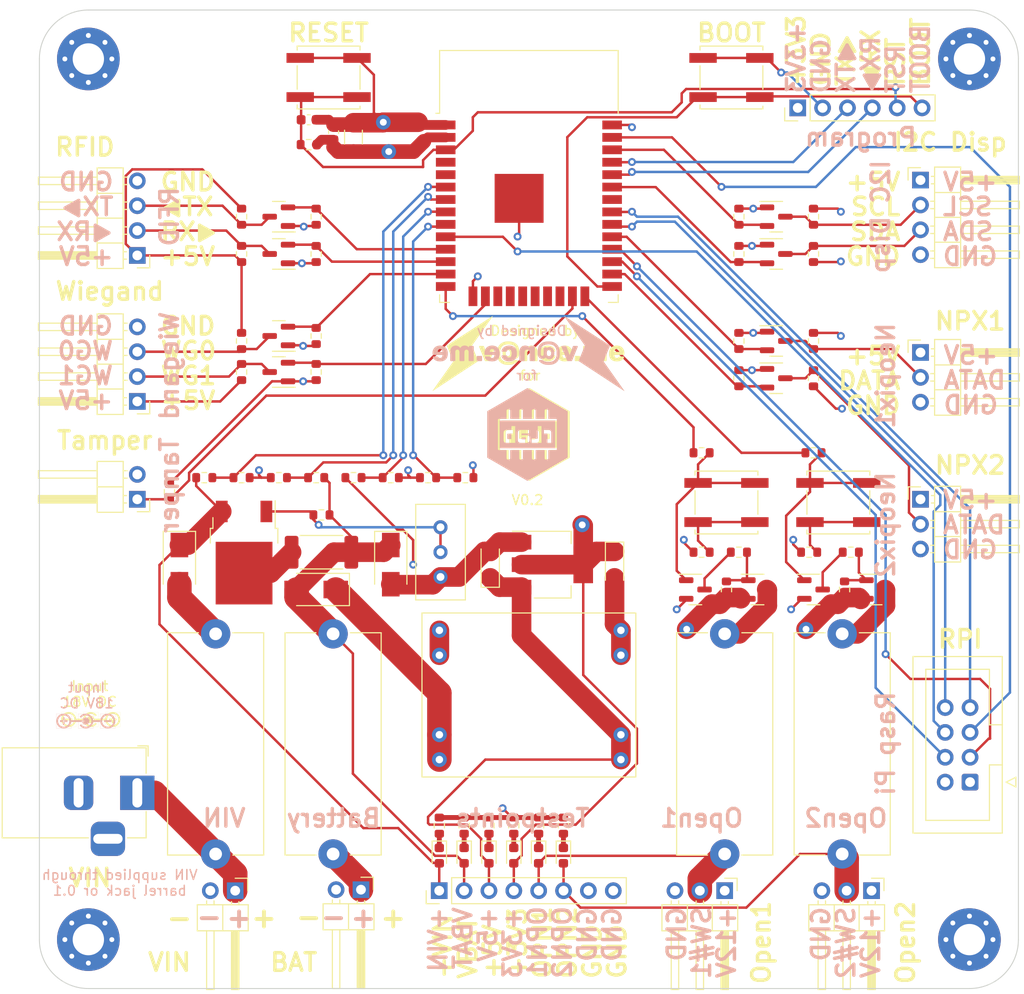
<source format=kicad_pcb>
(kicad_pcb (version 20211014) (generator pcbnew)
  (layers (0 "F.Cu" signal) (1 "In1.Cu" signal) (2 "In2.Cu" signal) (31 "B.Cu" signal) (34 "B.Paste" user) (35 "F.Paste" user) (36 "B.SilkS" user "B.Silkscreen") (37 "F.SilkS" user "F.Silkscreen") (38 "B.Mask" user) (39 "F.Mask" user) (44 "Edge.Cuts" user))
  (net 0 "")
  (net 1 "+5V")
  (net 2 "GND")
  (net 3 "+3V3")
  (net 4 "RESET")
  (net 5 "Net-(F1-Pad2)")
  (net 6 "Net-(D1-Pad2)")
  (net 7 "+12V")
  (net 8 "V_BATT")
  (net 9 "Net-(D4-Pad1)")
  (net 10 "V_IN")
  (net 11 "Net-(D5-Pad1)")
  (net 12 "Net-(D6-Pad1)")
  (net 13 "OPEN_1_12")
  (net 14 "Net-(D7-Pad1)")
  (net 15 "OPEN_2_12")
  (net 16 "Net-(D8-Pad1)")
  (net 17 "Net-(D9-Pad1)")
  (net 18 "Net-(F2-Pad2)")
  (net 19 "Net-(F3-Pad2)")
  (net 20 "Net-(F4-Pad2)")
  (net 21 "NPX_1_5")
  (net 22 "NPX_2_5")
  (net 23 "WG_D0_5")
  (net 24 "WG_D1_5")
  (net 25 "TXDO_NFC_5")
  (net 26 "RXDI_NFC_5")
  (net 27 "SDA_DISP_5")
  (net 28 "SCL_DISP_5")
  (net 29 "TAMPER")
  (net 30 "TXDO_PROG")
  (net 31 "RXDI_PROG")
  (net 32 "BOOT")
  (net 33 "PI_POWERED")
  (net 34 "PI_HEARTBEAT")
  (net 35 "PI_OPEN_CMD_1")
  (net 36 "PI_OPEN_CMD_2")
  (net 37 "RXDI_PI")
  (net 38 "TXDO_PI")
  (net 39 "NPX_1")
  (net 40 "NPX_2")
  (net 41 "Net-(Q3-Pad1)")
  (net 42 "Net-(Q4-Pad1)")
  (net 43 "Net-(Q4-Pad3)")
  (net 44 "WG_D0")
  (net 45 "WG_D1")
  (net 46 "Net-(Q7-Pad1)")
  (net 47 "TXDO_NFC")
  (net 48 "RXDI_NFC")
  (net 49 "Net-(Q10-Pad1)")
  (net 50 "Net-(Q10-Pad3)")
  (net 51 "SDA_DISP")
  (net 52 "SCL_DISP")
  (net 53 "Net-(R2-Pad1)")
  (net 54 "Net-(R3-Pad2)")
  (net 55 "ADC_VIN")
  (net 56 "ADC_VBATT")
  (net 57 "ADC_V5")
  (net 58 "ADC_V3")
  (net 59 "OPEN_1")
  (net 60 "OPEN_2")
  (net 61 "Net-(R41-Pad1)")
  (net 62 "Net-(R42-Pad1)")
  (footprint "Resistor_SMD:R_0603_1608Metric" (layer "F.Cu") (at 128.27 97.79)
    (fp_text reference "R6" hide)
    (fp_text value "10k" hide)
  )
  (footprint "Fuse:Fuseholder_Cylinder-5x20mm_Schurter_0031_8201_Horizontal_Open" (layer "F.Cu") (at 170 136.25 90)
    (fp_text reference "F3" hide)
    (fp_text value "3A" hide)
  )
  (footprint "Package_TO_SOT_SMD:SOT-23" (layer "F.Cu") (at 175.26 83.82)
    (fp_text reference "Q1" hide)
    (fp_text value "2N7002" hide)
  )
  (footprint "Resistor_SMD:R_0603_1608Metric" (layer "F.Cu") (at 171.45 74.93 -90)
    (fp_text reference "R37" hide)
    (fp_text value "10k" hide)
  )
  (footprint "Potentiometer_THT:Potentiometer_Bourns_3296W_Vertical" (layer "F.Cu") (at 140.97 102.86 90)
    (fp_text reference "RV1" hide)
    (fp_text value "3k" hide)
  )
  (footprint "LED_SMD:LED_0603_1608Metric" (layer "F.Cu") (at 153.525844 136.411129 -90)
    (fp_text reference "D7" hide)
    (fp_text value "WHITE" hide)
  )
  (footprint "Resistor_SMD:R_0603_1608Metric" (layer "F.Cu") (at 179.07 74.93 90)
    (fp_text reference "R38" hide)
    (fp_text value "10k" hide)
  )
  (footprint "Resistor_SMD:R_0603_1608Metric" (layer "F.Cu") (at 113.284 99.251 90)
    (fp_text reference "R1" hide)
    (fp_text value "10k" hide)
  )
  (footprint "Connector_PinHeader_2.54mm:PinHeader_1x06_P2.54mm_Vertical" (layer "F.Cu") (at 177.46 60 90)
    (fp_text reference "J11" hide)
    (fp_text value "PROG" hide)
  )
  (footprint "Package_TO_SOT_SMD:SOT-23" (layer "F.Cu") (at 124.46 74.93 180)
    (fp_text reference "Q9" hide)
    (fp_text value "2N7002" hide)
  )
  (footprint "Resistor_SMD:R_0603_1608Metric" (layer "F.Cu") (at 128.27 74.93 90)
    (fp_text reference "R33" hide)
    (fp_text value "10k" hide)
  )
  (footprint "Capacitor_SMD:C_1206_3216Metric" (layer "F.Cu") (at 132.08 62.992 90)
    (fp_text reference "C3" hide)
    (fp_text value "10u" hide)
  )
  (footprint "Button_Switch_SMD:SW_Push_1P1T_NO_CK_KSC7xxJ" (layer "F.Cu") (at 129.54 56.896)
    (fp_text reference "SW1" hide)
    (fp_text value "RESET" hide)
  )
  (footprint "MountingHole:MountingHole_3.2mm_M3_Pad_Via" (layer "F.Cu") (at 195 55)
    (fp_text reference "REF**" hide)
    (fp_text value "MountingHole_3.2mm_M3_Pad_Via" hide)
  )
  (footprint "Resistor_SMD:R_0603_1608Metric" (layer "F.Cu") (at 179.07 95.25)
    (fp_text reference "R36" hide)
    (fp_text value "10k" hide)
  )
  (footprint "Connector_PinHeader_2.54mm:PinHeader_1x08_P2.54mm_Vertical" (layer "F.Cu") (at 140.84 140 90)
    (fp_text reference "J13" hide)
    (fp_text value "TEST POINTS" hide)
  )
  (footprint "Connector_PinHeader_2.54mm:PinHeader_1x02_P2.54mm_Horizontal" (layer "F.Cu") (at 120 140 -90)
    (fp_text reference "J9" hide)
    (fp_text value "V_IN" hide)
  )
  (footprint "Resistor_SMD:R_0603_1608Metric" (layer "F.Cu") (at 182.88 105.41 180)
    (fp_text reference "R35" hide)
    (fp_text value "4k7" hide)
  )
  (footprint "Connector_PinHeader_2.54mm:PinHeader_1x03_P2.54mm_Horizontal" (layer "F.Cu") (at 170 140 -90)
    (fp_text reference "J1" hide)
    (fp_text value "ACT_1" hide)
  )
  (footprint "Resistor_SMD:R_0603_1608Metric" (layer "F.Cu") (at 143.38479 133.35 90)
    (fp_text reference "R10" hide)
    (fp_text value "2k4" hide)
  )
  (footprint "Resistor_SMD:R_0603_1608Metric" (layer "F.Cu") (at 128.81 101.6 180)
    (fp_text reference "R3" hide)
    (fp_text value "220" hide)
  )
  (footprint "Package_TO_SOT_SMD:SOT-23" (layer "F.Cu") (at 175.26 74.93)
    (fp_text reference "Q11" hide)
    (fp_text value "2N7002" hide)
  )
  (footprint "Resistor_SMD:R_0603_1608Metric" (layer "F.Cu") (at 120.65 74.93 90)
    (fp_text reference "R34" hide)
    (fp_text value "10k" hide)
  )
  (footprint "LED_SMD:LED_0603_1608Metric" (layer "F.Cu") (at 140.849527 136.411129 -90)
    (fp_text reference "D4" hide)
    (fp_text value "RED" hide)
  )
  (footprint "Diode_SMD:D_SMA" (layer "F.Cu") (at 114.3 106.68 -90)
    (fp_text reference "D1" hide)
    (fp_text value "SS210" hide)
  )
  (footprint "Capacitor_Tantalum_SMD:CP_EIA-3216-18_Kemet-A" (layer "F.Cu") (at 146.05 106.68 90)
    (fp_text reference "C1" hide)
    (fp_text value "10u" hide)
  )
  (footprint "Package_TO_SOT_SMD:SOT-23" (layer "F.Cu") (at 124.46 71.12 180)
    (fp_text reference "Q8" hide)
    (fp_text value "2N7002" hide)
  )
  (footprint "Fuse:Fuseholder_Cylinder-5x20mm_Schurter_0031_8201_Horizontal_Open" (layer "F.Cu") (at 118 113.75 -90)
    (fp_text reference "F1" hide)
    (fp_text value "2A" hide)
  )
  (footprint "Resistor_SMD:R_0603_1608Metric" (layer "F.Cu") (at 116.84 97.79 180)
    (fp_text reference "R5" hide)
    (fp_text value "10k" hide)
  )
  (footprint "Capacitor_SMD:C_0603_1608Metric" (layer "F.Cu") (at 130.048 62.484 90)
    (fp_text reference "C4" hide)
    (fp_text value "100n" hide)
  )
  (footprint "Resistor_SMD:R_0603_1608Metric" (layer "F.Cu") (at 167.64 95.25)
    (fp_text reference "R25" hide)
    (fp_text value "10k" hide)
  )
  (footprint "Package_TO_SOT_SMD:TO-252-2" (layer "F.Cu") (at 120.905 105.445 -90)
    (fp_text reference "U2" hide)
    (fp_text value "LM317_TO-252" hide)
  )
  (footprint "Resistor_SMD:R_0603_1608Metric" (layer "F.Cu") (at 120.65 71.12 -90)
    (fp_text reference "R32" hide)
    (fp_text value "10k" hide)
  )
  (footprint "Resistor_SMD:R_0603_1608Metric" (layer "F.Cu") (at 182.245 109.22 90)
    (fp_text reference "R30" hide)
    (fp_text value "10k" hide)
  )
  (footprint "Resistor_SMD:R_0603_1608Metric" (layer "F.Cu") (at 171.45 71.12 -90)
    (fp_text reference "R39" hide)
    (fp_text value "10k" hide)
  )
  (footprint "Resistor_SMD:R_0603_1608Metric" (layer "F.Cu") (at 135.89 97.79)
    (fp_text reference "R15" hide)
    (fp_text value "4k7" hide)
  )
  (footprint "Diode_SMD:D_SMA" (layer "F.Cu") (at 128.27 109.22 180)
    (fp_text reference "D2" hide)
    (fp_text value "SS210" hide)
  )
  (footprint "MountingHole:MountingHole_3.2mm_M3_Pad_Via" (layer "F.Cu") (at 105 55)
    (fp_text reference "REF**" hide)
    (fp_text value "MountingHole_3.2mm_M3_Pad_Via" hide)
  )
  (footprint "Connector_PinHeader_2.54mm:PinHeader_1x03_P2.54mm_Horizontal" (layer "F.Cu") (at 190 85)
    (fp_text reference "J3" hide)
    (fp_text value "NPX_1" hide)
  )
  (footprint "Resistor_SMD:R_0603_1608Metric" (layer "F.Cu") (at 128.27 71.12 90)
    (fp_text reference "R31" hide)
    (fp_text value "10k" hide)
  )
  (footprint "Resistor_SMD:R_0603_1608Metric" (layer "F.Cu") (at 127.508 63.754)
    (fp_text reference "R4" hide)
    (fp_text value "10k" hide)
  )
  (footprint "Package_TO_SOT_SMD:SOT-23" (layer "F.Cu") (at 124.46 86.995 180)
    (fp_text reference "Q6" hide)
    (fp_text value "2N7002" hide)
  )
  (footprint "Button_Switch_SMD:SW_Push_1P1T_NO_CK_KSC7xxJ" (layer "F.Cu") (at 170.688 56.896)
    (fp_text reference "SW2" hide)
    (fp_text value "BOOT" hide)
  )
  (footprint "LED_SMD:LED_0603_1608Metric" (layer "F.Cu") (at 145.920053 136.411129 -90)
    (fp_text reference "D8" hide)
    (fp_text value "RED" hide)
  )
  (footprint "Resistor_SMD:R_0603_1608Metric" (layer "F.Cu") (at 120.65 83.82 -90)
    (fp_text reference "R27" hide)
    (fp_text value "10k" hide)
  )
  (footprint "Connector_PinHeader_2.54mm:PinHeader_1x04_P2.54mm_Horizontal" (layer "F.Cu") (at 110 90 180)
    (fp_text reference "J5" hide)
    (fp_text value "WIEGAND KEYPAD" hide)
  )
  (footprint "Fuse:Fuseholder_Cylinder-5x20mm_Schurter_0031_8201_Horizontal_Open" (layer "F.Cu") (at 182 136.25 90)
    (fp_text reference "F4" hide)
    (fp_text value "3A" hide)
  )
  (footprint "Package_TO_SOT_SMD:SOT-23" (layer "F.Cu") (at 179.07 109.22)
    (fp_text reference "Q10" hide)
    (fp_text value "MMBT5551L" hide)
  )
  (footprint "LED_SMD:LED_0603_1608Metric" (layer "F.Cu") (at 143.38479 136.411129 -90)
    (fp_text reference "D5" hide)
    (fp_text value "RED" hide)
  )
  (footprint "Resistor_SMD:R_0603_1608Metric" (layer "F.Cu") (at 170.18 109.22 90)
    (fp_text reference "R19" hide)
    (fp_text value "10k" hide)
  )
  (footprint "Resistor_SMD:R_0603_1608Metric" (layer "F.Cu") (at 120.65 97.79)
    (fp_text reference "R7" hide)
    (fp_text value "750" hide)
  )
  (footprint "Diode_SMD:D_SMA" (layer "F.Cu") (at 135.89 106.68 -90)
    (fp_text reference "D3" hide)
    (fp_text value "SS210" hide)
  )
  (footprint "Fuse:Fuseholder_Cylinder-5x20mm_Schurter_0031_8201_Horizontal_Open" (layer "F.Cu") (at 130 113.75 -90)
    (fp_text reference "F2" hide)
    (fp_text value "3A" hide)
  )
  (footprint "Resistor_SMD:R_0603_1608Metric" (layer "F.Cu") (at 167.64 105.41 180)
    (fp_text reference "R41" hide)
    (fp_text value "10k" hide)
  )
  (footprint "Package_TO_SOT_SMD:SOT-23" (layer "F.Cu") (at 185.42 109.22)
    (fp_text reference "Q7" hide)
    (fp_text value "AO3401A" hide)
  )
  (footprint "Package_TO_SOT_SMD:SOT-23" (layer "F.Cu") (at 167.005 109.22)
    (fp_text reference "Q4" hide)
    (fp_text value "MMBT5551L" hide)
  )
  (footprint "Capacitor_Tantalum_SMD:CP_EIA-3216-18_Kemet-A" (layer "F.Cu") (at 158.75 106.68 -90)
    (fp_text reference "C2" hide)
    (fp_text value "10u" hide)
  )
  (footprint "Resistor_SMD:R_0603_1608Metric" (layer "F.Cu") (at 120.65 86.995 90)
    (fp_text reference "R29" hide)
    (fp_text value "10k" hide)
  )
  (footprint "Connector_PinHeader_2.54mm:PinHeader_1x02_P2.54mm_Horizontal" (layer "F.Cu") (at 110 100 180)
    (fp_text reference "J8" hide)
    (fp_text value "TAMPER" hide)
  )
  (footprint "Resistor_SMD:R_0603_1608Metric" (layer "F.Cu") (at 171.45 105.41 180)
    (fp_text reference "R24" hide)
    (fp_text value "4k7" hide)
  )
  (footprint "Connector_PinHeader_2.54mm:PinHeader_1x04_P2.54mm_Horizontal" (layer "F.Cu") (at 190 67.38)
    (fp_text reference "J7" hide)
    (fp_text value "I2C DISPLAY" hide)
  )
  (footprint "Connector_PinHeader_2.54mm:PinHeader_1x03_P2.54mm_Horizontal" (layer "F.Cu") (at 185 140 -90)
    (fp_text reference "J2" hide)
    (fp_text value "ACT_2" hide)
  )
  (footprint "MP1584:MP1584" (layer "F.Cu") (at 150 120)
    (fp_text reference "U1" hide)
    (fp_text value "MP1584" hide)
  )
  (footprint "Resistor_SMD:R_0603_1608Metric" (layer "F.Cu") (at 171.45 83.82 -90)
    (fp_text reference "R20" hide)
    (fp_text value "10k" hide)
  )
  (footprint "Connector_PinHeader_2.54mm:PinHeader_1x04_P2.54mm_Horizontal" (layer "F.Cu") (at 110 75.08 180)
    (fp_text reference "J6" hide)
    (fp_text value "NFC SERIAL" hide)
  )
  (footprint "Package_TO_SOT_SMD:SOT-223-3_TabPin2" (layer "F.Cu") (at 152.4 106.68)
    (fp_text reference "U3" hide)
    (fp_text value "AMS1117-3.3" hide)
  )
  (footprint "Resistor_SMD:R_0603_1608Metric" (layer "F.Cu") (at 153.525844 133.35 90)
    (fp_text reference "R12" hide)
    (fp_text value "2k4" hide)
  )
  (footprint "Resistor_SMD:R_0603_1608Metric" (layer "F.Cu") (at 124.46 97.79 180)
    (fp_text reference "R9" hide)
    (fp_text value "1k1" hide)
  )
  (footprint "Package_TO_SOT_SMD:SOT-23" (layer "F.Cu") (at 124.46 83.312 180)
    (fp_text reference "Q5" hide)
    (fp_text value "2N7002" hide)
  )
  (footprint "Resistor_SMD:R_0603_1608Metric" (layer "F.Cu") (at 179.07 71.12 -90)
    (fp_text reference "R40" hide)
    (fp_text value "10k" hide)
  )
  (footprint "MountingHole:MountingHole_3.2mm_M3_Pad_Via" (layer "F.Cu") (at 195 145)
    (fp_text reference "REF**" hide)
    (fp_text value "MountingHole_3.2mm_M3_Pad_Via" hide)
  )
  (footprint "Package_TO_SOT_SMD:SOT-23" (layer "F.Cu") (at 173.355 109.22)
    (fp_text reference "Q3" hide)
    (fp_text value "AO3401A" hide)
  )
  (footprint "Connector_BarrelJack:BarrelJack_Horizontal" (layer "F.Cu") (at 110 130)
    (fp_text reference "J14" hide)
    (fp_text value "Jack-DC" hide)
  )
  (footprint "Resistor_SMD:R_0603_1608Metric" (layer "F.Cu") (at 128.27 83.312 90)
    (fp_text reference "R26" hide)
    (fp_text value "10k" hide)
  )
  (footprint "Connector_PinHeader_2.54mm:PinHeader_1x03_P2.54mm_Horizontal" (layer "F.Cu") (at 190 100)
    (fp_text reference "J4" hide)
    (fp_text value "NPX_2" hide)
  )
  (footprint "LED_SMD:LED_0603_1608Metric" (layer "F.Cu") (at 148.455316 136.411129 -90)
    (fp_text reference "D9" hide)
    (fp_text value "RED" hide)
  )
  (footprint "Resistor_SMD:R_0603_1608Metric" (layer "F.Cu") (at 140.849527 133.35 90)
    (fp_text reference "R8" hide)
    (fp_text value "4k7" hide)
  )
  (footprint "Resistor_SMD:R_0603_1608Metric" (layer "F.Cu") (at 128.27 86.995 90)
    (fp_text reference "R28" hide)
    (fp_text value "10k" hide)
  )
  (footprint "Resistor_SMD:R_0603_1608Metric" (layer "F.Cu") (at 143.51 97.79)
    (fp_text reference "R14" hide)
    (fp_text value "10k" hide)
  )
  (footprint "Resistor_SMD:R_0603_1608Metric" (layer "F.Cu") (at 145.920053 133.35 90)
    (fp_text reference "R16" hide)
    (fp_text value "620" hide)
  )
  (footprint "Resistor_SMD:R_0603_1608Metric" (layer "F.Cu") (at 178.625 105.41 180)
    (fp_text reference "R42" hide)
    (fp_text value "10k" hide)
  )
  (footprint "Connector_IDC:IDC-Header_2x04_P2.54mm_Vertical" (layer "F.Cu") (at 195.0625 128.905 180)
    (fp_text reference "J12" hide)
    (fp_text value "PI" hide)
  )
  (footprint "Resistor_SMD:R_0603_1608Metric" (layer "F.Cu") (at 132.08 97.79 180)
    (fp_text reference "R13" hide)
    (fp_text value "10k" hide)
  )
  (footprint "Button_Switch_SMD:SW_Push_1P1T_NO_CK_KSC7xxJ" (layer "F.Cu") (at 170.18 100.33)
    (fp_text reference "SW3" hide)
    (fp_text value "TEST_1" hide)
  )
  (footprint "Resistor_SMD:R_0603_1608Metric" (layer "F.Cu") (at 139.7 97.79 180)
    (fp_text reference "R17" hide)
    (fp_text value "10k" hide)
  )
  (footprint "Resistor_SMD:R_2512_6332Metric_Pad1.40x3.35mm_HandSolder" (layer "F.Cu") (at 128.81 105.41)
    (fp_text reference "R2" hide)
    (fp_text value "0.2" hide)
  )
  (footprint "Resistor_SMD:R_0603_1608Metric" (layer "F.Cu") (at 179.07 87.63 90)
    (fp_text reference "R23" hide)
    (fp_text value "10k" hide)
  )
  (footprint "Button_Switch_SMD:SW_Push_1P1T_NO_CK_KSC7xxJ" (layer "F.Cu") (at 181.61 100.33)
    (fp_text reference "SW4" hide)
    (fp_text value "TEST_2" hide)
  )
  (footprint "Resistor_SMD:R_0603_1608Metric" (layer "F.Cu") (at 148.455316 133.35 90)
    (fp_text reference "R18" hide)
    (fp_text value "330" hide)
  )
  (footprint "Package_TO_SOT_SMD:SOT-23" (layer "F.Cu") (at 175.26 87.63)
    (fp_text reference "Q2" hide)
    (fp_text value "2N7002" hide)
  )
  (footprint "LED_SMD:LED_0603_1608Metric" (layer "F.Cu") (at 150.990579 136.411129 -90)
    (fp_text reference "D6" hide)
    (fp_text value "WHITE" hide)
  )
  (footprint "RF_Module:ESP32-WROOM-32" (layer "F.Cu") (at 150 70)
    (fp_text reference "U4" hide)
    (fp_text value "ESP32-WROOM-32D" hide)
  )
  (footprint "Package_TO_SOT_SMD:SOT-23" (layer "F.Cu") (at 175.26 71.12)
    (fp_text reference "Q12" hide)
    (fp_text value "2N7002" hide)
  )
  (footprint "MountingHole:MountingHole_3.2mm_M3_Pad_Via" (layer "F.Cu") (at 105 145)
    (fp_text reference "REF**" hide)
    (fp_text value "MountingHole_3.2mm_M3_Pad_Via" hide)
  )
  (footprint "Resistor_SMD:R_0603_1608Metric" (layer "F.Cu") (at 150.990579 133.35 90)
    (fp_text reference "R11" hide)
    (fp_text value "2k4" hide)
  )
  (footprint "Resistor_SMD:R_0603_1608Metric" (layer "F.Cu") (at 171.45 87.63 -90)
    (fp_text reference "R22" hide)
    (fp_text value "10k" hide)
  )
  (footprint "Resistor_SMD:R_0603_1608Metric" (layer "F.Cu") (at 179.07 83.82 -90)
    (fp_text reference "R21" hide)
    (fp_text value "10k" hide)
  )
  (footprint "Connector_PinHeader_2.54mm:PinHeader_1x02_P2.54mm_Horizontal" (layer "F.Cu") (at 132.847 139.897 -90)
    (fp_text reference "J10" hide)
    (fp_text value "BATTERY" hide)
  )
  (footprint "Capacitor_SMD:C_0603_1608Metric" (layer "F.Cu") (at 127.508 61.214)
    (fp_text reference "C5" hide)
    (fp_text value "1u" hide)
  )
  (gr_line (start 105.0855 122.314) (end 105.0855 123.0155) (layer "B.SilkS") (width 0.014111))
  (gr_line (start 105.435 122.589) (end 106.2855 122.589) (layer "B.SilkS") (width 0.014111))
  (gr_line (start 105.486 123.415) (end 103.9845 123.415) (layer "B.SilkS") (width 0.014111))
  (gr_poly (pts (xy 102.4105 122.589) (xy 102.5605 122.589) (xy 102.5605 122.289) (xy 102.4105 122.289)) (layer "B.SilkS") (width 0.01) (fill solid))
  (gr_line (start 102.41 122.289) (end 102.41 122.289) (layer "B.SilkS") (width 0.014111))
  (gr_poly (pts (xy 102.445956 121.914945) (xy 102.407039 121.917754) (xy 102.368791 121.922384) (xy 102.331252 121.928795) (xy 102.294464 121.936945) (xy 102.258468 121.946794) (xy 102.223304 121.9583) (xy 102.189016 121.971422) (xy 102.155642 121.986118) (xy 102.123226 122.002348) (xy 102.091807 122.020071) (xy 102.061428 122.039244) (xy 102.032129 122.059827) (xy 102.003951 122.08178) (xy 101.976936 122.105059) (xy 101.951125 122.129625) (xy 101.926559 122.155436) (xy 101.90328 122.182451) (xy 101.881327 122.210629) (xy 101.860744 122.239928) (xy 101.841571 122.270307) (xy 101.823848 122.301726) (xy 101.807618 122.334142) (xy 101.792922 122.367516) (xy 101.7798 122.401804) (xy 101.768294 122.436968) (xy 101.758445 122.472964) (xy 101.750295 122.509752) (xy 101.743884 122.547291) (xy 101.739254 122.585539) (xy 101.736445 122.624456) (xy 101.7355 122.664) (xy 101.736445 122.703544) (xy 101.739254 122.742461) (xy 101.743884 122.780709) (xy 101.750295 122.818248) (xy 101.758445 122.855036) (xy 101.768294 122.891032) (xy 101.7798 122.926196) (xy 101.792922 122.960484) (xy 101.807618 122.993858) (xy 101.823848 123.026274) (xy 101.841571 123.057693) (xy 101.860744 123.088072) (xy 101.881327 123.117371) (xy 101.90328 123.145549) (xy 101.926559 123.172564) (xy 101.951125 123.198375) (xy 101.976936 123.222941) (xy 102.003951 123.24622) (xy 102.032129 123.268173) (xy 102.061428 123.288756) (xy 102.091807 123.307929) (xy 102.123226 123.325652) (xy 102.155642 123.341882) (xy 102.189016 123.356578) (xy 102.223304 123.3697) (xy 102.258468 123.381206) (xy 102.294464 123.391055) (xy 102.331252 123.399205) (xy 102.368791 123.405616) (xy 102.407039 123.410246) (xy 102.445956 123.413055) (xy 102.4855 123.414) (xy 102.525044 123.413055) (xy 102.563961 123.410246) (xy 102.602209 123.405616) (xy 102.639748 123.399205) (xy 102.676536 123.391055) (xy 102.712532 123.381206) (xy 102.747696 123.3697) (xy 102.781984 123.356578) (xy 102.815358 123.341882) (xy 102.847774 123.325652) (xy 102.879193 123.307929) (xy 102.909572 123.288756) (xy 102.938871 123.268173) (xy 102.967049 123.24622) (xy 102.994064 123.222941) (xy 103.019875 123.198375) (xy 103.044441 123.172564) (xy 103.06772 123.145549) (xy 103.089673 123.117371) (xy 103.110256 123.088072) (xy 103.129429 123.057693) (xy 103.147152 123.026274) (xy 103.163382 122.993858) (xy 103.178078 122.960484) (xy 103.1912 122.926196) (xy 103.202706 122.891032) (xy 103.212555 122.855036) (xy 103.220705 122.818248) (xy 103.227116 122.780709) (xy 103.231746 122.742461) (xy 103.231996 122.739) (xy 103.2105 122.739) (xy 103.2105 122.6635) (xy 103.071 122.6635) (xy 103.070263 122.694344) (xy 103.068072 122.724699) (xy 103.06446 122.754533) (xy 103.05946 122.783813) (xy 103.053103 122.812508) (xy 103.04542 122.840585) (xy 103.036446 122.868013) (xy 103.026211 122.894758) (xy 103.014748 122.920789) (xy 103.002088 122.946074) (xy 102.988265 122.97058) (xy 102.97331 122.994276) (xy 102.957255 123.01713) (xy 102.940132 123.039108) (xy 102.921974 123.06018) (xy 102.902812 123.080312) (xy 102.88268 123.099474) (xy 102.861608 123.117632) (xy 102.83963 123.134755) (xy 102.816776 123.15081) (xy 102.79308 123.165765) (xy 102.768574 123.179588) (xy 102.743289 123.192248) (xy 102.717258 123.203711) (xy 102.690513 123.213946) (xy 102.663085 123.22292) (xy 102.635008 123.230603) (xy 102.606314 123.23696) (xy 102.577033 123.24196) (xy 102.547199 123.245572) (xy 102.516844 123.247763) (xy 102.486 123.2485) (xy 102.455156 123.247763) (xy 102.424801 123.245572) (xy 102.394967 123.24196) (xy 102.365687 123.23696) (xy 102.336992 123.230603) (xy 102.308915 123.22292) (xy 102.281488 123.213946) (xy 102.254742 123.203711) (xy 102.228711 123.192248) (xy 102.203426 123.179588) (xy 102.17892 123.165765) (xy 102.155224 123.15081) (xy 102.132371 123.134755) (xy 102.110392 123.117632) (xy 102.08932 123.099474) (xy 102.069188 123.080312) (xy 102.050026 123.06018) (xy 102.031868 123.039108) (xy 102.014746 123.01713) (xy 101.998691 122.994276) (xy 101.983735 122.97058) (xy 101.969912 122.946074) (xy 101.957253 122.920789) (xy 101.945789 122.894758) (xy 101.935554 122.868013) (xy 101.92658 122.840585) (xy 101.918898 122.812508) (xy 101.91254 122.783813) (xy 101.90754 122.754533) (xy 101.903928 122.724699) (xy 101.901738 122.694344) (xy 101.901 122.6635) (xy 101.901738 122.632656) (xy 101.903928 122.602301) (xy 101.90754 122.572467) (xy 101.91254 122.543187) (xy 101.918898 122.514492) (xy 101.92658 122.486415) (xy 101.935554 122.458987) (xy 101.945789 122.432242) (xy 101.957253 122.406211) (xy 101.969912 122.380926) (xy 101.983735 122.35642) (xy 101.998691 122.332724) (xy 102.014746 122.30987) (xy 102.031868 122.287892) (xy 102.050026 122.26682) (xy 102.069188 122.246687) (xy 102.08932 122.227526) (xy 102.110392 122.209368) (xy 102.132371 122.192245) (xy 102.155224 122.17619) (xy 102.17892 122.161235) (xy 102.203426 122.147412) (xy 102.228711 122.134752) (xy 102.254742 122.123289) (xy 102.281488 122.113054) (xy 102.308915 122.104079) (xy 102.336992 122.096397) (xy 102.365687 122.09004) (xy 102.394967 122.085039) (xy 102.424801 122.081428) (xy 102.455156 122.079237) (xy 102.486 122.0785) (xy 102.516844 122.079237) (xy 102.547199 122.081428) (xy 102.577033 122.085039) (xy 102.606314 122.09004) (xy 102.635008 122.096397) (xy 102.663085 122.104079) (xy 102.690513 122.113054) (xy 102.717258 122.123289) (xy 102.743289 122.134752) (xy 102.768574 122.147412) (xy 102.79308 122.161235) (xy 102.816776 122.17619) (xy 102.83963 122.192245) (xy 102.861608 122.209368) (xy 102.88268 122.227526) (xy 102.902812 122.246687) (xy 102.921974 122.26682) (xy 102.940132 122.287892) (xy 102.957255 122.30987) (xy 102.97331 122.332724) (xy 102.988265 122.35642) (xy 103.002088 122.380926) (xy 103.014748 122.406211) (xy 103.026211 122.432242) (xy 103.036446 122.458987) (xy 103.04542 122.486415) (xy 103.053103 122.514492) (xy 103.05946 122.543187) (xy 103.06446 122.572467) (xy 103.068072 122.602301) (xy 103.070263 122.632656) (xy 103.071 122.6635) (xy 103.2105 122.6635) (xy 103.2105 122.589) (xy 103.231996 122.589) (xy 103.231746 122.585539) (xy 103.227116 122.547291) (xy 103.220705 122.509752) (xy 103.212555 122.472964) (xy 103.202706 122.436968) (xy 103.1912 122.401804) (xy 103.178078 122.367516) (xy 103.163382 122.334142) (xy 103.147152 122.301726) (xy 103.129429 122.270307) (xy 103.110256 122.239928) (xy 103.089673 122.210629) (xy 103.06772 122.182451) (xy 103.044441 122.155436) (xy 103.019875 122.129625) (xy 102.994064 122.105059) (xy 102.967049 122.08178) (xy 102.938871 122.059827) (xy 102.909572 122.039244) (xy 102.879193 122.020071) (xy 102.847774 122.002348) (xy 102.815358 121.986118) (xy 102.781984 121.971422) (xy 102.747696 121.9583) (xy 102.712532 121.946794) (xy 102.676536 121.936945) (xy 102.639748 121.928795) (xy 102.602209 121.922384) (xy 102.563961 121.917754) (xy 102.525044 121.914945) (xy 102.4855 121.914)) (layer "B.SilkS") (width 0.01) (fill solid))
  (gr_line (start 107.3605 122.589) (end 107.3605 122.7395) (layer "B.SilkS") (width 0.014111))
  (gr_line (start 101.734 123.415) (end 101.734 121.914) (layer "B.SilkS") (width 0.014111))
  (gr_line (start 102.11 122.7395) (end 102.11 122.7395) (layer "B.SilkS") (width 0.014111))
  (gr_line (start 103.21 122.7395) (end 103.21 122.589) (layer "B.SilkS") (width 0.014111))
  (gr_line (start 104.5105 122.7395) (end 103.21 122.7395) (layer "B.SilkS") (width 0.014111))
  (gr_line (start 103.21 122.589) (end 103.21 122.589) (layer "B.SilkS") (width 0.014111))
  (gr_poly (pts (xy 106.6105 122.739) (xy 107.3605 122.739) (xy 107.3605 122.589) (xy 106.6105 122.589)) (layer "B.SilkS") (width 0.01) (fill solid))
  (gr_line (start 104.5105 122.7395) (end 104.5105 122.7395) (layer "B.SilkS") (width 0.014111))
  (gr_line (start 102.11 122.7395) (end 102.11 122.589) (layer "B.SilkS") (width 0.014111))
  (gr_line (start 102.41 123.0395) (end 102.41 122.289) (layer "B.SilkS") (width 0.014111))
  (gr_poly (pts (xy 147.940952 84.303352) (xy 147.89266 84.306127) (xy 147.869208 84.308208) (xy 147.846218 84.310753) (xy 147.823691 84.313759) (xy 147.801627 84.317228) (xy 147.780025 84.32116) (xy 147.758886 84.325555) (xy 147.738209 84.330412) (xy 147.717995 84.335731) (xy 147.698243 84.341513) (xy 147.678954 84.347758) (xy 147.660128 84.354465) (xy 147.641764 84.361635) (xy 147.623839 84.368782) (xy 147.606331 84.37616) (xy 147.589239 84.383769) (xy 147.572564 84.391609) (xy 147.556304 84.399681) (xy 147.540461 84.407984) (xy 147.525035 84.416519) (xy 147.510024 84.425284) (xy 147.49543 84.434281) (xy 147.481253 84.443509) (xy 147.467491 84.452969) (xy 147.454146 84.46266) (xy 147.441217 84.472582) (xy 147.428705 84.482735) (xy 147.416609 84.49312) (xy 147.404929 84.503736) (xy 147.393642 84.51449) (xy 147.382726 84.525291) (xy 147.372179 84.536138) (xy 147.362003 84.547032) (xy 147.352196 84.557972) (xy 147.34276 84.568958) (xy 147.333693 84.57999) (xy 147.324997 84.591068) (xy 147.316671 84.602193) (xy 147.308715 84.613364) (xy 147.301129 84.624581) (xy 147.293912 84.635845) (xy 147.287066 84.647154) (xy 147.28059 84.65851) (xy 147.274485 84.669913) (xy 147.268749 84.681361) (xy 147.263001 84.692382) (xy 147.257601 84.703241) (xy 147.252548 84.713938) (xy 147.247841 84.724473) (xy 147.243481 84.734846) (xy 147.239469 84.745057) (xy 147.235803 84.755106) (xy 147.232484 84.764993) (xy 147.229512 84.774719) (xy 147.226887 84.784283) (xy 147.224608 84.793684) (xy 147.222677 84.802924) (xy 147.221093 84.812002) (xy 147.219855 84.820918) (xy 147.218965 84.829672) (xy 147.218421 84.838264) (xy 147.218155 84.841941) (xy 147.218098 84.845572) (xy 147.218248 84.849157) (xy 147.218606 84.852696) (xy 147.219173 84.856188) (xy 147.219948 84.859635) (xy 147.220931 84.863034) (xy 147.222122 84.866388) (xy 147.223521 84.869695) (xy 147.225129 84.872957) (xy 147.226944 84.876171) (xy 147.228968 84.87934) (xy 147.2312 84.882462) (xy 147.23364 84.885538) (xy 147.236288 84.888568) (xy 147.239144 84.891552) (xy 147.242128 84.894061) (xy 147.245158 84.896409) (xy 147.248234 84.898594) (xy 147.251356 84.900618) (xy 147.254525 84.90248) (xy 147.25774 84.90418) (xy 147.261001 84.905718) (xy 147.264308 84.907094) (xy 147.267662 84.908308) (xy 147.271062 84.909361) (xy 147.274508 84.910251) (xy 147.278 84.91098) (xy 147.281539 84.911546) (xy 147.285124 84.911951) (xy 147.288755 84.912194) (xy 147.292433 84.912275) (xy 147.668407 84.912275) (xy 147.67242 84.912217) (xy 147.676317 84.912043) (xy 147.680099 84.911754) (xy 147.683764 84.91135) (xy 147.687315 84.910829) (xy 147.690749 84.910193) (xy 147.694068 84.909442) (xy 147.697272 84.908574) (xy 147.700359 84.907591) (xy 147.703331 84.906493) (xy 147.706188 84.905278) (xy 147.708929 84.903949) (xy 147.711554 84.902503) (xy 147.714063 84.900942) (xy 147.716457 84.899265) (xy 147.718735 84.897473) (xy 147.720944 84.895564) (xy 147.723129 84.893541) (xy 147.725292 84.891401) (xy 147.727431 84.889146) (xy 147.729547 84.886776) (xy 147.73164 84.884289) (xy 147.73371 84.881687) (xy 147.735757 84.87897) (xy 147.737781 84.876137) (xy 147.739781 84.873188) (xy 147.741759 84.870123) (xy 147.743713 84.866943) (xy 147.745644 84.863647) (xy 147.747552 84.860236) (xy 147.749437 84.856709) (xy 147.751299 84.853066) (xy 147.75582 84.841803) (xy 147.760504 84.830955) (xy 147.76535 84.820525) (xy 147.770357 84.81051) (xy 147.775526 84.800912) (xy 147.780857 84.79173) (xy 147.78635 84.782964) (xy 147.792005 84.774615) (xy 147.797822 84.766682) (xy 147.803801 84.759165) (xy 147.809941 84.752065) (xy 147.816244 84.745381) (xy 147.822708 84.739113) (xy 147.829335 84.733261) (xy 147.836123 84.727826) (xy 147.843073 84.722807) (xy 147.849861 84.718147) (xy 147.856904 84.713787) (xy 147.864201 84.709728) (xy 147.871752 84.70597) (xy 147.879558 84.702512) (xy 147.887618 84.699355) (xy 147.895933 84.696498) (xy 147.904502 84.693943) (xy 147.913325 84.691688) (xy 147.922403 84.689733) (xy 147.931736 84.68808) (xy 147.941322 84.686727) (xy 147.951163 84.685674) (xy 147.961259 84.684923) (xy 147.971609 84.684472) (xy 147.982213 84.684321) (xy 147.996807 84.684622) (xy 148.010985 84.685524) (xy 148.024746 84.687027) (xy 148.038091 84.689132) (xy 148.05102 84.691838) (xy 148.063533 84.695145) (xy 148.075629 84.699054) (xy 148.087309 84.703564) (xy 148.098572 84.708675) (xy 148.10942 84.714388) (xy 148.11985 84.720702) (xy 148.129865 84.727618) (xy 148.139463 84.735134) (xy 148.148645 84.743252) (xy 148.157411 84.751972) (xy 148.16576 84.761292) (xy 148.173312 84.771238) (xy 148.180424 84.78183) (xy 148.187096 84.793071) (xy 148.193329 84.804959) (xy 148.199123 84.817494) (xy 148.204477 84.830678) (xy 148.209392 84.844508) (xy 148.213867 84.858987) (xy 148.217903 84.874113) (xy 148.2215 84.889886) (xy 148.224657 84.906307) (xy 148.227374 84.923376) (xy 148.229652 84.941092) (xy 148.231491 84.959456) (xy 148.232891 84.978468) (xy 148.23385 84.998127) (xy 148.234961 85.05567) (xy 148.235331 85.109883) (xy 148.234961 85.160766) (xy 148.23385 85.208317) (xy 148.232891 85.228323) (xy 148.231491 85.247636) (xy 148.229653 85.266254) (xy 148.227375 85.284178) (xy 148.224657 85.301409) (xy 148.2215 85.317946) (xy 148.217904 85.333789) (xy 148.213868 85.348938) (xy 148.209392 85.363393) (xy 148.204478 85.377154) (xy 148.199123 85.390222) (xy 148.19333 85.402596) (xy 148.187097 85.414275) (xy 148.180424 85.425261) (xy 148.173312 85.435553) (xy 148.16576 85.445152) (xy 148.157411 85.454114) (xy 148.148645 85.462498) (xy 148.139463 85.470304) (xy 148.129865 85.477531) (xy 148.11985 85.484181) (xy 148.10942 85.490252) (xy 148.098572 85.495745) (xy 148.087309 85.50066) (xy 148.075629 85.504996) (xy 148.063533 85.508755) (xy 148.05102 85.511935) (xy 148.038091 85.514537) (xy 148.024746 85.516561) (xy 148.010985 85.518006) (xy 147.996807 85.518873) (xy 147.982213 85.519163) (xy 147.970892 85.519012) (xy 147.959871 85.518561) (xy 147.949151 85.51781) (xy 147.938732 85.516757) (xy 147.928613 85.515404) (xy 147.918795 85.513751) (xy 147.909278 85.511796) (xy 147.900061 85.509541) (xy 147.891145 85.506986) (xy 147.88253 85.504129) (xy 147.874215 85.500972) (xy 147.866201 85.497514) (xy 147.858488 85.493756) (xy 147.851076 85.489697) (xy 147.843964 85.485337) (xy 147.837152 85.480677) (xy 147.830572 85.475658) (xy 147.824154 85.470223) (xy 147.817898 85.464371) (xy 147.811803 85.458103) (xy 147.805871 85.451419) (xy 147.8001 85.444319) (xy 147.794492 85.436802) (xy 147.789045 85.428869) (xy 147.78376 85.42052) (xy 147.778637 85.411754) (xy 147.773676 85.402572) (xy 147.768877 85.392974) (xy 147.76424 85.382959) (xy 147.759764 85.372529) (xy 147.755451 85.361681) (xy 147.7513 85.350418) (xy 147.749438 85.346775) (xy 147.747553 85.343248) (xy 147.745645 85.339837) (xy 147.743714 85.336541) (xy 147.741759 85.333361) (xy 147.739782 85.330296) (xy 147.737781 85.327347) (xy 147.735758 85.324514) (xy 147.733711 85.321797) (xy 147.731641 85.319195) (xy 147.729548 85.316708) (xy 147.727432 85.314338) (xy 147.725293 85.312083) (xy 147.72313 85.309943) (xy 147.720945 85.30792) (xy 147.718736 85.306011) (xy 147.716458 85.304219) (xy 147.714064 85.302542) (xy 147.711554 85.300981) (xy 147.708929 85.299535) (xy 147.706189 85.298206) (xy 147.703332 85.296991) (xy 147.70036 85.295893) (xy 147.697272 85.29491) (xy 147.694069 85.294042) (xy 147.69075 85.293291) (xy 147.687316 85.292655) (xy 147.683765 85.292134) (xy 147.680099 85.29173) (xy 147.676318 85.291441) (xy 147.672421 85.291267) (xy 147.668408 85.291209) (xy 147.292433 85.291209) (xy 147.288756 85.291302) (xy 147.285125 85.291579) (xy 147.28154 85.292042) (xy 147.278001 85.292689) (xy 147.274509 85.293522) (xy 147.271063 85.29454) (xy 147.267663 85.295742) (xy 147.264309 85.29713) (xy 147.261002 85.298703) (xy 147.25774 85.300461) (xy 147.254526 85.302403) (xy 147.251357 85.304531) (xy 147.248235 85.306844) (xy 147.245159 85.309342) (xy 147.242129 85.312025) (xy 147.239145 85.314893) (xy 147.236289 85.317518) (xy 147.233641 85.320212) (xy 147.231201 85.322976) (xy 147.228969 85.325809) (xy 147.226945 85.328712) (xy 147.225129 85.331684) (xy 147.223522 85.334725) (xy 147.222123 85.337836) (xy 147.220932 85.341016) (xy 147.219949 85.344266) (xy 147.219174 85.347585) (xy 147.218607 85.350973) (xy 147.218249 85.354431) (xy 147.218098 85.357958) (xy 147.218156 85.361554) (xy 147.218422 85.36522) (xy 147.218885 85.37158) (xy 147.219532 85.378079) (xy 147.220365 85.384717) (xy 147.221383 85.391494) (xy 147.222585 85.398409) (xy 147.223973 85.405463) (xy 147.225546 85.412656) (xy 147.227303 85.419988) (xy 147.231374 85.435068) (xy 147.236185 85.450703) (xy 147.241736 85.466892) (xy 147.248027 85.483637) (xy 147.251473 85.491813) (xy 147.25515 85.500059) (xy 147.263199 85.516757) (xy 147.272173 85.533734) (xy 147.282072 85.550987) (xy 147.292896 85.568519) (xy 147.304645 85.586328) (xy 147.317319 85.604414) (xy 147.330918 85.622778) (xy 147.338088 85.631994) (xy 147.345536 85.641142) (xy 147.353261 85.65022) (xy 147.361263 85.659228) (xy 147.369543 85.668167) (xy 147.378101 85.677037) (xy 147.386936 85.685837) (xy 147.396048 85.694568) (xy 147.405438 85.70323) (xy 147.415106 85.711822) (xy 147.425051 85.720345) (xy 147.435274 85.728798) (xy 147.445774 85.737182) (xy 147.456552 85.745497) (xy 147.467607 85.753742) (xy 147.47894 85.761918) (xy 147.490192 85.769597) (xy 147.501745 85.77709) (xy 147.513598 85.784399) (xy 147.525752 85.791522) (xy 147.538206 85.798461) (xy 147.550962 85.805214) (xy 147.564018 85.811783) (xy 147.577374 85.818166) (xy 147.591032 85.824365) (xy 147.604989 85.830378) (xy 147.619248 85.836206) (xy 147.633807 85.84185) (xy 147.648667 85.847308) (xy 147.663828 85.852581) (xy 147.679289 85.857669) (xy 147.695051 85.862573) (xy 147.711125 85.867233) (xy 147.727523 85.871593) (xy 147.761291 85.87941) (xy 147.796353 85.886025) (xy 147.832711 85.891437) (xy 147.870364 85.895646) (xy 147.909312 85.898653) (xy 147.949555 85.900457) (xy 147.991094 85.901058) (xy 147.991094 85.901059) (xy 148.018281 85.900747) (xy 148.045075 85.89981) (xy 148.071476 85.898249) (xy 148.097484 85.896063) (xy 148.123099 85.893253) (xy 148.14832 85.889818) (xy 148.173149 85.885759) (xy 148.197584 85.881076) (xy 148.221626 85.875768) (xy 148.245275 85.869836) (xy 148.26853 85.863279) (xy 148.291393 85.856097) (xy 148.313862 85.848291) (xy 148.335938 85.839861) (xy 148.357621 85.830806) (xy 148.37891 85.821127) (xy 148.399737 85.810858) (xy 148.420033 85.800034) (xy 148.439796 85.788655) (xy 148.459027 85.776721) (xy 148.477726 85.764231) (xy 148.495893 85.751187) (xy 148.513529 85.737587) (xy 148.530632 85.723433) (xy 148.547204 85.708723) (xy 148.563243 85.693459) (xy 148.578751 85.677639) (xy 148.593726 85.661264) (xy 148.60817 85.644334) (xy 148.622082 85.626849) (xy 148.635462 85.608809) (xy 148.64831 85.590214) (xy 148.660174 85.57074) (xy 148.671345 85.550803) (xy 148.681822 85.530404) (xy 148.691606 85.509542) (xy 148.700695 85.488218) (xy 148.709091 85.466431) (xy 148.716792 85.444181) (xy 148.7238 85.421469) (xy 148.730114 85.398294) (xy 148.735734 85.374657) (xy 148.740661 85.350558) (xy 148.744893 85.325995) (xy 148.748432 85.30097) (xy 148.751277 85.275483) (xy 148.753427 85.249533) (xy 148.754885 85.22312) (xy 148.75618 85.197957) (xy 148.757105 85.169833) (xy 148.75766 85.138748) (xy 148.757845 85.104703) (xy 148.75766 85.069363) (xy 148.757105 85.037353) (xy 148.75618 85.008674) (xy 148.754885 84.983325) (xy 148.753428 84.956566) (xy 148.751277 84.930315) (xy 148.748432 84.904573) (xy 148.744894 84.87934) (xy 148.740661 84.854616) (xy 148.735735 84.830401) (xy 148.730115 84.806694) (xy 148.723801 84.783496) (xy 148.716793 84.760807) (xy 148.709091 84.738627) (xy 148.700696 84.716956) (xy 148.691606 84.695794) (xy 148.681823 84.67514) (xy 148.671346 84.654995) (xy 148.660175 84.635359) (xy 148.64831 84.616232) (xy 148.63582 84.597279) (xy 148.622776 84.578903) (xy 148.609177 84.561106) (xy 148.595022 84.543887) (xy 148.580312 84.527246) (xy 148.565048 84.511183) (xy 148.549228 84.495699) (xy 148.532853 84.480793) (xy 148.515923 84.466465) (xy 148.498438 84.452715) (xy 148.480398 84.439543) (xy 148.461803 84.42695) (xy 148.442652 84.414934) (xy 148.422947 84.403497) (xy 148.402686 84.392639) (xy 148.381871 84.382358) (xy 148.360222 84.372679) (xy 148.338204 84.363624) (xy 148.315816 84.355194) (xy 148.293058 84.347388) (xy 148.269929 84.340207) (xy 148.246431 84.33365) (xy 148.222562 84.327717) (xy 148.198324 84.322409) (xy 148.173715 84.317726) (xy 148.148737 84.313667) (xy 148.123388 84.310232) (xy 148.097669 84.307422) (xy 148.07158 84.305236) (xy 148.045122 84.303675) (xy 148.018293 84.302739) (xy 147.991094 84.302426)) (layer "B.SilkS") (width 0.02) (fill solid))
  (gr_line (start 102.11 122.589) (end 102.11 122.589) (layer "B.SilkS") (width 0.014111))
  (gr_line (start 106.2345 121.914) (end 107.7355 121.914) (layer "B.SilkS") (width 0.014111))
  (gr_poly (pts (xy 142.504077 84.302704) (xy 142.485216 84.303537) (xy 142.46661 84.304924) (xy 142.448257 84.306867) (xy 142.430159 84.309365) (xy 142.412316 84.312418) (xy 142.394727 84.316026) (xy 142.377392 84.320189) (xy 142.360312 84.324907) (xy 142.343486 84.33018) (xy 142.326914 84.336009) (xy 142.310597 84.342392) (xy 142.294534 84.349331) (xy 142.278726 84.356824) (xy 142.263172 84.364873) (xy 142.247872 84.373477) (xy 142.232527 84.382288) (xy 142.217574 84.391702) (xy 142.203015 84.401716) (xy 142.188849 84.412332) (xy 142.175076 84.423549) (xy 142.161696 84.435368) (xy 142.14871 84.447788) (xy 142.136116 84.460809) (xy 142.123916 84.474432) (xy 142.112109 84.488656) (xy 142.100695 84.503481) (xy 142.089674 84.518908) (xy 142.079047 84.534935) (xy 142.068813 84.551565) (xy 142.058971 84.568795) (xy 142.049523 84.586627) (xy 142.040561 84.604725) (xy 142.032178 84.623494) (xy 142.024372 84.642933) (xy 142.017144 84.663044) (xy 142.010495 84.683824) (xy 142.004424 84.705276) (xy 141.998931 84.727398) (xy 141.994016 84.750191) (xy 141.98968 84.773655) (xy 141.985921 84.797789) (xy 141.982741 84.822595) (xy 141.980139 84.84807) (xy 141.978116 84.874217) (xy 141.97667 84.901034) (xy 141.975803 84.928523) (xy 141.975514 84.956681) (xy 141.975514 85.797443) (xy 141.975606 85.801468) (xy 141.975884 85.805399) (xy 141.976346 85.809239) (xy 141.976994 85.812985) (xy 141.977827 85.81664) (xy 141.978844 85.820201) (xy 141.980047 85.823671) (xy 141.981435 85.827047) (xy 141.983007 85.830332) (xy 141.984765 85.833523) (xy 141.986708 85.836623) (xy 141.988836 85.839629) (xy 141.991149 85.842544) (xy 141.993646 85.845365) (xy 141.996329 85.848094) (xy 141.999197 85.850731) (xy 142.001822 85.853241) (xy 142.004516 85.855588) (xy 142.00728 85.857774) (xy 142.010113 85.859797) (xy 142.013016 85.861659) (xy 142.015988 85.863359) (xy 142.019029 85.864897) (xy 142.02214 85.866273) (xy 142.02532 85.867488) (xy 142.02857 85.86854) (xy 142.031888 85.86943) (xy 142.035277 85.870159) (xy 142.038734 85.870726) (xy 142.042261 85.87113) (xy 142.045858 85.871373) (xy 142.049523 85.871454) (xy 142.392933 85.871454) (xy 142.396969 85.871373) (xy 142.400936 85.87113) (xy 142.404833 85.870726) (xy 142.408661 85.870159) (xy 142.412419 85.86943) (xy 142.416108 85.86854) (xy 142.419728 85.867488) (xy 142.423278 85.866273) (xy 142.426759 85.864897) (xy 142.43017 85.863359) (xy 142.433512 85.861659) (xy 142.436785 85.859797) (xy 142.439988 85.857774) (xy 142.443122 85.855588) (xy 142.446187 85.853241) (xy 142.449182 85.850731) (xy 142.451691 85.848094) (xy 142.454039 85.845365) (xy 142.456224 85.842544) (xy 142.458248 85.839629) (xy 142.46011 85.836623) (xy 142.46181 85.833524) (xy 142.463348 85.830332) (xy 142.464724 85.827048) (xy 142.465938 85.823671) (xy 142.46699 85.820202) (xy 142.467881 85.81664) (xy 142.468609 85.812986) (xy 142.469176 85.809239) (xy 142.469581 85.805399) (xy 142.469824 85.801468) (xy 142.469905 85.797443) (xy 142.469905 84.977404) (xy 142.470367 84.952194) (xy 142.470945 84.94011) (xy 142.471755 84.928372) (xy 142.472796 84.916981) (xy 142.474068 84.905937) (xy 142.475571 84.895241) (xy 142.477305 84.884891) (xy 142.479271 84.874888) (xy 142.481468 84.865232) (xy 142.483897 84.855922) (xy 142.486557 84.84696) (xy 142.489448 84.838345) (xy 142.49257 84.830076) (xy 142.495923 84.822155) (xy 142.499508 84.81458) (xy 142.50329 84.806948) (xy 142.507233 84.799593) (xy 142.511338 84.792516) (xy 142.515605 84.785716) (xy 142.520034 84.779194) (xy 142.524625 84.772949) (xy 142.529378 84.766982) (xy 142.534293 84.761293) (xy 142.539369 84.755881) (xy 142.544608 84.750746) (xy 142.550008 84.745889) (xy 142.555571 84.74131) (xy 142.561295 84.737008) (xy 142.567181 84.732983) (xy 142.57323 84.729237) (xy 142.57944 84.725767) (xy 142.585789 84.722541) (xy 142.592253 84.719523) (xy 142.598833 84.716713) (xy 142.605529 84.714111) (xy 142.612341 84.711717) (xy 142.619268 84.709531) (xy 142.62631 84.707554) (xy 142.633469 84.705785) (xy 142.640742 84.704223) (xy 142.648132 84.70287) (xy 142.655637 84.701726) (xy 142.663258 84.700789) (xy 142.670994 84.70006) (xy 142.678846 84.69954) (xy 142.686814 84.699228) (xy 142.694897 84.699124) (xy 142.701558 84.699228) (xy 142.708219 84.69954) (xy 142.71488 84.70006) (xy 142.721541 84.700789) (xy 142.728202 84.701726) (xy 142.734863 84.70287) (xy 142.741524 84.704223) (xy 142.748185 84.705785) (xy 142.754846 84.707554) (xy 142.761507 84.709531) (xy 142.768168 84.711717) (xy 142.774829 84.714111) (xy 142.78149 84.716713) (xy 142.788151 84.719523) (xy 142.794812 84.722541) (xy 142.801473 84.725767) (xy 142.807695 84.729237) (xy 142.813778 84.732983) (xy 142.819722 84.737008) (xy 142.825527 84.74131) (xy 142.831193 84.745889) (xy 142.836721 84.750746) (xy 142.84211 84.75588) (xy 142.84736 84.761292) (xy 142.852471 84.766982) (xy 142.857444 84.772949) (xy 142.862278 84.779194) (xy 142.866973 84.785716) (xy 142.871529 84.792516) (xy 142.875947 84.799593) (xy 142.880225 84.806948) (xy 142.884365 84.81458) (xy 142.88795 84.822155) (xy 142.891304 84.830076) (xy 142.894426 84.838345) (xy 142.897317 84.84696) (xy 142.899977 84.855922) (xy 142.902405 84.865232) (xy 142.904602 84.874888) (xy 142.906568 84.884891) (xy 142.908303 84.895241) (xy 142.909806 84.905937) (xy 142.911078 84.916981) (xy 142.912119 84.928372) (xy 142.912928 84.94011) (xy 142.913506 84.952194) (xy 142.913853 84.964626) (xy 142.913969 84.977404) (xy 142.913969 85.797443) (xy 142.91405 85.801468) (xy 142.914293 85.805399) (xy 142.914697 85.809239) (xy 142.915264 85.812985) (xy 142.915993 85.81664) (xy 142.916883 85.820201) (xy 142.917935 85.823671) (xy 142.91915 85.827047) (xy 142.920526 85.830332) (xy 142.922064 85.833523) (xy 142.923764 85.836623) (xy 142.925626 85.839629) (xy 142.927649 85.842544) (xy 142.929835 85.845365) (xy 142.932182 85.848094) (xy 142.934692 85.850731) (xy 142.937329 85.853241) (xy 142.940058 85.855588) (xy 142.942879 85.857774) (xy 142.945794 85.859797) (xy 142.9488 85.861659) (xy 142.951899 85.863359) (xy 142.955091 85.864897) (xy 142.958375 85.866273) (xy 142.961752 85.867488) (xy 142.965222 85.86854) (xy 142.968783 85.86943) (xy 142.972438 85.870159) (xy 142.976185 85.870726) (xy 142.980024 85.87113) (xy 142.983956 85.871373) (xy 142.98798 85.871454) (xy 143.33139 85.871454) (xy 143.335414 85.871373) (xy 143.339346 85.87113) (xy 143.343185 85.870726) (xy 143.346932 85.870159) (xy 143.350586 85.86943) (xy 143.354147 85.86854) (xy 143.357617 85.867488) (xy 143.360993 85.866273) (xy 143.364277 85.864897) (xy 143.367469 85.863359) (xy 143.370568 85.861659) (xy 143.373575 85.859797) (xy 143.376489 85.857774) (xy 143.379311 85.855588) (xy 143.38204 85.853241) (xy 143.384677 85.850731) (xy 143.387186 85.848094) (xy 143.389534 85.845365) (xy 143.391719 85.842544) (xy 143.393743 85.839629) (xy 143.395605 85.836623) (xy 143.397305 85.833524) (xy 143.398843 85.830332) (xy 143.400219 85.827048) (xy 143.401433 85.823671) (xy 143.402485 85.820202) (xy 143.403376 85.81664) (xy 143.404104 85.812986) (xy 143.404671 85.809239) (xy 143.405076 85.805399) (xy 143.405319 85.801468) (xy 143.4054 85.797443) (xy 143.4054 84.977404) (xy 143.405527 84.964626) (xy 143.405908 84.952194) (xy 143.406544 84.94011) (xy 143.407435 84.928372) (xy 143.40858 84.916981) (xy 143.409979 84.905937) (xy 143.411633 84.895241) (xy 143.413541 84.884891) (xy 143.415703 84.874888) (xy 143.41812 84.865232) (xy 143.420792 84.855922) (xy 143.423718 84.84696) (xy 143.426898 84.838345) (xy 143.430332 84.830076) (xy 143.434021 84.822155) (xy 143.437965 84.81458) (xy 143.442105 84.806948) (xy 143.446384 84.799593) (xy 143.450801 84.792516) (xy 143.455358 84.785716) (xy 143.460053 84.779194) (xy 143.464887 84.772949) (xy 143.469859 84.766982) (xy 143.474971 84.761293) (xy 143.480221 84.755881) (xy 143.48561 84.750746) (xy 143.491137 84.745889) (xy 143.496804 84.74131) (xy 143.502609 84.737008) (xy 143.508553 84.732983) (xy 143.514635 84.729237) (xy 143.520857 84.725767) (xy 143.527194 84.722541) (xy 143.533623 84.719523) (xy 143.540146 84.716713) (xy 143.54676 84.714111) (xy 143.553467 84.711717) (xy 143.560267 84.709531) (xy 143.567159 84.707554) (xy 143.574144 84.705785) (xy 143.581221 84.704223) (xy 143.588391 84.70287) (xy 143.595653 84.701726) (xy 143.603008 84.700789) (xy 143.610455 84.70006) (xy 143.617995 84.69954) (xy 143.625627 84.699228) (xy 143.633352 84.699124) (xy 143.640013 84.699228) (xy 143.646674 84.69954) (xy 143.653335 84.70006) (xy 143.659996 84.700789) (xy 143.666657 84.701726) (xy 143.673318 84.70287) (xy 143.679979 84.704223) (xy 143.68664 84.705785) (xy 143.693301 84.707554) (xy 143.699963 84.709531) (xy 143.706624 84.711717) (xy 143.713285 84.714111) (xy 143.719946 84.716713) (xy 143.726607 84.719523) (xy 143.733268 84.722541) (xy 143.739929 84.725767) (xy 143.74615 84.729237) (xy 143.752233 84.732983) (xy 143.758177 84.737008) (xy 143.763982 84.74131) (xy 143.769648 84.745889) (xy 143.775176 84.750746) (xy 143.780565 84.75588) (xy 143.785815 84.761292) (xy 143.790926 84.766982) (xy 143.795899 84.772949) (xy 143.800733 84.779194) (xy 143.805428 84.785716) (xy 143.809984 84.792516) (xy 143.814402 84.799593) (xy 143.818681 84.806948) (xy 143.822821 84.81458) (xy 143.826405 84.822143) (xy 143.829759 84.83003) (xy 143.832881 84.838241) (xy 143.835772 84.846775) (xy 143.838432 84.855633) (xy 143.84086 84.864815) (xy 143.843057 84.874321) (xy 143.845023 84.884151) (xy 143.846758 84.894304) (xy 143.848261 84.904781) (xy 143.849533 84.915582) (xy 143.850574 84.926707) (xy 143.851383 84.938155) (xy 143.851962 84.949928) (xy 143.852308 84.962024) (xy 143.852424 84.974444) (xy 143.852424 85.797443) (xy 143.852517 85.801468) (xy 143.852794 85.805399) (xy 143.853257 85.809239) (xy 143.853904 85.812985) (xy 143.854737 85.81664) (xy 143.855755 85.820201) (xy 143.856958 85.823671) (xy 143.858345 85.827047) (xy 143.859918 85.830332) (xy 143.861676 85.833523) (xy 143.863619 85.836623) (xy 143.865747 85.839629) (xy 143.86806 85.842544) (xy 143.870558 85.845365) (xy 143.873241 85.848094) (xy 143.876109 85.850731) (xy 143.878745 85.853241) (xy 143.881475 85.855588) (xy 143.884296 85.857774) (xy 143.88721 85.859797) (xy 143.890217 85.861659) (xy 143.893316 85.863359) (xy 143.896508 85.864897) (xy 143.899792 85.866273) (xy 143.903169 85.867488) (xy 143.906638 85.86854) (xy 143.9102 85.86943) (xy 143.913854 85.870159) (xy 143.917601 85.870726) (xy 143.92144 85.87113) (xy 143.925371 85.871373) (xy 143.929396 85.871454) (xy 144.278726 85.871454) (xy 144.28275 85.871374) (xy 144.286682 85.871131) (xy 144.290521 85.870726) (xy 144.294268 85.870159) (xy 144.297923 85.869431) (xy 144.301484 85.86854) (xy 144.304954 85.867488) (xy 144.30833 85.866274) (xy 144.311615 85.864898) (xy 144.314806 85.86336) (xy 144.317906 85.86166) (xy 144.320912 85.859798) (xy 144.323827 85.857774) (xy 144.326648 85.855588) (xy 144.329377 85.853241) (xy 144.332014 85.850732) (xy 144.334523 85.848095) (xy 144.336871 85.845366) (xy 144.339057 85.842544) (xy 144.34108 85.83963) (xy 144.342942 85.836623) (xy 144.344642 85.833524) (xy 144.34618 85.830332) (xy 144.347556 85.827048) (xy 144.34877 85.823671) (xy 144.349823 85.820202) (xy 144.350713 85.81664) (xy 144.351442 85.812986) (xy 144.352008 85.809239) (xy 144.352413 85.8054) (xy 144.352656 85.801468) (xy 144.352737 85.797444) (xy 144.352737 84.406042) (xy 144.352656 84.402017) (xy 144.352413 84.398085) (xy 144.352008 84.394246) (xy 144.351442 84.390499) (xy 144.350713 84.386845) (xy 144.349823 84.383283) (xy 144.34877 84.379814) (xy 144.347556 84.376437) (xy 144.34618 84.373153) (xy 144.344642 84.369961) (xy 144.342942 84.366862) (xy 144.34108 84.363855) (xy 144.339057 84.360941) (xy 144.336871 84.35812) (xy 144.334523 84.35539) (xy 144.332014 84.352754) (xy 144.329377 84.350244) (xy 144.326648 84.347897) (xy 144.323827 84.345711) (xy 144.320912 84.343687) (xy 144.317906 84.341825) (xy 144.314806 84.340125) (xy 144.311615 84.338587) (xy 144.30833 84.337211) (xy 144.304954 84.335997) (xy 144.301484 84.334945) (xy 144.297923 84.334054) (xy 144.294268 84.333326) (xy 144.290521 84.332759) (xy 144.286682 84.332354) (xy 144.28275 84.332111) (xy 144.278726 84.33203) (xy 143.956039 84.33203) (xy 143.952015 84.332111) (xy 143.948083 84.332354) (xy 143.944244 84.332759) (xy 143.940497 84.333326) (xy 143.936843 84.334054) (xy 143.933281 84.334945) (xy 143.929812 84.335997) (xy 143.926436 84.337211) (xy 143.923151 84.338587) (xy 143.91996 84.340125) (xy 143.91686 84.341825) (xy 143.913854 84.343687) (xy 143.91094 84.345711) (xy 143.908118 84.347897) (xy 143.905389 84.350244) (xy 143.902752 84.352754) (xy 143.900243 84.35539) (xy 143.897895 84.358119) (xy 143.89571 84.360941) (xy 143.893686 84.363855) (xy 143.891824 84.366862) (xy 143.890124 84.369961) (xy 143.888586 84.373153) (xy 143.88721 84.376437) (xy 143.885996 84.379814) (xy 143.884943 84.383283) (xy 143.884053 84.386845) (xy 143.883324 84.390499) (xy 143.882758 84.394246) (xy 143.882353 84.398085) (xy 143.88211 84.402017) (xy 143.882029 84.406042) (xy 143.882029 84.506696) (xy 143.874443 84.496786) (xy 143.866487 84.487037) (xy 143.858161 84.47745) (xy 143.849464 84.468025) (xy 143.840398 84.458763) (xy 143.830961 84.449662) (xy 143.821155 84.440722) (xy 143.810979 84.431945) (xy 143.800432 84.42333) (xy 143.789516 84.414877) (xy 143.778229 84.406585) (xy 143.766572 84.398455) (xy 143.754546 84.390488) (xy 143.742149 84.382682) (xy 143.729382 84.375038) (xy 143.716246 84.367556) (xy 143.702773 84.360016) (xy 143.689 84.352939) (xy 143.674926 84.346324) (xy 143.660552 84.340172) (xy 143.645877 84.334482) (xy 143.630901 84.329255) (xy 143.615625 84.324491) (xy 143.600048 84.320189) (xy 143.58417 84.316349) (xy 143.567992 84.312973) (xy 143.551513 84.310059) (xy 143.534733 84.307607) (xy 143.517653 84.305618) (xy 143.500272 84.304092) (xy 143.482591 84.303028) (xy 143.464608 84.302426) (xy 143.422885 84.302739) (xy 143.382826 84.305155) (xy 143.344433 84.309677) (xy 143.307705 84.316303) (xy 143.272643 84.325034) (xy 143.239245 84.33587) (xy 143.207513 84.34881) (xy 143.177446 84.363855) (xy 143.149045 84.381005) (xy 143.122308 84.400259) (xy 143.097237 84.421618) (xy 143.073831 84.445082) (xy 143.052091 84.47065) (xy 143.032016 84.498323) (xy 143.013606 84.528101) (xy 142.996861 84.559984) (xy 142.988118 84.546084) (xy 142.978913 84.532507) (xy 142.969246 84.519255) (xy 142.959115 84.506326) (xy 142.948523 84.493721) (xy 142.937467 84.48144) (xy 142.925949 84.469483) (xy 142.913969 84.457849) (xy 142.901526 84.446539) (xy 142.88862 84.435553) (xy 142.875252 84.424891) (xy 142.861422 84.414553) (xy 142.847128 84.404538) (xy 142.832373 84.394847) (xy 142.817154 84.38548) (xy 142.801473 84.376437) (xy 142.785469 84.367475) (xy 142.769279 84.359091) (xy 142.752904 84.351285) (xy 142.736344 84.344057) (xy 142.719599 84.337408) (xy 142.702669 84.331337) (xy 142.685554 84.325844) (xy 142.668254 84.320929) (xy 142.650769 84.316592) (xy 142.633099 84.312834) (xy 142.615244 84.309654) (xy 142.597204 84.307052) (xy 142.578978 84.305028) (xy 142.560568 84.303583) (xy 142.541973 84.302715) (xy 142.523193 84.302426)) (layer "B.SilkS") (width 0.02) (fill solid))
  (gr_line (start 102.8605 122.7395) (end 102.11 122.7395) (layer "B.SilkS") (width 0.014111))
  (gr_line (start 105.0855 123.0155) (end 105.0855 123.0155) (layer "B.SilkS") (width 0.014111))
  (gr_line (start 107.3605 122.7395) (end 106.61 122.7395) (layer "B.SilkS") (width 0.014111))
  (gr_line (start 103.21 122.589) (end 104.5105 122.589) (layer "B.SilkS") (width 0.014111))
  (gr_poly (pts (xy 146.212242 84.302831) (xy 146.180753 84.304045) (xy 146.149981 84.306069) (xy 146.119925 84.308902) (xy 146.090587 84.312545) (xy 146.061966 84.316997) (xy 146.034061 84.322259) (xy 146.006874 84.32833) (xy 145.980403 84.33521) (xy 145.95465 84.342901) (xy 145.929614 84.3514) (xy 145.905294 84.360709) (xy 145.881692 84.370828) (xy 145.858806 84.381756) (xy 145.836638 84.393494) (xy 145.815187 84.406041) (xy 145.794059 84.419282) (xy 145.773602 84.433101) (xy 145.753815 84.447499) (xy 145.7347 84.462474) (xy 145.716255 84.478028) (xy 145.698481 84.49416) (xy 145.681377 84.510871) (xy 145.664944 84.528159) (xy 145.649182 84.546026) (xy 145.634091 84.564471) (xy 145.61967 84.583494) (xy 145.605921 84.603095) (xy 145.592842 84.623274) (xy 145.580433 84.644032) (xy 145.568696 84.665368) (xy 145.557629 84.687282) (xy 145.547233 84.709682) (xy 145.537507 84.732475) (xy 145.528452 84.755661) (xy 145.520068 84.77924) (xy 145.512355 84.803213) (xy 145.505312 84.827579) (xy 145.49894 84.852337) (xy 145.493239 84.87749) (xy 145.488208 84.903035) (xy 145.483848 84.928973) (xy 145.480159 84.955305) (xy 145.477141 84.98203) (xy 145.474794 85.009148) (xy 145.473117 85.036659) (xy 145.472111 85.064563) (xy 145.471775 85.092861) (xy 145.471775 85.163911) (xy 145.471868 85.167936) (xy 145.472145 85.171867) (xy 145.472608 85.175707) (xy 145.473256 85.179454) (xy 145.474088 85.183108) (xy 145.475106 85.18667) (xy 145.476309 85.190139) (xy 145.477697 85.193516) (xy 145.479269 85.1968) (xy 145.481027 85.199991) (xy 145.48297 85.203091) (xy 145.485098 85.206097) (xy 145.487411 85.209012) (xy 145.489909 85.211833) (xy 145.492592 85.214562) (xy 145.49546 85.217199) (xy 145.498085 85.219709) (xy 145.50078 85.222056) (xy 145.503543 85.224242) (xy 145.506377 85.226265) (xy 145.509279 85.228127) (xy 145.512251 85.229827) (xy 145.515292 85.231365) (xy 145.518403 85.232741) (xy 145.521583 85.233956) (xy 145.524833 85.235008) (xy 145.528152 85.235898) (xy 145.53154 85.236627) (xy 145.534997 85.237194) (xy 145.538524 85.237598) (xy 145.542121 85.237841) (xy 145.545787 85.237922) (xy 146.493124 85.237922) (xy 146.493124 85.258645) (xy 146.492014 85.279877) (xy 146.490164 85.300646) (xy 146.487574 85.320953) (xy 146.484243 85.340797) (xy 146.480173 85.360178) (xy 146.475362 85.379097) (xy 146.469811 85.397554) (xy 146.46352 85.415547) (xy 146.460074 85.424313) (xy 146.456397 85.432847) (xy 146.452488 85.44115) (xy 146.448348 85.449222) (xy 146.443977 85.457063) (xy 146.439374 85.464672) (xy 146.43454 85.47205) (xy 146.429475 85.479197) (xy 146.424179 85.486112) (xy 146.418651 85.492796) (xy 146.412892 85.499249) (xy 146.406902 85.50547) (xy 146.400681 85.511461) (xy 146.394228 85.51722) (xy 146.387544 85.522747) (xy 146.380628 85.528044) (xy 146.373505 85.533062) (xy 146.366196 85.537757) (xy 146.358703 85.542129) (xy 146.351024 85.546176) (xy 146.343161 85.5499) (xy 146.335112 85.5533) (xy 146.326878 85.556376) (xy 146.31846 85.559128) (xy 146.309856 85.561557) (xy 146.301067 85.563661) (xy 146.292093 85.565442) (xy 146.282934 85.566899) (xy 146.27359 85.568032) (xy 146.264061 85.568842) (xy 146.254347 85.569328) (xy 146.244448 85.56949) (xy 146.22997 85.569212) (xy 146.222973 85.568865) (xy 146.216139 85.568379) (xy 146.209467 85.567755) (xy 146.202956 85.566992) (xy 146.196607 85.56609) (xy 146.19042 85.565049) (xy 146.184396 85.563869) (xy 146.178533 85.562551) (xy 146.172831 85.561094) (xy 146.167292 85.559498) (xy 146.161915 85.557763) (xy 146.156699 85.55589) (xy 146.151646 85.553878) (xy 146.146754 85.551727) (xy 146.136624 85.5465) (xy 146.126956 85.54118) (xy 146.117751 85.535768) (xy 146.109009 85.530264) (xy 146.100729 85.524667) (xy 146.092912 85.518977) (xy 146.085557 85.513195) (xy 146.078665 85.50732) (xy 146.072189 85.500798) (xy 146.066083 85.494554) (xy 146.060347 85.488586) (xy 146.054981 85.482897) (xy 146.049985 85.477485) (xy 146.04536 85.47235) (xy 146.041104 85.467493) (xy 146.037219 85.462914) (xy 146.030743 85.455883) (xy 146.024637 85.449592) (xy 146.021723 85.446724) (xy 146.018901 85.444041) (xy 146.016172 85.441543) (xy 146.013535 85.43923) (xy 146.010991 85.437102) (xy 146.008539 85.43516) (xy 146.00618 85.433402) (xy 146.003914 85.431829) (xy 146.00174 85.430441) (xy 145.999658 85.429239) (xy 145.997669 85.428221) (xy 145.995773 85.427389) (xy 145.993483 85.426313) (xy 145.991054 85.425307) (xy 145.988487 85.42437) (xy 145.985781 85.423503) (xy 145.982936 85.422705) (xy 145.979953 85.421977) (xy 145.97683 85.421318) (xy 145.973569 85.420728) (xy 145.970169 85.420207) (xy 145.96663 85.419756) (xy 145.962953 85.419375) (xy 145.959137 85.419063) (xy 145.955182 85.41882) (xy 145.951088 85.418646) (xy 145.946856 85.418542) (xy 145.942485 85.418508) (xy 145.575392 85.418508) (xy 145.571737 85.418577) (xy 145.568176 85.418785) (xy 145.564707 85.419132) (xy 145.56133 85.419618) (xy 145.558046 85.420242) (xy 145.554854 85.421005) (xy 145.551755 85.421907) (xy 145.548748 85.422948) (xy 145.545834 85.424128) (xy 145.543013 85.425446) (xy 145.540284 85.426903) (xy 145.537647 85.428499) (xy 145.535103 85.430234) (xy 145.532651 85.432107) (xy 145.530292 85.434119) (xy 145.528025 85.43627) (xy 145.526753 85.43721) (xy 145.525527 85.438178) (xy 145.524348 85.439176) (xy 145.523215 85.440202) (xy 145.522128 85.441257) (xy 145.521087 85.442342) (xy 145.520092 85.443455) (xy 145.519144 85.444597) (xy 145.518242 85.445768) (xy 145.517386 85.446967) (xy 145.516577 85.448196) (xy 145.515814 85.449454) (xy 145.515097 85.45074) (xy 145.514426 85.452056) (xy 145.513802 85.4534) (xy 145.513223 85.454773) (xy 145.512691 85.456175) (xy 145.512206 85.457606) (xy 145.511766 85.459066) (xy 145.511373 85.460555) (xy 145.511026 85.462073) (xy 145.510725 85.46362) (xy 145.510471 85.465195) (xy 145.510263 85.4668) (xy 145.509985 85.470096) (xy 145.509893 85.473507) (xy 145.509985 85.477034) (xy 145.510263 85.480677) (xy 145.510806 85.487049) (xy 145.511696 85.493582) (xy 145.512934 85.500278) (xy 145.514518 85.507136) (xy 145.516449 85.514155) (xy 145.518727 85.521336) (xy 145.521352 85.52868) (xy 145.524324 85.536185) (xy 145.527643 85.543852) (xy 145.531309 85.551681) (xy 145.535321 85.559672) (xy 145.539681 85.567825) (xy 145.544388 85.576139) (xy 145.549441 85.584616) (xy 145.554842 85.593254) (xy 145.560589 85.602054) (xy 145.566683 85.610936) (xy 145.573125 85.619817) (xy 145.579913 85.628698) (xy 145.587048 85.63758) (xy 145.59453 85.646461) (xy 145.602359 85.655342) (xy 145.610535 85.664223) (xy 145.619057 85.673105) (xy 145.627927 85.681986) (xy 145.637144 85.690867) (xy 145.646707 85.699749) (xy 145.656618 85.70863) (xy 145.666875 85.717511) (xy 145.67748 85.726392) (xy 145.688431 85.735274) (xy 145.699729 85.744155) (xy 145.711016 85.752574) (xy 145.722673 85.760807) (xy 145.734699 85.768856) (xy 145.747096 85.77672) (xy 145.759863 85.784398) (xy 145.773 85.791892) (xy 145.786507 85.799201) (xy 145.800384 85.806324) (xy 145.814631 85.813263) (xy 145.829248 85.820016) (xy 145.844235 85.826585) (xy 145.859592 85.832968) (xy 145.87532 85.839166) (xy 145.891417 85.84518) (xy 145.907884 85.851008) (xy 145.924722 85.856652) (xy 145.941918 85.862029) (xy 145.959461 85.867059) (xy 145.977351 85.871743) (xy 145.995587 85.876079) (xy 146.014171 85.880069) (xy 146.033102 85.883712) (xy 146.052379 85.887008) (xy 146.072004 85.889956) (xy 146.112293 85.894813) (xy 146.153971 85.898283) (xy 146.197036 85.900364) (xy 146.241488 85.901058) (xy 146.241488 85.901059) (xy 146.284599 85.900319) (xy 146.326601 85.898098) (xy 146.367492 85.894398) (xy 146.407272 85.889217) (xy 146.445943 85.882556) (xy 146.483504 85.874415) (xy 146.519954 85.864794) (xy 146.555294 85.853692) (xy 146.589524 85.84111) (xy 146.622644 85.827048) (xy 146.654654 85.811506) (xy 146.685553 85.794483) (xy 146.715343 85.775981) (xy 146.744022 85.755998) (xy 146.771591 85.734535) (xy 146.798049 85.711591) (xy 146.823178 85.687191) (xy 146.846758 85.661356) (xy 146.868787 85.634088) (xy 146.889267 85.605386) (xy 146.908198 85.575249) (xy 146.925579 85.543679) (xy 146.94141 85.510675) (xy 146.955692 85.476237) (xy 146.968424 85.440365) (xy 146.979606 85.403059) (xy 146.989239 85.364319) (xy 146.997323 85.324145) (xy 147.003856 85.282537) (xy 147.00884 85.239495) (xy 147.012275 85.195019) (xy 147.01416 85.149109) (xy 147.01416 85.045494) (xy 147.012714 85.016526) (xy 147.010598 84.98809) (xy 147.007811 84.960185) (xy 147.005873 84.94484) (xy 146.493124 84.94484) (xy 145.992813 84.94484) (xy 145.992813 84.938919) (xy 145.993275 84.915606) (xy 145.993853 84.904226) (xy 145.994663 84.893032) (xy 145.995704 84.882023) (xy 145.996976 84.871199) (xy 145.998479 84.86056) (xy 146.000214 84.850106) (xy 146.002179 84.839837) (xy 146.004377 84.829753) (xy 146.006805 84.819854) (xy 146.009465 84.81014) (xy 146.012356 84.800611) (xy 146.015478 84.791267) (xy 146.018831 84.782109) (xy 146.022416 84.773135) (xy 146.025874 84.764381) (xy 146.029586 84.755881) (xy 146.033553 84.747636) (xy 146.037774 84.739645) (xy 146.042249 84.731909) (xy 146.046979 84.724427) (xy 146.051963 84.717199) (xy 146.057202 84.710226) (xy 146.062695 84.703507) (xy 146.068442 84.697043) (xy 146.074444 84.690833) (xy 146.0807 84.684877) (xy 146.087211 84.679176) (xy 146.093976 84.673729) (xy 146.100996 84.668537) (xy 146.10827 84.663599) (xy 146.115393 84.658938) (xy 146.122702 84.654579) (xy 146.130195 84.65052) (xy 146.137874 84.646761) (xy 146.145738 84.643304) (xy 146.153786 84.640147) (xy 146.16202 84.63729) (xy 146.170438 84.634735) (xy 146.179042 84.63248) (xy 146.187831 84.630525) (xy 146.196805 84.628871) (xy 146.205963 84.627518) (xy 146.215307 84.626466) (xy 146.224836 84.625714) (xy 146.23455 84.625263) (xy 146.244448 84.625113) (xy 146.254347 84.625263) (xy 146.264061 84.625714) (xy 146.27359 84.626466) (xy 146.282934 84.627518) (xy 146.292093 84.628871) (xy 146.301067 84.630525) (xy 146.309856 84.63248) (xy 146.31846 84.634735) (xy 146.326878 84.63729) (xy 146.335112 84.640147) (xy 146.343161 84.643304) (xy 146.351024 84.646761) (xy 146.358703 84.65052) (xy 146.366196 84.654579) (xy 146.373505 84.658938) (xy 146.380628 84.663599) (xy 146.387197 84.668537) (xy 146.39358 84.673729) (xy 146.399779 84.679176) (xy 146.405792 84.684877) (xy 146.411621 84.690833) (xy 146.417264 84.697043) (xy 146.422722 84.703507) (xy 146.427996 84.710226) (xy 146.433084 84.717199) (xy 146.437987 84.724427) (xy 146.442705 84.731909) (xy 146.447238 84.739645) (xy 146.451586 84.747636) (xy 146.455749 84.755881) (xy 146.459727 84.764381) (xy 146.46352 84.773135) (xy 146.467105 84.782109) (xy 146.470459 84.791267) (xy 146.473581 84.800611) (xy 146.476472 84.81014) (xy 146.479132 84.819854) (xy 146.48156 84.829753) (xy 146.483757 84.839837) (xy 146.485723 84.850106) (xy 146.487458 84.86056) (xy 146.488961 84.871199) (xy 146.490233 84.882023) (xy 146.491274 84.893032) (xy 146.492083 84.904226) (xy 146.492661 84.915606) (xy 146.493008 84.92717) (xy 146.493124 84.938919) (xy 146.493124 84.94484) (xy 147.005873 84.94484) (xy 147.004354 84.932813) (xy 147.000225 84.905972) (xy 146.995426 84.879664) (xy 146.989956 84.853887) (xy 146.983816 84.828643) (xy 146.977004 84.80393) (xy 146.969522 84.779749) (xy 146.96137 84.756101) (xy 146.952546 84.732984) (xy 146.943052 84.710399) (xy 146.932887 84.688346) (xy 146.922051 84.666825) (xy 146.910545 84.645836) (xy 146.898056 84.625067) (xy 146.885011 84.604945) (xy 146.871412 84.585471) (xy 146.857257 84.566644) (xy 146.842548 84.548466) (xy 146.827283 84.530934) (xy 146.811463 84.514051) (xy 146.795088 84.497814) (xy 146.778158 84.482226) (xy 146.760673 84.467285) (xy 146.742633 84.452992) (xy 146.724038 84.439346) (xy 146.704888 84.426348) (xy 146.685182 84.413997) (xy 146.664922 84.402294) (xy 146.644107 84.391239) (xy 146.622424 84.380484) (xy 146.600301 84.370423) (xy 146.57774 84.361056) (xy 146.554739 84.352383) (xy 146.531298 84.344404) (xy 146.507418 84.337119) (xy 146.483098 84.330527) (xy 146.458339 84.324629) (xy 146.433141 84.319425) (xy 146.407503 84.314915) (xy 146.381426 84.311099) (xy 146.354909 84.307977) (xy 146.327953 84.305548) (xy 146.300558 84.303814) (xy 146.272723 84.302773) (xy 146.244448 84.302426)) (layer "B.SilkS") (width 0.02) (fill solid))
  (gr_line (start 102.8605 122.589) (end 102.8605 122.7395) (layer "B.SilkS") (width 0.014111))
  (gr_poly (pts (xy 102.4105 123.039) (xy 102.5605 123.039) (xy 102.5605 122.739) (xy 102.4105 122.739)) (layer "B.SilkS") (width 0.01) (fill solid))
  (gr_line (start 105.435 122.589) (end 105.435 122.589) (layer "B.SilkS") (width 0.014111))
  (gr_poly (pts (xy 149.598029 84.302727) (xy 149.577051 84.303629) (xy 149.556398 84.305132) (xy 149.536068 84.307237) (xy 149.516062 84.309943) (xy 149.49638 84.313251) (xy 149.477021 84.317159) (xy 149.457987 84.321669) (xy 149.439276 84.326781) (xy 149.420889 84.332493) (xy 149.402826 84.338807) (xy 149.385086 84.345723) (xy 149.36767 84.35324) (xy 149.350579 84.361358) (xy 149.333811 84.370077) (xy 149.317366 84.379398) (xy 149.300945 84.389308) (xy 149.284987 84.399797) (xy 149.269491 84.410864) (xy 149.254457 84.422509) (xy 149.239886 84.434732) (xy 149.225778 84.447534) (xy 149.212132 84.460914) (xy 149.198949 84.474872) (xy 149.186228 84.489408) (xy 149.17397 84.504522) (xy 149.162175 84.520215) (xy 149.150842 84.536485) (xy 149.139972 84.553334) (xy 149.129564 84.570762) (xy 149.119619 84.588767) (xy 149.110136 84.607351) (xy 149.100815 84.626119) (xy 149.092096 84.64542) (xy 149.083978 84.665253) (xy 149.076461 84.685617) (xy 149.069546 84.706514) (xy 149.063232 84.727942) (xy 149.057519 84.749902) (xy 149.052408 84.772395) (xy 149.047898 84.795419) (xy 149.043989 84.818975) (xy 149.040682 84.843063) (xy 149.037976 84.867684) (xy 149.035871 84.892836) (xy 149.034368 84.91852) (xy 149.033466 84.944736) (xy 149.033165 84.971484) (xy 149.033165 85.797444) (xy 149.033258 85.801468) (xy 149.033535 85.8054) (xy 149.033998 85.809239) (xy 149.034645 85.812986) (xy 149.035478 85.81664) (xy 149.036496 85.820202) (xy 149.037698 85.823671) (xy 149.039086 85.827048) (xy 149.040659 85.830332) (xy 149.042416 85.833524) (xy 149.044359 85.836623) (xy 149.046487 85.83963) (xy 149.0488 85.842544) (xy 149.051298 85.845366) (xy 149.05398 85.848095) (xy 149.056848 85.850732) (xy 149.059473 85.853241) (xy 149.062168 85.855589) (xy 149.064932 85.857774) (xy 149.067765 85.859798) (xy 149.070668 85.86166) (xy 149.07364 85.86336) (xy 149.076681 85.864898) (xy 149.079792 85.866274) (xy 149.082972 85.867488) (xy 149.086222 85.868541) (xy 149.089541 85.869431) (xy 149.092929 85.87016) (xy 149.096387 85.870726) (xy 149.099914 85.871131) (xy 149.103511 85.871374) (xy 149.107176 85.871455) (xy 149.480191 85.871455) (xy 149.483868 85.871374) (xy 149.487499 85.871131) (xy 149.491084 85.870726) (xy 149.494623 85.87016) (xy 149.498115 85.869431) (xy 149.501561 85.868541) (xy 149.504961 85.867488) (xy 149.508315 85.866274) (xy 149.511622 85.864898) (xy 149.514883 85.86336) (xy 149.518098 85.86166) (xy 149.521267 85.859798) (xy 149.524389 85.857774) (xy 149.527465 85.855589) (xy 149.530495 85.853241) (xy 149.533479 85.850732) (xy 149.535988 85.848095) (xy 149.538336 85.845366) (xy 149.540521 85.842544) (xy 149.542545 85.83963) (xy 149.544407 85.836624) (xy 149.546107 85.833524) (xy 149.547645 85.830333) (xy 149.549021 85.827048) (xy 149.550235 85.823672) (xy 149.551288 85.820202) (xy 149.552178 85.816641) (xy 149.552907 85.812986) (xy 149.553473 85.809239) (xy 149.553878 85.8054) (xy 149.554121 85.801468) (xy 149.554202 85.797444) (xy 149.554202 84.989247) (xy 149.554468 84.972108) (xy 149.555266 84.955479) (xy 149.556596 84.939359) (xy 149.558457 84.923747) (xy 149.560851 84.908644) (xy 149.563777 84.89405) (xy 149.567235 84.879965) (xy 149.571224 84.866389) (xy 149.575746 84.853321) (xy 149.580799 84.840762) (xy 149.586385 84.828712) (xy 149.592502 84.817171) (xy 149.599151 84.806139) (xy 149.606333 84.795616) (xy 149.614046 84.785601) (xy 149.622291 84.776095) (xy 149.630687 84.766775) (xy 149.639591 84.758055) (xy 149.649004 84.749937) (xy 149.658926 84.742421) (xy 149.669357 84.735505) (xy 149.680297 84.729191) (xy 149.691746 84.723478) (xy 149.703703 84.718367) (xy 149.716169 84.713857) (xy 149.729144 84.709948) (xy 149.742628 84.706641) (xy 149.756621 84.703935) (xy 149.771122 84.70183) (xy 149.786133 84.700327) (xy 149.801652 84.699425) (xy 149.81768 84.699124) (xy 149.832667 84.699425) (xy 149.847284 84.700327) (xy 149.861531 84.70183) (xy 149.875408 84.703935) (xy 149.888915 84.706641) (xy 149.902052 84.709948) (xy 149.914819 84.713857) (xy 149.927216 84.718367) (xy 149.939242 84.723478) (xy 149.950899 84.729191) (xy 149.962186 84.735505) (xy 149.973102 84.742421) (xy 149.983649 84.749937) (xy 149.993825 84.758055) (xy 150.003632 84.766775) (xy 150.013068 84.776095) (xy 150.021672 84.785601) (xy 150.02972 84.795616) (xy 150.037214 84.806139) (xy 150.044152 84.817171) (xy 150.050536 84.828712) (xy 150.056364 84.840762) (xy 150.061638 84.853321) (xy 150.066356 84.866389) (xy 150.070519 84.879965) (xy 150.074127 84.89405) (xy 150.07718 84.908644) (xy 150.079678 84.923747) (xy 150.08162 84.939359) (xy 150.083008 84.955479) (xy 150.083841 84.972108) (xy 150.084118 84.989247) (xy 150.084118 85.797444) (xy 150.084211 85.801468) (xy 150.084488 85.8054) (xy 150.084951 85.809239) (xy 150.085598 85.812986) (xy 150.086431 85.81664) (xy 150.087449 85.820202) (xy 150.088651 85.823671) (xy 150.090039 85.827048) (xy 150.091612 85.830332) (xy 150.093369 85.833524) (xy 150.095312 85.836623) (xy 150.09744 85.83963) (xy 150.099753 85.842544) (xy 150.102251 85.845366) (xy 150.104933 85.848095) (xy 150.107801 85.850732) (xy 150.110426 85.853241) (xy 150.113121 85.855589) (xy 150.115885 85.857774) (xy 150.118718 85.859798) (xy 150.12162 85.86166) (xy 150.124592 85.86336) (xy 150.127634 85.864898) (xy 150.130745 85.866274) (xy 150.133925 85.867488) (xy 150.137174 85.868541) (xy 150.140493 85.869431) (xy 150.143881 85.87016) (xy 150.147339 85.870726) (xy 150.150866 85.871131) (xy 150.154463 85.871374) (xy 150.158129 85.871455) (xy 150.528182 85.871454) (xy 150.532206 85.871374) (xy 150.536138 85.871131) (xy 150.539977 85.870726) (xy 150.543724 85.870159) (xy 150.547378 85.869431) (xy 150.55094 85.86854) (xy 150.554409 85.867488) (xy 150.557786 85.866274) (xy 150.56107 85.864898) (xy 150.564262 85.86336) (xy 150.567361 85.86166) (xy 150.570368 85.859798) (xy 150.573282 85.857774) (xy 150.576103 85.855588) (xy 150.578833 85.853241) (xy 150.581469 85.850732) (xy 150.583979 85.848095) (xy 150.586326 85.845366) (xy 150.588512 85.842544) (xy 150.590536 85.83963) (xy 150.592397 85.836623) (xy 150.594097 85.833524) (xy 150.595635 85.830332) (xy 150.597011 85.827048) (xy 150.598226 85.823671) (xy 150.599278 85.820202) (xy 150.600168 85.81664) (xy 150.600897 85.812986) (xy 150.601464 85.809239) (xy 150.601868 85.8054) (xy 150.602111 85.801468) (xy 150.602192 85.797444) (xy 150.602192 84.406042) (xy 150.602111 84.402017) (xy 150.601868 84.398085) (xy 150.601464 84.394246) (xy 150.600897 84.390499) (xy 150.600168 84.386845) (xy 150.599278 84.383283) (xy 150.598226 84.379814) (xy 150.597011 84.376437) (xy 150.595635 84.373153) (xy 150.594097 84.369961) (xy 150.592397 84.366862) (xy 150.590536 84.363855) (xy 150.588512 84.360941) (xy 150.586326 84.35812) (xy 150.583979 84.35539) (xy 150.581469 84.352754) (xy 150.578833 84.350244) (xy 150.576103 84.347897) (xy 150.573282 84.345711) (xy 150.570368 84.343687) (xy 150.567361 84.341825) (xy 150.564262 84.340125) (xy 150.56107 84.338587) (xy 150.557786 84.337211) (xy 150.554409 84.335997) (xy 150.55094 84.334945) (xy 150.547378 84.334054) (xy 150.543724 84.333326) (xy 150.539977 84.332759) (xy 150.536138 84.332354) (xy 150.532206 84.332111) (xy 150.528182 84.33203) (xy 150.187732 84.33203) (xy 150.183708 84.332111) (xy 150.179776 84.332354) (xy 150.175937 84.332759) (xy 150.17219 84.333326) (xy 150.168536 84.334054) (xy 150.164974 84.334945) (xy 150.161505 84.335997) (xy 150.158128 84.337211) (xy 150.154844 84.338587) (xy 150.151652 84.340125) (xy 150.148553 84.341825) (xy 150.145546 84.343687) (xy 150.142632 84.345711) (xy 150.13981 84.347897) (xy 150.137081 84.350244) (xy 150.134445 84.352754) (xy 150.131935 84.35539) (xy 150.129588 84.358119) (xy 150.127402 84.360941) (xy 150.125378 84.363855) (xy 150.123517 84.366862) (xy 150.121817 84.369961) (xy 150.120279 84.373153) (xy 150.118902 84.376437) (xy 150.117688 84.379814) (xy 150.116636 84.383283) (xy 150.115745 84.386845) (xy 150.115017 84.390499) (xy 150.11445 84.394246) (xy 150.114046 84.398085) (xy 150.113803 84.402017) (xy 150.113722 84.406042) (xy 150.113722 84.518538) (xy 150.103915 84.507182) (xy 150.093739 84.496057) (xy 150.083192 84.485164) (xy 150.072276 84.474501) (xy 150.060989 84.464071) (xy 150.049332 84.453871) (xy 150.037305 84.443903) (xy 150.024909 84.434166) (xy 150.012142 84.42466) (xy 149.999005 84.415385) (xy 149.985498 84.406342) (xy 149.971621 84.39753) (xy 149.957374 84.38895) (xy 149.942757 84.3806) (xy 149.92777 84.372482) (xy 149.912413 84.364596) (xy 149.896697 84.357067) (xy 149.880634 84.350025) (xy 149.864225 84.343468) (xy 149.847468 84.337397) (xy 149.830365 84.331811) (xy 149.812914 84.326711) (xy 149.795117 84.322097) (xy 149.776973 84.317969) (xy 149.758482 84.314326) (xy 149.739644 84.311169) (xy 149.720459 84.308498) (xy 149.700927 84.306312) (xy 149.681048 84.304612) (xy 149.660822 84.303398) (xy 149.64025 84.302669) (xy 149.61933 84.302426)) (layer "B.SilkS") (width 0.02) (fill solid))
  (gr_line (start 104.3845 122.314) (end 105.0855 122.314) (layer "B.SilkS") (width 0.014111))
  (gr_poly (pts (xy 144.757248 85.347551) (xy 144.753316 85.347828) (xy 144.749477 85.348291) (xy 144.74573 85.348938) (xy 144.742076 85.349771) (xy 144.738514 85.350789) (xy 144.735045 85.351991) (xy 144.731668 85.353379) (xy 144.728384 85.354952) (xy 144.725192 85.35671) (xy 144.722093 85.358652) (xy 144.719086 85.36078) (xy 144.716172 85.363093) (xy 144.71335 85.365591) (xy 144.710621 85.368274) (xy 144.707984 85.371142) (xy 144.705117 85.373767) (xy 144.702434 85.376461) (xy 144.699936 85.379225) (xy 144.697623 85.382058) (xy 144.695495 85.384961) (xy 144.693553 85.387933) (xy 144.691795 85.390974) (xy 144.690222 85.394085) (xy 144.688835 85.397265) (xy 144.687632 85.400515) (xy 144.686614 85.403834) (xy 144.685782 85.407222) (xy 144.685134 85.41068) (xy 144.684671 85.414207) (xy 144.684394 85.417803) (xy 144.684301 85.421469) (xy 144.684301 85.797444) (xy 144.684394 85.801468) (xy 144.684671 85.8054) (xy 144.685134 85.809239) (xy 144.685782 85.812986) (xy 144.686614 85.81664) (xy 144.687632 85.820202) (xy 144.688835 85.823671) (xy 144.690222 85.827048) (xy 144.691795 85.830332) (xy 144.693553 85.833524) (xy 144.695495 85.836623) (xy 144.697623 85.83963) (xy 144.699936 85.842544) (xy 144.702434 85.845366) (xy 144.705117 85.848095) (xy 144.707984 85.850732) (xy 144.710621 85.853241) (xy 144.71335 85.855588) (xy 144.716172 85.857774) (xy 144.719086 85.859798) (xy 144.722093 85.86166) (xy 144.725192 85.86336) (xy 144.728384 85.864898) (xy 144.731668 85.866274) (xy 144.735045 85.867488) (xy 144.738514 85.86854) (xy 144.742076 85.869431) (xy 144.74573 85.870159) (xy 144.749477 85.870726) (xy 144.753316 85.871131) (xy 144.757248 85.871374) (xy 144.761273 85.871454) (xy 145.134286 85.871454) (xy 145.13831 85.871374) (xy 145.142242 85.871131) (xy 145.146082 85.870726) (xy 145.149829 85.870159) (xy 145.153483 85.869431) (xy 145.157045 85.86854) (xy 145.160514 85.867488) (xy 145.163891 85.866274) (xy 145.167175 85.864898) (xy 145.170367 85.86336) (xy 145.173466 85.86166) (xy 145.176473 85.859798) (xy 145.179387 85.857774) (xy 145.182208 85.855588) (xy 145.184938 85.853241) (xy 145.187574 85.850732) (xy 145.190084 85.848095) (xy 145.192431 85.845366) (xy 145.194617 85.842544) (xy 145.196641 85.83963) (xy 145.198502 85.836623) (xy 145.200202 85.833524) (xy 145.20174 85.830332) (xy 145.203117 85.827048) (xy 145.204331 85.823671) (xy 145.205383 85.820202) (xy 145.206274 85.81664) (xy 145.207002 85.812986) (xy 145.207569 85.809239) (xy 145.207973 85.8054) (xy 145.208216 85.801468) (xy 145.208297 85.797444) (xy 145.208297 85.421469) (xy 145.208216 85.417803) (xy 145.207973 85.414207) (xy 145.207569 85.41068) (xy 145.207002 85.407222) (xy 145.206274 85.403834) (xy 145.205383 85.400515) (xy 145.204331 85.397265) (xy 145.203117 85.394085) (xy 145.20174 85.390974) (xy 145.200202 85.387933) (xy 145.198502 85.384961) (xy 145.196641 85.382058) (xy 145.194617 85.379225) (xy 145.192431 85.376461) (xy 145.190084 85.373767) (xy 145.187574 85.371142) (xy 145.184938 85.368274) (xy 145.182208 85.365591) (xy 145.179387 85.363093) (xy 145.176473 85.36078) (xy 145.173466 85.358652) (xy 145.170367 85.35671) (xy 145.167175 85.354952) (xy 145.163891 85.353379) (xy 145.160514 85.351991) (xy 145.157045 85.350789) (xy 145.153483 85.349771) (xy 145.149829 85.348938) (xy 145.146082 85.348291) (xy 145.142242 85.347828) (xy 145.13831 85.347551) (xy 145.134286 85.347458) (xy 144.761273 85.347458)) (layer "B.SilkS") (width 0.02) (fill solid))
  (gr_line (start 106.2345 121.914) (end 106.2345 121.914) (layer "B.SilkS") (width 0.014111))
  (gr_poly (pts (xy 106.945956 121.914945) (xy 106.90704 121.917754) (xy 106.868791 121.922384) (xy 106.831252 121.928795) (xy 106.794464 121.936945) (xy 106.758468 121.946794) (xy 106.723305 121.9583) (xy 106.689016 121.971422) (xy 106.655643 121.986118) (xy 106.623226 122.002348) (xy 106.591807 122.020071) (xy 106.561428 122.039244) (xy 106.532129 122.059827) (xy 106.503951 122.08178) (xy 106.476936 122.105059) (xy 106.451125 122.129625) (xy 106.426559 122.155436) (xy 106.40328 122.182451) (xy 106.381328 122.210629) (xy 106.360744 122.239928) (xy 106.341571 122.270307) (xy 106.323849 122.301726) (xy 106.307619 122.334142) (xy 106.292922 122.367516) (xy 106.2798 122.401804) (xy 106.268294 122.436968) (xy 106.258446 122.472964) (xy 106.250295 122.509752) (xy 106.243884 122.547291) (xy 106.239254 122.585539) (xy 106.239004 122.589) (xy 106.2855 122.589) (xy 106.2855 122.739) (xy 106.239004 122.739) (xy 106.239254 122.742461) (xy 106.243884 122.780709) (xy 106.250295 122.818248) (xy 106.258446 122.855036) (xy 106.268294 122.891032) (xy 106.2798 122.926196) (xy 106.292922 122.960484) (xy 106.307619 122.993858) (xy 106.323849 123.026274) (xy 106.341571 123.057693) (xy 106.360744 123.088072) (xy 106.381328 123.117371) (xy 106.40328 123.145549) (xy 106.426559 123.172564) (xy 106.451125 123.198375) (xy 106.476936 123.222941) (xy 106.503951 123.24622) (xy 106.532129 123.268173) (xy 106.561428 123.288756) (xy 106.591807 123.307929) (xy 106.623226 123.325652) (xy 106.655643 123.341882) (xy 106.689016 123.356578) (xy 106.723305 123.3697) (xy 106.758468 123.381206) (xy 106.794464 123.391055) (xy 106.831252 123.399205) (xy 106.868791 123.405616) (xy 106.90704 123.410246) (xy 106.945956 123.413055) (xy 106.9855 123.414) (xy 107.025044 123.413055) (xy 107.063961 123.410246) (xy 107.102209 123.405616) (xy 107.139748 123.399205) (xy 107.176536 123.391055) (xy 107.212533 123.381206) (xy 107.247696 123.3697) (xy 107.281985 123.356578) (xy 107.315358 123.341882) (xy 107.347774 123.325652) (xy 107.379193 123.307929) (xy 107.409572 123.288756) (xy 107.438872 123.268173) (xy 107.467049 123.24622) (xy 107.494064 123.222941) (xy 107.519875 123.198375) (xy 107.544441 123.172564) (xy 107.567721 123.145549) (xy 107.589673 123.117371) (xy 107.610256 123.088072) (xy 107.629429 123.057693) (xy 107.647152 123.026274) (xy 107.663382 122.993858) (xy 107.678078 122.960484) (xy 107.6912 122.926196) (xy 107.702706 122.891032) (xy 107.712555 122.855036) (xy 107.720705 122.818248) (xy 107.727116 122.780709) (xy 107.731747 122.742461) (xy 107.734555 122.703544) (xy 107.7355 122.664) (xy 107.735488 122.6635) (xy 107.571 122.6635) (xy 107.570263 122.694344) (xy 107.568072 122.724699) (xy 107.564461 122.754533) (xy 107.55946 122.783813) (xy 107.553103 122.812508) (xy 107.545421 122.840585) (xy 107.536446 122.868013) (xy 107.526211 122.894758) (xy 107.514748 122.920789) (xy 107.502088 122.946074) (xy 107.488265 122.97058) (xy 107.47331 122.994276) (xy 107.457255 123.01713) (xy 107.440132 123.039108) (xy 107.421974 123.06018) (xy 107.402813 123.080312) (xy 107.38268 123.099474) (xy 107.361608 123.117632) (xy 107.33963 123.134755) (xy 107.316777 123.15081) (xy 107.293081 123.165765) (xy 107.268574 123.179588) (xy 107.243289 123.192248) (xy 107.217258 123.203711) (xy 107.190513 123.213946) (xy 107.163086 123.22292) (xy 107.135008 123.230603) (xy 107.106314 123.23696) (xy 107.077033 123.24196) (xy 107.0472 123.245572) (xy 107.016844 123.247763) (xy 106.986 123.2485) (xy 106.955156 123.247763) (xy 106.924801 123.245572) (xy 106.894967 123.24196) (xy 106.865687 123.23696) (xy 106.836992 123.230603) (xy 106.808915 123.22292) (xy 106.781488 123.213946) (xy 106.754742 123.203711) (xy 106.728711 123.192248) (xy 106.703426 123.179588) (xy 106.67892 123.165765) (xy 106.655224 123.15081) (xy 106.632371 123.134755) (xy 106.610392 123.117632) (xy 106.58932 123.099474) (xy 106.569188 123.080312) (xy 106.550026 123.06018) (xy 106.531868 123.039108) (xy 106.514746 123.01713) (xy 106.498691 122.994276) (xy 106.483735 122.97058) (xy 106.469912 122.946074) (xy 106.457253 122.920789) (xy 106.445789 122.894758) (xy 106.435554 122.868013) (xy 106.42658 122.840585) (xy 106.418898 122.812508) (xy 106.41254 122.783813) (xy 106.40754 122.754533) (xy 106.403928 122.724699) (xy 106.401738 122.694344) (xy 106.401 122.6635) (xy 106.401738 122.632656) (xy 106.403928 122.602301) (xy 106.40754 122.572467) (xy 106.41254 122.543187) (xy 106.418898 122.514492) (xy 106.42658 122.486415) (xy 106.435554 122.458987) (xy 106.445789 122.432242) (xy 106.457253 122.406211) (xy 106.469912 122.380926) (xy 106.483735 122.35642) (xy 106.498691 122.332724) (xy 106.514746 122.30987) (xy 106.531868 122.287892) (xy 106.550026 122.26682) (xy 106.569188 122.246687) (xy 106.58932 122.227526) (xy 106.610392 122.209368) (xy 106.632371 122.192245) (xy 106.655224 122.17619) (xy 106.67892 122.161235) (xy 106.703426 122.147412) (xy 106.728711 122.134752) (xy 106.754742 122.123289) (xy 106.781488 122.113054) (xy 106.808915 122.104079) (xy 106.836992 122.096397) (xy 106.865687 122.09004) (xy 106.894967 122.085039) (xy 106.924801 122.081428) (xy 106.955156 122.079237) (xy 106.986 122.0785) (xy 107.016844 122.079237) (xy 107.0472 122.081428) (xy 107.077033 122.085039) (xy 107.106314 122.09004) (xy 107.135008 122.096397) (xy 107.163086 122.104079) (xy 107.190513 122.113054) (xy 107.217258 122.123289) (xy 107.243289 122.134752) (xy 107.268574 122.147412) (xy 107.293081 122.161235) (xy 107.316777 122.17619) (xy 107.33963 122.192245) (xy 107.361608 122.209368) (xy 107.38268 122.227526) (xy 107.402813 122.246687) (xy 107.421974 122.26682) (xy 107.440132 122.287892) (xy 107.457255 122.30987) (xy 107.47331 122.332724) (xy 107.488265 122.35642) (xy 107.502088 122.380926) (xy 107.514748 122.406211) (xy 107.526211 122.432242) (xy 107.536446 122.458987) (xy 107.545421 122.486415) (xy 107.553103 122.514492) (xy 107.55946 122.543187) (xy 107.564461 122.572467) (xy 107.568072 122.602301) (xy 107.570263 122.632656) (xy 107.571 122.6635) (xy 107.735488 122.6635) (xy 107.734555 122.624456) (xy 107.731747 122.585539) (xy 107.727116 122.547291) (xy 107.720705 122.509752) (xy 107.712555 122.472964) (xy 107.702706 122.436968) (xy 107.6912 122.401804) (xy 107.678078 122.367516) (xy 107.663382 122.334142) (xy 107.647152 122.301726) (xy 107.629429 122.270307) (xy 107.610256 122.239928) (xy 107.589673 122.210629) (xy 107.567721 122.182451) (xy 107.544441 122.155436) (xy 107.519875 122.129625) (xy 107.494064 122.105059) (xy 107.467049 122.08178) (xy 107.438872 122.059827) (xy 107.409572 122.039244) (xy 107.379193 122.020071) (xy 107.347774 122.002348) (xy 107.315358 121.986118) (xy 107.281985 121.971422) (xy 107.247696 121.9583) (xy 107.212533 121.946794) (xy 107.176536 121.936945) (xy 107.139748 121.928795) (xy 107.102209 121.922384) (xy 107.063961 121.917754) (xy 107.025044 121.914945) (xy 106.9855 121.914)) (layer "B.SilkS") (width 0.01) (fill solid))
  (gr_line (start 103.21 122.7395) (end 103.21 122.7395) (layer "B.SilkS") (width 0.014111))
  (gr_line (start 106.2345 123.415) (end 106.2345 123.415) (layer "B.SilkS") (width 0.014111))
  (gr_line (start 106.2345 123.415) (end 106.2345 121.914) (layer "B.SilkS") (width 0.014111))
  (gr_poly (pts (xy 147.85867 93.299559) (xy 147.854619 93.299758) (xy 147.850701 93.30009) (xy 147.846916 93.300555) (xy 147.843264 93.301152) (xy 147.839745 93.301881) (xy 147.836358 93.302744) (xy 147.833104 93.303739) (xy 147.829983 93.304867) (xy 147.826995 93.306128) (xy 147.82414 93.307521) (xy 147.821417 93.309047) (xy 147.818827 93.310705) (xy 147.816371 93.312496) (xy 147.814046 93.31442) (xy 147.811855 93.316477) (xy 147.809796 93.318666) (xy 147.807871 93.320988) (xy 147.806078 93.323442) (xy 147.804418 93.32603) (xy 147.80289 93.328749) (xy 147.801496 93.331602) (xy 147.800234 93.334587) (xy 147.799105 93.337704) (xy 147.798109 93.340955) (xy 147.797246 93.344338) (xy 147.796516 93.347853) (xy 147.795918 93.351501) (xy 147.795453 93.355282) (xy 147.795121 93.359195) (xy 147.794922 93.363241) (xy 147.794855 93.36742) (xy 147.794855 93.770416) (xy 147.795121 93.779188) (xy 147.795454 93.783362) (xy 147.795919 93.787394) (xy 147.796517 93.791284) (xy 147.797248 93.795033) (xy 147.798111 93.798641) (xy 147.799108 93.802107) (xy 147.800237 93.805431) (xy 147.801499 93.808614) (xy 147.802895 93.811655) (xy 147.804422 93.814555) (xy 147.806083 93.817313) (xy 147.807876 93.81993) (xy 147.809803 93.822405) (xy 147.811862 93.824739) (xy 147.814053 93.826931) (xy 147.816378 93.828982) (xy 147.818835 93.830891) (xy 147.821425 93.832659) (xy 147.824148 93.834285) (xy 147.827003 93.83577) (xy 147.829991 93.837114) (xy 147.833112 93.838316) (xy 147.836365 93.839376) (xy 147.839751 93.840296) (xy 147.84327 93.841073) (xy 147.846921 93.84171) (xy 147.850705 93.842205) (xy 147.854622 93.842558) (xy 147.858671 93.84277) (xy 147.862853 93.842841) (xy 148.215984 93.842841) (xy 148.215984 93.299493) (xy 147.862853 93.299493)) (layer "B.SilkS") (width 0.01) (fill solid))
  (gr_line (start 104.3845 122.314) (end 104.3845 122.314) (layer "B.SilkS") (width 0.014111))
  (gr_line (start 103.9845 121.915) (end 103.9845 121.915) (layer "B.SilkS") (width 0.014111))
  (gr_line (start 103.9845 123.415) (end 103.9845 121.915) (layer "B.SilkS") (width 0.014111))
  (gr_line (start 102.11 122.589) (end 102.8605 122.589) (layer "B.SilkS") (width 0.014111))
  (gr_line (start 106.2855 122.7395) (end 106.2855 122.7395) (layer "B.SilkS") (width 0.014111))
  (gr_poly (pts (xy 103.231996 122.589) (xy 103.234555 122.624456) (xy 103.2355 122.664) (xy 103.234555 122.703544) (xy 103.231996 122.739) (xy 104.393721 122.739) (xy 104.396729 122.752539) (xy 104.401333 122.769325) (xy 104.406711 122.785724) (xy 104.412844 122.801719) (xy 104.419713 122.817288) (xy 104.427297 122.832414) (xy 104.435578 122.847075) (xy 104.444536 122.861254) (xy 104.454151 122.87493) (xy 104.464405 122.888084) (xy 104.475278 122.900698) (xy 104.48675 122.91275) (xy 104.498803 122.924222) (xy 104.511416 122.935095) (xy 104.52457 122.945349) (xy 104.538246 122.954965) (xy 104.552425 122.963923) (xy 104.567087 122.972204) (xy 104.582212 122.979788) (xy 104.597782 122.986656) (xy 104.613776 122.992789) (xy 104.630176 122.998167) (xy 104.646961 123.002772) (xy 104.664114 123.006582) (xy 104.681613 123.00958) (xy 104.69944 123.011745) (xy 104.717576 123.013058) (xy 104.736 123.0135) (xy 104.754423 123.013058) (xy 104.772555 123.011745) (xy 104.790375 123.00958) (xy 104.807866 123.006582) (xy 104.825006 123.002772) (xy 104.841779 122.998167) (xy 104.858163 122.992789) (xy 104.874141 122.986656) (xy 104.889692 122.979788) (xy 104.904798 122.972204) (xy 104.919439 122.963923) (xy 104.933596 122.954965) (xy 104.94725 122.945349) (xy 104.960381 122.935095) (xy 104.972971 122.924222) (xy 104.985 122.91275) (xy 104.996449 122.900698) (xy 105.007299 122.888084) (xy 105.01753 122.87493) (xy 105.027123 122.861254) (xy 105.03606 122.847075) (xy 105.04432 122.832414) (xy 105.051885 122.817288) (xy 105.058735 122.801719) (xy 105.064851 122.785724) (xy 105.070214 122.769325) (xy 105.074805 122.752539) (xy 105.077804 122.739) (xy 104.5105 122.739) (xy 104.393721 122.739) (xy 104.392918 122.735387) (xy 104.389921 122.717887) (xy 104.387756 122.70006) (xy 104.386443 122.681924) (xy 104.386 122.6635) (xy 104.386443 122.645077) (xy 104.387756 122.626946) (xy 104.389921 122.609125) (xy 104.392918 122.591635) (xy 104.393504 122.589) (xy 104.5105 122.589) (xy 104.5105 122.739) (xy 105.077804 122.739) (xy 105.078604 122.735387) (xy 105.081592 122.717887) (xy 105.083751 122.70006) (xy 105.08506 122.681924) (xy 105.0855 122.6635) (xy 105.08506 122.645077) (xy 105.083751 122.626946) (xy 105.081592 122.609125) (xy 105.078604 122.591635) (xy 105.074805 122.574494) (xy 105.070214 122.557721) (xy 105.064851 122.541337) (xy 105.058735 122.525359) (xy 105.051885 122.509808) (xy 105.04432 122.494702) (xy 105.03606 122.480061) (xy 105.027123 122.465904) (xy 105.01753 122.45225) (xy 105.007299 122.439119) (xy 104.996449 122.426529) (xy 104.985 122.4145) (xy 104.972971 122.403051) (xy 104.960381 122.392201) (xy 104.94725 122.38197) (xy 104.933596 122.372377) (xy 104.919439 122.363441) (xy 104.904798 122.35518) (xy 104.889692 122.347616) (xy 104.874141 122.340766) (xy 104.858163 122.334649) (xy 104.841779 122.329286) (xy 104.825006 122.324696) (xy 104.807866 122.320896) (xy 104.790375 122.317908) (xy 104.772555 122.31575) (xy 104.754423 122.314441) (xy 104.736 122.314) (xy 104.717576 122.314441) (xy 104.69944 122.31575) (xy 104.681613 122.317908) (xy 104.664114 122.320896) (xy 104.646961 122.324696) (xy 104.630176 122.329286) (xy 104.613776 122.334649) (xy 104.597782 122.340766) (xy 104.582212 122.347616) (xy 104.567087 122.35518) (xy 104.552425 122.363441) (xy 104.538246 122.372377) (xy 104.52457 122.38197) (xy 104.511416 122.392201) (xy 104.498803 122.403051) (xy 104.48675 122.4145) (xy 104.475278 122.426529) (xy 104.464405 122.439119) (xy 104.454151 122.45225) (xy 104.444536 122.465904) (xy 104.435578 122.480061) (xy 104.427297 122.494702) (xy 104.419713 122.509808) (xy 104.412844 122.525359) (xy 104.406711 122.541337) (xy 104.401333 122.557721) (xy 104.396729 122.574494) (xy 104.393504 122.589)) (layer "B.SilkS") (width 0.01) (fill solid))
  (gr_line (start 107.3605 122.7395) (end 107.3605 122.7395) (layer "B.SilkS") (width 0.014111))
  (gr_poly (pts (xy 102.1105 122.739) (xy 102.4105 122.739) (xy 102.4105 122.589) (xy 102.1105 122.589)) (layer "B.SilkS") (width 0.01) (fill solid))
  (gr_line (start 106.61 122.589) (end 107.3605 122.589) (layer "B.SilkS") (width 0.014111))
  (gr_line (start 102.5605 123.0395) (end 102.41 123.0395) (layer "B.SilkS") (width 0.014111))
  (gr_line (start 105.435 122.7395) (end 105.435 122.7395) (layer "B.SilkS") (width 0.014111))
  (gr_line (start 101.734 121.914) (end 103.2355 121.914) (layer "B.SilkS") (width 0.014111))
  (gr_poly (pts (xy 145.760351 90.994919) (xy 145.759326 90.995535) (xy 145.758327 90.996182) (xy 145.757354 90.996859) (xy 145.756406 90.997565) (xy 145.755485 90.9983) (xy 145.754592 90.999062) (xy 145.753726 90.999852) (xy 145.752888 91.000667) (xy 145.752078 91.001508) (xy 145.751298 91.002373) (xy 145.750547 91.003261) (xy 145.749826 91.004172) (xy 145.749136 91.005106) (xy 145.748476 91.00606) (xy 145.747848 91.007035) (xy 145.747252 91.008029) (xy 145.746688 91.009042) (xy 145.746157 91.010073) (xy 145.74566 91.011121) (xy 145.745196 91.012185) (xy 145.744767 91.013265) (xy 145.744372 91.014359) (xy 145.744013 91.015467) (xy 145.74369 91.016588) (xy 145.743403 91.017722) (xy 145.743152 91.018866) (xy 145.742939 91.020022) (xy 145.742763 91.021187) (xy 145.742626 91.022361) (xy 145.742527 91.023543) (xy 145.742468 91.024732) (xy 145.742448 91.025928) (xy 145.742448 95.722441) (xy 145.742527 95.724826) (xy 145.742763 95.727182) (xy 145.743152 95.729502) (xy 145.74369 95.731781) (xy 145.744372 95.73401) (xy 145.745196 95.736184) (xy 145.746157 95.738296) (xy 145.747252 95.74034) (xy 145.748476 95.742309) (xy 145.749826 95.744197) (xy 145.751298 95.745996) (xy 145.752888 95.747702) (xy 145.754592 95.749307) (xy 145.756406 95.750804) (xy 145.758327 95.752187) (xy 145.760351 95.75345) (xy 149.827649 98.101697) (xy 149.828695 98.102277) (xy 149.829756 98.10282) (xy 149.830829 98.103326) (xy 149.831915 98.103794) (xy 149.833013 98.104225) (xy 149.83412 98.104619) (xy 149.835237 98.104975) (xy 149.836363 98.105294) (xy 149.837496 98.105576) (xy 149.838635 98.10582) (xy 149.83978 98.106026) (xy 149.84093 98.106195) (xy 149.842083 98.106327) (xy 149.843238 98.106421) (xy 149.844395 98.106477) (xy 149.845552 98.106496) (xy 149.846713 98.106477) (xy 149.847873 98.106421) (xy 149.849031 98.106327) (xy 149.850186 98.106195) (xy 149.851337 98.106026) (xy 149.852483 98.10582) (xy 149.853623 98.105576) (xy 149.854756 98.105294) (xy 149.855881 98.104975) (xy 149.856998 98.104619) (xy 149.858104 98.104225) (xy 149.8592 98.103794) (xy 149.860284 98.103326) (xy 149.861356 98.10282) (xy 149.862413 98.102277) (xy 149.863456 98.101697) (xy 153.930737 95.75345) (xy 153.931763 95.752834) (xy 153.932763 95.752187) (xy 153.933738 95.75151) (xy 153.934686 95.750804) (xy 153.935608 95.750069) (xy 153.936502 95.749307) (xy 153.937369 95.748517) (xy 153.938207 95.747702) (xy 153.939017 95.746861) (xy 153.939798 95.745996) (xy 153.940549 95.745108) (xy 153.941269 95.744197) (xy 153.94196 95.743263) (xy 153.942619 95.742309) (xy 153.943247 95.741334) (xy 153.943842 95.74034) (xy 153.944406 95.739327) (xy 153.944936 95.738296) (xy 153.945433 95.737248) (xy 153.945896 95.736184) (xy 153.946325 95.735104) (xy 153.946719 95.73401) (xy 153.947078 95.732902) (xy 153.947401 95.731781) (xy 153.947687 95.730647) (xy 153.947937 95.729502) (xy 153.94815 95.728347) (xy 153.948325 95.727182) (xy 153.948462 95.726008) (xy 153.948561 95.724826) (xy 153.94862 95.723637) (xy 153.94864 95.722441) (xy 153.94864 94.878562) (xy 152.863231 94.878562) (xy 152.863108 94.883427) (xy 152.862743 94.888228) (xy 152.862141 94.892959) (xy 152.86131 94.897615) (xy 152.860253 94.902189) (xy 152.858979 94.906676) (xy 152.857492 94.91107) (xy 152.855798 94.915363) (xy 152.853904 94.919552) (xy 152.851815 94.923629) (xy 152.849538 94.927589) (xy 152.847078 94.931426) (xy 152.844441 94.935133) (xy 152.841633 94.938706) (xy 152.838661 94.942137) (xy 152.835529 94.945422) (xy 152.832245 94.948553) (xy 152.828814 94.951526) (xy 152.825241 94.954333) (xy 152.821533 94.95697) (xy 152.817697 94.95943) (xy 152.813737 94.961708) (xy 152.80966 94.963796) (xy 152.805471 94.96569) (xy 152.801177 94.967384) (xy 152.796784 94.968871) (xy 152.792297 94.970146) (xy 152.787723 94.971202) (xy 152.783067 94.972034) (xy 152.778335 94.972635) (xy 152.773534 94.973) (xy 152.768669 94.973123) (xy 151.985908 94.973123) (xy 151.985908 95.795307) (xy 151.985701 95.803517) (xy 151.985085 95.811619) (xy 151.98407 95.819603) (xy 151.982668 95.827459) (xy 151.980886 95.835177) (xy 151.978737 95.842748) (xy 151.976229 95.850161) (xy 151.973372 95.857406) (xy 151.970177 95.864473) (xy 151.966654 95.871352) (xy 151.962813 95.878033) (xy 151.958664 95.884506) (xy 151.954216 95.890761) (xy 151.94948 95.896788) (xy 151.944465 95.902578) (xy 151.939183 95.908119) (xy 151.933642 95.913401) (xy 151.927853 95.918416) (xy 151.921827 95.923153) (xy 151.915571 95.927601) (xy 151.909098 95.931751) (xy 151.902417 95.935593) (xy 151.895538 95.939116) (xy 151.88847 95.942312) (xy 151.881225 95.945168) (xy 151.873812 95.947677) (xy 151.86624 95.949827) (xy 151.858521 95.951609) (xy 151.850664 95.953012) (xy 151.842679 95.954026) (xy 151.834575 95.954643) (xy 151.826365 95.95485) (xy 151.754063 95.95485) (xy 151.745854 95.954643) (xy 151.737752 95.954026) (xy 151.729768 95.953012) (xy 151.721911 95.951609) (xy 151.714193 95.949827) (xy 151.706622 95.947677) (xy 151.699209 95.945168) (xy 151.691964 95.942312) (xy 151.684897 95.939116) (xy 151.678018 95.935593) (xy 151.671337 95.931751) (xy 151.664864 95.927601) (xy 151.658608 95.923153) (xy 151.652581 95.918416) (xy 151.646792 95.913401) (xy 151.641251 95.908119) (xy 151.635968 95.902578) (xy 151.630953 95.896788) (xy 151.626217 95.890761) (xy 151.621769 95.884506) (xy 151.617618 95.878033) (xy 151.613777 95.871352) (xy 151.610253 95.864473) (xy 151.607058 95.857406) (xy 151.604201 95.850161) (xy 151.601692 95.842748) (xy 151.599542 95.835177) (xy 151.597761 95.827459) (xy 151.596358 95.819603) (xy 151.595343 95.811619) (xy 151.594727 95.803517) (xy 151.594519 95.795307) (xy 151.594519 94.973123) (xy 150.689468 94.973123) (xy 150.689468 95.795307) (xy 150.68926 95.803517) (xy 150.688644 95.811619) (xy 150.68763 95.819603) (xy 150.686227 95.827459) (xy 150.684446 95.835177) (xy 150.682296 95.842748) (xy 150.679788 95.850161) (xy 150.676932 95.857406) (xy 150.673737 95.864473) (xy 150.670214 95.871352) (xy 150.666373 95.878033) (xy 150.662223 95.884506) (xy 150.657775 95.890761) (xy 150.653039 95.896788) (xy 150.648025 95.902578) (xy 150.642742 95.908119) (xy 150.637202 95.913401) (xy 150.631413 95.918416) (xy 150.625386 95.923153) (xy 150.619131 95.927601) (xy 150.612658 95.931751) (xy 150.605977 95.935593) (xy 150.599097 95.939116) (xy 150.59203 95.942312) (xy 150.584785 95.945168) (xy 150.577371 95.947677) (xy 150.5698 95.949827) (xy 150.562081 95.951609) (xy 150.554223 95.953012) (xy 150.546238 95.954026) (xy 150.538135 95.954643) (xy 150.529924 95.95485) (xy 150.457622 95.95485) (xy 150.449411 95.954643) (xy 150.441308 95.954026) (xy 150.433322 95.953012) (xy 150.425465 95.951609) (xy 150.417745 95.949827) (xy 150.410173 95.947677) (xy 150.402759 95.945168) (xy 150.395513 95.942312) (xy 150.388445 95.939116) (xy 150.381565 95.935593) (xy 150.374883 95.931751) (xy 150.36841 95.927601) (xy 150.362154 95.923153) (xy 150.356126 95.918416) (xy 150.350336 95.913401) (xy 150.344795 95.908119) (xy 150.339512 95.902578) (xy 150.334497 95.896788) (xy 150.32976 95.890761) (xy 150.325311 95.884506) (xy 150.321161 95.878033) (xy 150.317319 95.871352) (xy 150.313795 95.864473) (xy 150.3106 95.857406) (xy 150.307743 95.850161) (xy 150.305234 95.842748) (xy 150.303084 95.835177) (xy 150.301303 95.827459) (xy 150.299899 95.819603) (xy 150.298885 95.811619) (xy 150.298269 95.803517) (xy 150.298061 95.795307) (xy 150.298061 94.973123) (xy 149.39301 94.973123) (xy 149.39301 95.795307) (xy 149.392802 95.803517) (xy 149.392186 95.811619) (xy 149.391171 95.819603) (xy 149.389768 95.827459) (xy 149.387987 95.835177) (xy 149.385837 95.842748) (xy 149.383328 95.850161) (xy 149.380471 95.857406) (xy 149.377276 95.864473) (xy 149.373752 95.871352) (xy 149.36991 95.878033) (xy 149.36576 95.884506) (xy 149.361312 95.890761) (xy 149.356575 95.896788) (xy 149.351561 95.902578) (xy 149.346278 95.908119) (xy 149.340737 95.913401) (xy 149.334948 95.918416) (xy 149.32892 95.923153) (xy 149.322665 95.927601) (xy 149.316192 95.931751) (xy 149.309511 95.935593) (xy 149.302631 95.939116) (xy 149.295564 95.942312) (xy 149.288319 95.945168) (xy 149.280906 95.947677) (xy 149.273336 95.949827) (xy 149.265617 95.951609) (xy 149.257761 95.953012) (xy 149.249777 95.954026) (xy 149.241675 95.954643) (xy 149.233466 95.95485) (xy 149.161182 95.95485) (xy 149.152971 95.954643) (xy 149.144867 95.954026) (xy 149.136882 95.953012) (xy 149.129025 95.951609) (xy 149.121306 95.949827) (xy 149.113734 95.947677) (xy 149.106321 95.945168) (xy 149.099076 95.942312) (xy 149.092008 95.939116) (xy 149.085129 95.935593) (xy 149.078448 95.931751) (xy 149.071975 95.927601) (xy 149.06572 95.923153) (xy 149.059693 95.918416) (xy 149.053904 95.913401) (xy 149.048363 95.908119) (xy 149.043081 95.902578) (xy 149.038067 95.896788) (xy 149.033331 95.890761) (xy 149.028883 95.884506) (xy 149.024733 95.878033) (xy 149.020892 95.871352) (xy 149.017369 95.864473) (xy 149.014174 95.857406) (xy 149.011318 95.850161) (xy 149.00881 95.842748) (xy 149.00666 95.835177) (xy 149.004879 95.827459) (xy 149.003476 95.819603) (xy 149.002462 95.811619) (xy 149.001846 95.803517) (xy 149.001638 95.795307) (xy 149.001638 94.973123) (xy 148.096569 94.973123) (xy 148.096569 95.795307) (xy 148.096361 95.803517) (xy 148.095745 95.811619) (xy 148.094731 95.819603) (xy 148.093327 95.827459) (xy 148.091546 95.835177) (xy 148.089396 95.842748) (xy 148.086887 95.850161) (xy 148.08403 95.857406) (xy 148.080835 95.864473) (xy 148.077311 95.871352) (xy 148.07347 95.878033) (xy 148.069319 95.884506) (xy 148.064871 95.890761) (xy 148.060135 95.896788) (xy 148.05512 95.902578) (xy 148.049837 95.908119) (xy 148.044296 95.913401) (xy 148.038507 95.918416) (xy 148.03248 95.923153) (xy 148.026224 95.927601) (xy 148.019751 95.931751) (xy 148.01307 95.935593) (xy 148.006191 95.939116) (xy 147.999124 95.942312) (xy 147.991879 95.945168) (xy 147.984466 95.947677) (xy 147.976895 95.949827) (xy 147.969177 95.951609) (xy 147.961321 95.953012) (xy 147.953337 95.954026) (xy 147.945235 95.954643) (xy 147.937025 95.95485) (xy 147.864742 95.95485) (xy 147.85653 95.954643) (xy 147.848427 95.954026) (xy 147.840442 95.953012) (xy 147.832585 95.951609) (xy 147.824865 95.949827) (xy 147.817294 95.947677) (xy 147.809881 95.945168) (xy 147.802635 95.942312) (xy 147.795568 95.939116) (xy 147.788689 95.935593) (xy 147.782007 95.931751) (xy 147.775534 95.927601) (xy 147.769279 95.923153) (xy 147.763252 95.918416) (xy 147.757463 95.913401) (xy 147.751923 95.908119) (xy 147.74664 95.902578) (xy 147.741626 95.896788) (xy 147.73689 95.890761) (xy 147.732442 95.884506) (xy 147.728293 95.878033) (xy 147.724451 95.871352) (xy 147.720928 95.864473) (xy 147.717733 95.857406) (xy 147.714877 95.850161) (xy 147.712369 95.842748) (xy 147.710219 95.835177) (xy 147.708438 95.827459) (xy 147.707035 95.819603) (xy 147.706021 95.811619) (xy 147.705405 95.803517) (xy 147.705197 95.795307) (xy 147.705197 94.973123) (xy 146.922437 94.973123) (xy 146.917568 94.973) (xy 146.912765 94.972635) (xy 146.908031 94.972034) (xy 146.903373 94.971202) (xy 146.898797 94.970146) (xy 146.894309 94.968871) (xy 146.889914 94.967384) (xy 146.885619 94.96569) (xy 146.88143 94.963796) (xy 146.877353 94.961708) (xy 146.873393 94.95943) (xy 146.869556 94.95697) (xy 146.865849 94.954333) (xy 146.862277 94.951526) (xy 146.858846 94.948553) (xy 146.855563 94.945422) (xy 146.852432 94.942137) (xy 146.849461 94.938706) (xy 146.846654 94.935133) (xy 146.844018 94.931426) (xy 146.841559 94.927589) (xy 146.839283 94.923629) (xy 146.837195 94.919552) (xy 146.835302 94.915363) (xy 146.83361 94.91107) (xy 146.832123 94.906676) (xy 146.83085 94.902189) (xy 146.829794 94.897615) (xy 146.828963 94.892959) (xy 146.828362 94.888228) (xy 146.827997 94.883427) (xy 146.827874 94.878562) (xy 146.827874 91.869808) (xy 146.827997 91.864943) (xy 146.828362 91.860142) (xy 146.828963 91.855411) (xy 146.829794 91.850755) (xy 146.83085 91.846181) (xy 146.832123 91.841695) (xy 146.83361 91.837302) (xy 146.835302 91.833009) (xy 146.837195 91.828821) (xy 146.839283 91.824744) (xy 146.841559 91.820785) (xy 146.844018 91.816949) (xy 146.846654 91.813242) (xy 146.849461 91.809671) (xy 146.852432 91.80624) (xy 146.855563 91.802956) (xy 146.858846 91.799826) (xy 146.862277 91.796854) (xy 146.865849 91.794047) (xy 146.869556 91.791411) (xy 146.873393 91.788952) (xy 146.877353 91.786675) (xy 146.88143 91.784587) (xy 146.885619 91.782694) (xy 146.889914 91.781001) (xy 146.894309 91.779514) (xy 146.898797 91.77824) (xy 146.903373 91.777184) (xy 146.908031 91.776353) (xy 146.912765 91.775751) (xy 146.917568 91.775386) (xy 146.922437 91.775263) (xy 147.705197 91.775263) (xy 147.705197 90.953062) (xy 147.705405 90.944851) (xy 147.706021 90.936748) (xy 147.707035 90.928763) (xy 147.708438 90.920906) (xy 147.710219 90.913186) (xy 147.712369 90.905615) (xy 147.714877 90.898201) (xy 147.717733 90.890956) (xy 147.720928 90.883889) (xy 147.724451 90.87701) (xy 147.728293 90.870328) (xy 147.732442 90.863855) (xy 147.73689 90.8576) (xy 147.741626 90.851573) (xy 147.74664 90.845784) (xy 147.751923 90.840244) (xy 147.757463 90.834961) (xy 147.763252 90.829947) (xy 147.769279 90.825211) (xy 147.775534 90.820763) (xy 147.782007 90.816614) (xy 147.788689 90.812773) (xy 147.795568 90.80925) (xy 147.802635 90.806055) (xy 147.809881 90.803199) (xy 147.817294 90.800691) (xy 147.824865 90.798541) (xy 147.832585 90.79676) (xy 147.840442 90.795357) (xy 147.848427 90.794342) (xy 147.85653 90.793726) (xy 147.864742 90.793519) (xy 147.937025 90.793519) (xy 147.945235 90.793726) (xy 147.953337 90.794342) (xy 147.961321 90.795357) (xy 147.969177 90.79676) (xy 147.976895 90.798541) (xy 147.984466 90.800691) (xy 147.991879 90.803199) (xy 147.999124 90.806055) (xy 148.006191 90.80925) (xy 148.01307 90.812773) (xy 148.019751 90.816614) (xy 148.026224 90.820763) (xy 148.03248 90.825211) (xy 148.038507 90.829947) (xy 148.044296 90.834961) (xy 148.049837 90.840244) (xy 148.05512 90.845784) (xy 148.060135 90.851573) (xy 148.064871 90.8576) (xy 148.069319 90.863855) (xy 148.07347 90.870328) (xy 148.077311 90.87701) (xy 148.080835 90.883889) (xy 148.08403 90.890956) (xy 148.086887 90.898201) (xy 148.089396 90.905615) (xy 148.091546 90.913186) (xy 148.093327 90.920906) (xy 148.094731 90.928763) (xy 148.095745 90.936748) (xy 148.096361 90.944851) (xy 148.096569 90.953062) (xy 148.096569 91.775263) (xy 149.001638 91.775263) (xy 149.001638 90.953062) (xy 149.001846 90.944851) (xy 149.002462 90.936748) (xy 149.003476 90.928763) (xy 149.004879 90.920906) (xy 149.00666 90.913186) (xy 149.00881 90.905615) (xy 149.011318 90.898201) (xy 149.014174 90.890956) (xy 149.017369 90.883889) (xy 149.020892 90.87701) (xy 149.024733 90.870328) (xy 149.028883 90.863855) (xy 149.033331 90.8576) (xy 149.038067 90.851573) (xy 149.043081 90.845784) (xy 149.048363 90.840244) (xy 149.053904 90.834961) (xy 149.059693 90.829947) (xy 149.06572 90.825211) (xy 149.071975 90.820763) (xy 149.078448 90.816614) (xy 149.085129 90.812773) (xy 149.092008 90.80925) (xy 149.099076 90.806055) (xy 149.106321 90.803199) (xy 149.113734 90.800691) (xy 149.121306 90.798541) (xy 149.129025 90.79676) (xy 149.136882 90.795357) (xy 149.144867 90.794342) (xy 149.152971 90.793726) (xy 149.161182 90.793519) (xy 149.233466 90.793519) (xy 149.241675 90.793726) (xy 149.249777 90.794342) (xy 149.257761 90.795357) (xy 149.265617 90.79676) (xy 149.273336 90.798541) (xy 149.280906 90.800691) (xy 149.288319 90.803199) (xy 149.295564 90.806055) (xy 149.302631 90.80925) (xy 149.309511 90.812773) (xy 149.316192 90.816614) (xy 149.322665 90.820763) (xy 149.32892 90.825211) (xy 149.334948 90.829947) (xy 149.340737 90.834961) (xy 149.346278 90.840244) (xy 149.351561 90.845784) (xy 149.356575 90.851573) (xy 149.361312 90.8576) (xy 149.36576 90.863855) (xy 149.36991 90.870328) (xy 149.373752 90.87701) (xy 149.377276 90.883889) (xy 149.380471 90.890956) (xy 149.383328 90.898201) (xy 149.385837 90.905615) (xy 149.387987 90.913186) (xy 149.389768 90.920906) (xy 149.391171 90.928763) (xy 149.392186 90.936748) (xy 149.392802 90.944851) (xy 149.39301 90.953062) (xy 149.39301 91.775263) (xy 150.298061 91.775263) (xy 150.298061 90.953062) (xy 150.298269 90.944851) (xy 150.298885 90.936748) (xy 150.299899 90.928763) (xy 150.301303 90.920906) (xy 150.303084 90.913186) (xy 150.305234 90.905615) (xy 150.307743 90.898201) (xy 150.3106 90.890956) (xy 150.313795 90.883889) (xy 150.317319 90.87701) (xy 150.321161 90.870328) (xy 150.325311 90.863855) (xy 150.32976 90.8576) (xy 150.334497 90.851573) (xy 150.339512 90.845784) (xy 150.344795 90.840244) (xy 150.350336 90.834961) (xy 150.356126 90.829947) (xy 150.362154 90.825211) (xy 150.36841 90.820763) (xy 150.374883 90.816614) (xy 150.381565 90.812773) (xy 150.388445 90.80925) (xy 150.395513 90.806055) (xy 150.402759 90.803199) (xy 150.410173 90.800691) (xy 150.417745 90.798541) (xy 150.425465 90.79676) (xy 150.433322 90.795357) (xy 150.441308 90.794342) (xy 150.449411 90.793726) (xy 150.457622 90.793519) (xy 150.529924 90.793519) (xy 150.538135 90.793726) (xy 150.546238 90.794342) (xy 150.554223 90.795357) (xy 150.562081 90.79676) (xy 150.5698 90.798541) (xy 150.577371 90.800691) (xy 150.584785 90.803199) (xy 150.59203 90.806055) (xy 150.599097 90.80925) (xy 150.605977 90.812773) (xy 150.612658 90.816614) (xy 150.619131 90.820763) (xy 150.625386 90.825211) (xy 150.631413 90.829947) (xy 150.637202 90.834961) (xy 150.642742 90.840244) (xy 150.648025 90.845784) (xy 150.653039 90.851573) (xy 150.657775 90.8576) (xy 150.662223 90.863855) (xy 150.666373 90.870328) (xy 150.670214 90.87701) (xy 150.673737 90.883889) (xy 150.676932 90.890956) (xy 150.679788 90.898201) (xy 150.682296 90.905615) (xy 150.684446 90.913186) (xy 150.686227 90.920906) (xy 150.68763 90.928763) (xy 150.688644 90.936748) (xy 150.68926 90.944851) (xy 150.689468 90.953062) (xy 150.689468 91.775263) (xy 151.594519 91.775263) (xy 151.594519 90.953062) (xy 151.594727 90.944851) (xy 151.595343 90.936748) (xy 151.596358 90.928763) (xy 151.597761 90.920906) (xy 151.599542 90.913186) (xy 151.601692 90.905615) (xy 151.604201 90.898201) (xy 151.607058 90.890956) (xy 151.610253 90.883889) (xy 151.613777 90.87701) (xy 151.617618 90.870328) (xy 151.621769 90.863855) (xy 151.626217 90.8576) (xy 151.630953 90.851573) (xy 151.635968 90.845784) (xy 151.641251 90.840244) (xy 151.646792 90.834961) (xy 151.652581 90.829947) (xy 151.658608 90.825211) (xy 151.664864 90.820763) (xy 151.671337 90.816614) (xy 151.678018 90.812773) (xy 151.684897 90.80925) (xy 151.691964 90.806055) (xy 151.699209 90.803199) (xy 151.706622 90.800691) (xy 151.714193 90.798541) (xy 151.721911 90.79676) (xy 151.729768 90.795357) (xy 151.737752 90.794342) (xy 151.745854 90.793726) (xy 151.754063 90.793519) (xy 151.826365 90.793519) (xy 151.834575 90.793726) (xy 151.842679 90.794342) (xy 151.850664 90.795357) (xy 151.858521 90.79676) (xy 151.86624 90.798541) (xy 151.873812 90.800691) (xy 151.881225 90.803199) (xy 151.88847 90.806055) (xy 151.895538 90.80925) (xy 151.902417 90.812773) (xy 151.909098 90.816614) (xy 151.915571 90.820763) (xy 151.921827 90.825211) (xy 151.927853 90.829947) (xy 151.933642 90.834961) (xy 151.939183 90.840244) (xy 151.944465 90.845784) (xy 151.94948 90.851573) (xy 151.954216 90.8576) (xy 151.958664 90.863855) (xy 151.962813 90.870328) (xy 151.966654 90.87701) (xy 151.970177 90.883889) (xy 151.973372 90.890956) (xy 151.976229 90.898201) (xy 151.978737 90.905615) (xy 151.980886 90.913186) (xy 151.982668 90.920906) (xy 151.98407 90.928763) (xy 151.985085 90.936748) (xy 151.985701 90.944851) (xy 151.985908 90.953062) (xy 151.985908 91.775263) (xy 152.768669 91.775263) (xy 152.773534 91.775386) (xy 152.778335 91.775751) (xy 152.783067 91.776353) (xy 152.787723 91.777184) (xy 152.792297 91.77824) (xy 152.796784 91.779514) (xy 152.801177 91.781001) (xy 152.805471 91.782694) (xy 152.80966 91.784587) (xy 152.813737 91.786675) (xy 152.817697 91.788952) (xy 152.821533 91.791411) (xy 152.825241 91.794047) (xy 152.828814 91.796854) (xy 152.832245 91.799826) (xy 152.835529 91.802956) (xy 152.838661 91.80624) (xy 152.841633 91.809671) (xy 152.844441 91.813242) (xy 152.847078 91.816949) (xy 152.849538 91.820785) (xy 152.851815 91.824744) (xy 152.853904 91.828821) (xy 152.855798 91.833009) (xy 152.857492 91.837302) (xy 152.858979 91.841695) (xy 152.860253 91.846181) (xy 152.86131 91.850755) (xy 152.862141 91.855411) (xy 152.862743 91.860142) (xy 152.863108 91.864943) (xy 152.863231 91.869808) (xy 152.863231 94.878562) (xy 153.94864 94.878562) (xy 153.94864 91.025928) (xy 153.948561 91.023543) (xy 153.948325 91.021187) (xy 153.947937 91.018866) (xy 153.947401 91.016588) (xy 153.946719 91.014359) (xy 153.945896 91.012185) (xy 153.944936 91.010073) (xy 153.943842 91.008029) (xy 153.942619 91.00606) (xy 153.941269 91.004172) (xy 153.939798 91.002373) (xy 153.938207 91.000667) (xy 153.936502 90.999062) (xy 153.934686 90.997565) (xy 153.932763 90.996182) (xy 153.930737 90.994919) (xy 149.863456 88.646672) (xy 149.827649 88.646672)) (layer "B.SilkS") (width 0.01) (fill solid))
  (gr_line (start 105.486 123.415) (end 105.486 123.415) (layer "B.SilkS") (width 0.014111))
  (gr_line (start 103.9845 123.415) (end 103.9845 123.415) (layer "B.SilkS") (width 0.014111))
  (gr_line (start 105.0855 123.0155) (end 104.3845 123.0155) (layer "B.SilkS") (width 0.014111))
  (gr_line (start 101.734 123.415) (end 101.734 123.415) (layer "B.SilkS") (width 0.014111))
  (gr_line (start 103.2355 123.415) (end 101.734 123.415) (layer "B.SilkS") (width 0.014111))
  (gr_line (start 106.61 122.7395) (end 106.61 122.589) (layer "B.SilkS") (width 0.014111))
  (gr_line (start 104.3845 123.0155) (end 104.3845 123.0155) (layer "B.SilkS") (width 0.014111))
  (gr_line (start 101.734 121.914) (end 101.734 121.914) (layer "B.SilkS") (width 0.014111))
  (gr_line (start 103.2355 121.914) (end 103.2355 123.415) (layer "B.SilkS") (width 0.014111))
  (gr_line (start 106.2855 122.589) (end 106.2855 122.7395) (layer "B.SilkS") (width 0.014111))
  (gr_line (start 102.41 122.289) (end 102.5605 122.289) (layer "B.SilkS") (width 0.014111))
  (gr_poly (pts (xy 155.729783 84.296036) (xy 155.086808 85.870323) (xy 159.74443 88.926926) (xy 157.615849 85.91089) (xy 158.274764 84.292976) (xy 153.601202 81.28)) (layer "B.SilkS") (width 0.02) (fill solid))
  (gr_poly (pts (xy 140.901241 84.302831) (xy 140.869751 84.304045) (xy 140.838979 84.306069) (xy 140.808924 84.308902) (xy 140.779585 84.312545) (xy 140.750964 84.316997) (xy 140.723059 84.322259) (xy 140.695872 84.32833) (xy 140.669402 84.33521) (xy 140.643648 84.342901) (xy 140.618612 84.3514) (xy 140.594292 84.360709) (xy 140.570689 84.370828) (xy 140.547804 84.381756) (xy 140.525635 84.393494) (xy 140.504183 84.406041) (xy 140.483056 84.419282) (xy 140.462599 84.433101) (xy 140.442812 84.447499) (xy 140.423697 84.462474) (xy 140.405252 84.478028) (xy 140.387477 84.49416) (xy 140.370374 84.510871) (xy 140.353941 84.528159) (xy 140.338179 84.546026) (xy 140.323088 84.564471) (xy 140.308667 84.583494) (xy 140.294918 84.603095) (xy 140.281838 84.623274) (xy 140.26943 84.644032) (xy 140.257693 84.665368) (xy 140.246626 84.687282) (xy 140.236229 84.709682) (xy 140.226504 84.732475) (xy 140.217449 84.755661) (xy 140.209065 84.77924) (xy 140.201351 84.803213) (xy 140.194309 84.827579) (xy 140.187937 84.852337) (xy 140.182236 84.87749) (xy 140.177205 84.903035) (xy 140.172845 84.928973) (xy 140.169156 84.955305) (xy 140.166138 84.98203) (xy 140.163791 85.009148) (xy 140.162114 85.036659) (xy 140.161108 85.064563) (xy 140.160772 85.092861) (xy 140.160772 85.163911) (xy 140.160865 85.167936) (xy 140.161142 85.171867) (xy 140.161605 85.175707) (xy 140.162253 85.179454) (xy 140.163085 85.183108) (xy 140.164103 85.18667) (xy 140.165306 85.190139) (xy 140.166693 85.193516) (xy 140.168266 85.1968) (xy 140.170024 85.199991) (xy 140.171967 85.203091) (xy 140.174095 85.206097) (xy 140.176408 85.209012) (xy 140.178906 85.211833) (xy 140.181589 85.214562) (xy 140.184457 85.217199) (xy 140.187082 85.219709) (xy 140.189776 85.222056) (xy 140.19254 85.224242) (xy 140.195373 85.226265) (xy 140.198276 85.228127) (xy 140.201248 85.229827) (xy 140.204289 85.231365) (xy 140.2074 85.232741) (xy 140.21058 85.233956) (xy 140.21383 85.235008) (xy 140.217148 85.235898) (xy 140.220537 85.236627) (xy 140.223994 85.237194) (xy 140.227521 85.237598) (xy 140.231118 85.237841) (xy 140.234783 85.237922) (xy 141.182121 85.237922) (xy 141.182121 85.258645) (xy 141.181011 85.279877) (xy 141.179161 85.300646) (xy 141.176571 85.320953) (xy 141.17324 85.340797) (xy 141.16917 85.360178) (xy 141.164359 85.379097) (xy 141.158808 85.397554) (xy 141.152517 85.415547) (xy 141.149071 85.424313) (xy 141.145394 85.432847) (xy 141.141485 85.44115) (xy 141.137345 85.449222) (xy 141.132974 85.457063) (xy 141.128371 85.464672) (xy 141.123537 85.47205) (xy 141.118472 85.479197) (xy 141.113176 85.486112) (xy 141.107648 85.492796) (xy 141.101889 85.499249) (xy 141.095898 85.50547) (xy 141.089677 85.511461) (xy 141.083224 85.51722) (xy 141.076539 85.522747) (xy 141.069624 85.528044) (xy 141.0625 85.533062) (xy 141.055192 85.537757) (xy 141.047698 85.542129) (xy 141.04002 85.546176) (xy 141.032156 85.5499) (xy 141.024107 85.5533) (xy 141.015874 85.556376) (xy 141.007455 85.559128) (xy 140.998851 85.561557) (xy 140.990063 85.563661) (xy 140.981089 85.565442) (xy 140.97193 85.566899) (xy 140.962587 85.568032) (xy 140.953058 85.568842) (xy 140.943344 85.569328) (xy 140.933445 85.56949) (xy 140.918967 85.569212) (xy 140.91197 85.568865) (xy 140.905136 85.568379) (xy 140.898463 85.567755) (xy 140.891953 85.566992) (xy 140.885604 85.56609) (xy 140.879417 85.565049) (xy 140.873392 85.563869) (xy 140.867529 85.562551) (xy 140.861828 85.561094) (xy 140.856289 85.559498) (xy 140.850912 85.557763) (xy 140.845696 85.55589) (xy 140.840643 85.553878) (xy 140.835751 85.551727) (xy 140.825621 85.5465) (xy 140.815953 85.54118) (xy 140.806748 85.535768) (xy 140.798006 85.530264) (xy 140.789726 85.524667) (xy 140.781909 85.518977) (xy 140.774554 85.513195) (xy 140.767662 85.50732) (xy 140.761186 85.500798) (xy 140.75508 85.494554) (xy 140.749344 85.488586) (xy 140.743978 85.482897) (xy 140.738982 85.477485) (xy 140.734357 85.47235) (xy 140.730101 85.467493) (xy 140.726216 85.462914) (xy 140.71974 85.455883) (xy 140.713634 85.449592) (xy 140.71072 85.446724) (xy 140.707898 85.444041) (xy 140.705169 85.441543) (xy 140.702532 85.43923) (xy 140.699988 85.437102) (xy 140.697536 85.43516) (xy 140.695177 85.433402) (xy 140.692911 85.431829) (xy 140.690737 85.430441) (xy 140.688655 85.429239) (xy 140.686666 85.428221) (xy 140.68477 85.427389) (xy 140.68248 85.426313) (xy 140.680051 85.425307) (xy 140.677484 85.42437) (xy 140.674778 85.423503) (xy 140.671933 85.422705) (xy 140.668949 85.421977) (xy 140.665827 85.421318) (xy 140.662566 85.420728) (xy 140.659166 85.420207) (xy 140.655627 85.419756) (xy 140.65195 85.419375) (xy 140.648134 85.419063) (xy 140.644179 85.41882) (xy 140.640085 85.418646) (xy 140.635853 85.418542) (xy 140.631481 85.418508) (xy 140.264389 85.418508) (xy 140.260734 85.418577) (xy 140.257172 85.418785) (xy 140.253703 85.419132) (xy 140.250326 85.419618) (xy 140.247042 85.420242) (xy 140.24385 85.421005) (xy 140.240751 85.421907) (xy 140.237744 85.422948) (xy 140.23483 85.424128) (xy 140.232009 85.425446) (xy 140.22928 85.426903) (xy 140.226643 85.428499) (xy 140.224099 85.430234) (xy 140.221648 85.432107) (xy 140.219289 85.434119) (xy 140.217022 85.43627) (xy 140.21575 85.43721) (xy 140.214524 85.438178) (xy 140.213345 85.439176) (xy 140.212212 85.440202) (xy 140.211125 85.441257) (xy 140.210084 85.442342) (xy 140.209089 85.443455) (xy 140.208141 85.444597) (xy 140.207239 85.445768) (xy 140.206383 85.446967) (xy 140.205574 85.448196) (xy 140.204811 85.449454) (xy 140.204094 85.45074) (xy 140.203423 85.452056) (xy 140.202798 85.4534) (xy 140.20222 85.454773) (xy 140.201688 85.456175) (xy 140.201203 85.457606) (xy 140.200763 85.459066) (xy 140.20037 85.460555) (xy 140.200023 85.462073) (xy 140.199722 85.46362) (xy 140.199468 85.465195) (xy 140.19926 85.4668) (xy 140.198982 85.470096) (xy 140.19889 85.473507) (xy 140.198982 85.477034) (xy 140.199259 85.480677) (xy 140.199803 85.487049) (xy 140.200693 85.493582) (xy 140.20193 85.500278) (xy 140.203515 85.507136) (xy 140.205446 85.514155) (xy 140.207724 85.521336) (xy 140.210349 85.52868) (xy 140.213321 85.536185) (xy 140.21664 85.543852) (xy 140.220305 85.551681) (xy 140.224318 85.559672) (xy 140.228678 85.567825) (xy 140.233385 85.576139) (xy 140.238438 85.584616) (xy 140.243839 85.593254) (xy 140.249586 85.602054) (xy 140.25568 85.610936) (xy 140.262122 85.619817) (xy 140.26891 85.628698) (xy 140.276045 85.63758) (xy 140.283527 85.646461) (xy 140.291356 85.655342) (xy 140.299531 85.664223) (xy 140.308054 85.673105) (xy 140.316924 85.681986) (xy 140.326141 85.690867) (xy 140.335704 85.699749) (xy 140.345615 85.70863) (xy 140.355872 85.717511) (xy 140.366477 85.726392) (xy 140.377428 85.735274) (xy 140.388726 85.744155) (xy 140.400013 85.752574) (xy 140.41167 85.760807) (xy 140.423696 85.768856) (xy 140.436093 85.77672) (xy 140.44886 85.784398) (xy 140.461997 85.791892) (xy 140.475504 85.799201) (xy 140.489381 85.806324) (xy 140.503628 85.813263) (xy 140.518245 85.820016) (xy 140.533232 85.826585) (xy 140.548589 85.832968) (xy 140.564316 85.839166) (xy 140.580414 85.84518) (xy 140.596881 85.851008) (xy 140.613719 85.856652) (xy 140.630915 85.862029) (xy 140.648458 85.867059) (xy 140.666347 85.871743) (xy 140.684584 85.876079) (xy 140.703168 85.880069) (xy 140.722099 85.883712) (xy 140.741376 85.887008) (xy 140.761001 85.889956) (xy 140.80129 85.894813) (xy 140.842968 85.898283) (xy 140.886032 85.900364) (xy 140.930485 85.901058) (xy 140.930485 85.901059) (xy 140.973596 85.900319) (xy 141.015597 85.898098) (xy 141.056488 85.894398) (xy 141.096269 85.889217) (xy 141.13494 85.882556) (xy 141.1725 85.874415) (xy 141.208951 85.864794) (xy 141.244291 85.853692) (xy 141.278521 85.84111) (xy 141.311641 85.827048) (xy 141.343651 85.811506) (xy 141.37455 85.794483) (xy 141.404339 85.775981) (xy 141.433019 85.755998) (xy 141.460588 85.734535) (xy 141.487046 85.711591) (xy 141.512175 85.687191) (xy 141.535755 85.661356) (xy 141.557784 85.634088) (xy 141.578264 85.605386) (xy 141.597195 85.575249) (xy 141.614576 85.543679) (xy 141.630407 85.510675) (xy 141.644689 85.476237) (xy 141.657421 85.440365) (xy 141.668604 85.403059) (xy 141.678237 85.364319) (xy 141.68632 85.324145) (xy 141.692854 85.282537) (xy 141.697838 85.239495) (xy 141.701273 85.195019) (xy 141.703158 85.149109) (xy 141.703158 85.045494) (xy 141.701713 85.016526) (xy 141.699596 84.98809) (xy 141.69681 84.960185) (xy 141.694871 84.94484) (xy 141.182122 84.94484) (xy 140.68181 84.94484) (xy 140.68181 84.938919) (xy 140.682272 84.915605) (xy 140.68285 84.904226) (xy 140.68366 84.893032) (xy 140.6847 84.882023) (xy 140.685973 84.871199) (xy 140.687476 84.86056) (xy 140.68921 84.850106) (xy 140.691176 84.839837) (xy 140.693373 84.829753) (xy 140.695802 84.819854) (xy 140.698462 84.81014) (xy 140.701352 84.800611) (xy 140.704475 84.791267) (xy 140.707828 84.782108) (xy 140.711413 84.773134) (xy 140.714871 84.76438) (xy 140.718583 84.755881) (xy 140.72255 84.747636) (xy 140.72677 84.739645) (xy 140.731246 84.731908) (xy 140.735976 84.724426) (xy 140.74096 84.717199) (xy 140.746199 84.710225) (xy 140.751692 84.703507) (xy 140.757439 84.697042) (xy 140.763441 84.690832) (xy 140.769697 84.684877) (xy 140.776208 84.679176) (xy 140.782973 84.673729) (xy 140.789993 84.668536) (xy 140.797267 84.663598) (xy 140.80439 84.658938) (xy 140.811699 84.654578) (xy 140.819192 84.650519) (xy 140.826871 84.646761) (xy 140.834734 84.643303) (xy 140.842783 84.640146) (xy 140.851017 84.63729) (xy 140.859436 84.634734) (xy 140.868039 84.632479) (xy 140.876828 84.630525) (xy 140.885802 84.628871) (xy 140.894961 84.627518) (xy 140.904305 84.626466) (xy 140.913834 84.625714) (xy 140.923548 84.625263) (xy 140.933447 84.625113) (xy 140.943346 84.625263) (xy 140.95306 84.625714) (xy 140.962589 84.626466) (xy 140.971932 84.627518) (xy 140.981091 84.628871) (xy 140.990065 84.630525) (xy 140.998854 84.632479) (xy 141.007457 84.634734) (xy 141.015876 84.63729) (xy 141.024109 84.640146) (xy 141.032158 84.643303) (xy 141.040021 84.646761) (xy 141.0477 84.650519) (xy 141.055193 84.654578) (xy 141.062502 84.658938) (xy 141.069625 84.663598) (xy 141.076194 84.668536) (xy 141.082577 84.673729) (xy 141.088776 84.679176) (xy 141.094789 84.684877) (xy 141.100618 84.690832) (xy 141.106261 84.697042) (xy 141.111719 84.703507) (xy 141.116993 84.710225) (xy 141.122081 84.717199) (xy 141.126984 84.724426) (xy 141.131703 84.731908) (xy 141.136236 84.739645) (xy 141.140584 84.747636) (xy 141.144747 84.755881) (xy 141.148726 84.76438) (xy 141.152519 84.773134) (xy 141.156104 84.782108) (xy 141.159457 84.791267) (xy 141.162579 84.800611) (xy 141.16547 84.81014) (xy 141.16813 84.819854) (xy 141.170558 84.829753) (xy 141.172756 84.839837) (xy 141.174721 84.850106) (xy 141.176456 84.86056) (xy 141.177959 84.871199) (xy 141.179231 84.882023) (xy 141.180272 84.893032) (xy 141.181082 84.904226) (xy 141.18166 84.915605) (xy 141.182007 84.927169) (xy 141.182122 84.938919) (xy 141.182122 84.94484) (xy 141.694871 84.94484) (xy 141.693352 84.932813) (xy 141.689224 84.905972) (xy 141.684424 84.879664) (xy 141.678955 84.853887) (xy 141.672814 84.828643) (xy 141.666003 84.80393) (xy 141.658521 84.779749) (xy 141.650368 84.756101) (xy 141.641545 84.732984) (xy 141.63205 84.710399) (xy 141.621885 84.688346) (xy 141.61105 84.666825) (xy 141.599543 84.645836) (xy 141.587054 84.625067) (xy 141.57401 84.604945) (xy 141.56041 84.585471) (xy 141.546256 84.566644) (xy 141.531546 84.548466) (xy 141.516281 84.530934) (xy 141.500461 84.514051) (xy 141.484086 84.497814) (xy 141.467157 84.482226) (xy 141.449671 84.467285) (xy 141.431631 84.452992) (xy 141.413036 84.439346) (xy 141.393886 84.426348) (xy 141.374181 84.413997) (xy 141.35392 84.402294) (xy 141.333105 84.391239) (xy 141.311422 84.380484) (xy 141.2893 84.370423) (xy 141.266738 84.361056) (xy 141.243737 84.352383) (xy 141.220296 84.344404) (xy 141.196416 84.337119) (xy 141.172097 84.330527) (xy 141.147338 84.324629) (xy 141.122139 84.319425) (xy 141.096502 84.314915) (xy 141.070424 84.311099) (xy 141.043908 84.307977) (xy 141.016952 84.305548) (xy 140.989556 84.303814) (xy 140.961721 84.302773) (xy 140.933447 84.302426)) (layer "B.SilkS") (width 0.02) (fill solid))
  (gr_line (start 107.7355 123.415) (end 107.7355 123.415) (layer "B.SilkS") (width 0.014111))
  (gr_line (start 102.5605 122.289) (end 102.5605 123.0395) (layer "B.SilkS") (width 0.014111))
  (gr_line (start 104.3845 123.0155) (end 104.3845 122.314) (layer "B.SilkS") (width 0.014111))
  (gr_line (start 107.7355 123.415) (end 106.2345 123.415) (layer "B.SilkS") (width 0.014111))
  (gr_line (start 106.61 122.589) (end 106.61 122.589) (layer "B.SilkS") (width 0.014111))
  (gr_line (start 105.486 121.915) (end 105.486 123.415) (layer "B.SilkS") (width 0.014111))
  (gr_line (start 106.61 122.7395) (end 106.61 122.7395) (layer "B.SilkS") (width 0.014111))
  (gr_poly (pts (xy 149.298008 93.686658) (xy 149.295312 93.686791) (xy 149.292703 93.687012) (xy 149.290184 93.687322) (xy 149.287752 93.687721) (xy 149.285409 93.688208) (xy 149.283155 93.688784) (xy 149.280989 93.689448) (xy 149.278912 93.6902) (xy 149.276922 93.691042) (xy 149.275022 93.691972) (xy 149.27321 93.69299) (xy 149.271486 93.694097) (xy 149.269851 93.695292) (xy 149.268304 93.696576) (xy 149.266845 93.697949) (xy 149.265475 93.69941) (xy 149.264193 93.700959) (xy 149.263 93.702597) (xy 149.261895 93.704324) (xy 149.260879 93.706139) (xy 149.259951 93.708042) (xy 149.259111 93.710035) (xy 149.25836 93.712115) (xy 149.257697 93.714284) (xy 149.257123 93.716542) (xy 149.256637 93.718888) (xy 149.256239 93.721322) (xy 149.25593 93.723845) (xy 149.255709 93.726457) (xy 149.255576 93.729157) (xy 149.255532 93.731945) (xy 149.255532 93.824726) (xy 149.255576 93.827511) (xy 149.255709 93.830207) (xy 149.25593 93.832816) (xy 149.256239 93.835336) (xy 149.256637 93.837767) (xy 149.257123 93.84011) (xy 149.257697 93.842364) (xy 149.25836 93.84453) (xy 149.259111 93.846608) (xy 149.259951 93.848597) (xy 149.260879 93.850497) (xy 149.261895 93.852309) (xy 149.263 93.854033) (xy 149.264193 93.855669) (xy 149.265475 93.857215) (xy 149.266845 93.858674) (xy 149.268304 93.860044) (xy 149.269851 93.861326) (xy 149.271486 93.862519) (xy 149.27321 93.863624) (xy 149.275022 93.86464) (xy 149.276922 93.865568) (xy 149.278912 93.866408) (xy 149.280989 93.867159) (xy 149.283155 93.867822) (xy 149.285409 93.868396) (xy 149.287752 93.868882) (xy 149.290184 93.86928) (xy 149.292703 93.869589) (xy 149.295312 93.86981) (xy 149.298008 93.869943) (xy 149.300793 93.869987) (xy 149.631311 93.869987) (xy 149.634099 93.869943) (xy 149.636799 93.86981) (xy 149.639411 93.869589) (xy 149.641933 93.86928) (xy 149.644367 93.868882) (xy 149.646713 93.868396) (xy 149.64897 93.867822) (xy 149.651138 93.867159) (xy 149.653218 93.866408) (xy 149.65521 93.865568) (xy 149.657113 93.86464) (xy 149.658927 93.863624) (xy 149.660653 93.862519) (xy 149.66229 93.861326) (xy 149.663839 93.860044) (xy 149.665299 93.858674) (xy 149.66667 93.857215) (xy 149.667954 93.855669) (xy 149.669148 93.854033) (xy 149.670254 93.852309) (xy 149.671272 93.850497) (xy 149.672201 93.848597) (xy 149.673042 93.846608) (xy 149.673794 93.84453) (xy 149.674457 93.842364) (xy 149.675033 93.84011) (xy 149.675519 93.837767) (xy 149.675917 93.835336) (xy 149.676227 93.832816) (xy 149.676448 93.830207) (xy 149.676581 93.827511) (xy 149.676625 93.824726) (xy 149.676625 93.731945) (xy 149.676581 93.729157) (xy 149.676448 93.726457) (xy 149.676227 93.723845) (xy 149.675917 93.721322) (xy 149.675519 93.718888) (xy 149.675033 93.716542) (xy 149.674457 93.714284) (xy 149.673794 93.712115) (xy 149.673042 93.710035) (xy 149.672201 93.708042) (xy 149.671272 93.706139) (xy 149.670254 93.704324) (xy 149.669148 93.702597) (xy 149.667954 93.700959) (xy 149.66667 93.69941) (xy 149.665299 93.697949) (xy 149.663839 93.696576) (xy 149.66229 93.695292) (xy 149.660653 93.694097) (xy 149.658927 93.69299) (xy 149.657113 93.691972) (xy 149.65521 93.691042) (xy 149.653218 93.6902) (xy 149.651138 93.689448) (xy 149.64897 93.688784) (xy 149.646713 93.688208) (xy 149.644367 93.687721) (xy 149.641933 93.687322) (xy 149.639411 93.687012) (xy 149.636799 93.686791) (xy 149.634099 93.686658) (xy 149.631311 93.686614) (xy 149.300793 93.686614)) (layer "B.SilkS") (width 0.01) (fill solid))
  (gr_line (start 102.5605 123.0395) (end 102.5605 123.0395) (layer "B.SilkS") (width 0.014111))
  (gr_line (start 107.7355 121.914) (end 107.7355 123.415) (layer "B.SilkS") (width 0.014111))
  (gr_line (start 102.8605 122.7395) (end 102.8605 122.7395) (layer "B.SilkS") (width 0.014111))
  (gr_poly (pts (xy 147.016981 94.783999) (xy 152.674107 94.783999) (xy 152.674107 94.234495) (xy 152.287833 94.234495) (xy 151.893957 94.234495) (xy 151.290495 94.234495) (xy 150.276242 94.234495) (xy 150.276242 93.933417) (xy 150.066039 93.933417) (xy 150.064907 93.969875) (xy 150.063492 93.987222) (xy 150.061511 94.00398) (xy 150.058964 94.020151) (xy 150.055851 94.035734) (xy 150.052173 94.050729) (xy 150.047928 94.065136) (xy 150.043117 94.078955) (xy 150.037741 94.092186) (xy 150.031798 94.104829) (xy 150.02529 94.116884) (xy 150.018215 94.128351) (xy 150.010575 94.13923) (xy 150.002368 94.14952) (xy 149.993596 94.159223) (xy 149.984258 94.168338) (xy 149.974353 94.176865) (xy 149.963883 94.184804) (xy 149.952847 94.192154) (xy 149.941245 94.198917) (xy 149.929076 94.205092) (xy 149.916342 94.210678) (xy 149.903042 94.215677) (xy 149.889176 94.220087) (xy 149.874744 94.22391) (xy 149.859746 94.227144) (xy 149.844182 94.22979) (xy 149.828053 94.231849) (xy 149.811357 94.233319) (xy 149.794095 94.234201) (xy 149.776267 94.234495) (xy 149.169507 94.234495) (xy 148.607638 94.234495) (xy 147.72019 94.234495) (xy 147.681811 94.233319) (xy 147.66355 94.231849) (xy 147.645908 94.22979) (xy 147.628885 94.227144) (xy 147.612481 94.22391) (xy 147.596697 94.220087) (xy 147.581531 94.215677) (xy 147.566985 94.210678) (xy 147.553058 94.205092) (xy 147.53975 94.198917) (xy 147.527061 94.192154) (xy 147.514991 94.184804) (xy 147.50354 94.176865) (xy 147.492708 94.168338) (xy 147.482495 94.159223) (xy 147.472902 94.14952) (xy 147.463927 94.13923) (xy 147.455571 94.128351) (xy 147.447834 94.116884) (xy 147.440717 94.104829) (xy 147.434218 94.092186) (xy 147.428338 94.078955) (xy 147.423077 94.065136) (xy 147.418435 94.050729) (xy 147.414412 94.035734) (xy 147.411008 94.020151) (xy 147.408223 94.00398) (xy 147.406057 93.987222) (xy 147.40451 93.969875) (xy 147.403582 93.95194) (xy 147.403272 93.933417) (xy 147.403272 93.217984) (xy 147.403575 93.198761) (xy 147.404484 93.180148) (xy 147.405998 93.162146) (xy 147.408118 93.144754) (xy 147.410844 93.127973) (xy 147.414176 93.111801) (xy 147.418113 93.09624) (xy 147.422656 93.081289) (xy 147.427805 93.066949) (xy 147.433559 93.053219) (xy 147.439919 93.040099) (xy 147.446885 93.027589) (xy 147.454457 93.01569) (xy 147.462634 93.0044) (xy 147.471417 92.993721) (xy 147.480806 92.983653) (xy 147.490801 92.974194) (xy 147.501401 92.965346) (xy 147.512607 92.957108) (xy 147.524418 92.949481) (xy 147.536835 92.942463) (xy 147.549858 92.936056) (xy 147.563487 92.930259) (xy 147.577721 92.925072) (xy 147.592561 92.920496) (xy 147.608007 92.916529) (xy 147.624058 92.913173) (xy 147.640715 92.910427) (xy 147.657978 92.908292) (xy 147.675846 92.906766) (xy 147.69432 92.905851) (xy 147.713399 92.905546) (xy 148.215984 92.905546) (xy 148.215984 92.513874) (xy 148.607638 92.513874) (xy 148.607638 94.234495) (xy 149.169507 94.234495) (xy 149.150702 94.23419) (xy 149.132495 94.233275) (xy 149.114884 94.23175) (xy 149.09787 94.229614) (xy 149.081453 94.226869) (xy 149.065633 94.223513) (xy 149.05041 94.219547) (xy 149.035784 94.214971) (xy 149.021754 94.209785) (xy 149.008322 94.203989) (xy 148.995486 94.197582) (xy 148.983248 94.190565) (xy 148.971606 94.182939) (xy 148.960562 94.174701) (xy 148.950114 94.165854) (xy 148.940263 94.156396) (xy 148.931009 94.146329) (xy 148.922353 94.135651) (xy 148.914293 94.124362) (xy 148.90683 94.112464) (xy 148.899964 94.099955) (xy 148.893695 94.086835) (xy 148.888023 94.073106) (xy 148.882948 94.058766) (xy 148.878471 94.043816) (xy 148.87459 94.028255) (xy 148.871306 94.012085) (xy 148.868619 93.995303) (xy 148.86653 93.977912) (xy 148.865037 93.95991) (xy 148.864141 93.941298) (xy 148.863843 93.922075) (xy 148.863843 93.217984) (xy 148.864152 93.198761) (xy 148.865081 93.180148) (xy 148.866629 93.162146) (xy 148.868796 93.144754) (xy 148.871582 93.127973) (xy 148.874988 93.111801) (xy 148.879012 93.09624) (xy 148.883656 93.081289) (xy 148.888919 93.066949) (xy 148.894801 93.053219) (xy 148.901302 93.040099) (xy 148.908422 93.027589) (xy 148.916162 93.01569) (xy 148.92452 93.0044) (xy 148.933498 92.993721) (xy 148.943094 92.983653) (xy 148.95331 92.974194) (xy 148.964145 92.965346) (xy 148.975599 92.957108) (xy 148.987672 92.949481) (xy 149.000364 92.942463) (xy 149.013675 92.936056) (xy 149.027605 92.930259) (xy 149.042154 92.925072) (xy 149.057322 92.920496) (xy 149.073109 92.916529) (xy 149.089515 92.913173) (xy 149.10654 92.910427) (xy 149.124185 92.908292) (xy 149.142448 92.906766) (xy 149.16133 92.905851) (xy 149.180831 92.905546) (xy 150.013951 92.905546) (xy 150.013951 93.276845) (xy 149.323459 93.276845) (xy 149.319279 93.276911) (xy 149.315231 93.27711) (xy 149.311317 93.277442) (xy 149.307535 93.277906) (xy 149.303886 93.278503) (xy 149.30037 93.279233) (xy 149.296986 93.280096) (xy 149.293736 93.281091) (xy 149.290618 93.282219) (xy 149.287633 93.283479) (xy 149.28478 93.284873) (xy 149.282061 93.286398) (xy 149.279474 93.288057) (xy 149.27702 93.289848) (xy 149.274698 93.291772) (xy 149.272509 93.293829) (xy 149.270453 93.296018) (xy 149.26853 93.29834) (xy 149.266739 93.300794) (xy 149.265081 93.303381) (xy 149.263556 93.306101) (xy 149.262163 93.308953) (xy 149.260903 93.311939) (xy 149.259776 93.315056) (xy 149.258781 93.318306) (xy 149.257919 93.321689) (xy 149.25719 93.325205) (xy 149.256593 93.328853) (xy 149.256129 93.332634) (xy 149.255797 93.336547) (xy 149.255598 93.340593) (xy 149.255532 93.344772) (xy 149.255532 93.444378) (xy 149.260068 93.442462) (xy 149.264622 93.44067) (xy 149.269193 93.439001) (xy 149.273782 93.437456) (xy 149.278388 93.436035) (xy 149.283012 93.434737) (xy 149.287653 93.433563) (xy 149.292312 93.432512) (xy 149.296988 93.431585) (xy 149.301682 93.430781) (xy 149.306393 93.430101) (xy 149.311122 93.429545) (xy 149.315869 93.429113) (xy 149.320633 93.428804) (xy 149.325416 93.428618) (xy 149.330215 93.428556) (xy 149.776267 93.428556) (xy 149.794095 93.428857) (xy 149.811357 93.429759) (xy 149.828053 93.431263) (xy 149.844182 93.433368) (xy 149.859746 93.436074) (xy 149.874744 93.439381) (xy 149.889176 93.44329) (xy 149.903042 93.447801) (xy 149.916342 93.452912) (xy 149.929076 93.458625) (xy 149.941245 93.464939) (xy 149.952847 93.471855) (xy 149.963883 93.479372) (xy 149.974353 93.48749) (xy 149.984258 93.49621) (xy 149.993596 93.50553) (xy 150.002368 93.515452) (xy 150.010575 93.525975) (xy 150.018215 93.5371) (xy 150.02529 93.548826) (xy 150.031798 93.561152) (xy 150.037741 93.574081) (xy 150.043117 93.58761) (xy 150.047928 93.60174) (xy 150.052173 93.616472) (xy 150.055851 93.631805) (xy 150.058964 93.647739) (xy 150.061511 93.664274) (xy 150.063492 93.68141) (xy 150.064907 93.699148) (xy 150.065756 93.717486) (xy 150.066039 93.736426) (xy 150.066039 93.933417) (xy 150.276242 93.933417) (xy 150.276242 93.802059) (xy 150.898806 93.802059) (xy 150.898806 92.513874) (xy 151.290495 92.513874) (xy 151.290495 94.234495) (xy 151.893957 94.234495) (xy 151.893957 93.365127) (xy 151.89389 93.36095) (xy 151.893691 93.356905) (xy 151.89336 93.352993) (xy 151.892895 93.349214) (xy 151.892298 93.345567) (xy 151.891568 93.342053) (xy 151.890706 93.338671) (xy 151.88971 93.335421) (xy 151.888583 93.332305) (xy 151.887322 93.32932) (xy 151.885929 93.326469) (xy 151.884403 93.32375) (xy 151.882744 93.321163) (xy 151.880953 93.318709) (xy 151.879029 93.316388) (xy 151.876973 93.314199) (xy 151.874784 93.312143) (xy 151.872462 93.31022) (xy 151.870007 93.308429) (xy 151.86742 93.30677) (xy 151.8647 93.305245) (xy 151.861848 93.303852) (xy 151.858863 93.302591) (xy 151.855745 93.301463) (xy 151.852495 93.300468) (xy 151.849112 93.299606) (xy 151.845596 93.298876) (xy 151.841948 93.298279) (xy 151.838167 93.297815) (xy 151.834254 93.297483) (xy 151.830208 93.297284) (xy 151.826029 93.297217) (xy 151.536187 93.297217) (xy 151.536187 92.905546) (xy 151.975396 92.905546) (xy 151.995433 92.905851) (xy 152.01478 92.906766) (xy 152.033437 92.908292) (xy 152.051404 92.910427) (xy 152.068679 92.913173) (xy 152.085265 92.916529) (xy 152.101159 92.920496) (xy 152.116363 92.925072) (xy 152.130877 92.930259) (xy 152.1447 92.936056) (xy 152.157832 92.942463) (xy 152.170274 92.94948) (xy 152.182024 92.957107) (xy 152.193085 92.965345) (xy 152.203454 92.974193) (xy 152.213132 92.983651) (xy 152.22218 92.993719) (xy 152.230644 93.004398) (xy 152.238523 93.015688) (xy 152.245819 93.027588) (xy 152.252531 93.040098) (xy 152.258658 93.053219) (xy 152.264202 93.066949) (xy 152.269162 93.081291) (xy 152.273539 93.096242) (xy 152.277331 93.111804) (xy 152.28054 93.127975) (xy 152.283166 93.144757) (xy 152.285208 93.162149) (xy 152.286666 93.180151) (xy 152.287541 93.198762) (xy 152.287833 93.217984) (xy 152.287833 94.234495) (xy 152.674107 94.234495) (xy 152.674107 91.964388) (xy 147.016981 91.964388)) (layer "B.SilkS") (width 0.01) (fill solid))
  (gr_line (start 102.41 123.0395) (end 102.41 123.0395) (layer "B.SilkS") (width 0.014111))
  (gr_line (start 103.9845 121.915) (end 105.486 121.915) (layer "B.SilkS") (width 0.014111))
  (gr_line (start 104.5105 122.589) (end 104.5105 122.7395) (layer "B.SilkS") (width 0.014111))
  (gr_poly (pts (xy 154.576266 84.332112) (xy 154.571663 84.332355) (xy 154.567199 84.332759) (xy 154.562874 84.333326) (xy 154.558688 84.334054) (xy 154.55464 84.334945) (xy 154.550732 84.335997) (xy 154.546962 84.337211) (xy 154.543331 84.338588) (xy 154.539838 84.340126) (xy 154.536485 84.341826) (xy 154.53327 84.343688) (xy 154.530194 84.345711) (xy 154.527256 84.347897) (xy 154.524458 84.350245) (xy 154.521798 84.352754) (xy 154.519266 84.355344) (xy 154.516849 84.357935) (xy 154.514547 84.360525) (xy 154.512362 84.363116) (xy 154.510292 84.365706) (xy 154.508338 84.368296) (xy 154.506499 84.370887) (xy 154.504776 84.373477) (xy 154.503168 84.376067) (xy 154.501677 84.378658) (xy 154.5003 84.381248) (xy 154.49904 84.383839) (xy 154.497895 84.386429) (xy 154.496866 84.389019) (xy 154.495952 84.39161) (xy 154.495154 84.3942) (xy 154.160626 85.303052) (xy 153.823137 84.3942) (xy 153.822339 84.39161) (xy 153.821425 84.389019) (xy 153.820396 84.386429) (xy 153.819251 84.383839) (xy 153.817991 84.381248) (xy 153.816614 84.378658) (xy 153.815123 84.376067) (xy 153.813515 84.373477) (xy 153.811792 84.370887) (xy 153.809953 84.368296) (xy 153.807999 84.365706) (xy 153.805929 84.363116) (xy 153.803744 84.360525) (xy 153.801442 84.357935) (xy 153.799026 84.355344) (xy 153.796493 84.352754) (xy 153.793833 84.350245) (xy 153.791035 84.347897) (xy 153.788097 84.345711) (xy 153.785021 84.343688) (xy 153.781807 84.341826) (xy 153.778453 84.340126) (xy 153.774961 84.338588) (xy 153.771329 84.337211) (xy 153.76756 84.335997) (xy 153.763651 84.334945) (xy 153.759603 84.334054) (xy 153.755417 84.333326) (xy 153.751092 84.332759) (xy 153.746628 84.332355) (xy 153.742026 84.332112) (xy 153.737284 84.332031) (xy 153.402756 84.332031) (xy 153.399449 84.332112) (xy 153.396187 84.332355) (xy 153.392973 84.332759) (xy 153.389804 84.333326) (xy 153.386682 84.334054) (xy 153.383606 84.334945) (xy 153.380576 84.335997) (xy 153.377592 84.337211) (xy 153.374655 84.338588) (xy 153.371764 84.340126) (xy 153.368919 84.341826) (xy 153.36612 84.343688) (xy 153.363368 84.345711) (xy 153.360662 84.347897) (xy 153.358002 84.350245) (xy 153.355389 84.352754) (xy 153.35288 84.355009) (xy 153.350532 84.357333) (xy 153.348346 84.359727) (xy 153.346323 84.36219) (xy 153.344461 84.364723) (xy 153.342761 84.367325) (xy 153.341223 84.369996) (xy 153.339847 84.372737) (xy 153.338632 84.375547) (xy 153.33758 84.378426) (xy 153.33669 84.381375) (xy 153.335961 84.384394) (xy 153.335394 84.387481) (xy 153.33499 84.390638) (xy 153.334747 84.393865) (xy 153.334666 84.397161) (xy 153.334689 84.398999) (xy 153.334758 84.400815) (xy 153.334874 84.402607) (xy 153.335036 84.404377) (xy 153.335244 84.406123) (xy 153.335499 84.407846) (xy 153.335799 84.409546) (xy 153.336146 84.411223) (xy 153.336539 84.412876) (xy 153.336979 84.414507) (xy 153.337465 84.416114) (xy 153.337997 84.417698) (xy 153.338575 84.41926) (xy 153.339199 84.420798) (xy 153.33987 84.422313) (xy 153.340587 84.423804) (xy 153.900109 85.797444) (xy 153.901635 85.801121) (xy 153.903254 85.804753) (xy 153.904966 85.808337) (xy 153.90677 85.811876) (xy 153.908666 85.815368) (xy 153.910655 85.818815) (xy 153.912737 85.822214) (xy 153.914911 85.825568) (xy 153.917177 85.828875) (xy 153.919536 85.832137) (xy 153.921988 85.835351) (xy 153.924532 85.83852) (xy 153.927169 85.841642) (xy 153.929898 85.844718) (xy 153.93272 85.847748) (xy 153.935634 85.850732) (xy 153.938328 85.853241) (xy 153.941231 85.855589) (xy 153.944342 85.857774) (xy 153.94766 85.859798) (xy 153.951188 85.86166) (xy 153.954923 85.86336) (xy 153.958866 85.864898) (xy 153.963018 85.866274) (xy 153.967377 85.867488) (xy 153.971945 85.868541) (xy 153.976721 85.869431) (xy 153.981706 85.87016) (xy 153.986898 85.870726) (xy 153.992298 85.871131) (xy 153.997907 85.871374) (xy 154.003724 85.871455) (xy 154.317528 85.871454) (xy 154.322986 85.871374) (xy 154.32826 85.871131) (xy 154.333348 85.870726) (xy 154.338251 85.870159) (xy 154.342969 85.869431) (xy 154.347502 85.86854) (xy 154.351851 85.867488) (xy 154.356014 85.866274) (xy 154.359992 85.864898) (xy 154.363785 85.86336) (xy 154.367393 85.86166) (xy 154.370816 85.859798) (xy 154.374054 85.857774) (xy 154.377107 85.855588) (xy 154.379975 85.853241) (xy 154.382658 85.850732) (xy 154.387746 85.844718) (xy 154.392649 85.83852) (xy 154.397367 85.832136) (xy 154.4019 85.825568) (xy 154.406248 85.818814) (xy 154.410411 85.811876) (xy 154.41439 85.804752) (xy 154.418183 85.797444) (xy 154.977704 84.423804) (xy 154.978421 84.422313) (xy 154.979092 84.420798) (xy 154.979716 84.41926) (xy 154.980295 84.417698) (xy 154.980827 84.416114) (xy 154.981312 84.414507) (xy 154.981752 84.412876) (xy 154.982145 84.411222) (xy 154.982492 84.409546) (xy 154.982793 84.407846) (xy 154.983047 84.406123) (xy 154.983255 84.404376) (xy 154.983417 84.402607) (xy 154.983533 84.400815) (xy 154.983602 84.398999) (xy 154.983625 84.397161) (xy 154.983556 84.393865) (xy 154.983348 84.390638) (xy 154.983001 84.387481) (xy 154.982515 84.384394) (xy 154.981891 84.381376) (xy 154.981127 84.378427) (xy 154.980225 84.375547) (xy 154.979185 84.372737) (xy 154.978005 84.369996) (xy 154.976687 84.367325) (xy 154.97523 84.364723) (xy 154.973634 84.362191) (xy 154.971899 84.359727) (xy 154.970026 84.357334) (xy 154.968014 84.355009) (xy 154.965863 84.352754) (xy 154.963238 84.350245) (xy 154.960543 84.347897) (xy 154.95778 84.345711) (xy 154.954946 84.343688) (xy 154.952044 84.341826) (xy 154.949072 84.340126) (xy 154.94603 84.338588) (xy 154.94292 84.337211) (xy 154.939739 84.335997) (xy 154.93649 84.334945) (xy 154.933171 84.334054) (xy 154.929783 84.333326) (xy 154.926325 84.332759) (xy 154.922798 84.332355) (xy 154.919201 84.332112) (xy 154.915536 84.332031) (xy 154.581007 84.332031)) (layer "B.SilkS") (width 0.02) (fill solid))
  (gr_line (start 105.435 122.7395) (end 105.435 122.589) (layer "B.SilkS") (width 0.014111))
  (gr_poly (pts (xy 104.685 121.9165) (xy 104.648 121.92) (xy 104.611 121.9255) (xy 104.5745 121.9325) (xy 104.5385 121.941) (xy 104.503 121.952) (xy 104.468 121.965) (xy 104.4335 121.979) (xy 104.3995 121.9945) (xy 104.367 122.012) (xy 104.335 122.031) (xy 104.304 122.052) (xy 104.274 122.074) (xy 104.2455 122.0975) (xy 104.218 122.1225) (xy 104.1915 122.149) (xy 104.1665 122.1765) (xy 104.143 122.205) (xy 104.121 122.235) (xy 104.255 122.3285) (xy 104.2715 122.305) (xy 104.29 122.2825) (xy 104.3095 122.261) (xy 104.33 122.24) (xy 104.352 122.2205) (xy 104.3745 122.202) (xy 104.398 122.185) (xy 104.422 122.1685) (xy 104.447 122.1535) (xy 104.473 122.14) (xy 104.499 122.127) (xy 104.526 122.116) (xy 104.5535 122.1065) (xy 104.5815 122.098) (xy 104.61 122.091) (xy 104.6385 122.0855) (xy 104.6675 122.0815) (xy 104.6965 122.079) (xy 104.7255 122.0775) (xy 104.7545 122.078) (xy 104.784 122.0795) (xy 104.813 122.0825) (xy 104.8415 122.087) (xy 104.87 122.093) (xy 104.8985 122.1005) (xy 104.926 122.1095) (xy 104.9535 122.1195) (xy 104.98 122.1305) (xy 105.0065 122.143) (xy 105.032 122.1575) (xy 105.057 122.1725) (xy 105.081 122.189) (xy 105.104 122.207) (xy 105.126 122.2255) (xy 105.1475 122.2455) (xy 105.1675 122.2665) (xy 105.187 122.2885) (xy 105.2055 122.3115) (xy 105.2225 122.335) (xy 105.238 122.3595) (xy 105.2525 122.385) (xy 105.266 122.411) (xy 105.278 122.4375) (xy 105.2885 122.4645) (xy 105.2975 122.4925) (xy 105.3055 122.5205) (xy 105.312 122.549) (xy 105.317 122.5775) (xy 105.3205 122.6065) (xy 105.323 122.6355) (xy 105.3235 122.6645) (xy 105.323 122.694) (xy 105.3205 122.723) (xy 105.317 122.752) (xy 105.312 122.7805) (xy 105.3055 122.809) (xy 105.2975 122.837) (xy 105.2885 122.8645) (xy 105.2775 122.892) (xy 105.266 122.9185) (xy 105.2525 122.9445) (xy 105.238 122.9695) (xy 105.2225 122.994) (xy 105.2055 123.018) (xy 105.1875 123.0405) (xy 105.1685 123.0625) (xy 105.148 123.0835) (xy 105.127 123.1035) (xy 105.1045 123.1225) (xy 105.0815 123.14) (xy 105.0575 123.1565) (xy 105.0325 123.172) (xy 105.007 123.186) (xy 104.981 123.1985) (xy 104.954 123.2105) (xy 104.927 123.221) (xy 104.899 123.2295) (xy 104.871 123.237) (xy 104.8425 123.243) (xy 104.8135 123.2475) (xy 104.7845 123.2505) (xy 104.7555 123.252) (xy 104.726 123.2525) (xy 104.697 123.251) (xy 104.668 123.2485) (xy 104.639 123.2445) (xy 104.6105 123.239) (xy 104.5825 123.232) (xy 104.5545 123.2235) (xy 104.527 123.214) (xy 104.5 123.2025) (xy 104.4735 123.191) (xy 104.448 123.177) (xy 104.4225 123.162) (xy 104.3985 123.146) (xy 104.375 123.1285) (xy 104.3525 123.11) (xy 104.331 123.0905) (xy 104.3105 123.07) (xy 104.291 123.0485) (xy 104.2725 123.0255) (xy 104.2545 123.0025) (xy 104.122 123.095) (xy 104.1445 123.125) (xy 104.168 123.154) (xy 104.193 123.1815) (xy 104.219 123.208) (xy 104.2465 123.2325) (xy 104.2755 123.2565) (xy 104.3055 123.2785) (xy 104.3365 123.299) (xy 104.368 123.318) (xy 104.401 123.3355) (xy 104.4345 123.3515) (xy 104.469 123.3655) (xy 104.504 123.3775) (xy 104.54 123.388) (xy 104.576 123.3965) (xy 104.6125 123.4035) (xy 104.6495 123.409) (xy 104.6865 123.4125) (xy 104.7235 123.414) (xy 104.7605 123.4135) (xy 104.798 123.4115) (xy 104.8345 123.4075) (xy 104.8715 123.4015) (xy 104.908 123.394) (xy 104.944 123.3845) (xy 104.9795 123.373) (xy 105.014 123.36) (xy 105.0485 123.3455) (xy 105.0815 123.329) (xy 105.1145 123.311) (xy 105.146 123.2915) (xy 105.1765 123.2705) (xy 105.206 123.248) (xy 105.2345 123.2235) (xy 105.2615 123.1985) (xy 105.2875 123.1715) (xy 105.312 123.1435) (xy 105.335 123.1145) (xy 105.3565 123.084) (xy 105.3765 123.053) (xy 105.3945 123.0205) (xy 105.4115 122.9875) (xy 105.427 122.9535) (xy 105.4405 122.919) (xy 105.452 122.883) (xy 105.462 122.8475) (xy 105.4705 122.811) (xy 105.4765 122.7745) (xy 105.481298 122.739) (xy 106.239004 122.739) (xy 106.236446 122.703544) (xy 106.2355 122.664) (xy 106.235512 122.6635) (xy 105.485 122.6635) (xy 105.484 122.7005) (xy 105.4815 122.7375) (xy 105.481298 122.739) (xy 105.4355 122.739) (xy 105.4355 122.589) (xy 105.4815 122.589) (xy 105.484 122.626) (xy 105.485 122.6635) (xy 106.235512 122.6635) (xy 106.236446 122.624456) (xy 106.239004 122.589) (xy 105.4815 122.589) (xy 105.4765 122.552) (xy 105.47 122.5155) (xy 105.462 122.4795) (xy 105.452 122.4435) (xy 105.44 122.4085) (xy 105.4265 122.374) (xy 105.4115 122.34) (xy 105.3945 122.307) (xy 105.3755 122.275) (xy 105.3555 122.2435) (xy 105.334 122.213) (xy 105.3105 122.184) (xy 105.286 122.156) (xy 105.2605 122.1295) (xy 105.233 122.104) (xy 105.205 122.08) (xy 105.175 122.0575) (xy 105.1445 122.0365) (xy 105.113 122.017) (xy 105.0805 121.999) (xy 105.047 121.9825) (xy 105.013 121.968) (xy 104.978 121.955) (xy 104.9425 121.9445) (xy 104.9065 121.935) (xy 104.87 121.9275) (xy 104.8335 121.9215) (xy 104.7965 121.9175) (xy 104.759 121.9155) (xy 104.722 121.915)) (layer "B.SilkS") (width 0.01) (fill solid))
  (gr_poly (pts (xy 102.5605 122.739) (xy 102.8605 122.739) (xy 102.8605 122.589) (xy 102.5605 122.589)) (layer "B.SilkS") (width 0.01) (fill solid))
  (gr_line (start 106.2855 122.7395) (end 105.435 122.7395) (layer "B.SilkS") (width 0.014111))
  (gr_poly (pts (xy 151.971436 83.874274) (xy 151.899044 83.877605) (xy 151.829705 83.883155) (xy 151.763419 83.890927) (xy 151.700186 83.900918) (xy 151.640006 83.91313) (xy 151.582879 83.927562) (xy 151.528805 83.944214) (xy 151.502844 83.952957) (xy 151.477506 83.962162) (xy 151.452794 83.97183) (xy 151.428706 83.98196) (xy 151.405242 83.992553) (xy 151.382403 84.003608) (xy 151.360188 84.015126) (xy 151.338597 84.027106) (xy 151.317632 84.039549) (xy 151.29729 84.052455) (xy 151.277573 84.065823) (xy 151.258481 84.079654) (xy 151.240013 84.093947) (xy 151.222169 84.108703) (xy 151.20495 84.123922) (xy 151.188356 84.139603) (xy 151.171969 84.1557) (xy 151.156115 84.172167) (xy 151.140792 84.189005) (xy 151.126001 84.206212) (xy 151.111743 84.22379) (xy 151.098016 84.241737) (xy 151.084821 84.260055) (xy 151.072159 84.278743) (xy 151.060028 84.297801) (xy 151.048429 84.317228) (xy 151.037362 84.337026) (xy 151.026827 84.357194) (xy 151.016824 84.377732) (xy 151.007353 84.39864) (xy 150.998414 84.419918) (xy 150.990007 84.441566) (xy 150.974557 84.484955) (xy 150.960772 84.529269) (xy 150.948653 84.574508) (xy 150.938199 84.620672) (xy 150.92941 84.667762) (xy 150.922287 84.715776) (xy 150.916828 84.764716) (xy 150.913035 84.81458) (xy 150.911647 84.830262) (xy 150.910445 84.84622) (xy 150.909427 84.862456) (xy 150.908594 84.87897) (xy 150.907947 84.895761) (xy 150.907484 84.91283) (xy 150.907206 84.930176) (xy 150.907114 84.9478) (xy 150.907299 84.982955) (xy 150.907854 85.01737) (xy 150.908779 85.051045) (xy 150.910074 85.08398) (xy 150.910259 85.113769) (xy 150.910814 85.140968) (xy 150.91174 85.165577) (xy 150.913035 85.187595) (xy 150.914365 85.205912) (xy 150.916134 85.22386) (xy 150.918343 85.241438) (xy 150.920991 85.258645) (xy 150.924079 85.275482) (xy 150.927606 85.29195) (xy 150.931572 85.308047) (xy 150.935978 85.323774) (xy 150.940824 85.339132) (xy 150.946109 85.354119) (xy 150.951833 85.368736) (xy 150.957996 85.382983) (xy 150.9646 85.39686) (xy 150.971642 85.410367) (xy 150.979124 85.423504) (xy 150.987046 85.436271) (xy 150.994967 85.448656) (xy 151.003189 85.460648) (xy 151.011712 85.472247) (xy 151.020535 85.483453) (xy 151.02966 85.494265) (xy 151.039084 85.504685) (xy 151.04881 85.514711) (xy 151.058836 85.524344) (xy 151.069163 85.533583) (xy 151.07979 85.54243) (xy 151.090718 85.550883) (xy 151.101947 85.558944) (xy 151.113477 85.566611) (xy 151.125307 85.573884) (xy 151.137438 85.580765) (xy 151.149869 85.587253) (xy 151.16215 85.593347) (xy 151.17457 85.599048) (xy 151.187129 85.604356) (xy 151.199827 85.609271) (xy 151.212663 85.613792) (xy 151.225638 85.617921) (xy 151.238752 85.621656) (xy 151.252004 85.624998) (xy 151.265395 85.627947) (xy 151.278926 85.630503) (xy 151.292594 85.632665) (xy 151.306402 85.634434) (xy 151.320348 85.635811) (xy 151.334433 85.636794) (xy 151.348657 85.637383) (xy 151.36302 85.63758) (xy 151.387073 85.637164) (xy 151.410387 85.635915) (xy 151.43296 85.633833) (xy 151.454793 85.630919) (xy 151.475886 85.627172) (xy 151.496239 85.622593) (xy 151.506138 85.619991) (xy 151.515852 85.617181) (xy 151.525381 85.614163) (xy 151.534725 85.610936) (xy 151.552811 85.604183) (xy 151.570065 85.597244) (xy 151.586486 85.590121) (xy 151.602074 85.582812) (xy 151.61683 85.575319) (xy 151.630753 85.56764) (xy 151.643844 85.559776) (xy 151.656102 85.551728) (xy 151.666926 85.542939) (xy 151.677195 85.534335) (xy 151.686909 85.525916) (xy 151.696068 85.517682) (xy 151.704672 85.509634) (xy 151.71272 85.50177) (xy 151.720214 85.494092) (xy 151.727153 85.486598) (xy 151.729824 85.491073) (xy 151.732657 85.495618) (xy 151.738809 85.504916) (xy 151.745609 85.514491) (xy 151.753056 85.524344) (xy 151.761151 85.534474) (xy 151.769894 85.544882) (xy 151.779284 85.555567) (xy 151.789321 85.56653) (xy 151.794282 85.571664) (xy 151.799544 85.576706) (xy 151.805106 85.581656) (xy 151.810969 85.586513) (xy 151.817133 85.591277) (xy 151.823598 85.595949) (xy 151.830363 85.600528) (xy 151.837428 85.605015) (xy 151.844795 85.60941) (xy 151.852462 85.613712) (xy 151.86043 85.617921) (xy 151.868698 85.622038) (xy 151.877267 85.626062) (xy 151.886137 85.629994) (xy 151.895307 85.633833) (xy 151.904779 85.63758) (xy 151.91425 85.641165) (xy 151.92416 85.644518) (xy 151.93451 85.647641) (xy 151.945299 85.650532) (xy 151.956528 85.653192) (xy 151.968196 85.65562) (xy 151.980304 85.657817) (xy 151.992851 85.659783) (xy 152.005838 85.661518) (xy 152.019264 85.663021) (xy 152.033129 85.664293) (xy 152.047434 85.665334) (xy 152.062178 85.666144) (xy 152.077362 85.666722) (xy 152.092985 85.667069) (xy 152.109048 85.667184) (xy 152.136073 85.666548) (xy 152.162382 85.66464) (xy 152.187973 85.66146) (xy 152.212848 85.657008) (xy 152.237006 85.651283) (xy 152.260446 85.644287) (xy 152.28317 85.636019) (xy 152.305176 85.626478) (xy 152.326466 85.615666) (xy 152.347039 85.603581) (xy 152.366894 85.590225) (xy 152.386033 85.575596) (xy 152.404455 85.559695) (xy 152.422159 85.542522) (xy 152.439147 85.524077) (xy 152.455418 85.50436) (xy 152.470833 85.483556) (xy 152.485253 85.46185) (xy 152.498679 85.439243) (xy 152.511111 85.415733) (xy 152.522548 85.391321) (xy 152.53299 85.366007) (xy 152.542438 85.339791) (xy 152.550892 85.312673) (xy 152.558351 85.284653) (xy 152.564815 85.255731) (xy 152.570285 85.225907) (xy 152.57476 85.195181) (xy 152.578241 85.163553) (xy 152.580728 85.131022) (xy 152.582219 85.09759) (xy 152.582717 85.063257) (xy 152.283715 85.063257) (xy 152.283345 85.087958) (xy 152.282234 85.111734) (xy 152.280384 85.134585) (xy 152.277794 85.156511) (xy 152.274463 85.177511) (xy 152.270393 85.197587) (xy 152.265582 85.216737) (xy 152.260031 85.234962) (xy 152.256608 85.243716) (xy 152.253 85.252216) (xy 152.249207 85.260461) (xy 152.245229 85.268452) (xy 152.241066 85.276188) (xy 152.236718 85.28367) (xy 152.232185 85.290898) (xy 152.227467 85.297871) (xy 152.222563 85.30459) (xy 152.217475 85.311054) (xy 152.212202 85.317264) (xy 152.206744 85.32322) (xy 152.2011 85.328921) (xy 152.195272 85.334368) (xy 152.189258 85.33956) (xy 152.18306 85.344498) (xy 152.176307 85.3488) (xy 152.169368 85.352824) (xy 152.162245 85.356571) (xy 152.154936 85.36004) (xy 152.147443 85.363232) (xy 152.139764 85.366146) (xy 152.1319 85.368783) (xy 152.123852 85.371142) (xy 152.115618 85.373223) (xy 152.107199 85.375027) (xy 152.098595 85.376554) (xy 152.089807 85.377803) (xy 152.080833 85.378774) (xy 152.071674 85.379468) (xy 152.06233 85.379884) (xy 152.052801 85.380023) (xy 152.038242 85.379722) (xy 152.024168 85.37882) (xy 152.01058 85.377317) (xy 151.997478 85.375212) (xy 151.984861 85.372506) (xy 151.97273 85.369199) (xy 151.961085 85.36529) (xy 151.949926 85.36078) (xy 151.939252 85.355669) (xy 151.929064 85.349956) (xy 151.919362 85.343642) (xy 151.910145 85.336727) (xy 151.901414 85.32921) (xy 151.893169 85.321092) (xy 151.88541 85.312373) (xy 151.878136 85.303052) (xy 151.870966 85.293095) (xy 151.864259 85.282468) (xy 151.858014 85.27117) (xy 151.852232 85.259201) (xy 151.846913 85.246561) (xy 151.842056 85.233251) (xy 151.837661 85.219269) (xy 151.83373 85.204618) (xy 151.83026 85.189295) (xy 151.827254 85.173302) (xy 151.824709 85.156638) (xy 151.822628 85.139303) (xy 151.821009 85.121298) (xy 151.819852 85.102622) (xy 151.819159 85.083275) (xy 151.818927 85.063257) (xy 151.819159 85.043239) (xy 151.819852 85.023893) (xy 151.821009 85.005216) (xy 151.822628 84.987211) (xy 151.824709 84.969876) (xy 151.827254 84.953212) (xy 151.83026 84.937219) (xy 151.83373 84.921896) (xy 151.837661 84.907245) (xy 151.842056 84.893264) (xy 151.846913 84.879953) (xy 151.852232 84.867314) (xy 151.858014 84.855345) (xy 151.864259 84.844046) (xy 151.870966 84.833419) (xy 151.878136 84.823462) (xy 151.88541 84.813783) (xy 151.889229 84.809177) (xy 151.89317 84.804728) (xy 151.897231 84.800435) (xy 151.901415 84.796298) (xy 151.90572 84.792317) (xy 151.910146 84.788492) (xy 151.914693 84.784823) (xy 151.919362 84.781311) (xy 151.924153 84.777954) (xy 151.929065 84.774754) (xy 151.934098 84.771709) (xy 151.939253 84.768821) (xy 151.944529 84.766089) (xy 151.949927 84.763513) (xy 151.961086 84.75883) (xy 151.972731 84.754771) (xy 151.984862 84.751336) (xy 151.997478 84.748526) (xy 152.01058 84.746341) (xy 152.024168 84.744779) (xy 152.038242 84.743843) (xy 152.052801 84.74353) (xy 152.066655 84.743843) (xy 152.080093 84.744779) (xy 152.093114 84.746341) (xy 152.105719 84.748526) (xy 152.117907 84.751336) (xy 152.12968 84.754771) (xy 152.141036 84.75883) (xy 152.151976 84.763513) (xy 152.162499 84.768821) (xy 152.172606 84.774754) (xy 152.182297 84.781311) (xy 152.191571 84.788492) (xy 152.200429 84.796298) (xy 152.208871 84.804728) (xy 152.216897 84.813783) (xy 152.224506 84.823462) (xy 152.231676 84.833419) (xy 152.238383 84.844046) (xy 152.244627 84.855345) (xy 152.25041 84.867314) (xy 152.255729 84.879953) (xy 152.260586 84.893264) (xy 152.26498 84.907245) (xy 152.268912 84.921896) (xy 152.272382 84.937219) (xy 152.275388 84.953212) (xy 152.277932 84.969876) (xy 152.280014 84.987211) (xy 152.281633 85.005216) (xy 152.282789 85.023893) (xy 152.283483 85.043239) (xy 152.283715 85.063257) (xy 152.582717 85.063257) (xy 152.582717 85.063256) (xy 152.582243 85.028564) (xy 152.58082 84.994796) (xy 152.578449 84.961954) (xy 152.575131 84.930037) (xy 152.570863 84.899045) (xy 152.565648 84.868978) (xy 152.559484 84.839836) (xy 152.552372 84.81162) (xy 152.544312 84.784328) (xy 152.535303 84.757962) (xy 152.525347 84.732521) (xy 152.514442 84.708005) (xy 152.502588 84.684414) (xy 152.489787 84.661748) (xy 152.476037 84.640007) (xy 152.461339 84.619192) (xy 152.445427 84.599475) (xy 152.428774 84.58103) (xy 152.411382 84.563857) (xy 152.393249 84.547956) (xy 152.374377 84.533328) (xy 152.354764 84.519971) (xy 152.334411 84.507886) (xy 152.313318 84.497074) (xy 152.291485 84.487533) (xy 152.268911 84.479265) (xy 152.245598 84.472269) (xy 152.221544 84.466545) (xy 152.196751 84.462092) (xy 152.171217 84.458912) (xy 152.144943 84.457004) (xy 152.117929 84.456368) (xy 152.103324 84.456518) (xy 152.089111 84.456969) (xy 152.075292 84.457721) (xy 152.061866 84.458773) (xy 152.048833 84.460126) (xy 152.036194 84.46178) (xy 152.023947 84.463734) (xy 152.012094 84.465989) (xy 152.000634 84.468545) (xy 151.989567 84.471402) (xy 151.978893 84.474559) (xy 151.968613 84.478016) (xy 151.958725 84.481775) (xy 151.949231 84.485834) (xy 151.94013 84.490193) (xy 151.931423 84.494854) (xy 151.923004 84.499745) (xy 151.91477 84.504799) (xy 151.906722 84.510015) (xy 151.898858 84.515392) (xy 151.891179 84.520931) (xy 151.883686 84.526632) (xy 151.876377 84.532495) (xy 151.869254 84.53852) (xy 151.862315 84.544707) (xy 151.855562 84.551056) (xy 151.848993 84.557566) (xy 151.84261 84.564239) (xy 151.836412 84.571073) (xy 151.830398 84.57807) (xy 151.82457 84.585228) (xy 151.818927 84.592548) (xy 151.818927 84.554062) (xy 151.818846 84.550038) (xy 151.818603 84.546106) (xy 151.818198 84.542267) (xy 151.817631 84.53852) (xy 151.816903 84.534866) (xy 151.816012 84.531304) (xy 151.81496 84.527835) (xy 151.813746 84.524458) (xy 151.81237 84.521174) (xy 151.810832 84.517982) (xy 151.809132 84.514883) (xy 151.80727 84.511876) (xy 151.805246 84.508962) (xy 151.80306 84.50614) (xy 151.800713 84.503411) (xy 151.798204 84.500774) (xy 151.795567 84.498265) (xy 151.792838 84.495917) (xy 151.790016 84.493732) (xy 151.787102 84.491708) (xy 151.784095 84.489846) (xy 151.780996 84.488146) (xy 151.777804 84.486608) (xy 151.77452 84.485232) (xy 151.771143 84.484018) (xy 151.767674 84.482965) (xy 151.764112 84.482075) (xy 151.760458 84.481346) (xy 151.756711 84.48078) (xy 151.752872 84.480375) (xy 151.74894 84.480132) (xy 151.744916 84.480051) (xy 151.593934 84.480051) (xy 151.58991 84.480132) (xy 151.585978 84.480375) (xy 151.582139 84.48078) (xy 151.578392 84.481346) (xy 151.574738 84.482075) (xy 151.571176 84.482965) (xy 151.567707 84.484018) (xy 151.56433 84.485232) (xy 151.561046 84.486608) (xy 151.557854 84.488146) (xy 151.554755 84.489846) (xy 151.551748 84.491708) (xy 151.548834 84.493732) (xy 151.546012 84.495917) (xy 151.543283 84.498265) (xy 151.540647 84.500774) (xy 151.538137 84.503411) (xy 151.53579 84.50614) (xy 151.533604 84.508962) (xy 151.53158 84.511876) (xy 151.529719 84.514883) (xy 151.528019 84.517982) (xy 151.526481 84.521173) (xy 151.525104 84.524458) (xy 151.52389 84.527834) (xy 151.522838 84.531304) (xy 151.521947 84.534866) (xy 151.521219 84.53852) (xy 151.520652 84.542267) (xy 151.520247 84.546106) (xy 151.520005 84.550038) (xy 151.519924 84.554062) (xy 151.519924 85.15503) (xy 151.519762 85.166698) (xy 151.519276 85.178019) (xy 151.518467 85.188993) (xy 151.517333 85.199621) (xy 151.515876 85.209902) (xy 151.514095 85.219835) (xy 151.511991 85.229422) (xy 151.509562 85.238662) (xy 151.50681 85.247555) (xy 151.503734 85.256101) (xy 151.500334 85.2643) (xy 151.49661 85.272152) (xy 151.492563 85.279657) (xy 151.488192 85.286815) (xy 151.483497 85.293626) (xy 151.478478 85.300091) (xy 151.47317 85.306185) (xy 151.467607 85.311886) (xy 151.461791 85.317194) (xy 151.455719 85.322109) (xy 151.449394 85.32663) (xy 151.442814 85.330759) (xy 151.435979 85.334494) (xy 151.428891 85.337836) (xy 151.421547 85.340785) (xy 151.41395 85.343341) (xy 151.406097 85.345503) (xy 151.397991 85.347272) (xy 151.38963 85.348649) (xy 151.381015 85.349632) (xy 151.372145 85.350221) (xy 151.363021 85.350418) (xy 151.355724 85.350302) (xy 151.348635 85.349955) (xy 151.341754 85.349377) (xy 151.335082 85.348568) (xy 151.328617 85.347527) (xy 151.322361 85.346255) (xy 151.316313 85.344751) (xy 151.310473 85.343017) (xy 151.304841 85.341051) (xy 151.299418 85.338854) (xy 151.294202 85.336425) (xy 151.289195 85.333765) (xy 151.284396 85.330874) (xy 151.279805 85.327752) (xy 151.275422 85.324398) (xy 151.271247 85.320814) (xy 151.266899 85.316697) (xy 151.262736 85.312487) (xy 151.258758 85.308186) (xy 151.254965 85.303791) (xy 151.251357 85.299304) (xy 151.247934 85.294725) (xy 151.244696 85.290053) (xy 151.241643 85.285289) (xy 151.238775 85.280432) (xy 151.236092 85.275482) (xy 151.233594 85.27044) (xy 151.231281 85.265306) (xy 151.229153 85.260079) (xy 151.227211 85.254759) (xy 151.225453 85.249347) (xy 151.22388 85.243843) (xy 151.220411 85.232093) (xy 151.217405 85.220529) (xy 151.21486 85.20915) (xy 151.212779 85.197956) (xy 151.21116 85.186947) (xy 151.210004 85.176123) (xy 151.20931 85.165484) (xy 151.209078 85.15503) (xy 151.208894 85.121355) (xy 151.208339 85.085459) (xy 151.207413 85.047344) (xy 151.206118 85.007008) (xy 151.205563 84.985453) (xy 151.205378 84.963712) (xy 151.205563 84.941786) (xy 151.206118 84.919676) (xy 151.207043 84.89738) (xy 151.208339 84.874899) (xy 151.210004 84.852233) (xy 151.212039 84.829383) (xy 151.213797 84.801559) (xy 151.21611 84.774337) (xy 151.218978 84.747716) (xy 151.222401 84.721697) (xy 151.226379 84.696279) (xy 151.230912 84.671462) (xy 151.236 84.647247) (xy 151.241644 84.623633) (xy 151.247842 84.60062) (xy 151.254595 84.578209) (xy 151.261904 84.556399) (xy 151.269768 84.53519) (xy 151.278186 84.514583) (xy 151.28716 84.494576) (xy 151.296689 84.475172) (xy 151.306773 84.456368) (xy 151.317504 84.437808) (xy 151.328976 84.419872) (xy 151.341188 84.40256) (xy 151.35414 84.385873) (xy 151.367832 84.369811) (xy 151.382264 84.354372) (xy 151.397436 84.339559) (xy 151.413348 84.32537) (xy 151.430001 84.311805) (xy 151.447393 84.298864) (xy 151.465526 84.286549) (xy 151.484399 84.274857) (xy 151.504011 84.26379) (xy 151.524364 84.253348) (xy 151.545458 84.24353) (xy 151.567291 84.234336) (xy 151.58998 84.225374) (xy 151.61364 84.21699) (xy 151.638272 84.209184) (xy 151.663875 84.201957) (xy 151.690449 84.195307) (xy 151.717995 84.189236) (xy 151.746513 84.183743) (xy 151.776001 84.178828) (xy 151.806461 84.174492) (xy 151.837893 84.170733) (xy 151.870296 84.167553) (xy 151.90367 84.164951) (xy 151.938015 84.162927) (xy 151.973332 84.161482) (xy 152.009621 84.160615) (xy 152.046881 84.160325) (xy 152.078 84.160661) (xy 152.108448 84.161667) (xy 152.138226 84.163344) (xy 152.167333 84.165691) (xy 152.195769 84.168709) (xy 152.223535 84.172398) (xy 152.25063 84.176758) (xy 152.277054 84.181789) (xy 152.302807 84.18749) (xy 152.32789 84.193862) (xy 152.352302 84.200904) (xy 152.376043 84.208617) (xy 152.399114 84.217001) (xy 152.421514 84.226056) (xy 152.443243 84.235782) (xy 152.464302 84.246178) (xy 152.484377 84.256805) (xy 152.503897 84.267965) (xy 152.522862 84.279656) (xy 152.541273 84.291879) (xy 152.559128 84.304635) (xy 152.576428 84.317922) (xy 152.593172 84.331741) (xy 152.609362 84.346092) (xy 152.624997 84.360975) (xy 152.640077 84.37639) (xy 152.654601 84.392337) (xy 152.668571 84.408816) (xy 152.681985 84.425827) (xy 152.694845 84.44337) (xy 152.707149 84.461445) (xy 152.718898 84.480052) (xy 152.729745 84.499109) (xy 152.740084 84.518537) (xy 152.749913 84.538335) (xy 152.759234 84.558503) (xy 152.768046 84.579041) (xy 152.776349 84.599949) (xy 152.784143 84.621227) (xy 152.791429 84.642875) (xy 152.798205 84.664894) (xy 152.804473 84.687282) (xy 152.810232 84.71004) (xy 152.815482 84.733168) (xy 152.820223 84.756667) (xy 152.824456 84.780535) (xy 152.82818 84.804774) (xy 152.831394 84.829383) (xy 152.832828 84.842612) (xy 152.83417 84.857137) (xy 152.835419 84.872956) (xy 152.836575 84.890071) (xy 152.838611 84.928187) (xy 152.840276 84.971483) (xy 152.840276 85.15799) (xy 152.83861 85.201656) (xy 152.836575 85.240882) (xy 152.83417 85.275667) (xy 152.831394 85.306011) (xy 152.826318 85.344694) (xy 152.819969 85.382289) (xy 152.812348 85.418797) (xy 152.803455 85.454218) (xy 152.79329 85.488552) (xy 152.781853 85.521799) (xy 152.769144 85.553959) (xy 152.755163 85.585032) (xy 152.73991 85.615018) (xy 152.723385 85.643917) (xy 152.705588 85.671729) (xy 152.686518 85.698453) (xy 152.666177 85.724091) (xy 152.644564 85.748642) (xy 152.621678 85.772106) (xy 152.597521 85.794482) (xy 152.571975 85.815633) (xy 152.544927 85.835419) (xy 152.516375 85.853841) (xy 152.486319 85.870898) (xy 152.454761 85.886591) (xy 152.421699 85.900919) (xy 152.387133 85.913882) (xy 152.351065 85.925481) (xy 152.313493 85.935716) (xy 152.274417 85.944585) (xy 152.233839 85.952091) (xy 152.191757 85.958231) (xy 152.148171 85.963007) (xy 152.103082 85.966419) (xy 152.05649 85.968465) (xy 152.008395 85.969148) (xy 151.963665 85.968778) (xy 151.921247 85.967667) (xy 151.881143 85.965817) (xy 151.843351 85.963227) (xy 151.807872 85.959896) (xy 151.774706 85.955826) (xy 151.743853 85.951015) (xy 151.715312 85.945464) (xy 151.687928 85.940006) (xy 151.662025 85.933993) (xy 151.637601 85.927424) (xy 151.614658 85.920301) (xy 151.593195 85.912622) (xy 151.583018 85.908574) (xy 151.573212 85.904388) (xy 151.563775 85.900063) (xy 151.554709 85.895599) (xy 151.546013 85.890997) (xy 151.537686 85.886255) (xy 151.520895 85.877328) (xy 151.504567 85.868308) (xy 151.4887 85.859195) (xy 151.473297 85.84999) (xy 151.458356 85.840693) (xy 151.443878 85.831302) (xy 151.429862 85.82182) (xy 151.416309 85.812245) (xy 151.404837 85.803733) (xy 151.394106 85.795962) (xy 151.384114 85.788931) (xy 151.374863 85.78264) (xy 151.372238 85.781206) (xy 151.369543 85.779865) (xy 151.36678 85.778616) (xy 151.363946 85.77746) (xy 151.361044 85.776396) (xy 151.358072 85.775424) (xy 151.35503 85.774545) (xy 151.35192 85.773759) (xy 151.34874 85.773065) (xy 151.34549 85.772464) (xy 151.342171 85.771955) (xy 151.338783 85.771539) (xy 151.335325 85.771215) (xy 151.331798 85.770984) (xy 151.328202 85.770845) (xy 151.324536 85.770799) (xy 151.114345 85.770799) (xy 151.110679 85.77088) (xy 151.107083 85.771123) (xy 151.103556 85.771527) (xy 151.100098 85.772094) (xy 151.09671 85.772822) (xy 151.093391 85.773713) (xy 151.090141 85.774765) (xy 151.086961 85.775979) (xy 151.08385 85.777356) (xy 151.080809 85.778894) (xy 151.077837 85.780594) (xy 151.074934 85.782455) (xy 151.072101 85.784479) (xy 151.069337 85.786665) (xy 151.066643 85.789012) (xy 151.064018 85.791522) (xy 151.061161 85.79417) (xy 151.058513 85.796934) (xy 151.056073 85.799813) (xy 151.053841 85.802808) (xy 151.051818 85.805919) (xy 151.050002 85.809145) (xy 151.048395 85.812487) (xy 151.046995 85.815945) (xy 151.045804 85.819518) (xy 151.044821 85.823207) (xy 151.044046 85.827012) (xy 151.04348 85.830932) (xy 151.043121 85.834968) (xy 151.042971 85.83912) (xy 151.043029 85.843387) (xy 151.043295 85.84777) (xy 151.043318 85.84925) (xy 151.043387 85.85073) (xy 151.043503 85.85221) (xy 151.043665 85.853691) (xy 151.043873 85.855171) (xy 151.044127 85.856651) (xy 151.044428 85.858131) (xy 151.044775 85.859612) (xy 151.045168 85.861092) (xy 151.045608 85.862572) (xy 151.046093 85.864052) (xy 151.046625 85.865532) (xy 151.047204 85.867013) (xy 151.047828 85.868493) (xy 151.048499 85.869973) (xy 151.049216 85.871453) (xy 151.049609 85.872563) (xy 151.050049 85.873674) (xy 151.050534 85.874784) (xy 151.051066 85.875894) (xy 151.051645 85.877004) (xy 151.052269 85.878114) (xy 151.05294 85.879224) (xy 151.053657 85.880335) (xy 151.05442 85.881445) (xy 151.055229 85.882555) (xy 151.056085 85.883665) (xy 151.056987 85.884775) (xy 151.057935 85.885885) (xy 151.05893 85.886996) (xy 151.059971 85.888106) (xy 151.061058 85.889216) (xy 151.071592 85.901012) (xy 151.082474 85.912714) (xy 151.093703 85.924325) (xy 151.105279 85.935843) (xy 151.117202 85.947268) (xy 151.129471 85.958601) (xy 151.142088 85.969841) (xy 151.155051 85.980989) (xy 151.168362 85.992045) (xy 151.182019 86.003008) (xy 151.196023 86.013878) (xy 151.210374 86.024656) (xy 151.225072 86.035341) (xy 151.240117 86.045934) (xy 151.255509 86.056434) (xy 151.271248 86.066842) (xy 151.287022 86.077435) (xy 151.303258 86.08775) (xy 151.319956 86.097787) (xy 151.337118 86.107548) (xy 151.354741 86.11703) (xy 151.372828 86.126235) (xy 151.391377 86.135163) (xy 151.410388 86.143813) (xy 151.429862 86.152185) (xy 151.449799 86.16028) (xy 151.470198 86.168098) (xy 151.49106 86.175638) (xy 151.512384 86.1829) (xy 151.534171 86.189885) (xy 151.556421 86.196592) (xy 151.579133 86.203021) (xy 151.601972 86.209474) (xy 151.625344 86.215511) (xy 151.673682 86.226335) (xy 151.724148 86.235494) (xy 151.776742 86.242987) (xy 151.831464 86.248816) (xy 151.888313 86.252979) (xy 151.94729 86.255477) (xy 152.008396 86.256309) (xy 152.008395 86.25631) (xy 152.053079 86.255848) (xy 152.096838 86.25446) (xy 152.139671 86.252147) (xy 152.18158 86.248909) (xy 152.222563 86.244746) (xy 152.262622 86.239658) (xy 152.301755 86.233645) (xy 152.339963 86.226706) (xy 152.377246 86.218842) (xy 152.413604 86.210054) (xy 152.449036 86.20034) (xy 152.483544 86.189701) (xy 152.517126 86.178136) (xy 152.549783 86.165647) (xy 152.581516 86.152233) (xy 152.612323 86.137893) (xy 152.641857 86.122721) (xy 152.670513 86.106809) (xy 152.698291 86.090156) (xy 152.725189 86.072764) (xy 152.751208 86.054631) (xy 152.776349 86.035758) (xy 152.800611 86.016145) (xy 152.823993 85.995792) (xy 152.846497 85.974699) (xy 152.868122 85.952866) (xy 152.888869 85.930293) (xy 152.908736 85.90698) (xy 152.927724 85.882926) (xy 152.945834 85.858132) (xy 152.963064 85.832599) (xy 152.979416 85.806325) (xy 152.994577 85.77945) (xy 153.008974 85.752112) (xy 153.022608 85.724312) (xy 153.035479 85.696049) (xy 153.047587 85.667323) (xy 153.058931 85.638135) (xy 153.069513 85.608485) (xy 153.079331 85.578372) (xy 153.088385 85.547796) (xy 153.096677 85.516758) (xy 153.104205 85.485257) (xy 153.11097 85.453294) (xy 153.116972 85.420868) (xy 153.122211 85.387979) (xy 153.126686 85.354628) (xy 153.130398 85.320814) (xy 153.131878 85.298426) (xy 153.133359 85.272707) (xy 153.134839 85.243658) (xy 153.136319 85.211278) (xy 153.137614 85.176678) (xy 153.138539 85.140968) (xy 153.139094 85.104148) (xy 153.139279 85.066217) (xy 153.139094 85.028287) (xy 153.138539 84.991466) (xy 153.137614 84.955756) (xy 153.136319 84.921156) (xy 153.134839 84.888961) (xy 153.133359 84.860467) (xy 153.131878 84.835674) (xy 153.130398 84.814581) (xy 153.125079 84.768231) (xy 153.118001 84.722437) (xy 153.109166 84.677198) (xy 153.098573 84.632514) (xy 153.086223 84.588385) (xy 153.072115 84.544812) (xy 153.056249 84.501793) (xy 153.038625 84.459329) (xy 153.028784 84.438028) (xy 153.018503 84.41705) (xy 153.007783 84.396397) (xy 152.996624 84.376067) (xy 152.985025 84.356061) (xy 152.972986 84.336379) (xy 152.960509 84.31702) (xy 152.947591 84.297986) (xy 152.934235 84.279275) (xy 152.920439 84.260888) (xy 152.906203 84.242825) (xy 152.891528 84.225085) (xy 152.876414 84.207669) (xy 152.86086 84.190578) (xy 152.844867 84.17381) (xy 152.828434 84.157365) (xy 152.811192 84.140944) (xy 152.793511 84.124986) (xy 152.77539 84.10949) (xy 152.756829 84.094456) (xy 152.737829 84.079885) (xy 152.71839 84.065777) (xy 152.698511 84.052131) (xy 152.678193 84.038948) (xy 152.657435 84.026228) (xy 152.636238 84.013969) (xy 152.614601 84.002174) (xy 152.592525 83.990841) (xy 152.57001 83.979971) (xy 152.547055 83.969563) (xy 152.52366 83.959618) (xy 152.499826 83.950135) (xy 152.47516 83.940815) (xy 152.450008 83.932095) (xy 152.42437 83.923977) (xy 152.398247 83.91646) (xy 152.371637 83.909545) (xy 152.344543 83.903231) (xy 152.316962 83.897518) (xy 152.288896 83.892407) (xy 152.260344 83.887897) (xy 152.231306 83.883988) (xy 152.201783 83.880681) (xy 152.171774 83.877975) (xy 152.141279 83.87587) (xy 152.110299 83.874367) (xy 152.078832 83.873465) (xy 152.046881 83.873164)) (layer "B.SilkS") (width 0.02) (fill solid))
  (gr_line (start 103.2355 123.415) (end 103.2355 123.415) (layer "B.SilkS") (width 0.014111))
  (gr_line (start 104.5415 122.5785) (end 103.691 122.5785) (layer "F.SilkS") (width 0.014111))
  (gr_line (start 104.4905 121.754) (end 105.992 121.754) (layer "F.SilkS") (width 0.014111))
  (gr_line (start 103.742 123.254) (end 103.742 123.254) (layer "F.SilkS") (width 0.014111))
  (gr_line (start 104.891 122.8545) (end 104.891 122.153) (layer "F.SilkS") (width 0.014111))
  (gr_line (start 102.241 123.254) (end 102.241 121.753) (layer "F.SilkS") (width 0.014111))
  (gr_line (start 105.592 122.153) (end 105.592 122.8545) (layer "F.SilkS") (width 0.014111))
  (gr_line (start 106.741 123.254) (end 106.741 123.254) (layer "F.SilkS") (width 0.014111))
  (gr_line (start 103.3665 122.5785) (end 102.616 122.5785) (layer "F.SilkS") (width 0.014111))
  (gr_line (start 102.616 122.428) (end 103.3665 122.428) (layer "F.SilkS") (width 0.014111))
  (gr_line (start 107.416 122.8785) (end 107.416 122.8785) (layer "F.SilkS") (width 0.014111))
  (gr_line (start 108.2425 121.753) (end 108.2425 123.254) (layer "F.SilkS") (width 0.014111))
  (gr_line (start 106.7665 122.5785) (end 106.7665 122.5785) (layer "F.SilkS") (width 0.014111))
  (gr_line (start 108.2425 121.753) (end 108.2425 121.753) (layer "F.SilkS") (width 0.014111))
  (gr_line (start 105.992 121.754) (end 105.992 121.754) (layer "F.SilkS") (width 0.014111))
  (gr_line (start 103.691 122.428) (end 104.5415 122.428) (layer "F.SilkS") (width 0.014111))
  (gr_line (start 103.3665 122.428) (end 103.3665 122.5785) (layer "F.SilkS") (width 0.014111))
  (gr_line (start 104.4905 123.254) (end 104.4905 121.754) (layer "F.SilkS") (width 0.014111))
  (gr_line (start 103.691 122.5785) (end 103.691 122.5785) (layer "F.SilkS") (width 0.014111))
  (gr_line (start 105.992 121.754) (end 105.992 123.254) (layer "F.SilkS") (width 0.014111))
  (gr_line (start 105.466 122.5785) (end 105.466 122.5785) (layer "F.SilkS") (width 0.014111))
  (gr_poly (pts (xy 107.566 122.878) (xy 107.416 122.878) (xy 107.416 122.578) (xy 107.566 122.578)) (layer "F.SilkS") (width 0.01) (fill solid))
  (gr_line (start 106.741 121.753) (end 108.2425 121.753) (layer "F.SilkS") (width 0.014111))
  (gr_line (start 107.5665 122.8785) (end 107.416 122.8785) (layer "F.SilkS") (width 0.014111))
  (gr_poly (pts (xy 150.307173 84.302727) (xy 150.328151 84.303629) (xy 150.348804 84.305132) (xy 150.369134 84.307237) (xy 150.38914 84.309943) (xy 150.408822 84.313251) (xy 150.428181 84.317159) (xy 150.447215 84.321669) (xy 150.465926 84.326781) (xy 150.484313 84.332493) (xy 150.502376 84.338807) (xy 150.520116 84.345723) (xy 150.537532 84.35324) (xy 150.554623 84.361358) (xy 150.571391 84.370077) (xy 150.587836 84.379398) (xy 150.604257 84.389308) (xy 150.620215 84.399797) (xy 150.635711 84.410864) (xy 150.650745 84.422509) (xy 150.665316 84.434732) (xy 150.679424 84.447534) (xy 150.69307 84.460914) (xy 150.706253 84.474872) (xy 150.718974 84.489408) (xy 150.731232 84.504522) (xy 150.743027 84.520215) (xy 150.75436 84.536485) (xy 150.76523 84.553334) (xy 150.775638 84.570762) (xy 150.785583 84.588767) (xy 150.795066 84.607351) (xy 150.804387 84.626119) (xy 150.813106 84.64542) (xy 150.821224 84.665253) (xy 150.828741 84.685617) (xy 150.835656 84.706514) (xy 150.84197 84.727942) (xy 150.847683 84.749902) (xy 150.852794 84.772395) (xy 150.857304 84.795419) (xy 150.861213 84.818975) (xy 150.86452 84.843063) (xy 150.867226 84.867684) (xy 150.869331 84.892836) (xy 150.870834 84.91852) (xy 150.871736 84.944736) (xy 150.872037 84.971484) (xy 150.872037 85.797444) (xy 150.871944 85.801468) (xy 150.871667 85.8054) (xy 150.871204 85.809239) (xy 150.870557 85.812986) (xy 150.869724 85.81664) (xy 150.868706 85.820202) (xy 150.867504 85.823671) (xy 150.866116 85.827048) (xy 150.864543 85.830332) (xy 150.862786 85.833524) (xy 150.860843 85.836623) (xy 150.858715 85.83963) (xy 150.856402 85.842544) (xy 150.853904 85.845366) (xy 150.851222 85.848095) (xy 150.848354 85.850732) (xy 150.845729 85.853241) (xy 150.843034 85.855589) (xy 150.84027 85.857774) (xy 150.837437 85.859798) (xy 150.834534 85.86166) (xy 150.831562 85.86336) (xy 150.828521 85.864898) (xy 150.82541 85.866274) (xy 150.82223 85.867488) (xy 150.81898 85.868541) (xy 150.815661 85.869431) (xy 150.812273 85.87016) (xy 150.808815 85.870726) (xy 150.805288 85.871131) (xy 150.801691 85.871374) (xy 150.798026 85.871455) (xy 150.425011 85.871455) (xy 150.421334 85.871374) (xy 150.417703 85.871131) (xy 150.414118 85.870726) (xy 150.410579 85.87016) (xy 150.407087 85.869431) (xy 150.403641 85.868541) (xy 150.400241 85.867488) (xy 150.396887 85.866274) (xy 150.39358 85.864898) (xy 150.390319 85.86336) (xy 150.387104 85.86166) (xy 150.383935 85.859798) (xy 150.380813 85.857774) (xy 150.377737 85.855589) (xy 150.374707 85.853241) (xy 150.371723 85.850732) (xy 150.369214 85.848095) (xy 150.366866 85.845366) (xy 150.364681 85.842544) (xy 150.362657 85.83963) (xy 150.360795 85.836624) (xy 150.359095 85.833524) (xy 150.357557 85.830333) (xy 150.356181 85.827048) (xy 150.354967 85.823672) (xy 150.353914 85.820202) (xy 150.353024 85.816641) (xy 150.352295 85.812986) (xy 150.351729 85.809239) (xy 150.351324 85.8054) (xy 150.351081 85.801468) (xy 150.351 85.797444) (xy 150.351 84.989247) (xy 150.350734 84.972108) (xy 150.349936 84.955479) (xy 150.348606 84.939359) (xy 150.346745 84.923747) (xy 150.344351 84.908644) (xy 150.341425 84.89405) (xy 150.337967 84.879965) (xy 150.333978 84.866389) (xy 150.329456 84.853321) (xy 150.324403 84.840762) (xy 150.318817 84.828712) (xy 150.3127 84.817171) (xy 150.306051 84.806139) (xy 150.298869 84.795616) (xy 150.291156 84.785601) (xy 150.282911 84.776095) (xy 150.274515 84.766775) (xy 150.265611 84.758055) (xy 150.256198 84.749937) (xy 150.246276 84.742421) (xy 150.235845 84.735505) (xy 150.224905 84.729191) (xy 150.213456 84.723478) (xy 150.201499 84.718367) (xy 150.189033 84.713857) (xy 150.176058 84.709948) (xy 150.162574 84.706641) (xy 150.148581 84.703935) (xy 150.13408 84.70183) (xy 150.119069 84.700327) (xy 150.10355 84.699425) (xy 150.087522 84.699124) (xy 150.072535 84.699425) (xy 150.057918 84.700327) (xy 150.043671 84.70183) (xy 150.029794 84.703935) (xy 150.016287 84.706641) (xy 150.00315 84.709948) (xy 149.990383 84.713857) (xy 149.977986 84.718367) (xy 149.96596 84.723478) (xy 149.954303 84.729191) (xy 149.943016 84.735505) (xy 149.9321 84.742421) (xy 149.921553 84.749937) (xy 149.911377 84.758055) (xy 149.90157 84.766775) (xy 149.892134 84.776095) (xy 149.88353 84.785601) (xy 149.875482 84.795616) (xy 149.867988 84.806139) (xy 149.86105 84.817171) (xy 149.854666 84.828712) (xy 149.848838 84.840762) (xy 149.843564 84.853321) (xy 149.838846 84.866389) (xy 149.834683 84.879965) (xy 149.831075 84.89405) (xy 149.828022 84.908644) (xy 149.825524 84.923747) (xy 149.823582 84.939359) (xy 149.822194 84.955479) (xy 149.821361 84.972108) (xy 149.821084 84.989247) (xy 149.821084 85.797444) (xy 149.820991 85.801468) (xy 149.820714 85.8054) (xy 149.820251 85.809239) (xy 149.819604 85.812986) (xy 149.818771 85.81664) (xy 149.817753 85.820202) (xy 149.816551 85.823671) (xy 149.815163 85.827048) (xy 149.81359 85.830332) (xy 149.811833 85.833524) (xy 149.80989 85.836623) (xy 149.807762 85.83963) (xy 149.805449 85.842544) (xy 149.802951 85.845366) (xy 149.800269 85.848095) (xy 149.797401 85.850732) (xy 149.794776 85.853241) (xy 149.792081 85.855589) (xy 149.789317 85.857774) (xy 149.786484 85.859798) (xy 149.783582 85.86166) (xy 149.78061 85.86336) (xy 149.777568 85.864898) (xy 149.774457 85.866274) (xy 149.771277 85.867488) (xy 149.768028 85.868541) (xy 149.764709 85.869431) (xy 149.761321 85.87016) (xy 149.757863 85.870726) (xy 149.754336 85.871131) (xy 149.750739 85.871374) (xy 149.747073 85.871455) (xy 149.37702 85.871454) (xy 149.372996 85.871374) (xy 149.369064 85.871131) (xy 149.365225 85.870726) (xy 149.361478 85.870159) (xy 149.357824 85.869431) (xy 149.354262 85.86854) (xy 149.350793 85.867488) (xy 149.347416 85.866274) (xy 149.344132 85.864898) (xy 149.34094 85.86336) (xy 149.337841 85.86166) (xy 149.334834 85.859798) (xy 149.33192 85.857774) (xy 149.329099 85.855588) (xy 149.326369 85.853241) (xy 149.323733 85.850732) (xy 149.321223 85.848095) (xy 149.318876 85.845366) (xy 149.31669 85.842544) (xy 149.314666 85.83963) (xy 149.312805 85.836623) (xy 149.311105 85.833524) (xy 149.309567 85.830332) (xy 149.308191 85.827048) (xy 149.306976 85.823671) (xy 149.305924 85.820202) (xy 149.305034 85.81664) (xy 149.304305 85.812986) (xy 149.303738 85.809239) (xy 149.303334 85.8054) (xy 149.303091 85.801468) (xy 149.30301 85.797444) (xy 149.30301 84.406042) (xy 149.303091 84.402017) (xy 149.303334 84.398085) (xy 149.303738 84.394246) (xy 149.304305 84.390499) (xy 149.305034 84.386845) (xy 149.305924 84.383283) (xy 149.306976 84.379814) (xy 149.308191 84.376437) (xy 149.309567 84.373153) (xy 149.311105 84.369961) (xy 149.312805 84.366862) (xy 149.314666 84.363855) (xy 149.31669 84.360941) (xy 149.318876 84.35812) (xy 149.321223 84.35539) (xy 149.323733 84.352754) (xy 149.326369 84.350244) (xy 149.329099 84.347897) (xy 149.33192 84.345711) (xy 149.334834 84.343687) (xy 149.337841 84.341825) (xy 149.34094 84.340125) (xy 149.344132 84.338587) (xy 149.347416 84.337211) (xy 149.350793 84.335997) (xy 149.354262 84.334945) (xy 149.357824 84.334054) (xy 149.361478 84.333326) (xy 149.365225 84.332759) (xy 149.369064 84.332354) (xy 149.372996 84.332111) (xy 149.37702 84.33203) (xy 149.71747 84.33203) (xy 149.721494 84.332111) (xy 149.725426 84.332354) (xy 149.729265 84.332759) (xy 149.733012 84.333326) (xy 149.736666 84.334054) (xy 149.740228 84.334945) (xy 149.743697 84.335997) (xy 149.747074 84.337211) (xy 149.750358 84.338587) (xy 149.75355 84.340125) (xy 149.756649 84.341825) (xy 149.759656 84.343687) (xy 149.76257 84.345711) (xy 149.765392 84.347897) (xy 149.768121 84.350244) (xy 149.770757 84.352754) (xy 149.773267 84.35539) (xy 149.775614 84.358119) (xy 149.7778 84.360941) (xy 149.779824 84.363855) (xy 149.781685 84.366862) (xy 149.783385 84.369961) (xy 149.784923 84.373153) (xy 149.7863 84.376437) (xy 149.787514 84.379814) (xy 149.788566 84.383283) (xy 149.789457 84.386845) (xy 149.790185 84.390499) (xy 149.790752 84.394246) (xy 149.791156 84.398085) (xy 149.791399 84.402017) (xy 149.79148 84.406042) (xy 149.79148 84.518538) (xy 149.801287 84.507182) (xy 149.811463 84.496057) (xy 149.82201 84.485164) (xy 149.832926 84.474501) (xy 149.844213 84.464071) (xy 149.85587 84.453871) (xy 149.867897 84.443903) (xy 149.880293 84.434166) (xy 149.89306 84.42466) (xy 149.906197 84.415385) (xy 149.919704 84.406342) (xy 149.933581 84.39753) (xy 149.947828 84.38895) (xy 149.962445 84.3806) (xy 149.977432 84.372482) (xy 149.992789 84.364596) (xy 150.008505 84.357067) (xy 150.024568 84.350025) (xy 150.040977 84.343468) (xy 150.057734 84.337397) (xy 150.074837 84.331811) (xy 150.092288 84.326711) (xy 150.110085 84.322097) (xy 150.128229 84.317969) (xy 150.14672 84.314326) (xy 150.165558 84.311169) (xy 150.184743 84.308498) (xy 150.204275 84.306312) (xy 150.224154 84.304612) (xy 150.24438 84.303398) (xy 150.264952 84.302669) (xy 150.285872 84.302426)) (layer "F.SilkS") (width 0.02) (fill solid))
  (gr_line (start 103.742 121.753) (end 103.742 123.254) (layer "F.SilkS") (width 0.014111))
  (gr_poly (pts (xy 103.366 122.578) (xy 102.616 122.578) (xy 102.616 122.428) (xy 103.366 122.428)) (layer "F.SilkS") (width 0.01) (fill solid))
  (gr_poly (pts (xy 107.530544 121.753945) (xy 107.569461 121.756754) (xy 107.607709 121.761384) (xy 107.645248 121.767795) (xy 107.682036 121.775945) (xy 107.718032 121.785794) (xy 107.753196 121.7973) (xy 107.787484 121.810422) (xy 107.820858 121.825118) (xy 107.853274 121.841348) (xy 107.884693 121.859071) (xy 107.915072 121.878244) (xy 107.944371 121.898827) (xy 107.972549 121.92078) (xy 107.999564 121.944059) (xy 108.025375 121.968625) (xy 108.049941 121.994436) (xy 108.07322 122.021451) (xy 108.095173 122.049629) (xy 108.115756 122.078928) (xy 108.134929 122.109307) (xy 108.152652 122.140726) (xy 108.168882 122.173142) (xy 108.183578 122.206516) (xy 108.1967 122.240804) (xy 108.208206 122.275968) (xy 108.218055 122.311964) (xy 108.226205 122.348752) (xy 108.232616 122.386291) (xy 108.237246 122.424539) (xy 108.240055 122.463456) (xy 108.241 122.503) (xy 108.240055 122.542544) (xy 108.237246 122.581461) (xy 108.232616 122.619709) (xy 108.226205 122.657248) (xy 108.218055 122.694036) (xy 108.208206 122.730032) (xy 108.1967 122.765196) (xy 108.183578 122.799484) (xy 108.168882 122.832858) (xy 108.152652 122.865274) (xy 108.134929 122.896693) (xy 108.115756 122.927072) (xy 108.095173 122.956371) (xy 108.07322 122.984549) (xy 108.049941 123.011564) (xy 108.025375 123.037375) (xy 107.999564 123.061941) (xy 107.972549 123.08522) (xy 107.944371 123.107173) (xy 107.915072 123.127756) (xy 107.884693 123.146929) (xy 107.853274 123.164652) (xy 107.820858 123.180882) (xy 107.787484 123.195578) (xy 107.753196 123.2087) (xy 107.718032 123.220206) (xy 107.682036 123.230055) (xy 107.645248 123.238205) (xy 107.607709 123.244616) (xy 107.569461 123.249246) (xy 107.530544 123.252055) (xy 107.491 123.253) (xy 107.451456 123.252055) (xy 107.412539 123.249246) (xy 107.374291 123.244616) (xy 107.336752 123.238205) (xy 107.299964 123.230055) (xy 107.263968 123.220206) (xy 107.228804 123.2087) (xy 107.194516 123.195578) (xy 107.161142 123.180882) (xy 107.128726 123.164652) (xy 107.097307 123.146929) (xy 107.066928 123.127756) (xy 107.037629 123.107173) (xy 107.009451 123.08522) (xy 106.982436 123.061941) (xy 106.956625 123.037375) (xy 106.932059 123.011564) (xy 106.90878 122.984549) (xy 106.886827 122.956371) (xy 106.866244 122.927072) (xy 106.847071 122.896693) (xy 106.829348 122.865274) (xy 106.813118 122.832858) (xy 106.798422 122.799484) (xy 106.7853 122.765196) (xy 106.773794 122.730032) (xy 106.763945 122.694036) (xy 106.755795 122.657248) (xy 106.749384 122.619709) (xy 106.744754 122.581461) (xy 106.744504 122.578) (xy 106.766 122.578) (xy 106.766 122.5025) (xy 106.9055 122.5025) (xy 106.906237 122.533344) (xy 106.908428 122.563699) (xy 106.91204 122.593533) (xy 106.91704 122.622813) (xy 106.923397 122.651508) (xy 106.93108 122.679585) (xy 106.940054 122.707013) (xy 106.950289 122.733758) (xy 106.961752 122.759789) (xy 106.974412 122.785074) (xy 106.988235 122.80958) (xy 107.00319 122.833276) (xy 107.019245 122.85613) (xy 107.036368 122.878108) (xy 107.054526 122.89918) (xy 107.073688 122.919312) (xy 107.09382 122.938474) (xy 107.114892 122.956632) (xy 107.13687 122.973755) (xy 107.159724 122.98981) (xy 107.18342 123.004765) (xy 107.207926 123.018588) (xy 107.233211 123.031248) (xy 107.259242 123.042711) (xy 107.285987 123.052946) (xy 107.313415 123.06192) (xy 107.341492 123.069603) (xy 107.370186 123.07596) (xy 107.399467 123.08096) (xy 107.429301 123.084572) (xy 107.459656 123.086763) (xy 107.4905 123.0875) (xy 107.521344 123.086763) (xy 107.551699 123.084572) (xy 107.581533 123.08096) (xy 107.610813 123.07596) (xy 107.639508 123.069603) (xy 107.667585 123.06192) (xy 107.695012 123.052946) (xy 107.721758 123.042711) (xy 107.747789 123.031248) (xy 107.773074 123.018588) (xy 107.79758 123.004765) (xy 107.821276 122.98981) (xy 107.844129 122.973755) (xy 107.866108 122.956632) (xy 107.88718 122.938474) (xy 107.907312 122.919312) (xy 107.926474 122.89918) (xy 107.944632 122.878108) (xy 107.961754 122.85613) (xy 107.977809 122.833276) (xy 107.992765 122.80958) (xy 108.006588 122.785074) (xy 108.019247 122.759789) (xy 108.030711 122.733758) (xy 108.040946 122.707013) (xy 108.04992 122.679585) (xy 108.057602 122.651508) (xy 108.06396 122.622813) (xy 108.06896 122.593533) (xy 108.072572 122.563699) (xy 108.074762 122.533344) (xy 108.0755 122.5025) (xy 108.074762 122.471656) (xy 108.072572 122.441301) (xy 108.06896 122.411467) (xy 108.06396 122.382187) (xy 108.057602 122.353492) (xy 108.04992 122.325415) (xy 108.040946 122.297987) (xy 108.030711 122.271242) (xy 108.019247 122.245211) (xy 108.006588 122.219926) (xy 107.992765 122.19542) (xy 107.977809 122.171724) (xy 107.961754 122.14887) (xy 107.944632 122.126892) (xy 107.926474 122.10582) (xy 107.907312 122.085687) (xy 107.88718 122.066526) (xy 107.866108 122.048368) (xy 107.844129 122.031245) (xy 107.821276 122.01519) (xy 107.79758 122.000235) (xy 107.773074 121.986412) (xy 107.747789 121.973752) (xy 107.721758 121.962289) (xy 107.695012 121.952054) (xy 107.667585 121.943079) (xy 107.639508 121.935397) (xy 107.610813 121.92904) (xy 107.581533 121.924039) (xy 107.551699 121.920428) (xy 107.521344 121.918237) (xy 107.4905 121.9175) (xy 107.459656 121.918237) (xy 107.429301 121.920428) (xy 107.399467 121.924039) (xy 107.370186 121.92904) (xy 107.341492 121.935397) (xy 107.313415 121.943079) (xy 107.285987 121.952054) (xy 107.259242 121.962289) (xy 107.233211 121.973752) (xy 107.207926 121.986412) (xy 107.18342 122.000235) (xy 107.159724 122.01519) (xy 107.13687 122.031245) (xy 107.114892 122.048368) (xy 107.09382 122.066526) (xy 107.073688 122.085687) (xy 107.054526 122.10582) (xy 107.036368 122.126892) (xy 107.019245 122.14887) (xy 107.00319 122.171724) (xy 106.988235 122.19542) (xy 106.974412 122.219926) (xy 106.961752 122.245211) (xy 106.950289 122.271242) (xy 106.940054 122.297987) (xy 106.93108 122.325415) (xy 106.923397 122.353492) (xy 106.91704 122.382187) (xy 106.91204 122.411467) (xy 106.908428 122.441301) (xy 106.906237 122.471656) (xy 106.9055 122.5025) (xy 106.766 122.5025) (xy 106.766 122.428) (xy 106.744504 122.428) (xy 106.744754 122.424539) (xy 106.749384 122.386291) (xy 106.755795 122.348752) (xy 106.763945 122.311964) (xy 106.773794 122.275968) (xy 106.7853 122.240804) (xy 106.798422 122.206516) (xy 106.813118 122.173142) (xy 106.829348 122.140726) (xy 106.847071 122.109307) (xy 106.866244 122.078928) (xy 106.886827 122.049629) (xy 106.90878 122.021451) (xy 106.932059 121.994436) (xy 106.956625 121.968625) (xy 106.982436 121.944059) (xy 107.009451 121.92078) (xy 107.037629 121.898827) (xy 107.066928 121.878244) (xy 107.097307 121.859071) (xy 107.128726 121.841348) (xy 107.161142 121.825118) (xy 107.194516 121.810422) (xy 107.228804 121.7973) (xy 107.263968 121.785794) (xy 107.299964 121.775945) (xy 107.336752 121.767795) (xy 107.374291 121.761384) (xy 107.412539 121.756754) (xy 107.451456 121.753945) (xy 107.491 121.753)) (layer "F.SilkS") (width 0.01) (fill solid))
  (gr_line (start 104.5415 122.428) (end 104.5415 122.428) (layer "F.SilkS") (width 0.014111))
  (gr_line (start 105.992 123.254) (end 104.4905 123.254) (layer "F.SilkS") (width 0.014111))
  (gr_line (start 107.116 122.5785) (end 107.116 122.428) (layer "F.SilkS") (width 0.014111))
  (gr_poly (pts (xy 145.328936 84.332112) (xy 145.333539 84.332355) (xy 145.338003 84.332759) (xy 145.342328 84.333326) (xy 145.346514 84.334054) (xy 145.350562 84.334945) (xy 145.35447 84.335997) (xy 145.35824 84.337211) (xy 145.361871 84.338588) (xy 145.365364 84.340126) (xy 145.368717 84.341826) (xy 145.371932 84.343688) (xy 145.375008 84.345711) (xy 145.377946 84.347897) (xy 145.380744 84.350245) (xy 145.383404 84.352754) (xy 145.385936 84.355344) (xy 145.388353 84.357935) (xy 145.390655 84.360525) (xy 145.39284 84.363116) (xy 145.39491 84.365706) (xy 145.396864 84.368296) (xy 145.398703 84.370887) (xy 145.400426 84.373477) (xy 145.402034 84.376067) (xy 145.403525 84.378658) (xy 145.404902 84.381248) (xy 145.406162 84.383839) (xy 145.407307 84.386429) (xy 145.408336 84.389019) (xy 145.40925 84.39161) (xy 145.410048 84.3942) (xy 145.744576 85.303052) (xy 146.082065 84.3942) (xy 146.082863 84.39161) (xy 146.083777 84.389019) (xy 146.084806 84.386429) (xy 146.085951 84.383839) (xy 146.087211 84.381248) (xy 146.088588 84.378658) (xy 146.090079 84.376067) (xy 146.091687 84.373477) (xy 146.09341 84.370887) (xy 146.095249 84.368296) (xy 146.097203 84.365706) (xy 146.099273 84.363116) (xy 146.101458 84.360525) (xy 146.10376 84.357935) (xy 146.106176 84.355344) (xy 146.108709 84.352754) (xy 146.111369 84.350245) (xy 146.114167 84.347897) (xy 146.117105 84.345711) (xy 146.120181 84.343688) (xy 146.123395 84.341826) (xy 146.126749 84.340126) (xy 146.130241 84.338588) (xy 146.133873 84.337211) (xy 146.137642 84.335997) (xy 146.141551 84.334945) (xy 146.145599 84.334054) (xy 146.149785 84.333326) (xy 146.15411 84.332759) (xy 146.158574 84.332355) (xy 146.163176 84.332112) (xy 146.167918 84.332031) (xy 146.502446 84.332031) (xy 146.505753 84.332112) (xy 146.509015 84.332355) (xy 146.512229 84.332759) (xy 146.515398 84.333326) (xy 146.51852 84.334054) (xy 146.521596 84.334945) (xy 146.524626 84.335997) (xy 146.52761 84.337211) (xy 146.530547 84.338588) (xy 146.533438 84.340126) (xy 146.536283 84.341826) (xy 146.539082 84.343688) (xy 146.541834 84.345711) (xy 146.54454 84.347897) (xy 146.5472 84.350245) (xy 146.549813 84.352754) (xy 146.552322 84.355009) (xy 146.55467 84.357333) (xy 146.556856 84.359727) (xy 146.558879 84.36219) (xy 146.560741 84.364723) (xy 146.562441 84.367325) (xy 146.563979 84.369996) (xy 146.565355 84.372737) (xy 146.56657 84.375547) (xy 146.567622 84.378426) (xy 146.568512 84.381375) (xy 146.569241 84.384394) (xy 146.569808 84.387481) (xy 146.570212 84.390638) (xy 146.570455 84.393865) (xy 146.570536 84.397161) (xy 146.570513 84.398999) (xy 146.570444 84.400815) (xy 146.570328 84.402607) (xy 146.570166 84.404377) (xy 146.569958 84.406123) (xy 146.569703 84.407846) (xy 146.569403 84.409546) (xy 146.569056 84.411223) (xy 146.568663 84.412876) (xy 146.568223 84.414507) (xy 146.567737 84.416114) (xy 146.567205 84.417698) (xy 146.566627 84.41926) (xy 146.566003 84.420798) (xy 146.565332 84.422313) (xy 146.564615 84.423804) (xy 146.005093 85.797444) (xy 146.003567 85.801121) (xy 146.001948 85.804753) (xy 146.000236 85.808337) (xy 145.998432 85.811876) (xy 145.996536 85.815368) (xy 145.994547 85.818815) (xy 145.992465 85.822214) (xy 145.990291 85.825568) (xy 145.988025 85.828875) (xy 145.985666 85.832137) (xy 145.983214 85.835351) (xy 145.98067 85.83852) (xy 145.978033 85.841642) (xy 145.975304 85.844718) (xy 145.972482 85.847748) (xy 145.969568 85.850732) (xy 145.966874 85.853241) (xy 145.963971 85.855589) (xy 145.96086 85.857774) (xy 145.957542 85.859798) (xy 145.954014 85.86166) (xy 145.950279 85.86336) (xy 145.946336 85.864898) (xy 145.942184 85.866274) (xy 145.937825 85.867488) (xy 145.933257 85.868541) (xy 145.928481 85.869431) (xy 145.923496 85.87016) (xy 145.918304 85.870726) (xy 145.912904 85.871131) (xy 145.907295 85.871374) (xy 145.901478 85.871455) (xy 145.587674 85.871454) (xy 145.582216 85.871374) (xy 145.576942 85.871131) (xy 145.571854 85.870726) (xy 145.566951 85.870159) (xy 145.562233 85.869431) (xy 145.5577 85.86854) (xy 145.553351 85.867488) (xy 145.549188 85.866274) (xy 145.54521 85.864898) (xy 145.541417 85.86336) (xy 145.537809 85.86166) (xy 145.534386 85.859798) (xy 145.531148 85.857774) (xy 145.528095 85.855588) (xy 145.525227 85.853241) (xy 145.522544 85.850732) (xy 145.517456 85.844718) (xy 145.512553 85.83852) (xy 145.507835 85.832136) (xy 145.503302 85.825568) (xy 145.498954 85.818814) (xy 145.494791 85.811876) (xy 145.490812 85.804752) (xy 145.487019 85.797444) (xy 144.927498 84.423804) (xy 144.926781 84.422313) (xy 144.92611 84.420798) (xy 144.925486 84.41926) (xy 144.924907 84.417698) (xy 144.924375 84.416114) (xy 144.92389 84.414507) (xy 144.92345 84.412876) (xy 144.923057 84.411222) (xy 144.92271 84.409546) (xy 144.922409 84.407846) (xy 144.922155 84.406123) (xy 144.921947 84.404376) (xy 144.921785 84.402607) (xy 144.921669 84.400815) (xy 144.9216 84.398999) (xy 144.921577 84.397161) (xy 144.921646 84.393865) (xy 144.921854 84.390638) (xy 144.922201 84.387481) (xy 144.922687 84.384394) (xy 144.923311 84.381376) (xy 144.924075 84.378427) (xy 144.924977 84.375547) (xy 144.926017 84.372737) (xy 144.927197 84.369996) (xy 144.928515 84.367325) (xy 144.929972 84.364723) (xy 144.931568 84.362191) (xy 144.933303 84.359727) (xy 144.935176 84.357334) (xy 144.937188 84.355009) (xy 144.939339 84.352754) (xy 144.941964 84.350245) (xy 144.944659 84.347897) (xy 144.947422 84.345711) (xy 144.950256 84.343688) (xy 144.953158 84.341826) (xy 144.95613 84.340126) (xy 144.959172 84.338588) (xy 144.962282 84.337211) (xy 144.965463 84.335997) (xy 144.968712 84.334945) (xy 144.972031 84.334054) (xy 144.975419 84.333326) (xy 144.978877 84.332759) (xy 144.982404 84.332355) (xy 144.986001 84.332112) (xy 144.989666 84.332031) (xy 145.324195 84.332031)) (layer "F.SilkS") (width 0.02) (fill solid))
  (gr_line (start 103.691 122.5785) (end 103.691 122.428) (layer "F.SilkS") (width 0.014111))
  (gr_poly (pts (xy 106.744504 122.428) (xy 106.741945 122.463456) (xy 106.741 122.503) (xy 106.741945 122.542544) (xy 106.744504 122.578) (xy 105.582779 122.578) (xy 105.579771 122.591539) (xy 105.575167 122.608325) (xy 105.569789 122.624724) (xy 105.563656 122.640719) (xy 105.556787 122.656288) (xy 105.549203 122.671414) (xy 105.540922 122.686075) (xy 105.531964 122.700254) (xy 105.522349 122.71393) (xy 105.512095 122.727084) (xy 105.501222 122.739698) (xy 105.48975 122.75175) (xy 105.477697 122.763222) (xy 105.465084 122.774095) (xy 105.45193 122.784349) (xy 105.438254 122.793965) (xy 105.424075 122.802923) (xy 105.409413 122.811204) (xy 105.394288 122.818788) (xy 105.378718 122.825656) (xy 105.362724 122.831789) (xy 105.346324 122.837167) (xy 105.329539 122.841772) (xy 105.312386 122.845582) (xy 105.294887 122.84858) (xy 105.27706 122.850745) (xy 105.258924 122.852058) (xy 105.2405 122.8525) (xy 105.222077 122.852058) (xy 105.203945 122.850745) (xy 105.186125 122.84858) (xy 105.168634 122.845582) (xy 105.151494 122.841772) (xy 105.134721 122.837167) (xy 105.118337 122.831789) (xy 105.102359 122.825656) (xy 105.086808 122.818788) (xy 105.071702 122.811204) (xy 105.057061 122.802923) (xy 105.042904 122.793965) (xy 105.02925 122.784349) (xy 105.016119 122.774095) (xy 105.003529 122.763222) (xy 104.9915 122.75175) (xy 104.980051 122.739698) (xy 104.969201 122.727084) (xy 104.95897 122.71393) (xy 104.949377 122.700254) (xy 104.94044 122.686075) (xy 104.93218 122.671414) (xy 104.924615 122.656288) (xy 104.917765 122.640719) (xy 104.911649 122.624724) (xy 104.906286 122.608325) (xy 104.901695 122.591539) (xy 104.898696 122.578) (xy 105.466 122.578) (xy 105.582779 122.578) (xy 105.583582 122.574387) (xy 105.586579 122.556887) (xy 105.588744 122.53906) (xy 105.590057 122.520924) (xy 105.5905 122.5025) (xy 105.590057 122.484077) (xy 105.588744 122.465946) (xy 105.586579 122.448125) (xy 105.583582 122.430635) (xy 105.582996 122.428) (xy 105.466 122.428) (xy 105.466 122.578) (xy 104.898696 122.578) (xy 104.897896 122.574387) (xy 104.894908 122.556887) (xy 104.892749 122.53906) (xy 104.89144 122.520924) (xy 104.891 122.5025) (xy 104.89144 122.484077) (xy 104.892749 122.465946) (xy 104.894908 122.448125) (xy 104.897896 122.430635) (xy 104.901695 122.413494) (xy 104.906286 122.396721) (xy 104.911649 122.380337) (xy 104.917765 122.364359) (xy 104.924615 122.348808) (xy 104.93218 122.333702) (xy 104.94044 122.319061) (xy 104.949377 122.304904) (xy 104.95897 122.29125) (xy 104.969201 122.278119) (xy 104.980051 122.265529) (xy 104.9915 122.2535) (xy 105.003529 122.242051) (xy 105.016119 122.231201) (xy 105.02925 122.22097) (xy 105.042904 122.211377) (xy 105.057061 122.202441) (xy 105.071702 122.19418) (xy 105.086808 122.186616) (xy 105.102359 122.179766) (xy 105.118337 122.173649) (xy 105.134721 122.168286) (xy 105.151494 122.163696) (xy 105.168634 122.159896) (xy 105.186125 122.156908) (xy 105.203945 122.15475) (xy 105.222077 122.153441) (xy 105.2405 122.153) (xy 105.258924 122.153441) (xy 105.27706 122.15475) (xy 105.294887 122.156908) (xy 105.312386 122.159896) (xy 105.329539 122.163696) (xy 105.346324 122.168286) (xy 105.362724 122.173649) (xy 105.378718 122.179766) (xy 105.394288 122.186616) (xy 105.409413 122.19418) (xy 105.424075 122.202441) (xy 105.438254 122.211377) (xy 105.45193 122.22097) (xy 105.465084 122.231201) (xy 105.477697 122.242051) (xy 105.48975 122.2535) (xy 105.501222 122.265529) (xy 105.512095 122.278119) (xy 105.522349 122.29125) (xy 105.531964 122.304904) (xy 105.540922 122.319061) (xy 105.549203 122.333702) (xy 105.556787 122.348808) (xy 105.563656 122.364359) (xy 105.569789 122.380337) (xy 105.575167 122.396721) (xy 105.579771 122.413494) (xy 105.582996 122.428)) (layer "F.SilkS") (width 0.01) (fill solid))
  (gr_line (start 104.5415 122.428) (end 104.5415 122.5785) (layer "F.SilkS") (width 0.014111))
  (gr_poly (pts (xy 153.69296 84.302831) (xy 153.724449 84.304045) (xy 153.755221 84.306069) (xy 153.785277 84.308902) (xy 153.814615 84.312545) (xy 153.843236 84.316997) (xy 153.871141 84.322259) (xy 153.898328 84.32833) (xy 153.924799 84.33521) (xy 153.950552 84.342901) (xy 153.975588 84.3514) (xy 153.999908 84.360709) (xy 154.02351 84.370828) (xy 154.046396 84.381756) (xy 154.068564 84.393494) (xy 154.090015 84.406041) (xy 154.111143 84.419282) (xy 154.1316 84.433101) (xy 154.151387 84.447499) (xy 154.170502 84.462474) (xy 154.188947 84.478028) (xy 154.206721 84.49416) (xy 154.223825 84.510871) (xy 154.240258 84.528159) (xy 154.25602 84.546026) (xy 154.271111 84.564471) (xy 154.285532 84.583494) (xy 154.299281 84.603095) (xy 154.31236 84.623274) (xy 154.324769 84.644032) (xy 154.336506 84.665368) (xy 154.347573 84.687282) (xy 154.357969 84.709682) (xy 154.367695 84.732475) (xy 154.37675 84.755661) (xy 154.385134 84.77924) (xy 154.392847 84.803213) (xy 154.39989 84.827579) (xy 154.406262 84.852337) (xy 154.411963 84.87749) (xy 154.416994 84.903035) (xy 154.421354 84.928973) (xy 154.425043 84.955305) (xy 154.428061 84.98203) (xy 154.430408 85.009148) (xy 154.432085 85.036659) (xy 154.433091 85.064563) (xy 154.433427 85.092861) (xy 154.433427 85.163911) (xy 154.433334 85.167936) (xy 154.433057 85.171867) (xy 154.432594 85.175707) (xy 154.431946 85.179454) (xy 154.431114 85.183108) (xy 154.430096 85.18667) (xy 154.428893 85.190139) (xy 154.427505 85.193516) (xy 154.425933 85.1968) (xy 154.424175 85.199991) (xy 154.422232 85.203091) (xy 154.420104 85.206097) (xy 154.417791 85.209012) (xy 154.415293 85.211833) (xy 154.41261 85.214562) (xy 154.409742 85.217199) (xy 154.407117 85.219709) (xy 154.404422 85.222056) (xy 154.401659 85.224242) (xy 154.398825 85.226265) (xy 154.395923 85.228127) (xy 154.392951 85.229827) (xy 154.38991 85.231365) (xy 154.386799 85.232741) (xy 154.383619 85.233956) (xy 154.380369 85.235008) (xy 154.37705 85.235898) (xy 154.373662 85.236627) (xy 154.370205 85.237194) (xy 154.366678 85.237598) (xy 154.363081 85.237841) (xy 154.359415 85.237922) (xy 153.412078 85.237922) (xy 153.412078 85.258645) (xy 153.413188 85.279877) (xy 153.415038 85.300646) (xy 153.417628 85.320953) (xy 153.420959 85.340797) (xy 153.425029 85.360178) (xy 153.42984 85.379097) (xy 153.435391 85.397554) (xy 153.441682 85.415547) (xy 153.445128 85.424313) (xy 153.448805 85.432847) (xy 153.452714 85.44115) (xy 153.456854 85.449222) (xy 153.461225 85.457063) (xy 153.465828 85.464672) (xy 153.470662 85.47205) (xy 153.475727 85.479197) (xy 153.481023 85.486112) (xy 153.486551 85.492796) (xy 153.49231 85.499249) (xy 153.4983 85.50547) (xy 153.504521 85.511461) (xy 153.510974 85.51722) (xy 153.517658 85.522747) (xy 153.524574 85.528044) (xy 153.531697 85.533062) (xy 153.539006 85.537757) (xy 153.546499 85.542129) (xy 153.554178 85.546176) (xy 153.562041 85.5499) (xy 153.57009 85.5533) (xy 153.578324 85.556376) (xy 153.586742 85.559128) (xy 153.595346 85.561557) (xy 153.604135 85.563661) (xy 153.613109 85.565442) (xy 153.622268 85.566899) (xy 153.631612 85.568032) (xy 153.641141 85.568842) (xy 153.650855 85.569328) (xy 153.660754 85.56949) (xy 153.675232 85.569212) (xy 153.682229 85.568865) (xy 153.689063 85.568379) (xy 153.695735 85.567755) (xy 153.702246 85.566992) (xy 153.708595 85.56609) (xy 153.714782 85.565049) (xy 153.720806 85.563869) (xy 153.726669 85.562551) (xy 153.732371 85.561094) (xy 153.73791 85.559498) (xy 153.743287 85.557763) (xy 153.748503 85.55589) (xy 153.753556 85.553878) (xy 153.758448 85.551727) (xy 153.768578 85.5465) (xy 153.778246 85.54118) (xy 153.787451 85.535768) (xy 153.796193 85.530264) (xy 153.804473 85.524667) (xy 153.81229 85.518977) (xy 153.819645 85.513195) (xy 153.826537 85.50732) (xy 153.833013 85.500798) (xy 153.839119 85.494554) (xy 153.844855 85.488586) (xy 153.850221 85.482897) (xy 153.855217 85.477485) (xy 153.859842 85.47235) (xy 153.864098 85.467493) (xy 153.867983 85.462914) (xy 153.874459 85.455883) (xy 153.880565 85.449592) (xy 153.883479 85.446724) (xy 153.886301 85.444041) (xy 153.88903 85.441543) (xy 153.891667 85.43923) (xy 153.894211 85.437102) (xy 153.896663 85.43516) (xy 153.899022 85.433402) (xy 153.901288 85.431829) (xy 153.903462 85.430441) (xy 153.905544 85.429239) (xy 153.907533 85.428221) (xy 153.909429 85.427389) (xy 153.911719 85.426313) (xy 153.914148 85.425307) (xy 153.916715 85.42437) (xy 153.919421 85.423503) (xy 153.922266 85.422705) (xy 153.925249 85.421977) (xy 153.928372 85.421318) (xy 153.931633 85.420728) (xy 153.935033 85.420207) (xy 153.938572 85.419756) (xy 153.942249 85.419375) (xy 153.946065 85.419063) (xy 153.95002 85.41882) (xy 153.954114 85.418646) (xy 153.958346 85.418542) (xy 153.962717 85.418508) (xy 154.32981 85.418508) (xy 154.333465 85.418577) (xy 154.337026 85.418785) (xy 154.340495 85.419132) (xy 154.343872 85.419618) (xy 154.347156 85.420242) (xy 154.350348 85.421005) (xy 154.353447 85.421907) (xy 154.356454 85.422948) (xy 154.359368 85.424128) (xy 154.362189 85.425446) (xy 154.364918 85.426903) (xy 154.367555 85.428499) (xy 154.370099 85.430234) (xy 154.372551 85.432107) (xy 154.37491 85.434119) (xy 154.377177 85.43627) (xy 154.378449 85.43721) (xy 154.379675 85.438178) (xy 154.380854 85.439176) (xy 154.381987 85.440202) (xy 154.383074 85.441257) (xy 154.384115 85.442342) (xy 154.38511 85.443455) (xy 154.386058 85.444597) (xy 154.38696 85.445768) (xy 154.387816 85.446967) (xy 154.388625 85.448196) (xy 154.389388 85.449454) (xy 154.390105 85.45074) (xy 154.390776 85.452056) (xy 154.3914 85.4534) (xy 154.391979 85.454773) (xy 154.392511 85.456175) (xy 154.392996 85.457606) (xy 154.393436 85.459066) (xy 154.393829 85.460555) (xy 154.394176 85.462073) (xy 154.394477 85.46362) (xy 154.394731 85.465195) (xy 154.394939 85.4668) (xy 154.395217 85.470096) (xy 154.395309 85.473507) (xy 154.395217 85.477034) (xy 154.394939 85.480677) (xy 154.394396 85.487049) (xy 154.393506 85.493582) (xy 154.392268 85.500278) (xy 154.390684 85.507136) (xy 154.388753 85.514155) (xy 154.386475 85.521336) (xy 154.38385 85.52868) (xy 154.380878 85.536185) (xy 154.377559 85.543852) (xy 154.373893 85.551681) (xy 154.369881 85.559672) (xy 154.365521 85.567825) (xy 154.360814 85.576139) (xy 154.355761 85.584616) (xy 154.35036 85.593254) (xy 154.344613 85.602054) (xy 154.338519 85.610936) (xy 154.332077 85.619817) (xy 154.325289 85.628698) (xy 154.318154 85.63758) (xy 154.310672 85.646461) (xy 154.302843 85.655342) (xy 154.294667 85.664223) (xy 154.286145 85.673105) (xy 154.277275 85.681986) (xy 154.268058 85.690867) (xy 154.258495 85.699749) (xy 154.248584 85.70863) (xy 154.238327 85.717511) (xy 154.227722 85.726392) (xy 154.216771 85.735274) (xy 154.205473 85.744155) (xy 154.194186 85.752574) (xy 154.182529 85.760807) (xy 154.170503 85.768856) (xy 154.158106 85.77672) (xy 154.145339 85.784398) (xy 154.132202 85.791892) (xy 154.118695 85.799201) (xy 154.104818 85.806324) (xy 154.090571 85.813263) (xy 154.075954 85.820016) (xy 154.060967 85.826585) (xy 154.04561 85.832968) (xy 154.029882 85.839166) (xy 154.013785 85.84518) (xy 153.997318 85.851008) (xy 153.98048 85.856652) (xy 153.963284 85.862029) (xy 153.945741 85.867059) (xy 153.927851 85.871743) (xy 153.909615 85.876079) (xy 153.891031 85.880069) (xy 153.8721 85.883712) (xy 153.852823 85.887008) (xy 153.833198 85.889956) (xy 153.792909 85.894813) (xy 153.751231 85.898283) (xy 153.708166 85.900364) (xy 153.663714 85.901058) (xy 153.663714 85.901059) (xy 153.620603 85.900319) (xy 153.578601 85.898098) (xy 153.53771 85.894398) (xy 153.49793 85.889217) (xy 153.459259 85.882556) (xy 153.421698 85.874415) (xy 153.385248 85.864794) (xy 153.349908 85.853692) (xy 153.315678 85.84111) (xy 153.282558 85.827048) (xy 153.250548 85.811506) (xy 153.219649 85.794483) (xy 153.189859 85.775981) (xy 153.16118 85.755998) (xy 153.133611 85.734535) (xy 153.107153 85.711591) (xy 153.082024 85.687191) (xy 153.058444 85.661356) (xy 153.036415 85.634088) (xy 153.015935 85.605386) (xy 152.997004 85.575249) (xy 152.979623 85.543679) (xy 152.963792 85.510675) (xy 152.94951 85.476237) (xy 152.936778 85.440365) (xy 152.925596 85.403059) (xy 152.915963 85.364319) (xy 152.907879 85.324145) (xy 152.901346 85.282537) (xy 152.896362 85.239495) (xy 152.892927 85.195019) (xy 152.891042 85.149109) (xy 152.891042 85.045494) (xy 152.892488 85.016526) (xy 152.894604 84.98809) (xy 152.897391 84.960185) (xy 152.899329 84.94484) (xy 153.412078 84.94484) (xy 153.912389 84.94484) (xy 153.912389 84.938919) (xy 153.911927 84.915606) (xy 153.911349 84.904226) (xy 153.910539 84.893032) (xy 153.909498 84.882023) (xy 153.908226 84.871199) (xy 153.906723 84.86056) (xy 153.904988 84.850106) (xy 153.903023 84.839837) (xy 153.900825 84.829753) (xy 153.898397 84.819854) (xy 153.895737 84.81014) (xy 153.892846 84.800611) (xy 153.889724 84.791267) (xy 153.886371 84.782109) (xy 153.882786 84.773135) (xy 153.879328 84.764381) (xy 153.875616 84.755881) (xy 153.871649 84.747636) (xy 153.867428 84.739645) (xy 153.862953 84.731909) (xy 153.858223 84.724427) (xy 153.853239 84.717199) (xy 153.848 84.710226) (xy 153.842507 84.703507) (xy 153.83676 84.697043) (xy 153.830758 84.690833) (xy 153.824502 84.684877) (xy 153.817991 84.679176) (xy 153.811226 84.673729) (xy 153.804206 84.668537) (xy 153.796932 84.663599) (xy 153.789809 84.658938) (xy 153.7825 84.654579) (xy 153.775007 84.65052) (xy 153.767328 84.646761) (xy 153.759464 84.643304) (xy 153.751416 84.640147) (xy 153.743182 84.63729) (xy 153.734764 84.634735) (xy 153.72616 84.63248) (xy 153.717371 84.630525) (xy 153.708397 84.628871) (xy 153.699239 84.627518) (xy 153.689895 84.626466) (xy 153.680366 84.625714) (xy 153.670652 84.625263) (xy 153.660754 84.625113) (xy 153.650855 84.625263) (xy 153.641141 84.625714) (xy 153.631612 84.626466) (xy 153.622268 84.627518) (xy 153.613109 84.628871) (xy 153.604135 84.630525) (xy 153.595346 84.63248) (xy 153.586742 84.634735) (xy 153.578324 84.63729) (xy 153.57009 84.640147) (xy 153.562041 84.643304) (xy 153.554178 84.646761) (xy 153.546499 84.65052) (xy 153.539006 84.654579) (xy 153.531697 84.658938) (xy 153.524574 84.663599) (xy 153.518005 84.668537) (xy 153.511622 84.673729) (xy 153.505423 84.679176) (xy 153.49941 84.684877) (xy 153.493581 84.690833) (xy 153.487938 84.697043) (xy 153.48248 84.703507) (xy 153.477206 84.710226) (xy 153.472118 84.717199) (xy 153.467215 84.724427) (xy 153.462497 84.731909) (xy 153.457964 84.739645) (xy 153.453616 84.747636) (xy 153.449453 84.755881) (xy 153.445475 84.764381) (xy 153.441682 84.773135) (xy 153.438097 84.782109) (xy 153.434743 84.791267) (xy 153.431621 84.800611) (xy 153.42873 84.81014) (xy 153.42607 84.819854) (xy 153.423642 84.829753) (xy 153.421445 84.839837) (xy 153.419479 84.850106) (xy 153.417744 84.86056) (xy 153.416241 84.871199) (xy 153.414969 84.882023) (xy 153.413928 84.893032) (xy 153.413119 84.904226) (xy 153.412541 84.915606) (xy 153.412194 84.92717) (xy 153.412078 84.938919) (xy 153.412078 84.94484) (xy 152.899329 84.94484) (xy 152.900848 84.932813) (xy 152.904977 84.905972) (xy 152.909776 84.879664) (xy 152.915246 84.853887) (xy 152.921386 84.828643) (xy 152.928198 84.80393) (xy 152.93568 84.779749) (xy 152.943832 84.756101) (xy 152.952656 84.732984) (xy 152.96215 84.710399) (xy 152.972315 84.688346) (xy 152.983151 84.666825) (xy 152.994657 84.645836) (xy 153.007146 84.625067) (xy 153.020191 84.604945) (xy 153.03379 84.585471) (xy 153.047945 84.566644) (xy 153.062654 84.548466) (xy 153.077919 84.530934) (xy 153.093739 84.514051) (xy 153.110114 84.497814) (xy 153.127044 84.482226) (xy 153.144529 84.467285) (xy 153.162569 84.452992) (xy 153.181164 84.439346) (xy 153.200314 84.426348) (xy 153.22002 84.413997) (xy 153.24028 84.402294) (xy 153.261095 84.391239) (xy 153.282778 84.380484) (xy 153.304901 84.370423) (xy 153.327462 84.361056) (xy 153.350463 84.352383) (xy 153.373904 84.344404) (xy 153.397784 84.337119) (xy 153.422104 84.330527) (xy 153.446863 84.324629) (xy 153.472061 84.319425) (xy 153.497699 84.314915) (xy 153.523776 84.311099) (xy 153.550293 84.307977) (xy 153.577249 84.305548) (xy 153.604644 84.303814) (xy 153.632479 84.302773) (xy 153.660754 84.302426)) (layer "F.SilkS") (width 0.02) (fill solid))
  (gr_line (start 105.466 122.428) (end 106.7665 122.428) (layer "F.SilkS") (width 0.014111))
  (gr_line (start 107.116 122.5785) (end 107.116 122.5785) (layer "F.SilkS") (width 0.014111))
  (gr_line (start 106.741 123.254) (end 106.741 121.753) (layer "F.SilkS") (width 0.014111))
  (gr_line (start 103.3665 122.5785) (end 103.3665 122.5785) (layer "F.SilkS") (width 0.014111))
  (gr_line (start 102.616 122.5785) (end 102.616 122.5785) (layer "F.SilkS") (width 0.014111))
  (gr_line (start 105.992 123.254) (end 105.992 123.254) (layer "F.SilkS") (width 0.014111))
  (gr_line (start 104.5415 122.5785) (end 104.5415 122.5785) (layer "F.SilkS") (width 0.014111))
  (gr_line (start 104.891 122.8545) (end 104.891 122.8545) (layer "F.SilkS") (width 0.014111))
  (gr_line (start 102.616 122.5785) (end 102.616 122.428) (layer "F.SilkS") (width 0.014111))
  (gr_line (start 103.3665 122.428) (end 103.3665 122.428) (layer "F.SilkS") (width 0.014111))
  (gr_line (start 102.241 123.254) (end 102.241 123.254) (layer "F.SilkS") (width 0.014111))
  (gr_poly (pts (xy 157.401125 84.302704) (xy 157.419986 84.303537) (xy 157.438592 84.304924) (xy 157.456945 84.306867) (xy 157.475043 84.309365) (xy 157.492886 84.312418) (xy 157.510475 84.316026) (xy 157.52781 84.320189) (xy 157.54489 84.324907) (xy 157.561716 84.33018) (xy 157.578288 84.336009) (xy 157.594605 84.342392) (xy 157.610668 84.349331) (xy 157.626476 84.356824) (xy 157.64203 84.364873) (xy 157.65733 84.373477) (xy 157.672675 84.382288) (xy 157.687628 84.391702) (xy 157.702187 84.401716) (xy 157.716353 84.412332) (xy 157.730126 84.423549) (xy 157.743506 84.435368) (xy 157.756492 84.447788) (xy 157.769086 84.460809) (xy 157.781286 84.474432) (xy 157.793093 84.488656) (xy 157.804507 84.503481) (xy 157.815528 84.518908) (xy 157.826155 84.534935) (xy 157.836389 84.551565) (xy 157.846231 84.568795) (xy 157.855679 84.586627) (xy 157.864641 84.604725) (xy 157.873024 84.623494) (xy 157.88083 84.642933) (xy 157.888058 84.663044) (xy 157.894707 84.683824) (xy 157.900778 84.705276) (xy 157.906271 84.727398) (xy 157.911186 84.750191) (xy 157.915522 84.773655) (xy 157.919281 84.797789) (xy 157.922461 84.822595) (xy 157.925063 84.84807) (xy 157.927086 84.874217) (xy 157.928532 84.901034) (xy 157.929399 84.928523) (xy 157.929688 84.956681) (xy 157.929688 85.797443) (xy 157.929596 85.801468) (xy 157.929318 85.805399) (xy 157.928856 85.809239) (xy 157.928208 85.812985) (xy 157.927375 85.81664) (xy 157.926358 85.820201) (xy 157.925155 85.823671) (xy 157.923767 85.827047) (xy 157.922195 85.830332) (xy 157.920437 85.833523) (xy 157.918494 85.836623) (xy 157.916366 85.839629) (xy 157.914053 85.842544) (xy 157.911556 85.845365) (xy 157.908873 85.848094) (xy 157.906005 85.850731) (xy 157.90338 85.853241) (xy 157.900686 85.855588) (xy 157.897922 85.857774) (xy 157.895089 85.859797) (xy 157.892186 85.861659) (xy 157.889214 85.863359) (xy 157.886173 85.864897) (xy 157.883062 85.866273) (xy 157.879882 85.867488) (xy 157.876632 85.86854) (xy 157.873314 85.86943) (xy 157.869925 85.870159) (xy 157.866468 85.870726) (xy 157.862941 85.87113) (xy 157.859344 85.871373) (xy 157.855679 85.871454) (xy 157.512269 85.871454) (xy 157.508233 85.871373) (xy 157.504266 85.87113) (xy 157.500369 85.870726) (xy 157.496541 85.870159) (xy 157.492783 85.86943) (xy 157.489094 85.86854) (xy 157.485474 85.867488) (xy 157.481924 85.866273) (xy 157.478443 85.864897) (xy 157.475032 85.863359) (xy 157.47169 85.861659) (xy 157.468417 85.859797) (xy 157.465214 85.857774) (xy 157.46208 85.855588) (xy 157.459015 85.853241) (xy 157.45602 85.850731) (xy 157.453511 85.848094) (xy 157.451163 85.845365) (xy 157.448978 85.842544) (xy 157.446954 85.839629) (xy 157.445092 85.836623) (xy 157.443392 85.833524) (xy 157.441854 85.830332) (xy 157.440478 85.827048) (xy 157.439264 85.823671) (xy 157.438212 85.820202) (xy 157.437321 85.81664) (xy 157.436593 85.812986) (xy 157.436026 85.809239) (xy 157.435621 85.805399) (xy 157.435378 85.801468) (xy 157.435297 85.797443) (xy 157.435297 84.977404) (xy 157.434835 84.952194) (xy 157.434257 84.94011) (xy 157.433447 84.928372) (xy 157.432406 84.916981) (xy 157.431134 84.905937) (xy 157.429631 84.895241) (xy 157.427897 84.884891) (xy 157.425931 84.874888) (xy 157.423734 84.865232) (xy 157.421305 84.855922) (xy 157.418645 84.84696) (xy 157.415754 84.838345) (xy 157.412632 84.830076) (xy 157.409279 84.822155) (xy 157.405694 84.81458) (xy 157.401912 84.806948) (xy 157.397969 84.799593) (xy 157.393864 84.792516) (xy 157.389597 84.785716) (xy 157.385168 84.779194) (xy 157.380577 84.772949) (xy 157.375824 84.766982) (xy 157.370909 84.761293) (xy 157.365833 84.755881) (xy 157.360594 84.750746) (xy 157.355194 84.745889) (xy 157.349631 84.74131) (xy 157.343907 84.737008) (xy 157.338021 84.732983) (xy 157.331972 84.729237) (xy 157.325762 84.725767) (xy 157.319413 84.722541) (xy 157.312949 84.719523) (xy 157.306369 84.716713) (xy 157.299673 84.714111) (xy 157.292861 84.711717) (xy 157.285934 84.709531) (xy 157.278892 84.707554) (xy 157.271733 84.705785) (xy 157.26446 84.704223) (xy 157.25707 84.70287) (xy 157.249565 84.701726) (xy 157.241944 84.700789) (xy 157.234208 84.70006) (xy 157.226356 84.69954) (xy 157.218388 84.699228) (xy 157.210305 84.699124) (xy 157.203644 84.699228) (xy 157.196983 84.69954) (xy 157.190322 84.70006) (xy 157.183661 84.700789) (xy 157.177 84.701726) (xy 157.170339 84.70287) (xy 157.163678 84.704223) (xy 157.157017 84.705785) (xy 157.150356 84.707554) (xy 157.143695 84.709531) (xy 157.137034 84.711717) (xy 157.130373 84.714111) (xy 157.123712 84.716713) (xy 157.117051 84.719523) (xy 157.11039 84.722541) (xy 157.103729 84.725767) (xy 157.097507 84.729237) (xy 157.091424 84.732983) (xy 157.08548 84.737008) (xy 157.079675 84.74131) (xy 157.074009 84.745889) (xy 157.068481 84.750746) (xy 157.063092 84.75588) (xy 157.057842 84.761292) (xy 157.052731 84.766982) (xy 157.047758 84.772949) (xy 157.042924 84.779194) (xy 157.038229 84.785716) (xy 157.033673 84.792516) (xy 157.029255 84.799593) (xy 157.024977 84.806948) (xy 157.020837 84.81458) (xy 157.017252 84.822155) (xy 157.013898 84.830076) (xy 157.010776 84.838345) (xy 157.007885 84.84696) (xy 157.005225 84.855922) (xy 157.002797 84.865232) (xy 157.0006 84.874888) (xy 156.998634 84.884891) (xy 156.996899 84.895241) (xy 156.995396 84.905937) (xy 156.994124 84.916981) (xy 156.993083 84.928372) (xy 156.992274 84.94011) (xy 156.991696 84.952194) (xy 156.991349 84.964626) (xy 156.991233 84.977404) (xy 156.991233 85.797443) (xy 156.991152 85.801468) (xy 156.990909 85.805399) (xy 156.990505 85.809239) (xy 156.989938 85.812985) (xy 156.989209 85.81664) (xy 156.988319 85.820201) (xy 156.987267 85.823671) (xy 156.986052 85.827047) (xy 156.984676 85.830332) (xy 156.983138 85.833523) (xy 156.981438 85.836623) (xy 156.979576 85.839629) (xy 156.977553 85.842544) (xy 156.975367 85.845365) (xy 156.97302 85.848094) (xy 156.97051 85.850731) (xy 156.967873 85.853241) (xy 156.965144 85.855588) (xy 156.962323 85.857774) (xy 156.959408 85.859797) (xy 156.956402 85.861659) (xy 156.953303 85.863359) (xy 156.950111 85.864897) (xy 156.946827 85.866273) (xy 156.94345 85.867488) (xy 156.93998 85.86854) (xy 156.936419 85.86943) (xy 156.932764 85.870159) (xy 156.929017 85.870726) (xy 156.925178 85.87113) (xy 156.921246 85.871373) (xy 156.917222 85.871454) (xy 156.573812 85.871454) (xy 156.569788 85.871373) (xy 156.565856 85.87113) (xy 156.562017 85.870726) (xy 156.55827 85.870159) (xy 156.554616 85.86943) (xy 156.551055 85.86854) (xy 156.547585 85.867488) (xy 156.544209 85.866273) (xy 156.540925 85.864897) (xy 156.537733 85.863359) (xy 156.534634 85.861659) (xy 156.531627 85.859797) (xy 156.528713 85.857774) (xy 156.525891 85.855588) (xy 156.523162 85.853241) (xy 156.520525 85.850731) (xy 156.518016 85.848094) (xy 156.515668 85.845365) (xy 156.513483 85.842544) (xy 156.511459 85.839629) (xy 156.509597 85.836623) (xy 156.507897 85.833524) (xy 156.506359 85.830332) (xy 156.504983 85.827048) (xy 156.503769 85.823671) (xy 156.502717 85.820202) (xy 156.501826 85.81664) (xy 156.501098 85.812986) (xy 156.500531 85.809239) (xy 156.500126 85.805399) (xy 156.499883 85.801468) (xy 156.499802 85.797443) (xy 156.499802 84.977404) (xy 156.499675 84.964626) (xy 156.499294 84.952194) (xy 156.498658 84.94011) (xy 156.497767 84.928372) (xy 156.496622 84.916981) (xy 156.495223 84.905937) (xy 156.493569 84.895241) (xy 156.491661 84.884891) (xy 156.489499 84.874888) (xy 156.487082 84.865232) (xy 156.48441 84.855922) (xy 156.481484 84.84696) (xy 156.478304 84.838345) (xy 156.47487 84.830076) (xy 156.471181 84.822155) (xy 156.467237 84.81458) (xy 156.463097 84.806948) (xy 156.458818 84.799593) (xy 156.454401 84.792516) (xy 156.449844 84.785716) (xy 156.445149 84.779194) (xy 156.440315 84.772949) (xy 156.435343 84.766982) (xy 156.430231 84.761293) (xy 156.424981 84.755881) (xy 156.419592 84.750746) (xy 156.414065 84.745889) (xy 156.408398 84.74131) (xy 156.402593 84.737008) (xy 156.396649 84.732983) (xy 156.390567 84.729237) (xy 156.384345 84.725767) (xy 156.378008 84.722541) (xy 156.371579 84.719523) (xy 156.365056 84.716713) (xy 156.358442 84.714111) (xy 156.351735 84.711717) (xy 156.344935 84.709531) (xy 156.338043 84.707554) (xy 156.331058 84.705785) (xy 156.323981 84.704223) (xy 156.316811 84.70287) (xy 156.309549 84.701726) (xy 156.302194 84.700789) (xy 156.294747 84.70006) (xy 156.287207 84.69954) (xy 156.279575 84.699228) (xy 156.27185 84.699124) (xy 156.265189 84.699228) (xy 156.258528 84.69954) (xy 156.251867 84.70006) (xy 156.245206 84.700789) (xy 156.238545 84.701726) (xy 156.231884 84.70287) (xy 156.225223 84.704223) (xy 156.218562 84.705785) (xy 156.211901 84.707554) (xy 156.205239 84.709531) (xy 156.198578 84.711717) (xy 156.191917 84.714111) (xy 156.185256 84.716713) (xy 156.178595 84.719523) (xy 156.171934 84.722541) (xy 156.165273 84.725767) (xy 156.159052 84.729237) (xy 156.152969 84.732983) (xy 156.147025 84.737008) (xy 156.14122 84.74131) (xy 156.135554 84.745889) (xy 156.130026 84.750746) (xy 156.124637 84.75588) (xy 156.119387 84.761292) (xy 156.114276 84.766982) (xy 156.109303 84.772949) (xy 156.104469 84.779194) (xy 156.099774 84.785716) (xy 156.095218 84.792516) (xy 156.0908 84.799593) (xy 156.086521 84.806948) (xy 156.082381 84.81458) (xy 156.078797 84.822143) (xy 156.075443 84.83003) (xy 156.072321 84.838241) (xy 156.06943 84.846775) (xy 156.06677 84.855633) (xy 156.064342 84.864815) (xy 156.062145 84.874321) (xy 156.060179 84.884151) (xy 156.058444 84.894304) (xy 156.056941 84.904781) (xy 156.055669 84.915582) (xy 156.054628 84.926707) (xy 156.053819 84.938155) (xy 156.05324 84.949928) (xy 156.052894 84.962024) (xy 156.052778 84.974444) (xy 156.052778 85.797443) (xy 156.052685 85.801468) (xy 156.052408 85.805399) (xy 156.051945 85.809239) (xy 156.051298 85.812985) (xy 156.050465 85.81664) (xy 156.049447 85.820201) (xy 156.048244 85.823671) (xy 156.046857 85.827047) (xy 156.045284 85.830332) (xy 156.043526 85.833523) (xy 156.041583 85.836623) (xy 156.039455 85.839629) (xy 156.037142 85.842544) (xy 156.034644 85.845365) (xy 156.031961 85.848094) (xy 156.029093 85.850731) (xy 156.026457 85.853241) (xy 156.023727 85.855588) (xy 156.020906 85.857774) (xy 156.017992 85.859797) (xy 156.014985 85.861659) (xy 156.011886 85.863359) (xy 156.008694 85.864897) (xy 156.00541 85.866273) (xy 156.002033 85.867488) (xy 155.998564 85.86854) (xy 155.995002 85.86943) (xy 155.991348 85.870159) (xy 155.987601 85.870726) (xy 155.983762 85.87113) (xy 155.979831 85.871373) (xy 155.975806 85.871454) (xy 155.626476 85.871454) (xy 155.622452 85.871374) (xy 155.61852 85.871131) (xy 155.614681 85.870726) (xy 155.610934 85.870159) (xy 155.607279 85.869431) (xy 155.603718 85.86854) (xy 155.600248 85.867488) (xy 155.596872 85.866274) (xy 155.593587 85.864898) (xy 155.590396 85.86336) (xy 155.587296 85.86166) (xy 155.58429 85.859798) (xy 155.581375 85.857774) (xy 155.578554 85.855588) (xy 155.575825 85.853241) (xy 155.573188 85.850732) (xy 155.570679 85.848095) (xy 155.568331 85.845366) (xy 155.566145 85.842544) (xy 155.564122 85.83963) (xy 155.56226 85.836623) (xy 155.56056 85.833524) (xy 155.559022 85.830332) (xy 155.557646 85.827048) (xy 155.556432 85.823671) (xy 155.555379 85.820202) (xy 155.554489 85.81664) (xy 155.55376 85.812986) (xy 155.553194 85.809239) (xy 155.552789 85.8054) (xy 155.552546 85.801468) (xy 155.552465 85.797444) (xy 155.552465 84.406042) (xy 155.552546 84.402017) (xy 155.552789 84.398085) (xy 155.553194 84.394246) (xy 155.55376 84.390499) (xy 155.554489 84.386845) (xy 155.555379 84.383283) (xy 155.556432 84.379814) (xy 155.557646 84.376437) (xy 155.559022 84.373153) (xy 155.56056 84.369961) (xy 155.56226 84.366862) (xy 155.564122 84.363855) (xy 155.566145 84.360941) (xy 155.568331 84.35812) (xy 155.570679 84.35539) (xy 155.573188 84.352754) (xy 155.575825 84.350244) (xy 155.578554 84.347897) (xy 155.581375 84.345711) (xy 155.58429 84.343687) (xy 155.587296 84.341825) (xy 155.590396 84.340125) (xy 155.593587 84.338587) (xy 155.596872 84.337211) (xy 155.600248 84.335997) (xy 155.603718 84.334945) (xy 155.607279 84.334054) (xy 155.610934 84.333326) (xy 155.614681 84.332759) (xy 155.61852 84.332354) (xy 155.622452 84.332111) (xy 155.626476 84.33203) (xy 155.949163 84.33203) (xy 155.953187 84.332111) (xy 155.957119 84.332354) (xy 155.960958 84.332759) (xy 155.964705 84.333326) (xy 155.968359 84.334054) (xy 155.971921 84.334945) (xy 155.97539 84.335997) (xy 155.978766 84.337211) (xy 155.982051 84.338587) (xy 155.985242 84.340125) (xy 155.988342 84.341825) (xy 155.991348 84.343687) (xy 155.994262 84.345711) (xy 155.997084 84.347897) (xy 155.999813 84.350244) (xy 156.00245 84.352754) (xy 156.004959 84.35539) (xy 156.007307 84.358119) (xy 156.009492 84.360941) (xy 156.011516 84.363855) (xy 156.013378 84.366862) (xy 156.015078 84.369961) (xy 156.016616 84.373153) (xy 156.017992 84.376437) (xy 156.019206 84.379814) (xy 156.020259 84.383283) (xy 156.021149 84.386845) (xy 156.021878 84.390499) (xy 156.022444 84.394246) (xy 156.022849 84.398085) (xy 156.023092 84.402017) (xy 156.023173 84.406042) (xy 156.023173 84.506696) (xy 156.030759 84.496786) (xy 156.038715 84.487037) (xy 156.047041 84.47745) (xy 156.055738 84.468025) (xy 156.064804 84.458763) (xy 156.074241 84.449662) (xy 156.084047 84.440722) (xy 156.094223 84.431945) (xy 156.10477 84.42333) (xy 156.115686 84.414877) (xy 156.126973 84.406585) (xy 156.13863 84.398455) (xy 156.150656 84.390488) (xy 156.163053 84.382682) (xy 156.17582 84.375038) (xy 156.188956 84.367556) (xy 156.202429 84.360016) (xy 156.216202 84.352939) (xy 156.230276 84.346324) (xy 156.24465 84.340172) (xy 156.259325 84.334482) (xy 156.274301 84.329255) (xy 156.289577 84.324491) (xy 156.305154 84.320189) (xy 156.321032 84.316349) (xy 156.33721 84.312973) (xy 156.353689 84.310059) (xy 156.370469 84.307607) (xy 156.387549 84.305618) (xy 156.40493 84.304092) (xy 156.422611 84.303028) (xy 156.440594 84.302426) (xy 156.482317 84.302739) (xy 156.522376 84.305155) (xy 156.560769 84.309677) (xy 156.597497 84.316303) (xy 156.632559 84.325034) (xy 156.665957 84.33587) (xy 156.697689 84.34881) (xy 156.727756 84.363855) (xy 156.756157 84.381005) (xy 156.782894 84.400259) (xy 156.807965 84.421618) (xy 156.831371 84.445082) (xy 156.853111 84.47065) (xy 156.873186 84.498323) (xy 156.891596 84.528101) (xy 156.908341 84.559984) (xy 156.917084 84.546084) (xy 156.926289 84.532507) (xy 156.935956 84.519255) (xy 156.946087 84.506326) (xy 156.956679 84.493721) (xy 156.967735 84.48144) (xy 156.979253 84.469483) (xy 156.991233 84.457849) (xy 157.003676 84.446539) (xy 157.016582 84.435553) (xy 157.02995 84.424891) (xy 157.04378 84.414553) (xy 157.058074 84.404538) (xy 157.072829 84.394847) (xy 157.088048 84.38548) (xy 157.103729 84.376437) (xy 157.119733 84.367475) (xy 157.135923 84.359091) (xy 157.152298 84.351285) (xy 157.168858 84.344057) (xy 157.185603 84.337408) (xy 157.202533 84.331337) (xy 157.219648 84.325844) (xy 157.236948 84.320929) (xy 157.254433 84.316592) (xy 157.272103 84.312834) (xy 157.289958 84.309654) (xy 157.307998 84.307052) (xy 157.326224 84.305028) (xy 157.344634 84.303583) (xy 157.363229 84.302715) (xy 157.382009 84.302426)) (layer "F.SilkS") (width 0.02) (fill solid))
  (gr_line (start 107.8665 122.5785) (end 107.116 122.5785) (layer "F.SilkS") (width 0.014111))
  (gr_poly (pts (xy 144.175419 84.296036) (xy 144.818394 85.870323) (xy 140.160772 88.926926) (xy 142.289353 85.91089) (xy 141.630438 84.292976) (xy 146.304 81.28)) (layer "F.SilkS") (width 0.02) (fill solid))
  (gr_poly (pts (xy 105.2915 121.7555) (xy 105.3285 121.759) (xy 105.3655 121.7645) (xy 105.402 121.7715) (xy 105.438 121.78) (xy 105.4735 121.791) (xy 105.5085 121.804) (xy 105.543 121.818) (xy 105.577 121.8335) (xy 105.6095 121.851) (xy 105.6415 121.87) (xy 105.6725 121.891) (xy 105.7025 121.913) (xy 105.731 121.9365) (xy 105.7585 121.9615) (xy 105.785 121.988) (xy 105.81 122.0155) (xy 105.8335 122.044) (xy 105.8555 122.074) (xy 105.7215 122.1675) (xy 105.705 122.144) (xy 105.6865 122.1215) (xy 105.667 122.1) (xy 105.6465 122.079) (xy 105.6245 122.0595) (xy 105.602 122.041) (xy 105.5785 122.024) (xy 105.5545 122.0075) (xy 105.5295 121.9925) (xy 105.5035 121.979) (xy 105.4775 121.966) (xy 105.4505 121.955) (xy 105.423 121.9455) (xy 105.395 121.937) (xy 105.3665 121.93) (xy 105.338 121.9245) (xy 105.309 121.9205) (xy 105.28 121.918) (xy 105.251 121.9165) (xy 105.222 121.917) (xy 105.1925 121.9185) (xy 105.1635 121.9215) (xy 105.135 121.926) (xy 105.1065 121.932) (xy 105.078 121.9395) (xy 105.0505 121.9485) (xy 105.023 121.9585) (xy 104.9965 121.9695) (xy 104.97 121.982) (xy 104.9445 121.9965) (xy 104.9195 122.0115) (xy 104.8955 122.028) (xy 104.8725 122.046) (xy 104.8505 122.0645) (xy 104.829 122.0845) (xy 104.809 122.1055) (xy 104.7895 122.1275) (xy 104.771 122.1505) (xy 104.754 122.174) (xy 104.7385 122.1985) (xy 104.724 122.224) (xy 104.7105 122.25) (xy 104.6985 122.2765) (xy 104.688 122.3035) (xy 104.679 122.3315) (xy 104.671 122.3595) (xy 104.6645 122.388) (xy 104.6595 122.4165) (xy 104.656 122.4455) (xy 104.6535 122.4745) (xy 104.653 122.5035) (xy 104.6535 122.533) (xy 104.656 122.562) (xy 104.6595 122.591) (xy 104.6645 122.6195) (xy 104.671 122.648) (xy 104.679 122.676) (xy 104.688 122.7035) (xy 104.699 122.731) (xy 104.7105 122.7575) (xy 104.724 122.7835) (xy 104.7385 122.8085) (xy 104.754 122.833) (xy 104.771 122.857) (xy 104.789 122.8795) (xy 104.808 122.9015) (xy 104.8285 122.9225) (xy 104.8495 122.9425) (xy 104.872 122.9615) (xy 104.895 122.979) (xy 104.919 122.9955) (xy 104.944 123.011) (xy 104.9695 123.025) (xy 104.9955 123.0375) (xy 105.0225 123.0495) (xy 105.0495 123.06) (xy 105.0775 123.0685) (xy 105.1055 123.076) (xy 105.134 123.082) (xy 105.163 123.0865) (xy 105.192 123.0895) (xy 105.221 123.091) (xy 105.2505 123.0915) (xy 105.2795 123.09) (xy 105.3085 123.0875) (xy 105.3375 123.0835) (xy 105.366 123.078) (xy 105.394 123.071) (xy 105.422 123.0625) (xy 105.4495 123.053) (xy 105.4765 123.0415) (xy 105.503 123.03) (xy 105.5285 123.016) (xy 105.554 123.001) (xy 105.578 122.985) (xy 105.6015 122.9675) (xy 105.624 122.949) (xy 105.6455 122.9295) (xy 105.666 122.909) (xy 105.6855 122.8875) (xy 105.704 122.8645) (xy 105.722 122.8415) (xy 105.8545 122.934) (xy 105.832 122.964) (xy 105.8085 122.993) (xy 105.7835 123.0205) (xy 105.7575 123.047) (xy 105.73 123.0715) (xy 105.701 123.0955) (xy 105.671 123.1175) (xy 105.64 123.138) (xy 105.6085 123.157) (xy 105.5755 123.1745) (xy 105.542 123.1905) (xy 105.5075 123.2045) (xy 105.4725 123.2165) (xy 105.4365 123.227) (xy 105.4005 123.2355) (xy 105.364 123.2425) (xy 105.327 123.248) (xy 105.29 123.2515) (xy 105.253 123.253) (xy 105.216 123.2525) (xy 105.1785 123.2505) (xy 105.142 123.2465) (xy 105.105 123.2405) (xy 105.0685 123.233) (xy 105.0325 123.2235) (xy 104.997 123.212) (xy 104.9625 123.199) (xy 104.928 123.1845) (xy 104.895 123.168) (xy 104.862 123.15) (xy 104.8305 123.1305) (xy 104.8 123.1095) (xy 104.7705 123.087) (xy 104.742 123.0625) (xy 104.715 123.0375) (xy 104.689 123.0105) (xy 104.6645 122.9825) (xy 104.6415 122.9535) (xy 104.62 122.923) (xy 104.6 122.892) (xy 104.582 122.8595) (xy 104.565 122.8265) (xy 104.5495 122.7925) (xy 104.536 122.758) (xy 104.5245 122.722) (xy 104.5145 122.6865) (xy 104.506 122.65) (xy 104.5 122.6135) (xy 104.495202 122.578) (xy 103.737496 122.578) (xy 103.740054 122.542544) (xy 103.741 122.503) (xy 103.740988 122.5025) (xy 104.4915 122.5025) (xy 104.4925 122.5395) (xy 104.495 122.5765) (xy 104.495202 122.578) (xy 104.541 122.578) (xy 104.541 122.428) (xy 104.495 122.428) (xy 104.4925 122.465) (xy 104.4915 122.5025) (xy 103.740988 122.5025) (xy 103.740054 122.463456) (xy 103.737496 122.428) (xy 104.495 122.428) (xy 104.5 122.391) (xy 104.5065 122.3545) (xy 104.5145 122.3185) (xy 104.5245 122.2825) (xy 104.5365 122.2475) (xy 104.55 122.213) (xy 104.565 122.179) (xy 104.582 122.146) (xy 104.601 122.114) (xy 104.621 122.0825) (xy 104.6425 122.052) (xy 104.666 122.023) (xy 104.6905 121.995) (xy 104.716 121.9685) (xy 104.7435 121.943) (xy 104.7715 121.919) (xy 104.8015 121.8965) (xy 104.832 121.8755) (xy 104.8635 121.856) (xy 104.896 121.838) (xy 104.9295 121.8215) (xy 104.9635 121.807) (xy 104.9985 121.794) (xy 105.034 121.7835) (xy 105.07 121.774) (xy 105.1065 121.7665) (xy 105.143 121.7605) (xy 105.18 121.7565) (xy 105.2175 121.7545) (xy 105.2545 121.754)) (layer "F.SilkS") (width 0.01) (fill solid))
  (gr_line (start 105.466 122.5785) (end 105.466 122.428) (layer "F.SilkS") (width 0.014111))
  (gr_poly (pts (xy 147.933766 83.874274) (xy 148.006158 83.877605) (xy 148.075497 83.883155) (xy 148.141783 83.890927) (xy 148.205016 83.900918) (xy 148.265196 83.91313) (xy 148.322323 83.927562) (xy 148.376397 83.944214) (xy 148.402358 83.952957) (xy 148.427696 83.962162) (xy 148.452408 83.97183) (xy 148.476496 83.98196) (xy 148.49996 83.992553) (xy 148.522799 84.003608) (xy 148.545014 84.015126) (xy 148.566605 84.027106) (xy 148.58757 84.039549) (xy 148.607912 84.052455) (xy 148.627629 84.065823) (xy 148.646721 84.079654) (xy 148.665189 84.093947) (xy 148.683033 84.108703) (xy 148.700252 84.123922) (xy 148.716846 84.139603) (xy 148.733233 84.1557) (xy 148.749087 84.172167) (xy 148.76441 84.189005) (xy 148.779201 84.206212) (xy 148.793459 84.22379) (xy 148.807186 84.241737) (xy 148.820381 84.260055) (xy 148.833043 84.278743) (xy 148.845174 84.297801) (xy 148.856773 84.317228) (xy 148.86784 84.337026) (xy 148.878375 84.357194) (xy 148.888378 84.377732) (xy 148.897849 84.39864) (xy 148.906788 84.419918) (xy 148.915195 84.441566) (xy 148.930645 84.484955) (xy 148.94443 84.529269) (xy 148.956549 84.574508) (xy 148.967003 84.620672) (xy 148.975792 84.667762) (xy 148.982915 84.715776) (xy 148.988374 84.764716) (xy 148.992167 84.81458) (xy 148.993555 84.830262) (xy 148.994757 84.84622) (xy 148.995775 84.862456) (xy 148.996608 84.87897) (xy 148.997255 84.895761) (xy 148.997718 84.91283) (xy 148.997996 84.930176) (xy 148.998088 84.9478) (xy 148.997903 84.982955) (xy 148.997348 85.01737) (xy 148.996423 85.051045) (xy 148.995128 85.08398) (xy 148.994943 85.113769) (xy 148.994388 85.140968) (xy 148.993462 85.165577) (xy 148.992167 85.187595) (xy 148.990837 85.205912) (xy 148.989068 85.22386) (xy 148.986859 85.241438) (xy 148.984211 85.258645) (xy 148.981123 85.275482) (xy 148.977596 85.29195) (xy 148.97363 85.308047) (xy 148.969224 85.323774) (xy 148.964378 85.339132) (xy 148.959093 85.354119) (xy 148.953369 85.368736) (xy 148.947206 85.382983) (xy 148.940602 85.39686) (xy 148.93356 85.410367) (xy 148.926078 85.423504) (xy 148.918156 85.436271) (xy 148.910235 85.448656) (xy 148.902013 85.460648) (xy 148.89349 85.472247) (xy 148.884667 85.483453) (xy 148.875542 85.494265) (xy 148.866118 85.504685) (xy 148.856392 85.514711) (xy 148.846366 85.524344) (xy 148.836039 85.533583) (xy 148.825412 85.54243) (xy 148.814484 85.550883) (xy 148.803255 85.558944) (xy 148.791725 85.566611) (xy 148.779895 85.573884) (xy 148.767764 85.580765) (xy 148.755333 85.587253) (xy 148.743052 85.593347) (xy 148.730632 85.599048) (xy 148.718073 85.604356) (xy 148.705375 85.609271) (xy 148.692539 85.613792) (xy 148.679564 85.617921) (xy 148.66645 85.621656) (xy 148.653198 85.624998) (xy 148.639807 85.627947) (xy 148.626276 85.630503) (xy 148.612608 85.632665) (xy 148.5988 85.634434) (xy 148.584854 85.635811) (xy 148.570769 85.636794) (xy 148.556545 85.637383) (xy 148.542182 85.63758) (xy 148.518129 85.637164) (xy 148.494815 85.635915) (xy 148.472242 85.633833) (xy 148.450409 85.630919) (xy 148.429316 85.627172) (xy 148.408963 85.622593) (xy 148.399064 85.619991) (xy 148.38935 85.617181) (xy 148.379821 85.614163) (xy 148.370477 85.610936) (xy 148.352391 85.604183) (xy 148.335137 85.597244) (xy 148.318716 85.590121) (xy 148.303128 85.582812) (xy 148.288372 85.575319) (xy 148.274449 85.56764) (xy 148.261358 85.559776) (xy 148.2491 85.551728) (xy 148.238276 85.542939) (xy 148.228007 85.534335) (xy 148.218293 85.525916) (xy 148.209134 85.517682) (xy 148.20053 85.509634) (xy 148.192482 85.50177) (xy 148.184988 85.494092) (xy 148.178049 85.486598) (xy 148.175378 85.491073) (xy 148.172545 85.495618) (xy 148.166393 85.504916) (xy 148.159593 85.514491) (xy 148.152146 85.524344) (xy 148.144051 85.534474) (xy 148.135308 85.544882) (xy 148.125918 85.555567) (xy 148.115881 85.56653) (xy 148.11092 85.571664) (xy 148.105658 85.576706) (xy 148.100096 85.581656) (xy 148.094233 85.586513) (xy 148.088069 85.591277) (xy 148.081604 85.595949) (xy 148.074839 85.600528) (xy 148.067774 85.605015) (xy 148.060407 85.60941) (xy 148.05274 85.613712) (xy 148.044772 85.617921) (xy 148.036504 85.622038) (xy 148.027935 85.626062) (xy 148.019065 85.629994) (xy 148.009895 85.633833) (xy 148.000423 85.63758) (xy 147.990952 85.641165) (xy 147.981042 85.644518) (xy 147.970692 85.647641) (xy 147.959903 85.650532) (xy 147.948674 85.653192) (xy 147.937006 85.65562) (xy 147.924898 85.657817) (xy 147.912351 85.659783) (xy 147.899364 85.661518) (xy 147.885938 85.663021) (xy 147.872073 85.664293) (xy 147.857768 85.665334) (xy 147.843024 85.666144) (xy 147.82784 85.666722) (xy 147.812217 85.667069) (xy 147.796154 85.667184) (xy 147.769129 85.666548) (xy 147.74282 85.66464) (xy 147.717229 85.66146) (xy 147.692354 85.657008) (xy 147.668196 85.651283) (xy 147.644756 85.644287) (xy 147.622032 85.636019) (xy 147.600026 85.626478) (xy 147.578736 85.615666) (xy 147.558163 85.603581) (xy 147.538308 85.590225) (xy 147.519169 85.575596) (xy 147.500747 85.559695) (xy 147.483043 85.542522) (xy 147.466055 85.524077) (xy 147.449784 85.50436) (xy 147.434369 85.483556) (xy 147.419949 85.46185) (xy 147.406523 85.439243) (xy 147.394091 85.415733) (xy 147.382654 85.391321) (xy 147.372212 85.366007) (xy 147.362764 85.339791) (xy 147.35431 85.312673) (xy 147.346851 85.284653) (xy 147.340387 85.255731) (xy 147.334917 85.225907) (xy 147.330442 85.195181) (xy 147.326961 85.163553) (xy 147.324474 85.131022) (xy 147.322983 85.09759) (xy 147.322485 85.063257) (xy 147.621487 85.063257) (xy 147.621857 85.087958) (xy 147.622968 85.111734) (xy 147.624818 85.134585) (xy 147.627408 85.156511) (xy 147.630739 85.177511) (xy 147.634809 85.197587) (xy 147.63962 85.216737) (xy 147.645171 85.234962) (xy 147.648594 85.243716) (xy 147.652202 85.252216) (xy 147.655995 85.260461) (xy 147.659973 85.268452) (xy 147.664136 85.276188) (xy 147.668484 85.28367) (xy 147.673017 85.290898) (xy 147.677735 85.297871) (xy 147.682639 85.30459) (xy 147.687727 85.311054) (xy 147.693 85.317264) (xy 147.698458 85.32322) (xy 147.704102 85.328921) (xy 147.70993 85.334368) (xy 147.715944 85.33956) (xy 147.722142 85.344498) (xy 147.728895 85.3488) (xy 147.735834 85.352824) (xy 147.742957 85.356571) (xy 147.750266 85.36004) (xy 147.757759 85.363232) (xy 147.765438 85.366146) (xy 147.773302 85.368783) (xy 147.78135 85.371142) (xy 147.789584 85.373223) (xy 147.798003 85.375027) (xy 147.806607 85.376554) (xy 147.815395 85.377803) (xy 147.824369 85.378774) (xy 147.833528 85.379468) (xy 147.842872 85.379884) (xy 147.852401 85.380023) (xy 147.86696 85.379722) (xy 147.881034 85.37882) (xy 147.894622 85.377317) (xy 147.907724 85.375212) (xy 147.920341 85.372506) (xy 147.932472 85.369199) (xy 147.944117 85.36529) (xy 147.955276 85.36078) (xy 147.96595 85.355669) (xy 147.976138 85.349956) (xy 147.98584 85.343642) (xy 147.995057 85.336727) (xy 148.003788 85.32921) (xy 148.012033 85.321092) (xy 148.019792 85.312373) (xy 148.027066 85.303052) (xy 148.034236 85.293095) (xy 148.040943 85.282468) (xy 148.047188 85.27117) (xy 148.05297 85.259201) (xy 148.058289 85.246561) (xy 148.063146 85.233251) (xy 148.067541 85.219269) (xy 148.071472 85.204618) (xy 148.074942 85.189295) (xy 148.077948 85.173302) (xy 148.080493 85.156638) (xy 148.082574 85.139303) (xy 148.084193 85.121298) (xy 148.08535 85.102622) (xy 148.086043 85.083275) (xy 148.086275 85.063257) (xy 148.086043 85.043239) (xy 148.08535 85.023893) (xy 148.084193 85.005216) (xy 148.082574 84.987211) (xy 148.080493 84.969876) (xy 148.077948 84.953212) (xy 148.074942 84.937219) (xy 148.071472 84.921896) (xy 148.067541 84.907245) (xy 148.063146 84.893264) (xy 148.058289 84.879953) (xy 148.05297 84.867314) (xy 148.047188 84.855345) (xy 148.040943 84.844046) (xy 148.034236 84.833419) (xy 148.027066 84.823462) (xy 148.019792 84.813783) (xy 148.015973 84.809177) (xy 148.012032 84.804728) (xy 148.007971 84.800435) (xy 148.003787 84.796298) (xy 147.999482 84.792317) (xy 147.995056 84.788492) (xy 147.990509 84.784823) (xy 147.98584 84.781311) (xy 147.981049 84.777954) (xy 147.976137 84.774754) (xy 147.971104 84.771709) (xy 147.965949 84.768821) (xy 147.960673 84.766089) (xy 147.955275 84.763513) (xy 147.944116 84.75883) (xy 147.932471 84.754771) (xy 147.92034 84.751336) (xy 147.907724 84.748526) (xy 147.894622 84.746341) (xy 147.881034 84.744779) (xy 147.86696 84.743843) (xy 147.852401 84.74353) (xy 147.838547 84.743843) (xy 147.825109 84.744779) (xy 147.812088 84.746341) (xy 147.799483 84.748526) (xy 147.787295 84.751336) (xy 147.775522 84.754771) (xy 147.764166 84.75883) (xy 147.753226 84.763513) (xy 147.742703 84.768821) (xy 147.732596 84.774754) (xy 147.722905 84.781311) (xy 147.713631 84.788492) (xy 147.704773 84.796298) (xy 147.696331 84.804728) (xy 147.688305 84.813783) (xy 147.680696 84.823462) (xy 147.673526 84.833419) (xy 147.666819 84.844046) (xy 147.660575 84.855345) (xy 147.654792 84.867314) (xy 147.649473 84.879953) (xy 147.644616 84.893264) (xy 147.640222 84.907245) (xy 147.63629 84.921896) (xy 147.63282 84.937219) (xy 147.629814 84.953212) (xy 147.62727 84.969876) (xy 147.625188 84.987211) (xy 147.623569 85.005216) (xy 147.622413 85.023893) (xy 147.621719 85.043239) (xy 147.621487 85.063257) (xy 147.322485 85.063257) (xy 147.322485 85.063256) (xy 147.322959 85.028564) (xy 147.324382 84.994796) (xy 147.326753 84.961954) (xy 147.330071 84.930037) (xy 147.334339 84.899045) (xy 147.339554 84.868978) (xy 147.345718 84.839836) (xy 147.35283 84.81162) (xy 147.36089 84.784328) (xy 147.369899 84.757962) (xy 147.379855 84.732521) (xy 147.39076 84.708005) (xy 147.402614 84.684414) (xy 147.415415 84.661748) (xy 147.429165 84.640007) (xy 147.443863 84.619192) (xy 147.459775 84.599475) (xy 147.476428 84.58103) (xy 147.49382 84.563857) (xy 147.511953 84.547956) (xy 147.530825 84.533328) (xy 147.550438 84.519971) (xy 147.570791 84.507886) (xy 147.591884 84.497074) (xy 147.613717 84.487533) (xy 147.636291 84.479265) (xy 147.659604 84.472269) (xy 147.683658 84.466545) (xy 147.708451 84.462092) (xy 147.733985 84.458912) (xy 147.760259 84.457004) (xy 147.787273 84.456368) (xy 147.801878 84.456518) (xy 147.816091 84.456969) (xy 147.82991 84.457721) (xy 147.843336 84.458773) (xy 147.856369 84.460126) (xy 147.869008 84.46178) (xy 147.881255 84.463734) (xy 147.893108 84.465989) (xy 147.904568 84.468545) (xy 147.915635 84.471402) (xy 147.926309 84.474559) (xy 147.936589 84.478016) (xy 147.946477 84.481775) (xy 147.955971 84.485834) (xy 147.965072 84.490193) (xy 147.973779 84.494854) (xy 147.982198 84.499745) (xy 147.990432 84.504799) (xy 147.99848 84.510015) (xy 148.006344 84.515392) (xy 148.014023 84.520931) (xy 148.021516 84.526632) (xy 148.028825 84.532495) (xy 148.035948 84.53852) (xy 148.042887 84.544707) (xy 148.04964 84.551056) (xy 148.056209 84.557566) (xy 148.062592 84.564239) (xy 148.06879 84.571073) (xy 148.074804 84.57807) (xy 148.080632 84.585228) (xy 148.086275 84.592548) (xy 148.086275 84.554062) (xy 148.086356 84.550038) (xy 148.086599 84.546106) (xy 148.087004 84.542267) (xy 148.087571 84.53852) (xy 148.088299 84.534866) (xy 148.08919 84.531304) (xy 148.090242 84.527835) (xy 148.091456 84.524458) (xy 148.092832 84.521174) (xy 148.09437 84.517982) (xy 148.09607 84.514883) (xy 148.097932 84.511876) (xy 148.099956 84.508962) (xy 148.102142 84.50614) (xy 148.104489 84.503411) (xy 148.106998 84.500774) (xy 148.109635 84.498265) (xy 148.112364 84.495917) (xy 148.115186 84.493732) (xy 148.1181 84.491708) (xy 148.121107 84.489846) (xy 148.124206 84.488146) (xy 148.127398 84.486608) (xy 148.130682 84.485232) (xy 148.134059 84.484018) (xy 148.137528 84.482965) (xy 148.14109 84.482075) (xy 148.144744 84.481346) (xy 148.148491 84.48078) (xy 148.15233 84.480375) (xy 148.156262 84.480132) (xy 148.160286 84.480051) (xy 148.311268 84.480051) (xy 148.315292 84.480132) (xy 148.319224 84.480375) (xy 148.323063 84.48078) (xy 148.32681 84.481346) (xy 148.330464 84.482075) (xy 148.334026 84.482965) (xy 148.337495 84.484018) (xy 148.340872 84.485232) (xy 148.344156 84.486608) (xy 148.347348 84.488146) (xy 148.350447 84.489846) (xy 148.353454 84.491708) (xy 148.356368 84.493732) (xy 148.35919 84.495917) (xy 148.361919 84.498265) (xy 148.364555 84.500774) (xy 148.367065 84.503411) (xy 148.369412 84.50614) (xy 148.371598 84.508962) (xy 148.373622 84.511876) (xy 148.375483 84.514883) (xy 148.377183 84.517982) (xy 148.378721 84.521173) (xy 148.380098 84.524458) (xy 148.381312 84.527834) (xy 148.382364 84.531304) (xy 148.383255 84.534866) (xy 148.383983 84.53852) (xy 148.38455 84.542267) (xy 148.384955 84.546106) (xy 148.385197 84.550038) (xy 148.385278 84.554062) (xy 148.385278 85.15503) (xy 148.38544 85.166698) (xy 148.385926 85.178019) (xy 148.386735 85.188993) (xy 148.387869 85.199621) (xy 148.389326 85.209902) (xy 148.391107 85.219835) (xy 148.393211 85.229422) (xy 148.39564 85.238662) (xy 148.398392 85.247555) (xy 148.401468 85.256101) (xy 148.404868 85.2643) (xy 148.408592 85.272152) (xy 148.412639 85.279657) (xy 148.41701 85.286815) (xy 148.421705 85.293626) (xy 148.426724 85.300091) (xy 148.432032 85.306185) (xy 148.437595 85.311886) (xy 148.443411 85.317194) (xy 148.449483 85.322109) (xy 148.455808 85.32663) (xy 148.462388 85.330759) (xy 148.469223 85.334494) (xy 148.476311 85.337836) (xy 148.483655 85.340785) (xy 148.491252 85.343341) (xy 148.499105 85.345503) (xy 148.507211 85.347272) (xy 148.515572 85.348649) (xy 148.524187 85.349632) (xy 148.533057 85.350221) (xy 148.542181 85.350418) (xy 148.549478 85.350302) (xy 148.556567 85.349955) (xy 148.563448 85.349377) (xy 148.57012 85.348568) (xy 148.576585 85.347527) (xy 148.582841 85.346255) (xy 148.588889 85.344751) (xy 148.594729 85.343017) (xy 148.600361 85.341051) (xy 148.605784 85.338854) (xy 148.611 85.336425) (xy 148.616007 85.333765) (xy 148.620806 85.330874) (xy 148.625397 85.327752) (xy 148.62978 85.324398) (xy 148.633955 85.320814) (xy 148.638303 85.316697) (xy 148.642466 85.312487) (xy 148.646444 85.308186) (xy 148.650237 85.303791) (xy 148.653845 85.299304) (xy 148.657268 85.294725) (xy 148.660506 85.290053) (xy 148.663559 85.285289) (xy 148.666427 85.280432) (xy 148.66911 85.275482) (xy 148.671608 85.27044) (xy 148.673921 85.265306) (xy 148.676049 85.260079) (xy 148.677991 85.254759) (xy 148.679749 85.249347) (xy 148.681322 85.243843) (xy 148.684791 85.232093) (xy 148.687797 85.220529) (xy 148.690342 85.20915) (xy 148.692423 85.197956) (xy 148.694042 85.186947) (xy 148.695198 85.176123) (xy 148.695892 85.165484) (xy 148.696124 85.15503) (xy 148.696308 85.121355) (xy 148.696863 85.085459) (xy 148.697789 85.047344) (xy 148.699084 85.007008) (xy 148.699639 84.985453) (xy 148.699824 84.963712) (xy 148.699639 84.941786) (xy 148.699084 84.919676) (xy 148.698159 84.89738) (xy 148.696863 84.874899) (xy 148.695198 84.852233) (xy 148.693163 84.829383) (xy 148.691405 84.801559) (xy 148.689092 84.774337) (xy 148.686224 84.747716) (xy 148.682801 84.721697) (xy 148.678823 84.696279) (xy 148.67429 84.671462) (xy 148.669202 84.647247) (xy 148.663558 84.623633) (xy 148.65736 84.60062) (xy 148.650607 84.578209) (xy 148.643298 84.556399) (xy 148.635434 84.53519) (xy 148.627016 84.514583) (xy 148.618042 84.494576) (xy 148.608513 84.475172) (xy 148.598429 84.456368) (xy 148.587698 84.437808) (xy 148.576226 84.419872) (xy 148.564014 84.40256) (xy 148.551062 84.385873) (xy 148.53737 84.369811) (xy 148.522938 84.354372) (xy 148.507766 84.339559) (xy 148.491854 84.32537) (xy 148.475201 84.311805) (xy 148.457809 84.298864) (xy 148.439676 84.286549) (xy 148.420803 84.274857) (xy 148.401191 84.26379) (xy 148.380838 84.253348) (xy 148.359744 84.24353) (xy 148.337911 84.234336) (xy 148.315222 84.225374) (xy 148.291562 84.21699) (xy 148.26693 84.209184) (xy 148.241327 84.201957) (xy 148.214753 84.195307) (xy 148.187207 84.189236) (xy 148.158689 84.183743) (xy 148.129201 84.178828) (xy 148.098741 84.174492) (xy 148.067309 84.170733) (xy 148.034906 84.167553) (xy 148.001532 84.164951) (xy 147.967187 84.162927) (xy 147.93187 84.161482) (xy 147.895581 84.160615) (xy 147.858321 84.160325) (xy 147.827202 84.160661) (xy 147.796754 84.161667) (xy 147.766976 84.163344) (xy 147.737869 84.165691) (xy 147.709433 84.168709) (xy 147.681667 84.172398) (xy 147.654572 84.176758) (xy 147.628148 84.181789) (xy 147.602395 84.18749) (xy 147.577312 84.193862) (xy 147.5529 84.200904) (xy 147.529159 84.208617) (xy 147.506088 84.217001) (xy 147.483688 84.226056) (xy 147.461959 84.235782) (xy 147.4409 84.246178) (xy 147.420825 84.256805) (xy 147.401305 84.267965) (xy 147.38234 84.279656) (xy 147.363929 84.291879) (xy 147.346074 84.304635) (xy 147.328774 84.317922) (xy 147.31203 84.331741) (xy 147.29584 84.346092) (xy 147.280205 84.360975) (xy 147.265125 84.37639) (xy 147.250601 84.392337) (xy 147.236631 84.408816) (xy 147.223217 84.425827) (xy 147.210357 84.44337) (xy 147.198053 84.461445) (xy 147.186304 84.480052) (xy 147.175457 84.499109) (xy 147.165118 84.518537) (xy 147.155289 84.538335) (xy 147.145968 84.558503) (xy 147.137156 84.579041) (xy 147.128853 84.599949) (xy 147.121059 84.621227) (xy 147.113773 84.642875) (xy 147.106997 84.664894) (xy 147.100729 84.687282) (xy 147.09497 84.71004) (xy 147.08972 84.733168) (xy 147.084979 84.756667) (xy 147.080746 84.780535) (xy 147.077022 84.804774) (xy 147.073808 84.829383) (xy 147.072374 84.842612) (xy 147.071032 84.857137) (xy 147.069783 84.872956) (xy 147.068627 84.890071) (xy 147.066591 84.928187) (xy 147.064926 84.971483) (xy 147.064926 85.15799) (xy 147.066592 85.201656) (xy 147.068627 85.240882) (xy 147.071032 85.275667) (xy 147.073808 85.306011) (xy 147.078884 85.344694) (xy 147.085233 85.382289) (xy 147.092854 85.418797) (xy 147.101747 85.454218) (xy 147.111912 85.488552) (xy 147.123349 85.521799) (xy 147.136058 85.553959) (xy 147.150039 85.585032) (xy 147.165292 85.615018) (xy 147.181817 85.643917) (xy 147.199614 85.671729) (xy 147.218684 85.698453) (xy 147.239025 85.724091) (xy 147.260638 85.748642) (xy 147.283524 85.772106) (xy 147.307681 85.794482) (xy 147.333227 85.815633) (xy 147.360275 85.835419) (xy 147.388827 85.853841) (xy 147.418883 85.870898) (xy 147.450441 85.886591) (xy 147.483503 85.900919) (xy 147.518069 85.913882) (xy 147.554137 85.925481) (xy 147.591709 85.935716) (xy 147.630785 85.944585) (xy 147.671363 85.952091) (xy 147.713445 85.958231) (xy 147.757031 85.963007) (xy 147.80212 85.966419) (xy 147.848712 85.968465) (xy 147.896807 85.969148) (xy 147.941537 85.968778) (xy 147.983955 85.967667) (xy 148.024059 85.965817) (xy 148.061851 85.963227) (xy 148.09733 85.959896) (xy 148.130496 85.955826) (xy 148.161349 85.951015) (xy 148.18989 85.945464) (xy 148.217274 85.940006) (xy 148.243177 85.933993) (xy 148.267601 85.927424) (xy 148.290544 85.920301) (xy 148.312007 85.912622) (xy 148.322184 85.908574) (xy 148.33199 85.904388) (xy 148.341427 85.900063) (xy 148.350493 85.895599) (xy 148.359189 85.890997) (xy 148.367516 85.886255) (xy 148.384307 85.877328) (xy 148.400635 85.868308) (xy 148.416502 85.859195) (xy 148.431905 85.84999) (xy 148.446846 85.840693) (xy 148.461324 85.831302) (xy 148.47534 85.82182) (xy 148.488893 85.812245) (xy 148.500365 85.803733) (xy 148.511096 85.795962) (xy 148.521088 85.788931) (xy 148.530339 85.78264) (xy 148.532964 85.781206) (xy 148.535659 85.779865) (xy 148.538422 85.778616) (xy 148.541256 85.77746) (xy 148.544158 85.776396) (xy 148.54713 85.775424) (xy 148.550172 85.774545) (xy 148.553282 85.773759) (xy 148.556462 85.773065) (xy 148.559712 85.772464) (xy 148.563031 85.771955) (xy 148.566419 85.771539) (xy 148.569877 85.771215) (xy 148.573404 85.770984) (xy 148.577 85.770845) (xy 148.580666 85.770799) (xy 148.790857 85.770799) (xy 148.794523 85.77088) (xy 148.798119 85.771123) (xy 148.801646 85.771527) (xy 148.805104 85.772094) (xy 148.808492 85.772822) (xy 148.811811 85.773713) (xy 148.815061 85.774765) (xy 148.818241 85.775979) (xy 148.821352 85.777356) (xy 148.824393 85.778894) (xy 148.827365 85.780594) (xy 148.830268 85.782455) (xy 148.833101 85.784479) (xy 148.835865 85.786665) (xy 148.838559 85.789012) (xy 148.841184 85.791522) (xy 148.844041 85.79417) (xy 148.846689 85.796934) (xy 148.849129 85.799813) (xy 148.851361 85.802808) (xy 148.853384 85.805919) (xy 148.8552 85.809145) (xy 148.856807 85.812487) (xy 148.858207 85.815945) (xy 148.859398 85.819518) (xy 148.860381 85.823207) (xy 148.861156 85.827012) (xy 148.861722 85.830932) (xy 148.862081 85.834968) (xy 148.862231 85.83912) (xy 148.862173 85.843387) (xy 148.861907 85.84777) (xy 148.861884 85.84925) (xy 148.861815 85.85073) (xy 148.861699 85.85221) (xy 148.861537 85.853691) (xy 148.861329 85.855171) (xy 148.861075 85.856651) (xy 148.860774 85.858131) (xy 148.860427 85.859612) (xy 148.860034 85.861092) (xy 148.859594 85.862572) (xy 148.859109 85.864052) (xy 148.858577 85.865532) (xy 148.857998 85.867013) (xy 148.857374 85.868493) (xy 148.856703 85.869973) (xy 148.855986 85.871453) (xy 148.855593 85.872563) (xy 148.855153 85.873674) (xy 148.854668 85.874784) (xy 148.854136 85.875894) (xy 148.853557 85.877004) (xy 148.852933 85.878114) (xy 148.852262 85.879224) (xy 148.851545 85.880335) (xy 148.850782 85.881445) (xy 148.849973 85.882555) (xy 148.849117 85.883665) (xy 148.848215 85.884775) (xy 148.847267 85.885885) (xy 148.846272 85.886996) (xy 148.845231 85.888106) (xy 148.844144 85.889216) (xy 148.83361 85.901012) (xy 148.822728 85.912714) (xy 148.811499 85.924325) (xy 148.799923 85.935843) (xy 148.788 85.947268) (xy 148.775731 85.958601) (xy 148.763114 85.969841) (xy 148.750151 85.980989) (xy 148.73684 85.992045) (xy 148.723183 86.003008) (xy 148.709179 86.013878) (xy 148.694828 86.024656) (xy 148.68013 86.035341) (xy 148.665085 86.045934) (xy 148.649693 86.056434) (xy 148.633954 86.066842) (xy 148.61818 86.077435) (xy 148.601944 86.08775) (xy 148.585246 86.097787) (xy 148.568084 86.107548) (xy 148.550461 86.11703) (xy 148.532374 86.126235) (xy 148.513825 86.135163) (xy 148.494814 86.143813) (xy 148.47534 86.152185) (xy 148.455403 86.16028) (xy 148.435004 86.168098) (xy 148.414142 86.175638) (xy 148.392818 86.1829) (xy 148.371031 86.189885) (xy 148.348781 86.196592) (xy 148.326069 86.203021) (xy 148.30323 86.209474) (xy 148.279858 86.215511) (xy 148.23152 86.226335) (xy 148.181054 86.235494) (xy 148.12846 86.242987) (xy 148.073738 86.248816) (xy 148.016889 86.252979) (xy 147.957912 86.255477) (xy 147.896806 86.256309) (xy 147.896807 86.25631) (xy 147.852123 86.255848) (xy 147.808364 86.25446) (xy 147.765531 86.252147) (xy 147.723622 86.248909) (xy 147.682639 86.244746) (xy 147.64258 86.239658) (xy 147.603447 86.233645) (xy 147.565239 86.226706) (xy 147.527956 86.218842) (xy 147.491598 86.210054) (xy 147.456166 86.20034) (xy 147.421658 86.189701) (xy 147.388076 86.178136) (xy 147.355419 86.165647) (xy 147.323686 86.152233) (xy 147.292879 86.137893) (xy 147.263345 86.122721) (xy 147.234689 86.106809) (xy 147.206911 86.090156) (xy 147.180013 86.072764) (xy 147.153994 86.054631) (xy 147.128853 86.035758) (xy 147.104591 86.016145) (xy 147.081209 85.995792) (xy 147.058705 85.974699) (xy 147.03708 85.952866) (xy 147.016333 85.930293) (xy 146.996466 85.90698) (xy 146.977478 85.882926) (xy 146.959368 85.858132) (xy 146.942138 85.832599) (xy 146.925786 85.806325) (xy 146.910625 85.77945) (xy 146.896228 85.752112) (xy 146.882594 85.724312) (xy 146.869723 85.696049) (xy 146.857615 85.667323) (xy 146.846271 85.638135) (xy 146.835689 85.608485) (xy 146.825871 85.578372) (xy 146.816817 85.547796) (xy 146.808525 85.516758) (xy 146.800997 85.485257) (xy 146.794232 85.453294) (xy 146.78823 85.420868) (xy 146.782991 85.387979) (xy 146.778516 85.354628) (xy 146.774804 85.320814) (xy 146.773324 85.298426) (xy 146.771843 85.272707) (xy 146.770363 85.243658) (xy 146.768883 85.211278) (xy 146.767588 85.176678) (xy 146.766663 85.140968) (xy 146.766108 85.104148) (xy 146.765923 85.066217) (xy 146.766108 85.028287) (xy 146.766663 84.991466) (xy 146.767588 84.955756) (xy 146.768883 84.921156) (xy 146.770363 84.888961) (xy 146.771843 84.860467) (xy 146.773324 84.835674) (xy 146.774804 84.814581) (xy 146.780123 84.768231) (xy 146.787201 84.722437) (xy 146.796036 84.677198) (xy 146.806629 84.632514) (xy 146.818979 84.588385) (xy 146.833087 84.544812) (xy 146.848953 84.501793) (xy 146.866577 84.459329) (xy 146.876418 84.438028) (xy 146.886699 84.41705) (xy 146.897419 84.396397) (xy 146.908578 84.376067) (xy 146.920177 84.356061) (xy 146.932216 84.336379) (xy 146.944693 84.31702) (xy 146.957611 84.297986) (xy 146.970967 84.279275) (xy 146.984763 84.260888) (xy 146.998999 84.242825) (xy 147.013674 84.225085) (xy 147.028788 84.207669) (xy 147.044342 84.190578) (xy 147.060335 84.17381) (xy 147.076768 84.157365) (xy 147.09401 84.140944) (xy 147.111691 84.124986) (xy 147.129812 84.10949) (xy 147.148373 84.094456) (xy 147.167373 84.079885) (xy 147.186812 84.065777) (xy 147.206691 84.052131) (xy 147.227009 84.038948) (xy 147.247767 84.026228) (xy 147.268964 84.013969) (xy 147.290601 84.002174) (xy 147.312677 83.990841) (xy 147.335192 83.979971) (xy 147.358147 83.969563) (xy 147.381542 83.959618) (xy 147.405376 83.950135) (xy 147.430042 83.940815) (xy 147.455194 83.932095) (xy 147.480832 83.923977) (xy 147.506955 83.91646) (xy 147.533565 83.909545) (xy 147.560659 83.903231) (xy 147.58824 83.897518) (xy 147.616306 83.892407) (xy 147.644858 83.887897) (xy 147.673896 83.883988) (xy 147.703419 83.880681) (xy 147.733428 83.877975) (xy 147.763923 83.87587) (xy 147.794903 83.874367) (xy 147.82637 83.873465) (xy 147.858321 83.873164)) (layer "F.SilkS") (width 0.02) (fill solid))
  (gr_line (start 107.416 122.8785) (end 107.416 122.128) (layer "F.SilkS") (width 0.014111))
  (gr_line (start 107.5665 122.128) (end 107.5665 122.128) (layer "F.SilkS") (width 0.014111))
  (gr_line (start 105.592 122.8545) (end 105.592 122.8545) (layer "F.SilkS") (width 0.014111))
  (gr_poly (pts (xy 150.607194 93.686658) (xy 150.60989 93.686791) (xy 150.612499 93.687012) (xy 150.615018 93.687322) (xy 150.61745 93.687721) (xy 150.619793 93.688208) (xy 150.622047 93.688784) (xy 150.624213 93.689448) (xy 150.62629 93.6902) (xy 150.62828 93.691042) (xy 150.63018 93.691972) (xy 150.631992 93.69299) (xy 150.633716 93.694097) (xy 150.635351 93.695292) (xy 150.636898 93.696576) (xy 150.638357 93.697949) (xy 150.639727 93.69941) (xy 150.641009 93.700959) (xy 150.642202 93.702597) (xy 150.643307 93.704324) (xy 150.644323 93.706139) (xy 150.645251 93.708042) (xy 150.646091 93.710035) (xy 150.646842 93.712115) (xy 150.647505 93.714284) (xy 150.648079 93.716542) (xy 150.648565 93.718888) (xy 150.648963 93.721322) (xy 150.649272 93.723845) (xy 150.649493 93.726457) (xy 150.649626 93.729157) (xy 150.64967 93.731945) (xy 150.64967 93.824726) (xy 150.649626 93.827511) (xy 150.649493 93.830207) (xy 150.649272 93.832816) (xy 150.648963 93.835336) (xy 150.648565 93.837767) (xy 150.648079 93.84011) (xy 150.647505 93.842364) (xy 150.646842 93.84453) (xy 150.646091 93.846608) (xy 150.645251 93.848597) (xy 150.644323 93.850497) (xy 150.643307 93.852309) (xy 150.642202 93.854033) (xy 150.641009 93.855669) (xy 150.639727 93.857215) (xy 150.638357 93.858674) (xy 150.636898 93.860044) (xy 150.635351 93.861326) (xy 150.633716 93.862519) (xy 150.631992 93.863624) (xy 150.63018 93.86464) (xy 150.62828 93.865568) (xy 150.62629 93.866408) (xy 150.624213 93.867159) (xy 150.622047 93.867822) (xy 150.619793 93.868396) (xy 150.61745 93.868882) (xy 150.615018 93.86928) (xy 150.612499 93.869589) (xy 150.60989 93.86981) (xy 150.607194 93.869943) (xy 150.604409 93.869987) (xy 150.273891 93.869987) (xy 150.271103 93.869943) (xy 150.268403 93.86981) (xy 150.265791 93.869589) (xy 150.263269 93.86928) (xy 150.260835 93.868882) (xy 150.258489 93.868396) (xy 150.256232 93.867822) (xy 150.254064 93.867159) (xy 150.251984 93.866408) (xy 150.249992 93.865568) (xy 150.248089 93.86464) (xy 150.246275 93.863624) (xy 150.244549 93.862519) (xy 150.242912 93.861326) (xy 150.241363 93.860044) (xy 150.239903 93.858674) (xy 150.238532 93.857215) (xy 150.237248 93.855669) (xy 150.236054 93.854033) (xy 150.234948 93.852309) (xy 150.23393 93.850497) (xy 150.233001 93.848597) (xy 150.23216 93.846608) (xy 150.231408 93.84453) (xy 150.230745 93.842364) (xy 150.230169 93.84011) (xy 150.229683 93.837767) (xy 150.229285 93.835336) (xy 150.228975 93.832816) (xy 150.228754 93.830207) (xy 150.228621 93.827511) (xy 150.228577 93.824726) (xy 150.228577 93.731945) (xy 150.228621 93.729157) (xy 150.228754 93.726457) (xy 150.228975 93.723845) (xy 150.229285 93.721322) (xy 150.229683 93.718888) (xy 150.230169 93.716542) (xy 150.230745 93.714284) (xy 150.231408 93.712115) (xy 150.23216 93.710035) (xy 150.233001 93.708042) (xy 150.23393 93.706139) (xy 150.234948 93.704324) (xy 150.236054 93.702597) (xy 150.237248 93.700959) (xy 150.238532 93.69941) (xy 150.239903 93.697949) (xy 150.241363 93.696576) (xy 150.242912 93.695292) (xy 150.244549 93.694097) (xy 150.246275 93.69299) (xy 150.248089 93.691972) (xy 150.249992 93.691042) (xy 150.251984 93.6902) (xy 150.254064 93.689448) (xy 150.256232 93.688784) (xy 150.258489 93.688208) (xy 150.260835 93.687721) (xy 150.263269 93.687322) (xy 150.265791 93.687012) (xy 150.268403 93.686791) (xy 150.271103 93.686658) (xy 150.273891 93.686614) (xy 150.604409 93.686614)) (layer "F.SilkS") (width 0.01) (fill solid))
  (gr_line (start 107.8665 122.5785) (end 107.8665 122.5785) (layer "F.SilkS") (width 0.014111))
  (gr_poly (pts (xy 152.046532 93.299559) (xy 152.050583 93.299758) (xy 152.054501 93.30009) (xy 152.058286 93.300555) (xy 152.061938 93.301152) (xy 152.065457 93.301881) (xy 152.068844 93.302744) (xy 152.072098 93.303739) (xy 152.075219 93.304867) (xy 152.078207 93.306128) (xy 152.081062 93.307521) (xy 152.083785 93.309047) (xy 152.086375 93.310705) (xy 152.088831 93.312496) (xy 152.091156 93.31442) (xy 152.093347 93.316477) (xy 152.095406 93.318666) (xy 152.097331 93.320988) (xy 152.099124 93.323442) (xy 152.100784 93.32603) (xy 152.102312 93.328749) (xy 152.103706 93.331602) (xy 152.104968 93.334587) (xy 152.106097 93.337704) (xy 152.107093 93.340955) (xy 152.107956 93.344338) (xy 152.108686 93.347853) (xy 152.109284 93.351501) (xy 152.109749 93.355282) (xy 152.110081 93.359195) (xy 152.11028 93.363241) (xy 152.110347 93.36742) (xy 152.110347 93.770416) (xy 152.110081 93.779188) (xy 152.109748 93.783362) (xy 152.109283 93.787394) (xy 152.108685 93.791284) (xy 152.107954 93.795033) (xy 152.107091 93.798641) (xy 152.106094 93.802107) (xy 152.104965 93.805431) (xy 152.103703 93.808614) (xy 152.102307 93.811655) (xy 152.10078 93.814555) (xy 152.099119 93.817313) (xy 152.097326 93.81993) (xy 152.095399 93.822405) (xy 152.09334 93.824739) (xy 152.091149 93.826931) (xy 152.088824 93.828982) (xy 152.086367 93.830891) (xy 152.083777 93.832659) (xy 152.081054 93.834285) (xy 152.078199 93.83577) (xy 152.075211 93.837114) (xy 152.07209 93.838316) (xy 152.068837 93.839376) (xy 152.065451 93.840296) (xy 152.061932 93.841073) (xy 152.058281 93.84171) (xy 152.054497 93.842205) (xy 152.05058 93.842558) (xy 152.046531 93.84277) (xy 152.042349 93.842841) (xy 151.689218 93.842841) (xy 151.689218 93.299493) (xy 152.042349 93.299493)) (layer "F.SilkS") (width 0.01) (fill solid))
  (gr_line (start 105.592 122.153) (end 105.592 122.153) (layer "F.SilkS") (width 0.014111))
  (gr_poly (pts (xy 103.030544 121.753945) (xy 103.06946 121.756754) (xy 103.107709 121.761384) (xy 103.145248 121.767795) (xy 103.182036 121.775945) (xy 103.218032 121.785794) (xy 103.253195 121.7973) (xy 103.287484 121.810422) (xy 103.320857 121.825118) (xy 103.353274 121.841348) (xy 103.384693 121.859071) (xy 103.415072 121.878244) (xy 103.444371 121.898827) (xy 103.472549 121.92078) (xy 103.499564 121.944059) (xy 103.525375 121.968625) (xy 103.549941 121.994436) (xy 103.57322 122.021451) (xy 103.595172 122.049629) (xy 103.615756 122.078928) (xy 103.634929 122.109307) (xy 103.652651 122.140726) (xy 103.668881 122.173142) (xy 103.683578 122.206516) (xy 103.6967 122.240804) (xy 103.708206 122.275968) (xy 103.718054 122.311964) (xy 103.726205 122.348752) (xy 103.732616 122.386291) (xy 103.737246 122.424539) (xy 103.737496 122.428) (xy 103.691 122.428) (xy 103.691 122.578) (xy 103.737496 122.578) (xy 103.737246 122.581461) (xy 103.732616 122.619709) (xy 103.726205 122.657248) (xy 103.718054 122.694036) (xy 103.708206 122.730032) (xy 103.6967 122.765196) (xy 103.683578 122.799484) (xy 103.668881 122.832858) (xy 103.652651 122.865274) (xy 103.634929 122.896693) (xy 103.615756 122.927072) (xy 103.595172 122.956371) (xy 103.57322 122.984549) (xy 103.549941 123.011564) (xy 103.525375 123.037375) (xy 103.499564 123.061941) (xy 103.472549 123.08522) (xy 103.444371 123.107173) (xy 103.415072 123.127756) (xy 103.384693 123.146929) (xy 103.353274 123.164652) (xy 103.320857 123.180882) (xy 103.287484 123.195578) (xy 103.253195 123.2087) (xy 103.218032 123.220206) (xy 103.182036 123.230055) (xy 103.145248 123.238205) (xy 103.107709 123.244616) (xy 103.06946 123.249246) (xy 103.030544 123.252055) (xy 102.991 123.253) (xy 102.951456 123.252055) (xy 102.912539 123.249246) (xy 102.874291 123.244616) (xy 102.836752 123.238205) (xy 102.799964 123.230055) (xy 102.763967 123.220206) (xy 102.728804 123.2087) (xy 102.694515 123.195578) (xy 102.661142 123.180882) (xy 102.628726 123.164652) (xy 102.597307 123.146929) (xy 102.566928 123.127756) (xy 102.537628 123.107173) (xy 102.509451 123.08522) (xy 102.482436 123.061941) (xy 102.456625 123.037375) (xy 102.432059 123.011564) (xy 102.408779 122.984549) (xy 102.386827 122.956371) (xy 102.366244 122.927072) (xy 102.347071 122.896693) (xy 102.329348 122.865274) (xy 102.313118 122.832858) (xy 102.298422 122.799484) (xy 102.2853 122.765196) (xy 102.273794 122.730032) (xy 102.263945 122.694036) (xy 102.255795 122.657248) (xy 102.249384 122.619709) (xy 102.244753 122.581461) (xy 102.241945 122.542544) (xy 102.241 122.503) (xy 102.241012 122.5025) (xy 102.4055 122.5025) (xy 102.406237 122.533344) (xy 102.408428 122.563699) (xy 102.412039 122.593533) (xy 102.41704 122.622813) (xy 102.423397 122.651508) (xy 102.431079 122.679585) (xy 102.440054 122.707013) (xy 102.450289 122.733758) (xy 102.461752 122.759789) (xy 102.474412 122.785074) (xy 102.488235 122.80958) (xy 102.50319 122.833276) (xy 102.519245 122.85613) (xy 102.536368 122.878108) (xy 102.554526 122.89918) (xy 102.573687 122.919312) (xy 102.59382 122.938474) (xy 102.614892 122.956632) (xy 102.63687 122.973755) (xy 102.659723 122.98981) (xy 102.683419 123.004765) (xy 102.707926 123.018588) (xy 102.733211 123.031248) (xy 102.759242 123.042711) (xy 102.785987 123.052946) (xy 102.813414 123.06192) (xy 102.841492 123.069603) (xy 102.870186 123.07596) (xy 102.899467 123.08096) (xy 102.9293 123.084572) (xy 102.959656 123.086763) (xy 102.9905 123.0875) (xy 103.021344 123.086763) (xy 103.051699 123.084572) (xy 103.081533 123.08096) (xy 103.110813 123.07596) (xy 103.139508 123.069603) (xy 103.167585 123.06192) (xy 103.195012 123.052946) (xy 103.221758 123.042711) (xy 103.247789 123.031248) (xy 103.273074 123.018588) (xy 103.29758 123.004765) (xy 103.321276 122.98981) (xy 103.344129 122.973755) (xy 103.366108 122.956632) (xy 103.38718 122.938474) (xy 103.407312 122.919312) (xy 103.426474 122.89918) (xy 103.444632 122.878108) (xy 103.461754 122.85613) (xy 103.477809 122.833276) (xy 103.492765 122.80958) (xy 103.506588 122.785074) (xy 103.519247 122.759789) (xy 103.530711 122.733758) (xy 103.540946 122.707013) (xy 103.54992 122.679585) (xy 103.557602 122.651508) (xy 103.56396 122.622813) (xy 103.56896 122.593533) (xy 103.572572 122.563699) (xy 103.574762 122.533344) (xy 103.5755 122.5025) (xy 103.574762 122.471656) (xy 103.572572 122.441301) (xy 103.56896 122.411467) (xy 103.56396 122.382187) (xy 103.557602 122.353492) (xy 103.54992 122.325415) (xy 103.540946 122.297987) (xy 103.530711 122.271242) (xy 103.519247 122.245211) (xy 103.506588 122.219926) (xy 103.492765 122.19542) (xy 103.477809 122.171724) (xy 103.461754 122.14887) (xy 103.444632 122.126892) (xy 103.426474 122.10582) (xy 103.407312 122.085687) (xy 103.38718 122.066526) (xy 103.366108 122.048368) (xy 103.344129 122.031245) (xy 103.321276 122.01519) (xy 103.29758 122.000235) (xy 103.273074 121.986412) (xy 103.247789 121.973752) (xy 103.221758 121.962289) (xy 103.195012 121.952054) (xy 103.167585 121.943079) (xy 103.139508 121.935397) (xy 103.110813 121.92904) (xy 103.081533 121.924039) (xy 103.051699 121.920428) (xy 103.021344 121.918237) (xy 102.9905 121.9175) (xy 102.959656 121.918237) (xy 102.9293 121.920428) (xy 102.899467 121.924039) (xy 102.870186 121.92904) (xy 102.841492 121.935397) (xy 102.813414 121.943079) (xy 102.785987 121.952054) (xy 102.759242 121.962289) (xy 102.733211 121.973752) (xy 102.707926 121.986412) (xy 102.683419 122.000235) (xy 102.659723 122.01519) (xy 102.63687 122.031245) (xy 102.614892 122.048368) (xy 102.59382 122.066526) (xy 102.573687 122.085687) (xy 102.554526 122.10582) (xy 102.536368 122.126892) (xy 102.519245 122.14887) (xy 102.50319 122.171724) (xy 102.488235 122.19542) (xy 102.474412 122.219926) (xy 102.461752 122.245211) (xy 102.450289 122.271242) (xy 102.440054 122.297987) (xy 102.431079 122.325415) (xy 102.423397 122.353492) (xy 102.41704 122.382187) (xy 102.412039 122.411467) (xy 102.408428 122.441301) (xy 102.406237 122.471656) (xy 102.4055 122.5025) (xy 102.241012 122.5025) (xy 102.241945 122.463456) (xy 102.244753 122.424539) (xy 102.249384 122.386291) (xy 102.255795 122.348752) (xy 102.263945 122.311964) (xy 102.273794 122.275968) (xy 102.2853 122.240804) (xy 102.298422 122.206516) (xy 102.313118 122.173142) (xy 102.329348 122.140726) (xy 102.347071 122.109307) (xy 102.366244 122.078928) (xy 102.386827 122.049629) (xy 102.408779 122.021451) (xy 102.432059 121.994436) (xy 102.456625 121.968625) (xy 102.482436 121.944059) (xy 102.509451 121.92078) (xy 102.537628 121.898827) (xy 102.566928 121.878244) (xy 102.597307 121.859071) (xy 102.628726 121.841348) (xy 102.661142 121.825118) (xy 102.694515 121.810422) (xy 102.728804 121.7973) (xy 102.763967 121.785794) (xy 102.799964 121.775945) (xy 102.836752 121.767795) (xy 102.874291 121.761384) (xy 102.912539 121.756754) (xy 102.951456 121.753945) (xy 102.991 121.753)) (layer "F.SilkS") (width 0.01) (fill solid))
  (gr_line (start 107.5665 122.128) (end 107.5665 122.8785) (layer "F.SilkS") (width 0.014111))
  (gr_poly (pts (xy 155.147954 85.347551) (xy 155.151886 85.347828) (xy 155.155725 85.348291) (xy 155.159472 85.348938) (xy 155.163126 85.349771) (xy 155.166688 85.350789) (xy 155.170157 85.351991) (xy 155.173534 85.353379) (xy 155.176818 85.354952) (xy 155.18001 85.35671) (xy 155.183109 85.358652) (xy 155.186116 85.36078) (xy 155.18903 85.363093) (xy 155.191852 85.365591) (xy 155.194581 85.368274) (xy 155.197218 85.371142) (xy 155.200085 85.373767) (xy 155.202768 85.376461) (xy 155.205266 85.379225) (xy 155.207579 85.382058) (xy 155.209707 85.384961) (xy 155.211649 85.387933) (xy 155.213407 85.390974) (xy 155.21498 85.394085) (xy 155.216367 85.397265) (xy 155.21757 85.400515) (xy 155.218588 85.403834) (xy 155.21942 85.407222) (xy 155.220068 85.41068) (xy 155.220531 85.414207) (xy 155.220808 85.417803) (xy 155.220901 85.421469) (xy 155.220901 85.797444) (xy 155.220808 85.801468) (xy 155.220531 85.8054) (xy 155.220068 85.809239) (xy 155.21942 85.812986) (xy 155.218588 85.81664) (xy 155.21757 85.820202) (xy 155.216367 85.823671) (xy 155.21498 85.827048) (xy 155.213407 85.830332) (xy 155.211649 85.833524) (xy 155.209707 85.836623) (xy 155.207579 85.83963) (xy 155.205266 85.842544) (xy 155.202768 85.845366) (xy 155.200085 85.848095) (xy 155.197218 85.850732) (xy 155.194581 85.853241) (xy 155.191852 85.855588) (xy 155.18903 85.857774) (xy 155.186116 85.859798) (xy 155.183109 85.86166) (xy 155.18001 85.86336) (xy 155.176818 85.864898) (xy 155.173534 85.866274) (xy 155.170157 85.867488) (xy 155.166688 85.86854) (xy 155.163126 85.869431) (xy 155.159472 85.870159) (xy 155.155725 85.870726) (xy 155.151886 85.871131) (xy 155.147954 85.871374) (xy 155.143929 85.871454) (xy 154.770916 85.871454) (xy 154.766892 85.871374) (xy 154.76296 85.871131) (xy 154.75912 85.870726) (xy 154.755373 85.870159) (xy 154.751719 85.869431) (xy 154.748157 85.86854) (xy 154.744688 85.867488) (xy 154.741311 85.866274) (xy 154.738027 85.864898) (xy 154.734835 85.86336) (xy 154.731736 85.86166) (xy 154.728729 85.859798) (xy 154.725815 85.857774) (xy 154.722994 85.855588) (xy 154.720264 85.853241) (xy 154.717628 85.850732) (xy 154.715118 85.848095) (xy 154.712771 85.845366) (xy 154.710585 85.842544) (xy 154.708561 85.83963) (xy 154.7067 85.836623) (xy 154.705 85.833524) (xy 154.703462 85.830332) (xy 154.702085 85.827048) (xy 154.700871 85.823671) (xy 154.699819 85.820202) (xy 154.698928 85.81664) (xy 154.6982 85.812986) (xy 154.697633 85.809239) (xy 154.697229 85.8054) (xy 154.696986 85.801468) (xy 154.696905 85.797444) (xy 154.696905 85.421469) (xy 154.696986 85.417803) (xy 154.697229 85.414207) (xy 154.697633 85.41068) (xy 154.6982 85.407222) (xy 154.698928 85.403834) (xy 154.699819 85.400515) (xy 154.700871 85.397265) (xy 154.702085 85.394085) (xy 154.703462 85.390974) (xy 154.705 85.387933) (xy 154.7067 85.384961) (xy 154.708561 85.382058) (xy 154.710585 85.379225) (xy 154.712771 85.376461) (xy 154.715118 85.373767) (xy 154.717628 85.371142) (xy 154.720264 85.368274) (xy 154.722994 85.365591) (xy 154.725815 85.363093) (xy 154.728729 85.36078) (xy 154.731736 85.358652) (xy 154.734835 85.35671) (xy 154.738027 85.354952) (xy 154.741311 85.353379) (xy 154.744688 85.351991) (xy 154.748157 85.350789) (xy 154.751719 85.349771) (xy 154.755373 85.348938) (xy 154.75912 85.348291) (xy 154.76296 85.347828) (xy 154.766892 85.347551) (xy 154.770916 85.347458) (xy 155.143929 85.347458)) (layer "F.SilkS") (width 0.02) (fill solid))
  (gr_poly (pts (xy 159.003961 84.302831) (xy 159.035451 84.304045) (xy 159.066223 84.306069) (xy 159.096278 84.308902) (xy 159.125617 84.312545) (xy 159.154238 84.316997) (xy 159.182143 84.322259) (xy 159.20933 84.32833) (xy 159.2358 84.33521) (xy 159.261554 84.342901) (xy 159.28659 84.3514) (xy 159.31091 84.360709) (xy 159.334513 84.370828) (xy 159.357398 84.381756) (xy 159.379567 84.393494) (xy 159.401019 84.406041) (xy 159.422146 84.419282) (xy 159.442603 84.433101) (xy 159.46239 84.447499) (xy 159.481505 84.462474) (xy 159.49995 84.478028) (xy 159.517725 84.49416) (xy 159.534828 84.510871) (xy 159.551261 84.528159) (xy 159.567023 84.546026) (xy 159.582114 84.564471) (xy 159.596535 84.583494) (xy 159.610284 84.603095) (xy 159.623364 84.623274) (xy 159.635772 84.644032) (xy 159.647509 84.665368) (xy 159.658576 84.687282) (xy 159.668973 84.709682) (xy 159.678698 84.732475) (xy 159.687753 84.755661) (xy 159.696137 84.77924) (xy 159.703851 84.803213) (xy 159.710893 84.827579) (xy 159.717265 84.852337) (xy 159.722966 84.87749) (xy 159.727997 84.903035) (xy 159.732357 84.928973) (xy 159.736046 84.955305) (xy 159.739064 84.98203) (xy 159.741411 85.009148) (xy 159.743088 85.036659) (xy 159.744094 85.064563) (xy 159.74443 85.092861) (xy 159.74443 85.163911) (xy 159.744337 85.167936) (xy 159.74406 85.171867) (xy 159.743597 85.175707) (xy 159.742949 85.179454) (xy 159.742117 85.183108) (xy 159.741099 85.18667) (xy 159.739896 85.190139) (xy 159.738509 85.193516) (xy 159.736936 85.1968) (xy 159.735178 85.199991) (xy 159.733235 85.203091) (xy 159.731107 85.206097) (xy 159.728794 85.209012) (xy 159.726296 85.211833) (xy 159.723613 85.214562) (xy 159.720745 85.217199) (xy 159.71812 85.219709) (xy 159.715426 85.222056) (xy 159.712662 85.224242) (xy 159.709829 85.226265) (xy 159.706926 85.228127) (xy 159.703954 85.229827) (xy 159.700913 85.231365) (xy 159.697802 85.232741) (xy 159.694622 85.233956) (xy 159.691372 85.235008) (xy 159.688054 85.235898) (xy 159.684665 85.236627) (xy 159.681208 85.237194) (xy 159.677681 85.237598) (xy 159.674084 85.237841) (xy 159.670419 85.237922) (xy 158.723081 85.237922) (xy 158.723081 85.258645) (xy 158.724191 85.279877) (xy 158.726041 85.300646) (xy 158.728631 85.320953) (xy 158.731962 85.340797) (xy 158.736032 85.360178) (xy 158.740843 85.379097) (xy 158.746394 85.397554) (xy 158.752685 85.415547) (xy 158.756131 85.424313) (xy 158.759808 85.432847) (xy 158.763717 85.44115) (xy 158.767857 85.449222) (xy 158.772228 85.457063) (xy 158.776831 85.464672) (xy 158.781665 85.47205) (xy 158.78673 85.479197) (xy 158.792026 85.486112) (xy 158.797554 85.492796) (xy 158.803313 85.499249) (xy 158.809304 85.50547) (xy 158.815525 85.511461) (xy 158.821978 85.51722) (xy 158.828663 85.522747) (xy 158.835578 85.528044) (xy 158.842702 85.533062) (xy 158.85001 85.537757) (xy 158.857504 85.542129) (xy 158.865182 85.546176) (xy 158.873046 85.5499) (xy 158.881095 85.5533) (xy 158.889328 85.556376) (xy 158.897747 85.559128) (xy 158.906351 85.561557) (xy 158.915139 85.563661) (xy 158.924113 85.565442) (xy 158.933272 85.566899) (xy 158.942615 85.568032) (xy 158.952144 85.568842) (xy 158.961858 85.569328) (xy 158.971757 85.56949) (xy 158.986235 85.569212) (xy 158.993232 85.568865) (xy 159.000066 85.568379) (xy 159.006739 85.567755) (xy 159.013249 85.566992) (xy 159.019598 85.56609) (xy 159.025785 85.565049) (xy 159.03181 85.563869) (xy 159.037673 85.562551) (xy 159.043374 85.561094) (xy 159.048913 85.559498) (xy 159.05429 85.557763) (xy 159.059506 85.55589) (xy 159.064559 85.553878) (xy 159.069451 85.551727) (xy 159.079581 85.5465) (xy 159.089249 85.54118) (xy 159.098454 85.535768) (xy 159.107196 85.530264) (xy 159.115476 85.524667) (xy 159.123293 85.518977) (xy 159.130648 85.513195) (xy 159.13754 85.50732) (xy 159.144016 85.500798) (xy 159.150122 85.494554) (xy 159.155858 85.488586) (xy 159.161224 85.482897) (xy 159.16622 85.477485) (xy 159.170845 85.47235) (xy 159.175101 85.467493) (xy 159.178986 85.462914) (xy 159.185462 85.455883) (xy 159.191568 85.449592) (xy 159.194482 85.446724) (xy 159.197304 85.444041) (xy 159.200033 85.441543) (xy 159.20267 85.43923) (xy 159.205214 85.437102) (xy 159.207666 85.43516) (xy 159.210025 85.433402) (xy 159.212291 85.431829) (xy 159.214465 85.430441) (xy 159.216547 85.429239) (xy 159.218536 85.428221) (xy 159.220432 85.427389) (xy 159.222722 85.426313) (xy 159.225151 85.425307) (xy 159.227718 85.42437) (xy 159.230424 85.423503) (xy 159.233269 85.422705) (xy 159.236253 85.421977) (xy 159.239375 85.421318) (xy 159.242636 85.420728) (xy 159.246036 85.420207) (xy 159.249575 85.419756) (xy 159.253252 85.419375) (xy 159.257068 85.419063) (xy 159.261023 85.41882) (xy 159.265117 85.418646) (xy 159.269349 85.418542) (xy 159.273721 85.418508) (xy 159.640813 85.418508) (xy 159.644468 85.418577) (xy 159.64803 85.418785) (xy 159.651499 85.419132) (xy 159.654876 85.419618) (xy 159.65816 85.420242) (xy 159.661352 85.421005) (xy 159.664451 85.421907) (xy 159.667458 85.422948) (xy 159.670372 85.424128) (xy 159.673193 85.425446) (xy 159.675922 85.426903) (xy 159.678559 85.428499) (xy 159.681103 85.430234) (xy 159.683554 85.432107) (xy 159.685913 85.434119) (xy 159.68818 85.43627) (xy 159.689452 85.43721) (xy 159.690678 85.438178) (xy 159.691857 85.439176) (xy 159.69299 85.440202) (xy 159.694077 85.441257) (xy 159.695118 85.442342) (xy 159.696113 85.443455) (xy 159.697061 85.444597) (xy 159.697963 85.445768) (xy 159.698819 85.446967) (xy 159.699628 85.448196) (xy 159.700391 85.449454) (xy 159.701108 85.45074) (xy 159.701779 85.452056) (xy 159.702404 85.4534) (xy 159.702982 85.454773) (xy 159.703514 85.456175) (xy 159.703999 85.457606) (xy 159.704439 85.459066) (xy 159.704832 85.460555) (xy 159.705179 85.462073) (xy 159.70548 85.46362) (xy 159.705734 85.465195) (xy 159.705942 85.4668) (xy 159.70622 85.470096) (xy 159.706312 85.473507) (xy 159.70622 85.477034) (xy 159.705943 85.480677) (xy 159.705399 85.487049) (xy 159.704509 85.493582) (xy 159.703272 85.500278) (xy 159.701687 85.507136) (xy 159.699756 85.514155) (xy 159.697478 85.521336) (xy 159.694853 85.52868) (xy 159.691881 85.536185) (xy 159.688562 85.543852) (xy 159.684897 85.551681) (xy 159.680884 85.559672) (xy 159.676524 85.567825) (xy 159.671817 85.576139) (xy 159.666764 85.584616) (xy 159.661363 85.593254) (xy 159.655616 85.602054) (xy 159.649522 85.610936) (xy 159.64308 85.619817) (xy 159.636292 85.628698) (xy 159.629157 85.63758) (xy 159.621675 85.646461) (xy 159.613846 85.655342) (xy 159.605671 85.664223) (xy 159.597148 85.673105) (xy 159.588278 85.681986) (xy 159.579061 85.690867) (xy 159.569498 85.699749) (xy 159.559587 85.70863) (xy 159.54933 85.717511) (xy 159.538725 85.726392) (xy 159.527774 85.735274) (xy 159.516476 85.744155) (xy 159.505189 85.752574) (xy 159.493532 85.760807) (xy 159.481506 85.768856) (xy 159.469109 85.77672) (xy 159.456342 85.784398) (xy 159.443205 85.791892) (xy 159.429698 85.799201) (xy 159.415821 85.806324) (xy 159.401574 85.813263) (xy 159.386957 85.820016) (xy 159.37197 85.826585) (xy 159.356613 85.832968) (xy 159.340886 85.839166) (xy 159.324788 85.84518) (xy 159.308321 85.851008) (xy 159.291483 85.856652) (xy 159.274287 85.862029) (xy 159.256744 85.867059) (xy 159.238855 85.871743) (xy 159.220618 85.876079) (xy 159.202034 85.880069) (xy 159.183103 85.883712) (xy 159.163826 85.887008) (xy 159.144201 85.889956) (xy 159.103912 85.894813) (xy 159.062234 85.898283) (xy 159.01917 85.900364) (xy 158.974717 85.901058) (xy 158.974717 85.901059) (xy 158.931606 85.900319) (xy 158.889605 85.898098) (xy 158.848714 85.894398) (xy 158.808933 85.889217) (xy 158.770262 85.882556) (xy 158.732702 85.874415) (xy 158.696251 85.864794) (xy 158.660911 85.853692) (xy 158.626681 85.84111) (xy 158.593561 85.827048) (xy 158.561551 85.811506) (xy 158.530652 85.794483) (xy 158.500863 85.775981) (xy 158.472183 85.755998) (xy 158.444614 85.734535) (xy 158.418156 85.711591) (xy 158.393027 85.687191) (xy 158.369447 85.661356) (xy 158.347418 85.634088) (xy 158.326938 85.605386) (xy 158.308007 85.575249) (xy 158.290626 85.543679) (xy 158.274795 85.510675) (xy 158.260513 85.476237) (xy 158.247781 85.440365) (xy 158.236598 85.403059) (xy 158.226965 85.364319) (xy 158.218882 85.324145) (xy 158.212348 85.282537) (xy 158.207364 85.239495) (xy 158.203929 85.195019) (xy 158.202044 85.149109) (xy 158.202044 85.045494) (xy 158.203489 85.016526) (xy 158.205606 84.98809) (xy 158.208392 84.960185) (xy 158.210331 84.94484) (xy 158.72308 84.94484) (xy 159.223392 84.94484) (xy 159.223392 84.938919) (xy 159.22293 84.915605) (xy 159.222352 84.904226) (xy 159.221542 84.893032) (xy 159.220502 84.882023) (xy 159.219229 84.871199) (xy 159.217726 84.86056) (xy 159.215992 84.850106) (xy 159.214026 84.839837) (xy 159.211829 84.829753) (xy 159.2094 84.819854) (xy 159.20674 84.81014) (xy 159.20385 84.800611) (xy 159.200727 84.791267) (xy 159.197374 84.782108) (xy 159.193789 84.773134) (xy 159.190331 84.76438) (xy 159.186619 84.755881) (xy 159.182652 84.747636) (xy 159.178432 84.739645) (xy 159.173956 84.731908) (xy 159.169226 84.724426) (xy 159.164242 84.717199) (xy 159.159003 84.710225) (xy 159.15351 84.703507) (xy 159.147763 84.697042) (xy 159.141761 84.690832) (xy 159.135505 84.684877) (xy 159.128994 84.679176) (xy 159.122229 84.673729) (xy 159.115209 84.668536) (xy 159.107935 84.663598) (xy 159.100812 84.658938) (xy 159.093503 84.654578) (xy 159.08601 84.650519) (xy 159.078331 84.646761) (xy 159.070468 84.643303) (xy 159.062419 84.640146) (xy 159.054185 84.63729) (xy 159.045766 84.634734) (xy 159.037163 84.632479) (xy 159.028374 84.630525) (xy 159.0194 84.628871) (xy 159.010241 84.627518) (xy 159.000897 84.626466) (xy 158.991368 84.625714) (xy 158.981654 84.625263) (xy 158.971755 84.625113) (xy 158.961856 84.625263) (xy 158.952142 84.625714) (xy 158.942613 84.626466) (xy 158.93327 84.627518) (xy 158.924111 84.628871) (xy 158.915137 84.630525) (xy 158.906348 84.632479) (xy 158.897745 84.634734) (xy 158.889326 84.63729) (xy 158.881093 84.640146) (xy 158.873044 84.643303) (xy 158.865181 84.646761) (xy 158.857502 84.650519) (xy 158.850009 84.654578) (xy 158.8427 84.658938) (xy 158.835577 84.663598) (xy 158.829008 84.668536) (xy 158.822625 84.673729) (xy 158.816426 84.679176) (xy 158.810413 84.684877) (xy 158.804584 84.690832) (xy 158.798941 84.697042) (xy 158.793483 84.703507) (xy 158.788209 84.710225) (xy 158.783121 84.717199) (xy 158.778218 84.724426) (xy 158.773499 84.731908) (xy 158.768966 84.739645) (xy 158.764618 84.747636) (xy 158.760455 84.755881) (xy 158.756476 84.76438) (xy 158.752683 84.773134) (xy 158.749098 84.782108) (xy 158.745745 84.791267) (xy 158.742623 84.800611) (xy 158.739732 84.81014) (xy 158.737072 84.819854) (xy 158.734644 84.829753) (xy 158.732446 84.839837) (xy 158.730481 84.850106) (xy 158.728746 84.86056) (xy 158.727243 84.871199) (xy 158.725971 84.882023) (xy 158.72493 84.893032) (xy 158.72412 84.904226) (xy 158.723542 84.915605) (xy 158.723195 84.927169) (xy 158.72308 84.938919) (xy 158.72308 84.94484) (xy 158.210331 84.94484) (xy 158.21185 84.932813) (xy 158.215978 84.905972) (xy 158.220778 84.879664) (xy 158.226247 84.853887) (xy 158.232388 84.828643) (xy 158.239199 84.80393) (xy 158.246681 84.779749) (xy 158.254834 84.756101) (xy 158.263657 84.732984) (xy 158.273152 84.710399) (xy 158.283317 84.688346) (xy 158.294152 84.666825) (xy 158.305659 84.645836) (xy 158.318148 84.625067) (xy 158.331192 84.604945) (xy 158.344792 84.585471) (xy 158.358946 84.566644) (xy 158.373656 84.548466) (xy 158.388921 84.530934) (xy 158.404741 84.514051) (xy 158.421116 84.497814) (xy 158.438045 84.482226) (xy 158.455531 84.467285) (xy 158.473571 84.452992) (xy 158.492166 84.439346) (xy 158.511316 84.426348) (xy 158.531021 84.413997) (xy 158.551282 84.402294) (xy 158.572097 84.391239) (xy 158.59378 84.380484) (xy 158.615902 84.370423) (xy 158.638464 84.361056) (xy 158.661465 84.352383) (xy 158.684906 84.344404) (xy 158.708786 84.337119) (xy 158.733105 84.330527) (xy 158.757864 84.324629) (xy 158.783063 84.319425) (xy 158.8087 84.314915) (xy 158.834778 84.311099) (xy 158.861294 84.307977) (xy 158.88825 84.305548) (xy 158.915646 84.303814) (xy 158.943481 84.302773) (xy 158.971755 84.302426)) (layer "F.SilkS") (width 0.02) (fill solid))
  (gr_poly (pts (xy 107.866 122.578) (xy 107.566 122.578) (xy 107.566 122.428) (xy 107.866 122.428)) (layer "F.SilkS") (width 0.01) (fill solid))
  (gr_line (start 108.2425 123.254) (end 108.2425 123.254) (layer "F.SilkS") (width 0.014111))
  (gr_line (start 107.116 122.428) (end 107.8665 122.428) (layer "F.SilkS") (width 0.014111))
  (gr_line (start 104.4905 123.254) (end 104.4905 123.254) (layer "F.SilkS") (width 0.014111))
  (gr_poly (pts (xy 152.888221 94.783999) (xy 147.231095 94.783999) (xy 147.231095 94.234495) (xy 147.617369 94.234495) (xy 148.011245 94.234495) (xy 148.614707 94.234495) (xy 149.62896 94.234495) (xy 149.62896 93.933417) (xy 149.839163 93.933417) (xy 149.840295 93.969875) (xy 149.84171 93.987222) (xy 149.843691 94.00398) (xy 149.846238 94.020151) (xy 149.849351 94.035734) (xy 149.853029 94.050729) (xy 149.857274 94.065136) (xy 149.862085 94.078955) (xy 149.867461 94.092186) (xy 149.873404 94.104829) (xy 149.879912 94.116884) (xy 149.886987 94.128351) (xy 149.894627 94.13923) (xy 149.902834 94.14952) (xy 149.911606 94.159223) (xy 149.920944 94.168338) (xy 149.930849 94.176865) (xy 149.941319 94.184804) (xy 149.952355 94.192154) (xy 149.963957 94.198917) (xy 149.976126 94.205092) (xy 149.98886 94.210678) (xy 150.00216 94.215677) (xy 150.016026 94.220087) (xy 150.030458 94.22391) (xy 150.045456 94.227144) (xy 150.06102 94.22979) (xy 150.077149 94.231849) (xy 150.093845 94.233319) (xy 150.111107 94.234201) (xy 150.128935 94.234495) (xy 150.735695 94.234495) (xy 151.297564 94.234495) (xy 152.185012 94.234495) (xy 152.223391 94.233319) (xy 152.241652 94.231849) (xy 152.259294 94.22979) (xy 152.276317 94.227144) (xy 152.292721 94.22391) (xy 152.308505 94.220087) (xy 152.323671 94.215677) (xy 152.338217 94.210678) (xy 152.352144 94.205092) (xy 152.365452 94.198917) (xy 152.378141 94.192154) (xy 152.390211 94.184804) (xy 152.401662 94.176865) (xy 152.412494 94.168338) (xy 152.422707 94.159223) (xy 152.4323 94.14952) (xy 152.441275 94.13923) (xy 152.449631 94.128351) (xy 152.457368 94.116884) (xy 152.464485 94.104829) (xy 152.470984 94.092186) (xy 152.476864 94.078955) (xy 152.482125 94.065136) (xy 152.486767 94.050729) (xy 152.49079 94.035734) (xy 152.494194 94.020151) (xy 152.496979 94.00398) (xy 152.499145 93.987222) (xy 152.500692 93.969875) (xy 152.50162 93.95194) (xy 152.50193 93.933417) (xy 152.50193 93.217984) (xy 152.501627 93.198761) (xy 152.500718 93.180148) (xy 152.499204 93.162146) (xy 152.497084 93.144754) (xy 152.494358 93.127973) (xy 152.491026 93.111801) (xy 152.487089 93.09624) (xy 152.482546 93.081289) (xy 152.477397 93.066949) (xy 152.471643 93.053219) (xy 152.465283 93.040099) (xy 152.458317 93.027589) (xy 152.450745 93.01569) (xy 152.442568 93.0044) (xy 152.433785 92.993721) (xy 152.424396 92.983653) (xy 152.414401 92.974194) (xy 152.403801 92.965346) (xy 152.392595 92.957108) (xy 152.380784 92.949481) (xy 152.368367 92.942463) (xy 152.355344 92.936056) (xy 152.341715 92.930259) (xy 152.327481 92.925072) (xy 152.312641 92.920496) (xy 152.297195 92.916529) (xy 152.281144 92.913173) (xy 152.264487 92.910427) (xy 152.247224 92.908292) (xy 152.229356 92.906766) (xy 152.210882 92.905851) (xy 152.191803 92.905546) (xy 151.689218 92.905546) (xy 151.689218 92.513874) (xy 151.297564 92.513874) (xy 151.297564 94.234495) (xy 150.735695 94.234495) (xy 150.7545 94.23419) (xy 150.772707 94.233275) (xy 150.790318 94.23175) (xy 150.807332 94.229614) (xy 150.823749 94.226869) (xy 150.839569 94.223513) (xy 150.854792 94.219547) (xy 150.869418 94.214971) (xy 150.883448 94.209785) (xy 150.89688 94.203989) (xy 150.909716 94.197582) (xy 150.921954 94.190565) (xy 150.933596 94.182939) (xy 150.94464 94.174701) (xy 150.955088 94.165854) (xy 150.964939 94.156396) (xy 150.974193 94.146329) (xy 150.982849 94.135651) (xy 150.990909 94.124362) (xy 150.998372 94.112464) (xy 151.005238 94.099955) (xy 151.011507 94.086835) (xy 151.017179 94.073106) (xy 151.022254 94.058766) (xy 151.026731 94.043816) (xy 151.030612 94.028255) (xy 151.033896 94.012085) (xy 151.036583 93.995303) (xy 151.038672 93.977912) (xy 151.040165 93.95991) (xy 151.041061 93.941298) (xy 151.041359 93.922075) (xy 151.041359 93.217984) (xy 151.04105 93.198761) (xy 151.040121 93.180148) (xy 151.038573 93.162146) (xy 151.036406 93.144754) (xy 151.03362 93.127973) (xy 151.030214 93.111801) (xy 151.02619 93.09624) (xy 151.021546 93.081289) (xy 151.016283 93.066949) (xy 151.010401 93.053219) (xy 151.0039 93.040099) (xy 150.99678 93.027589) (xy 150.98904 93.01569) (xy 150.980682 93.0044) (xy 150.971704 92.993721) (xy 150.962108 92.983653) (xy 150.951892 92.974194) (xy 150.941057 92.965346) (xy 150.929603 92.957108) (xy 150.91753 92.949481) (xy 150.904838 92.942463) (xy 150.891527 92.936056) (xy 150.877597 92.930259) (xy 150.863048 92.925072) (xy 150.84788 92.920496) (xy 150.832093 92.916529) (xy 150.815687 92.913173) (xy 150.798662 92.910427) (xy 150.781017 92.908292) (xy 150.762754 92.906766) (xy 150.743872 92.905851) (xy 150.724371 92.905546) (xy 149.891251 92.905546) (xy 149.891251 93.276845) (xy 150.581743 93.276845) (xy 150.585923 93.276911) (xy 150.589971 93.27711) (xy 150.593885 93.277442) (xy 150.597667 93.277906) (xy 150.601316 93.278503) (xy 150.604832 93.279233) (xy 150.608216 93.280096) (xy 150.611466 93.281091) (xy 150.614584 93.282219) (xy 150.617569 93.283479) (xy 150.620422 93.284873) (xy 150.623141 93.286398) (xy 150.625728 93.288057) (xy 150.628182 93.289848) (xy 150.630504 93.291772) (xy 150.632693 93.293829) (xy 150.634749 93.296018) (xy 150.636672 93.29834) (xy 150.638463 93.300794) (xy 150.640121 93.303381) (xy 150.641646 93.306101) (xy 150.643039 93.308953) (xy 150.644299 93.311939) (xy 150.645426 93.315056) (xy 150.646421 93.318306) (xy 150.647283 93.321689) (xy 150.648012 93.325205) (xy 150.648609 93.328853) (xy 150.649073 93.332634) (xy 150.649405 93.336547) (xy 150.649604 93.340593) (xy 150.64967 93.344772) (xy 150.64967 93.444378) (xy 150.645134 93.442462) (xy 150.64058 93.44067) (xy 150.636009 93.439001) (xy 150.63142 93.437456) (xy 150.626814 93.436035) (xy 150.62219 93.434737) (xy 150.617549 93.433563) (xy 150.61289 93.432512) (xy 150.608214 93.431585) (xy 150.60352 93.430781) (xy 150.598809 93.430101) (xy 150.59408 93.429545) (xy 150.589333 93.429113) (xy 150.584569 93.428804) (xy 150.579786 93.428618) (xy 150.574987 93.428556) (xy 150.128935 93.428556) (xy 150.111107 93.428857) (xy 150.093845 93.429759) (xy 150.077149 93.431263) (xy 150.06102 93.433368) (xy 150.045456 93.436074) (xy 150.030458 93.439381) (xy 150.016026 93.44329) (xy 150.00216 93.447801) (xy 149.98886 93.452912) (xy 149.976126 93.458625) (xy 149.963957 93.464939) (xy 149.952355 93.471855) (xy 149.941319 93.479372) (xy 149.930849 93.48749) (xy 149.920944 93.49621) (xy 149.911606 93.50553) (xy 149.902834 93.515452) (xy 149.894627 93.525975) (xy 149.886987 93.5371) (xy 149.879912 93.548826) (xy 149.873404 93.561152) (xy 149.867461 93.574081) (xy 149.862085 93.58761) (xy 149.857274 93.60174) (xy 149.853029 93.616472) (xy 149.849351 93.631805) (xy 149.846238 93.647739) (xy 149.843691 93.664274) (xy 149.84171 93.68141) (xy 149.840295 93.699148) (xy 149.839446 93.717486) (xy 149.839163 93.736426) (xy 149.839163 93.933417) (xy 149.62896 93.933417) (xy 149.62896 93.802059) (xy 149.006396 93.802059) (xy 149.006396 92.513874) (xy 148.614707 92.513874) (xy 148.614707 94.234495) (xy 148.011245 94.234495) (xy 148.011245 93.365127) (xy 148.011312 93.36095) (xy 148.011511 93.356905) (xy 148.011842 93.352993) (xy 148.012307 93.349214) (xy 148.012904 93.345567) (xy 148.013634 93.342053) (xy 148.014496 93.338671) (xy 148.015492 93.335421) (xy 148.016619 93.332305) (xy 148.01788 93.32932) (xy 148.019273 93.326469) (xy 148.020799 93.32375) (xy 148.022458 93.321163) (xy 148.024249 93.318709) (xy 148.026173 93.316388) (xy 148.028229 93.314199) (xy 148.030418 93.312143) (xy 148.03274 93.31022) (xy 148.035195 93.308429) (xy 148.037782 93.30677) (xy 148.040502 93.305245) (xy 148.043354 93.303852) (xy 148.046339 93.302591) (xy 148.049457 93.301463) (xy 148.052707 93.300468) (xy 148.05609 93.299606) (xy 148.059606 93.298876) (xy 148.063254 93.298279) (xy 148.067035 93.297815) (xy 148.070948 93.297483) (xy 148.074994 93.297284) (xy 148.079173 93.297217) (xy 148.369015 93.297217) (xy 148.369015 92.905546) (xy 147.929806 92.905546) (xy 147.909769 92.905851) (xy 147.890422 92.906766) (xy 147.871765 92.908292) (xy 147.853798 92.910427) (xy 147.836523 92.913173) (xy 147.819937 92.916529) (xy 147.804043 92.920496) (xy 147.788839 92.925072) (xy 147.774325 92.930259) (xy 147.760502 92.936056) (xy 147.74737 92.942463) (xy 147.734928 92.94948) (xy 147.723178 92.957107) (xy 147.712117 92.965345) (xy 147.701748 92.974193) (xy 147.69207 92.983651) (xy 147.683022 92.993719) (xy 147.674558 93.004398) (xy 147.666679 93.015688) (xy 147.659383 93.027588) (xy 147.652671 93.040098) (xy 147.646544 93.053219) (xy 147.641 93.066949) (xy 147.63604 93.081291) (xy 147.631663 93.096242) (xy 147.627871 93.111804) (xy 147.624662 93.127975) (xy 147.622036 93.144757) (xy 147.619994 93.162149) (xy 147.618536 93.180151) (xy 147.617661 93.198762) (xy 147.617369 93.217984) (xy 147.617369 94.234495) (xy 147.231095 94.234495) (xy 147.231095 91.964388) (xy 152.888221 91.964388)) (layer "F.SilkS") (width 0.01) (fill solid))
  (gr_line (start 107.5665 122.8785) (end 107.5665 122.8785) (layer "F.SilkS") (width 0.014111))
  (gr_line (start 103.742 123.254) (end 102.241 123.254) (layer "F.SilkS") (width 0.014111))
  (gr_poly (pts (xy 107.566 122.428) (xy 107.416 122.428) (xy 107.416 122.128) (xy 107.566 122.128)) (layer "F.SilkS") (width 0.01) (fill solid))
  (gr_line (start 106.7665 122.428) (end 106.7665 122.428) (layer "F.SilkS") (width 0.014111))
  (gr_poly (pts (xy 151.96425 84.303352) (xy 152.012542 84.306127) (xy 152.035994 84.308208) (xy 152.058984 84.310753) (xy 152.081511 84.313759) (xy 152.103575 84.317228) (xy 152.125177 84.32116) (xy 152.146316 84.325555) (xy 152.166993 84.330412) (xy 152.187207 84.335731) (xy 152.206959 84.341513) (xy 152.226248 84.347758) (xy 152.245074 84.354465) (xy 152.263438 84.361635) (xy 152.281363 84.368782) (xy 152.298871 84.37616) (xy 152.315963 84.383769) (xy 152.332638 84.391609) (xy 152.348898 84.399681) (xy 152.364741 84.407984) (xy 152.380167 84.416519) (xy 152.395178 84.425284) (xy 152.409772 84.434281) (xy 152.423949 84.443509) (xy 152.437711 84.452969) (xy 152.451056 84.46266) (xy 152.463985 84.472582) (xy 152.476497 84.482735) (xy 152.488593 84.49312) (xy 152.500273 84.503736) (xy 152.51156 84.51449) (xy 152.522476 84.525291) (xy 152.533023 84.536138) (xy 152.543199 84.547032) (xy 152.553006 84.557972) (xy 152.562442 84.568958) (xy 152.571509 84.57999) (xy 152.580205 84.591068) (xy 152.588531 84.602193) (xy 152.596487 84.613364) (xy 152.604073 84.624581) (xy 152.61129 84.635845) (xy 152.618136 84.647154) (xy 152.624612 84.65851) (xy 152.630717 84.669913) (xy 152.636453 84.681361) (xy 152.642201 84.692382) (xy 152.647601 84.703241) (xy 152.652654 84.713938) (xy 152.657361 84.724473) (xy 152.661721 84.734846) (xy 152.665733 84.745057) (xy 152.669399 84.755106) (xy 152.672718 84.764993) (xy 152.67569 84.774719) (xy 152.678315 84.784283) (xy 152.680594 84.793684) (xy 152.682525 84.802924) (xy 152.684109 84.812002) (xy 152.685347 84.820918) (xy 152.686237 84.829672) (xy 152.686781 84.838264) (xy 152.687047 84.841941) (xy 152.687104 84.845572) (xy 152.686954 84.849157) (xy 152.686596 84.852696) (xy 152.686029 84.856188) (xy 152.685254 84.859635) (xy 152.684271 84.863034) (xy 152.68308 84.866388) (xy 152.681681 84.869695) (xy 152.680073 84.872957) (xy 152.678258 84.876171) (xy 152.676234 84.87934) (xy 152.674002 84.882462) (xy 152.671562 84.885538) (xy 152.668914 84.888568) (xy 152.666058 84.891552) (xy 152.663074 84.894061) (xy 152.660044 84.896409) (xy 152.656968 84.898594) (xy 152.653846 84.900618) (xy 152.650677 84.90248) (xy 152.647462 84.90418) (xy 152.644201 84.905718) (xy 152.640894 84.907094) (xy 152.63754 84.908308) (xy 152.63414 84.909361) (xy 152.630694 84.910251) (xy 152.627202 84.91098) (xy 152.623663 84.911546) (xy 152.620078 84.911951) (xy 152.616447 84.912194) (xy 152.612769 84.912275) (xy 152.236795 84.912275) (xy 152.232782 84.912217) (xy 152.228885 84.912043) (xy 152.225103 84.911754) (xy 152.221438 84.91135) (xy 152.217887 84.910829) (xy 152.214453 84.910193) (xy 152.211134 84.909442) (xy 152.20793 84.908574) (xy 152.204843 84.907591) (xy 152.201871 84.906493) (xy 152.199014 84.905278) (xy 152.196273 84.903949) (xy 152.193648 84.902503) (xy 152.191139 84.900942) (xy 152.188745 84.899265) (xy 152.186467 84.897473) (xy 152.184258 84.895564) (xy 152.182073 84.893541) (xy 152.17991 84.891401) (xy 152.177771 84.889146) (xy 152.175655 84.886776) (xy 152.173562 84.884289) (xy 152.171492 84.881687) (xy 152.169445 84.87897) (xy 152.167421 84.876137) (xy 152.165421 84.873188) (xy 152.163443 84.870123) (xy 152.161489 84.866943) (xy 152.159558 84.863647) (xy 152.15765 84.860236) (xy 152.155765 84.856709) (xy 152.153903 84.853066) (xy 152.149382 84.841803) (xy 152.144698 84.830955) (xy 152.139852 84.820525) (xy 152.134845 84.81051) (xy 152.129676 84.800912) (xy 152.124345 84.79173) (xy 152.118852 84.782964) (xy 152.113197 84.774615) (xy 152.10738 84.766682) (xy 152.101401 84.759165) (xy 152.095261 84.752065) (xy 152.088958 84.745381) (xy 152.082494 84.739113) (xy 152.075867 84.733261) (xy 152.069079 84.727826) (xy 152.062129 84.722807) (xy 152.055341 84.718147) (xy 152.048298 84.713787) (xy 152.041001 84.709728) (xy 152.03345 84.70597) (xy 152.025644 84.702512) (xy 152.017584 84.699355) (xy 152.009269 84.696498) (xy 152.0007 84.693943) (xy 151.991877 84.691688) (xy 151.982799 84.689733) (xy 151.973466 84.68808) (xy 151.96388 84.686727) (xy 151.954039 84.685674) (xy 151.943943 84.684923) (xy 151.933593 84.684472) (xy 151.922989 84.684321) (xy 151.908395 84.684622) (xy 151.894217 84.685524) (xy 151.880456 84.687027) (xy 151.867111 84.689132) (xy 151.854182 84.691838) (xy 151.841669 84.695145) (xy 151.829573 84.699054) (xy 151.817893 84.703564) (xy 151.80663 84.708675) (xy 151.795782 84.714388) (xy 151.785352 84.720702) (xy 151.775337 84.727618) (xy 151.765739 84.735134) (xy 151.756557 84.743252) (xy 151.747791 84.751972) (xy 151.739442 84.761292) (xy 151.73189 84.771238) (xy 151.724778 84.78183) (xy 151.718106 84.793071) (xy 151.711873 84.804959) (xy 151.706079 84.817494) (xy 151.700725 84.830678) (xy 151.69581 84.844508) (xy 151.691335 84.858987) (xy 151.687299 84.874113) (xy 151.683702 84.889886) (xy 151.680545 84.906307) (xy 151.677828 84.923376) (xy 151.67555 84.941092) (xy 151.673711 84.959456) (xy 151.672311 84.978468) (xy 151.671352 84.998127) (xy 151.670241 85.05567) (xy 151.669871 85.109883) (xy 151.670241 85.160766) (xy 151.671352 85.208317) (xy 151.672311 85.228323) (xy 151.673711 85.247636) (xy 151.675549 85.266254) (xy 151.677827 85.284178) (xy 151.680545 85.301409) (xy 151.683702 85.317946) (xy 151.687298 85.333789) (xy 151.691334 85.348938) (xy 151.69581 85.363393) (xy 151.700724 85.377154) (xy 151.706079 85.390222) (xy 151.711872 85.402596) (xy 151.718105 85.414275) (xy 151.724778 85.425261) (xy 151.73189 85.435553) (xy 151.739442 85.445152) (xy 151.747791 85.454114) (xy 151.756557 85.462498) (xy 151.765739 85.470304) (xy 151.775337 85.477531) (xy 151.785352 85.484181) (xy 151.795782 85.490252) (xy 151.80663 85.495745) (xy 151.817893 85.50066) (xy 151.829573 85.504996) (xy 151.841669 85.508755) (xy 151.854182 85.511935) (xy 151.867111 85.514537) (xy 151.880456 85.516561) (xy 151.894217 85.518006) (xy 151.908395 85.518873) (xy 151.922989 85.519163) (xy 151.93431 85.519012) (xy 151.945331 85.518561) (xy 151.956051 85.51781) (xy 151.96647 85.516757) (xy 151.976589 85.515404) (xy 151.986407 85.513751) (xy 151.995924 85.511796) (xy 152.005141 85.509541) (xy 152.014057 85.506986) (xy 152.022672 85.504129) (xy 152.030987 85.500972) (xy 152.039001 85.497514) (xy 152.046714 85.493756) (xy 152.054126 85.489697) (xy 152.061238 85.485337) (xy 152.06805 85.480677) (xy 152.07463 85.475658) (xy 152.081048 85.470223) (xy 152.087304 85.464371) (xy 152.093399 85.458103) (xy 152.099331 85.451419) (xy 152.105102 85.444319) (xy 152.11071 85.436802) (xy 152.116157 85.428869) (xy 152.121442 85.42052) (xy 152.126565 85.411754) (xy 152.131526 85.402572) (xy 152.136325 85.392974) (xy 152.140962 85.382959) (xy 152.145438 85.372529) (xy 152.149751 85.361681) (xy 152.153902 85.350418) (xy 152.155764 85.346775) (xy 152.157649 85.343248) (xy 152.159557 85.339837) (xy 152.161488 85.336541) (xy 152.163443 85.333361) (xy 152.16542 85.330296) (xy 152.167421 85.327347) (xy 152.169444 85.324514) (xy 152.171491 85.321797) (xy 152.173561 85.319195) (xy 152.175654 85.316708) (xy 152.17777 85.314338) (xy 152.179909 85.312083) (xy 152.182072 85.309943) (xy 152.184257 85.30792) (xy 152.186466 85.306011) (xy 152.188744 85.304219) (xy 152.191138 85.302542) (xy 152.193648 85.300981) (xy 152.196273 85.299535) (xy 152.199013 85.298206) (xy 152.20187 85.296991) (xy 152.204842 85.295893) (xy 152.20793 85.29491) (xy 152.211133 85.294042) (xy 152.214452 85.293291) (xy 152.217886 85.292655) (xy 152.221437 85.292134) (xy 152.225103 85.29173) (xy 152.228884 85.291441) (xy 152.232781 85.291267) (xy 152.236794 85.291209) (xy 152.612769 85.291209) (xy 152.616446 85.291302) (xy 152.620077 85.291579) (xy 152.623662 85.292042) (xy 152.627201 85.292689) (xy 152.630693 85.293522) (xy 152.634139 85.29454) (xy 152.637539 85.295742) (xy 152.640893 85.29713) (xy 152.6442 85.298703) (xy 152.647462 85.300461) (xy 152.650676 85.302403) (xy 152.653845 85.304531) (xy 152.656967 85.306844) (xy 152.660043 85.309342) (xy 152.663073 85.312025) (xy 152.666057 85.314893) (xy 152.668913 85.317518) (xy 152.671561 85.320212) (xy 152.674001 85.322976) (xy 152.676233 85.325809) (xy 152.678257 85.328712) (xy 152.680073 85.331684) (xy 152.68168 85.334725) (xy 152.683079 85.337836) (xy 152.68427 85.341016) (xy 152.685253 85.344266) (xy 152.686028 85.347585) (xy 152.686595 85.350973) (xy 152.686953 85.354431) (xy 152.687104 85.357958) (xy 152.687046 85.361554) (xy 152.68678 85.36522) (xy 152.686317 85.37158) (xy 152.68567 85.378079) (xy 152.684837 85.384717) (xy 152.683819 85.391494) (xy 152.682617 85.398409) (xy 152.681229 85.405463) (xy 152.679656 85.412656) (xy 152.677899 85.419988) (xy 152.673828 85.435068) (xy 152.669017 85.450703) (xy 152.663466 85.466892) (xy 152.657175 85.483637) (xy 152.653729 85.491813) (xy 152.650052 85.500059) (xy 152.642003 85.516757) (xy 152.633029 85.533734) (xy 152.62313 85.550987) (xy 152.612306 85.568519) (xy 152.600557 85.586328) (xy 152.587883 85.604414) (xy 152.574284 85.622778) (xy 152.567114 85.631994) (xy 152.559666 85.641142) (xy 152.551941 85.65022) (xy 152.543939 85.659228) (xy 152.535659 85.668167) (xy 152.527101 85.677037) (xy 152.518266 85.685837) (xy 152.509154 85.694568) (xy 152.499764 85.70323) (xy 152.490096 85.711822) (xy 152.480151 85.720345) (xy 152.469928 85.728798) (xy 152.459428 85.737182) (xy 152.44865 85.745497) (xy 152.437595 85.753742) (xy 152.426262 85.761918) (xy 152.41501 85.769597) (xy 152.403457 85.77709) (xy 152.391604 85.784399) (xy 152.37945 85.791522) (xy 152.366996 85.798461) (xy 152.35424 85.805214) (xy 152.341184 85.811783) (xy 152.327828 85.818166) (xy 152.31417 85.824365) (xy 152.300213 85.830378) (xy 152.285954 85.836206) (xy 152.271395 85.84185) (xy 152.256535 85.847308) (xy 152.241374 85.852581) (xy 152.225913 85.857669) (xy 152.210151 85.862573) (xy 152.194077 85.867233) (xy 152.177679 85.871593) (xy 152.143911 85.87941) (xy 152.108849 85.886025) (xy 152.072491 85.891437) (xy 152.034838 85.895646) (xy 151.99589 85.898653) (xy 151.955647 85.900457) (xy 151.914108 85.901058) (xy 151.914108 85.901059) (xy 151.886921 85.900747) (xy 151.860127 85.89981) (xy 151.833726 85.898249) (xy 151.807718 85.896063) (xy 151.782103 85.893253) (xy 151.756882 85.889818) (xy 151.732053 85.885759) (xy 151.707618 85.881076) (xy 151.683576 85.875768) (xy 151.659927 85.869836) (xy 151.636672 85.863279) (xy 151.613809 85.856097) (xy 151.59134 85.848291) (xy 151.569264 85.839861) (xy 151.547581 85.830806) (xy 151.526292 85.821127) (xy 151.505465 85.810858) (xy 151.485169 85.800034) (xy 151.465406 85.788655) (xy 151.446175 85.776721) (xy 151.427476 85.764231) (xy 151.409309 85.751187) (xy 151.391673 85.737587) (xy 151.37457 85.723433) (xy 151.357998 85.708723) (xy 151.341959 85.693459) (xy 151.326451 85.677639) (xy 151.311476 85.661264) (xy 151.297032 85.644334) (xy 151.28312 85.626849) (xy 151.26974 85.608809) (xy 151.256892 85.590214) (xy 151.245028 85.57074) (xy 151.233857 85.550803) (xy 151.22338 85.530404) (xy 151.213596 85.509542) (xy 151.204507 85.488218) (xy 151.196111 85.466431) (xy 151.18841 85.444181) (xy 151.181402 85.421469) (xy 151.175088 85.398294) (xy 151.169468 85.374657) (xy 151.164541 85.350558) (xy 151.160309 85.325995) (xy 151.15677 85.30097) (xy 151.153925 85.275483) (xy 151.151775 85.249533) (xy 151.150317 85.22312) (xy 151.149022 85.197957) (xy 151.148097 85.169833) (xy 151.147542 85.138748) (xy 151.147357 85.104703) (xy 151.147542 85.069363) (xy 151.148097 85.037353) (xy 151.149022 85.008674) (xy 151.150317 84.983325) (xy 151.151774 84.956566) (xy 151.153925 84.930315) (xy 151.15677 84.904573) (xy 151.160308 84.87934) (xy 151.164541 84.854616) (xy 151.169467 84.830401) (xy 151.175087 84.806694) (xy 151.181401 84.783496) (xy 151.188409 84.760807) (xy 151.196111 84.738627) (xy 151.204506 84.716956) (xy 151.213596 84.695794) (xy 151.223379 84.67514) (xy 151.233856 84.654995) (xy 151.245027 84.635359) (xy 151.256892 84.616232) (xy 151.269382 84.597279) (xy 151.282426 84.578903) (xy 151.296025 84.561106) (xy 151.31018 84.543887) (xy 151.32489 84.527246) (xy 151.340154 84.511183) (xy 151.355974 84.495699) (xy 151.372349 84.480793) (xy 151.389279 84.466465) (xy 151.406764 84.452715) (xy 151.424804 84.439543) (xy 151.443399 84.42695) (xy 151.46255 84.414934) (xy 151.482255 84.403497) (xy 151.502516 84.392639) (xy 151.523331 84.382358) (xy 151.54498 84.372679) (xy 151.566998 84.363624) (xy 151.589386 84.355194) (xy 151.612144 84.347388) (xy 151.635273 84.340207) (xy 151.658771 84.33365) (xy 151.68264 84.327717) (xy 151.706878 84.322409) (xy 151.731487 84.317726) (xy 151.756465 84.313667) (xy 151.781814 84.310232) (xy 151.807533 84.307422) (xy 151.833622 84.305236) (xy 151.86008 84.303675) (xy 151.886909 84.302739) (xy 151.914108 84.302426)) (layer "F.SilkS") (width 0.02) (fill solid))
  (gr_line (start 107.8665 122.428) (end 107.8665 122.5785) (layer "F.SilkS") (width 0.014111))
  (gr_line (start 106.7665 122.428) (end 106.7665 122.5785) (layer "F.SilkS") (width 0.014111))
  (gr_line (start 102.241 121.753) (end 103.742 121.753) (layer "F.SilkS") (width 0.014111))
  (gr_line (start 105.592 122.8545) (end 104.891 122.8545) (layer "F.SilkS") (width 0.014111))
  (gr_line (start 108.2425 123.254) (end 106.741 123.254) (layer "F.SilkS") (width 0.014111))
  (gr_line (start 107.8665 122.428) (end 107.8665 122.428) (layer "F.SilkS") (width 0.014111))
  (gr_line (start 106.7665 122.5785) (end 105.466 122.5785) (layer "F.SilkS") (width 0.014111))
  (gr_line (start 104.891 122.153) (end 105.592 122.153) (layer "F.SilkS") (width 0.014111))
  (gr_poly (pts (xy 154.144851 90.994919) (xy 154.145876 90.995535) (xy 154.146875 90.996182) (xy 154.147848 90.996859) (xy 154.148796 90.997565) (xy 154.149717 90.9983) (xy 154.15061 90.999062) (xy 154.151476 90.999852) (xy 154.152314 91.000667) (xy 154.153124 91.001508) (xy 154.153904 91.002373) (xy 154.154655 91.003261) (xy 154.155376 91.004172) (xy 154.156066 91.005106) (xy 154.156726 91.00606) (xy 154.157354 91.007035) (xy 154.15795 91.008029) (xy 154.158514 91.009042) (xy 154.159045 91.010073) (xy 154.159542 91.011121) (xy 154.160006 91.012185) (xy 154.160435 91.013265) (xy 154.16083 91.014359) (xy 154.161189 91.015467) (xy 154.161512 91.016588) (xy 154.161799 91.017722) (xy 154.16205 91.018866) (xy 154.162263 91.020022) (xy 154.162439 91.021187) (xy 154.162576 91.022361) (xy 154.162675 91.023543) (xy 154.162734 91.024732) (xy 154.162754 91.025928) (xy 154.162754 95.722441) (xy 154.162675 95.724826) (xy 154.162439 95.727182) (xy 154.16205 95.729502) (xy 154.161512 95.731781) (xy 154.16083 95.73401) (xy 154.160006 95.736184) (xy 154.159045 95.738296) (xy 154.15795 95.74034) (xy 154.156726 95.742309) (xy 154.155376 95.744197) (xy 154.153904 95.745996) (xy 154.152314 95.747702) (xy 154.15061 95.749307) (xy 154.148796 95.750804) (xy 154.146875 95.752187) (xy 154.144851 95.75345) (xy 150.077553 98.101697) (xy 150.076507 98.102277) (xy 150.075446 98.10282) (xy 150.074373 98.103326) (xy 150.073287 98.103794) (xy 150.072189 98.104225) (xy 150.071082 98.104619) (xy 150.069965 98.104975) (xy 150.068839 98.105294) (xy 150.067706 98.105576) (xy 150.066567 98.10582) (xy 150.065422 98.106026) (xy 150.064272 98.106195) (xy 150.063119 98.106327) (xy 150.061964 98.106421) (xy 150.060807 98.106477) (xy 150.05965 98.106496) (xy 150.058489 98.106477) (xy 150.057329 98.106421) (xy 150.056171 98.106327) (xy 150.055016 98.106195) (xy 150.053865 98.106026) (xy 150.052719 98.10582) (xy 150.051579 98.105576) (xy 150.050446 98.105294) (xy 150.049321 98.104975) (xy 150.048204 98.104619) (xy 150.047098 98.104225) (xy 150.046002 98.103794) (xy 150.044918 98.103326) (xy 150.043846 98.10282) (xy 150.042789 98.102277) (xy 150.041746 98.101697) (xy 145.974465 95.75345) (xy 145.973439 95.752834) (xy 145.972439 95.752187) (xy 145.971464 95.75151) (xy 145.970516 95.750804) (xy 145.969594 95.750069) (xy 145.9687 95.749307) (xy 145.967833 95.748517) (xy 145.966995 95.747702) (xy 145.966185 95.746861) (xy 145.965404 95.745996) (xy 145.964653 95.745108) (xy 145.963933 95.744197) (xy 145.963242 95.743263) (xy 145.962583 95.742309) (xy 145.961955 95.741334) (xy 145.96136 95.74034) (xy 145.960796 95.739327) (xy 145.960266 95.738296) (xy 145.959769 95.737248) (xy 145.959306 95.736184) (xy 145.958877 95.735104) (xy 145.958483 95.73401) (xy 145.958124 95.732902) (xy 145.957801 95.731781) (xy 145.957515 95.730647) (xy 145.957265 95.729502) (xy 145.957052 95.728347) (xy 145.956877 95.727182) (xy 145.95674 95.726008) (xy 145.956641 95.724826) (xy 145.956582 95.723637) (xy 145.956562 95.722441) (xy 145.956562 94.878562) (xy 147.041971 94.878562) (xy 147.042094 94.883427) (xy 147.042459 94.888228) (xy 147.043061 94.892959) (xy 147.043892 94.897615) (xy 147.044949 94.902189) (xy 147.046223 94.906676) (xy 147.04771 94.91107) (xy 147.049404 94.915363) (xy 147.051298 94.919552) (xy 147.053387 94.923629) (xy 147.055664 94.927589) (xy 147.058124 94.931426) (xy 147.060761 94.935133) (xy 147.063569 94.938706) (xy 147.066541 94.942137) (xy 147.069673 94.945422) (xy 147.072957 94.948553) (xy 147.076388 94.951526) (xy 147.079961 94.954333) (xy 147.083669 94.95697) (xy 147.087505 94.95943) (xy 147.091465 94.961708) (xy 147.095542 94.963796) (xy 147.099731 94.96569) (xy 147.104025 94.967384) (xy 147.108418 94.968871) (xy 147.112905 94.970146) (xy 147.117479 94.971202) (xy 147.122135 94.972034) (xy 147.126867 94.972635) (xy 147.131668 94.973) (xy 147.136533 94.973123) (xy 147.919294 94.973123) (xy 147.919294 95.795307) (xy 147.919501 95.803517) (xy 147.920117 95.811619) (xy 147.921132 95.819603) (xy 147.922534 95.827459) (xy 147.924316 95.835177) (xy 147.926465 95.842748) (xy 147.928973 95.850161) (xy 147.93183 95.857406) (xy 147.935025 95.864473) (xy 147.938548 95.871352) (xy 147.942389 95.878033) (xy 147.946538 95.884506) (xy 147.950986 95.890761) (xy 147.955722 95.896788) (xy 147.960737 95.902578) (xy 147.966019 95.908119) (xy 147.97156 95.913401) (xy 147.977349 95.918416) (xy 147.983375 95.923153) (xy 147.989631 95.927601) (xy 147.996104 95.931751) (xy 148.002785 95.935593) (xy 148.009664 95.939116) (xy 148.016732 95.942312) (xy 148.023977 95.945168) (xy 148.03139 95.947677) (xy 148.038962 95.949827) (xy 148.046681 95.951609) (xy 148.054538 95.953012) (xy 148.062523 95.954026) (xy 148.070627 95.954643) (xy 148.078837 95.95485) (xy 148.151139 95.95485) (xy 148.159348 95.954643) (xy 148.16745 95.954026) (xy 148.175434 95.953012) (xy 148.183291 95.951609) (xy 148.191009 95.949827) (xy 148.19858 95.947677) (xy 148.205993 95.945168) (xy 148.213238 95.942312) (xy 148.220305 95.939116) (xy 148.227184 95.935593) (xy 148.233865 95.931751) (xy 148.240338 95.927601) (xy 148.246594 95.923153) (xy 148.252621 95.918416) (xy 148.25841 95.913401) (xy 148.263951 95.908119) (xy 148.269234 95.902578) (xy 148.274249 95.896788) (xy 148.278985 95.890761) (xy 148.283433 95.884506) (xy 148.287584 95.878033) (xy 148.291425 95.871352) (xy 148.294949 95.864473) (xy 148.298144 95.857406) (xy 148.301001 95.850161) (xy 148.30351 95.842748) (xy 148.30566 95.835177) (xy 148.307441 95.827459) (xy 148.308844 95.819603) (xy 148.309859 95.811619) (xy 148.310475 95.803517) (xy 148.310683 95.795307) (xy 148.310683 94.973123) (xy 149.215734 94.973123) (xy 149.215734 95.795307) (xy 149.215942 95.803517) (xy 149.216558 95.811619) (xy 149.217572 95.819603) (xy 149.218975 95.827459) (xy 149.220756 95.835177) (xy 149.222906 95.842748) (xy 149.225414 95.850161) (xy 149.22827 95.857406) (xy 149.231465 95.864473) (xy 149.234988 95.871352) (xy 149.238829 95.878033) (xy 149.242979 95.884506) (xy 149.247427 95.890761) (xy 149.252163 95.896788) (xy 149.257177 95.902578) (xy 149.26246 95.908119) (xy 149.268 95.913401) (xy 149.273789 95.918416) (xy 149.279816 95.923153) (xy 149.286071 95.927601) (xy 149.292544 95.931751) (xy 149.299225 95.935593) (xy 149.306105 95.939116) (xy 149.313172 95.942312) (xy 149.320417 95.945168) (xy 149.327831 95.947677) (xy 149.335402 95.949827) (xy 149.343121 95.951609) (xy 149.350979 95.953012) (xy 149.358964 95.954026) (xy 149.367067 95.954643) (xy 149.375278 95.95485) (xy 149.44758 95.95485) (xy 149.455791 95.954643) (xy 149.463894 95.954026) (xy 149.47188 95.953012) (xy 149.479737 95.951609) (xy 149.487457 95.949827) (xy 149.495029 95.947677) (xy 149.502443 95.945168) (xy 149.509689 95.942312) (xy 149.516757 95.939116) (xy 149.523637 95.935593) (xy 149.530319 95.931751) (xy 149.536792 95.927601) (xy 149.543048 95.923153) (xy 149.549076 95.918416) (xy 149.554866 95.913401) (xy 149.560407 95.908119) (xy 149.56569 95.902578) (xy 149.570705 95.896788) (xy 149.575442 95.890761) (xy 149.579891 95.884506) (xy 149.584041 95.878033) (xy 149.587883 95.871352) (xy 149.591407 95.864473) (xy 149.594602 95.857406) (xy 149.597459 95.850161) (xy 149.599968 95.842748) (xy 149.602118 95.835177) (xy 149.603899 95.827459) (xy 149.605303 95.819603) (xy 149.606317 95.811619) (xy 149.606933 95.803517) (xy 149.607141 95.795307) (xy 149.607141 94.973123) (xy 150.512192 94.973123) (xy 150.512192 95.795307) (xy 150.5124 95.803517) (xy 150.513016 95.811619) (xy 150.514031 95.819603) (xy 150.515434 95.827459) (xy 150.517215 95.835177) (xy 150.519365 95.842748) (xy 150.521874 95.850161) (xy 150.524731 95.857406) (xy 150.527926 95.864473) (xy 150.53145 95.871352) (xy 150.535292 95.878033) (xy 150.539442 95.884506) (xy 150.54389 95.890761) (xy 150.548627 95.896788) (xy 150.553641 95.902578) (xy 150.558924 95.908119) (xy 150.564465 95.913401) (xy 150.570254 95.918416) (xy 150.576282 95.923153) (xy 150.582537 95.927601) (xy 150.58901 95.931751) (xy 150.595691 95.935593) (xy 150.602571 95.939116) (xy 150.609638 95.942312) (xy 150.616883 95.945168) (xy 150.624296 95.947677) (xy 150.631866 95.949827) (xy 150.639585 95.951609) (xy 150.647441 95.953012) (xy 150.655425 95.954026) (xy 150.663527 95.954643) (xy 150.671736 95.95485) (xy 150.74402 95.95485) (xy 150.752231 95.954643) (xy 150.760335 95.954026) (xy 150.76832 95.953012) (xy 150.776177 95.951609) (xy 150.783896 95.949827) (xy 150.791468 95.947677) (xy 150.798881 95.945168) (xy 150.806126 95.942312) (xy 150.813194 95.939116) (xy 150.820073 95.935593) (xy 150.826754 95.931751) (xy 150.833227 95.927601) (xy 150.839482 95.923153) (xy 150.845509 95.918416) (xy 150.851298 95.913401) (xy 150.856839 95.908119) (xy 150.862121 95.902578) (xy 150.867135 95.896788) (xy 150.871871 95.890761) (xy 150.876319 95.884506) (xy 150.880469 95.878033) (xy 150.88431 95.871352) (xy 150.887833 95.864473) (xy 150.891028 95.857406) (xy 150.893884 95.850161) (xy 150.896392 95.842748) (xy 150.898542 95.835177) (xy 150.900323 95.827459) (xy 150.901726 95.819603) (xy 150.90274 95.811619) (xy 150.903356 95.803517) (xy 150.903564 95.795307) (xy 150.903564 94.973123) (xy 151.808633 94.973123) (xy 151.808633 95.795307) (xy 151.808841 95.803517) (xy 151.809457 95.811619) (xy 151.810471 95.819603) (xy 151.811875 95.827459) (xy 151.813656 95.835177) (xy 151.815806 95.842748) (xy 151.818315 95.850161) (xy 151.821172 95.857406) (xy 151.824367 95.864473) (xy 151.827891 95.871352) (xy 151.831732 95.878033) (xy 151.835883 95.884506) (xy 151.840331 95.890761) (xy 151.845067 95.896788) (xy 151.850082 95.902578) (xy 151.855365 95.908119) (xy 151.860906 95.913401) (xy 151.866695 95.918416) (xy 151.872722 95.923153) (xy 151.878978 95.927601) (xy 151.885451 95.931751) (xy 151.892132 95.935593) (xy 151.899011 95.939116) (xy 151.906078 95.942312) (xy 151.913323 95.945168) (xy 151.920736 95.947677) (xy 151.928307 95.949827) (xy 151.936025 95.951609) (xy 151.943881 95.953012) (xy 151.951865 95.954026) (xy 151.959967 95.954643) (xy 151.968177 95.95485) (xy 152.04046 95.95485) (xy 152.048672 95.954643) (xy 152.056775 95.954026) (xy 152.06476 95.953012) (xy 152.072617 95.951609) (xy 152.080337 95.949827) (xy 152.087908 95.947677) (xy 152.095321 95.945168) (xy 152.102567 95.942312) (xy 152.109634 95.939116) (xy 152.116513 95.935593) (xy 152.123195 95.931751) (xy 152.129668 95.927601) (xy 152.135923 95.923153) (xy 152.14195 95.918416) (xy 152.147739 95.913401) (xy 152.153279 95.908119) (xy 152.158562 95.902578) (xy 152.163576 95.896788) (xy 152.168312 95.890761) (xy 152.17276 95.884506) (xy 152.176909 95.878033) (xy 152.180751 95.871352) (xy 152.184274 95.864473) (xy 152.187469 95.857406) (xy 152.190325 95.850161) (xy 152.192833 95.842748) (xy 152.194983 95.835177) (xy 152.196764 95.827459) (xy 152.198167 95.819603) (xy 152.199181 95.811619) (xy 152.199797 95.803517) (xy 152.200005 95.795307) (xy 152.200005 94.973123) (xy 152.982765 94.973123) (xy 152.987634 94.973) (xy 152.992437 94.972635) (xy 152.997171 94.972034) (xy 153.001829 94.971202) (xy 153.006405 94.970146) (xy 153.010893 94.968871) (xy 153.015288 94.967384) (xy 153.019583 94.96569) (xy 153.023772 94.963796) (xy 153.027849 94.961708) (xy 153.031809 94.95943) (xy 153.035646 94.95697) (xy 153.039353 94.954333) (xy 153.042925 94.951526) (xy 153.046356 94.948553) (xy 153.049639 94.945422) (xy 153.05277 94.942137) (xy 153.055741 94.938706) (xy 153.058548 94.935133) (xy 153.061184 94.931426) (xy 153.063643 94.927589) (xy 153.065919 94.923629) (xy 153.068007 94.919552) (xy 153.0699 94.915363) (xy 153.071592 94.91107) (xy 153.073079 94.906676) (xy 153.074352 94.902189) (xy 153.075408 94.897615) (xy 153.076239 94.892959) (xy 153.07684 94.888228) (xy 153.077205 94.883427) (xy 153.077328 94.878562) (xy 153.077328 91.869808) (xy 153.077205 91.864943) (xy 153.07684 91.860142) (xy 153.076239 91.855411) (xy 153.075408 91.850755) (xy 153.074352 91.846181) (xy 153.073079 91.841695) (xy 153.071592 91.837302) (xy 153.0699 91.833009) (xy 153.068007 91.828821) (xy 153.065919 91.824744) (xy 153.063643 91.820785) (xy 153.061184 91.816949) (xy 153.058548 91.813242) (xy 153.055741 91.809671) (xy 153.05277 91.80624) (xy 153.049639 91.802956) (xy 153.046356 91.799826) (xy 153.042925 91.796854) (xy 153.039353 91.794047) (xy 153.035646 91.791411) (xy 153.031809 91.788952) (xy 153.027849 91.786675) (xy 153.023772 91.784587) (xy 153.019583 91.782694) (xy 153.015288 91.781001) (xy 153.010893 91.779514) (xy 153.006405 91.77824) (xy 153.001829 91.777184) (xy 152.997171 91.776353) (xy 152.992437 91.775751) (xy 152.987634 91.775386) (xy 152.982765 91.775263) (xy 152.200005 91.775263) (xy 152.200005 90.953062) (xy 152.199797 90.944851) (xy 152.199181 90.936748) (xy 152.198167 90.928763) (xy 152.196764 90.920906) (xy 152.194983 90.913186) (xy 152.192833 90.905615) (xy 152.190325 90.898201) (xy 152.187469 90.890956) (xy 152.184274 90.883889) (xy 152.180751 90.87701) (xy 152.176909 90.870328) (xy 152.17276 90.863855) (xy 152.168312 90.8576) (xy 152.163576 90.851573) (xy 152.158562 90.845784) (xy 152.153279 90.840244) (xy 152.147739 90.834961) (xy 152.14195 90.829947) (xy 152.135923 90.825211) (xy 152.129668 90.820763) (xy 152.123195 90.816614) (xy 152.116513 90.812773) (xy 152.109634 90.80925) (xy 152.102567 90.806055) (xy 152.095321 90.803199) (xy 152.087908 90.800691) (xy 152.080337 90.798541) (xy 152.072617 90.79676) (xy 152.06476 90.795357) (xy 152.056775 90.794342) (xy 152.048672 90.793726) (xy 152.04046 90.793519) (xy 151.968177 90.793519) (xy 151.959967 90.793726) (xy 151.951865 90.794342) (xy 151.943881 90.795357) (xy 151.936025 90.79676) (xy 151.928307 90.798541) (xy 151.920736 90.800691) (xy 151.913323 90.803199) (xy 151.906078 90.806055) (xy 151.899011 90.80925) (xy 151.892132 90.812773) (xy 151.885451 90.816614) (xy 151.878978 90.820763) (xy 151.872722 90.825211) (xy 151.866695 90.829947) (xy 151.860906 90.834961) (xy 151.855365 90.840244) (xy 151.850082 90.845784) (xy 151.845067 90.851573) (xy 151.840331 90.8576) (xy 151.835883 90.863855) (xy 151.831732 90.870328) (xy 151.827891 90.87701) (xy 151.824367 90.883889) (xy 151.821172 90.890956) (xy 151.818315 90.898201) (xy 151.815806 90.905615) (xy 151.813656 90.913186) (xy 151.811875 90.920906) (xy 151.810471 90.928763) (xy 151.809457 90.936748) (xy 151.808841 90.944851) (xy 151.808633 90.953062) (xy 151.808633 91.775263) (xy 150.903564 91.775263) (xy 150.903564 90.953062) (xy 150.903356 90.944851) (xy 150.90274 90.936748) (xy 150.901726 90.928763) (xy 150.900323 90.920906) (xy 150.898542 90.913186) (xy 150.896392 90.905615) (xy 150.893884 90.898201) (xy 150.891028 90.890956) (xy 150.887833 90.883889) (xy 150.88431 90.87701) (xy 150.880469 90.870328) (xy 150.876319 90.863855) (xy 150.871871 90.8576) (xy 150.867135 90.851573) (xy 150.862121 90.845784) (xy 150.856839 90.840244) (xy 150.851298 90.834961) (xy 150.845509 90.829947) (xy 150.839482 90.825211) (xy 150.833227 90.820763) (xy 150.826754 90.816614) (xy 150.820073 90.812773) (xy 150.813194 90.80925) (xy 150.806126 90.806055) (xy 150.798881 90.803199) (xy 150.791468 90.800691) (xy 150.783896 90.798541) (xy 150.776177 90.79676) (xy 150.76832 90.795357) (xy 150.760335 90.794342) (xy 150.752231 90.793726) (xy 150.74402 90.793519) (xy 150.671736 90.793519) (xy 150.663527 90.793726) (xy 150.655425 90.794342) (xy 150.647441 90.795357) (xy 150.639585 90.79676) (xy 150.631866 90.798541) (xy 150.624296 90.800691) (xy 150.616883 90.803199) (xy 150.609638 90.806055) (xy 150.602571 90.80925) (xy 150.595691 90.812773) (xy 150.58901 90.816614) (xy 150.582537 90.820763) (xy 150.576282 90.825211) (xy 150.570254 90.829947) (xy 150.564465 90.834961) (xy 150.558924 90.840244) (xy 150.553641 90.845784) (xy 150.548627 90.851573) (xy 150.54389 90.8576) (xy 150.539442 90.863855) (xy 150.535292 90.870328) (xy 150.53145 90.87701) (xy 150.527926 90.883889) (xy 150.524731 90.890956) (xy 150.521874 90.898201) (xy 150.519365 90.905615) (xy 150.517215 90.913186) (xy 150.515434 90.920906) (xy 150.514031 90.928763) (xy 150.513016 90.936748) (xy 150.5124 90.944851) (xy 150.512192 90.953062) (xy 150.512192 91.775263) (xy 149.607141 91.775263) (xy 149.607141 90.953062) (xy 149.606933 90.944851) (xy 149.606317 90.936748) (xy 149.605303 90.928763) (xy 149.603899 90.920906) (xy 149.602118 90.913186) (xy 149.599968 90.905615) (xy 149.597459 90.898201) (xy 149.594602 90.890956) (xy 149.591407 90.883889) (xy 149.587883 90.87701) (xy 149.584041 90.870328) (xy 149.579891 90.863855) (xy 149.575442 90.8576) (xy 149.570705 90.851573) (xy 149.56569 90.845784) (xy 149.560407 90.840244) (xy 149.554866 90.834961) (xy 149.549076 90.829947) (xy 149.543048 90.825211) (xy 149.536792 90.820763) (xy 149.530319 90.816614) (xy 149.523637 90.812773) (xy 149.516757 90.80925) (xy 149.509689 90.806055) (xy 149.502443 90.803199) (xy 149.495029 90.800691) (xy 149.487457 90.798541) (xy 149.479737 90.79676) (xy 149.47188 90.795357) (xy 149.463894 90.794342) (xy 149.455791 90.793726) (xy 149.44758 90.793519) (xy 149.375278 90.793519) (xy 149.367067 90.793726) (xy 149.358964 90.794342) (xy 149.350979 90.795357) (xy 149.343121 90.79676) (xy 149.335402 90.798541) (xy 149.327831 90.800691) (xy 149.320417 90.803199) (xy 149.313172 90.806055) (xy 149.306105 90.80925) (xy 149.299225 90.812773) (xy 149.292544 90.816614) (xy 149.286071 90.820763) (xy 149.279816 90.825211) (xy 149.273789 90.829947) (xy 149.268 90.834961) (xy 149.26246 90.840244) (xy 149.257177 90.845784) (xy 149.252163 90.851573) (xy 149.247427 90.8576) (xy 149.242979 90.863855) (xy 149.238829 90.870328) (xy 149.234988 90.87701) (xy 149.231465 90.883889) (xy 149.22827 90.890956) (xy 149.225414 90.898201) (xy 149.222906 90.905615) (xy 149.220756 90.913186) (xy 149.218975 90.920906) (xy 149.217572 90.928763) (xy 149.216558 90.936748) (xy 149.215942 90.944851) (xy 149.215734 90.953062) (xy 149.215734 91.775263) (xy 148.310683 91.775263) (xy 148.310683 90.953062) (xy 148.310475 90.944851) (xy 148.309859 90.936748) (xy 148.308844 90.928763) (xy 148.307441 90.920906) (xy 148.30566 90.913186) (xy 148.30351 90.905615) (xy 148.301001 90.898201) (xy 148.298144 90.890956) (xy 148.294949 90.883889) (xy 148.291425 90.87701) (xy 148.287584 90.870328) (xy 148.283433 90.863855) (xy 148.278985 90.8576) (xy 148.274249 90.851573) (xy 148.269234 90.845784) (xy 148.263951 90.840244) (xy 148.25841 90.834961) (xy 148.252621 90.829947) (xy 148.246594 90.825211) (xy 148.240338 90.820763) (xy 148.233865 90.816614) (xy 148.227184 90.812773) (xy 148.220305 90.80925) (xy 148.213238 90.806055) (xy 148.205993 90.803199) (xy 148.19858 90.800691) (xy 148.191009 90.798541) (xy 148.183291 90.79676) (xy 148.175434 90.795357) (xy 148.16745 90.794342) (xy 148.159348 90.793726) (xy 148.151139 90.793519) (xy 148.078837 90.793519) (xy 148.070627 90.793726) (xy 148.062523 90.794342) (xy 148.054538 90.795357) (xy 148.046681 90.79676) (xy 148.038962 90.798541) (xy 148.03139 90.800691) (xy 148.023977 90.803199) (xy 148.016732 90.806055) (xy 148.009664 90.80925) (xy 148.002785 90.812773) (xy 147.996104 90.816614) (xy 147.989631 90.820763) (xy 147.983375 90.825211) (xy 147.977349 90.829947) (xy 147.97156 90.834961) (xy 147.966019 90.840244) (xy 147.960737 90.845784) (xy 147.955722 90.851573) (xy 147.950986 90.8576) (xy 147.946538 90.863855) (xy 147.942389 90.870328) (xy 147.938548 90.87701) (xy 147.935025 90.883889) (xy 147.93183 90.890956) (xy 147.928973 90.898201) (xy 147.926465 90.905615) (xy 147.924316 90.913186) (xy 147.922534 90.920906) (xy 147.921132 90.928763) (xy 147.920117 90.936748) (xy 147.919501 90.944851) (xy 147.919294 90.953062) (xy 147.919294 91.775263) (xy 147.136533 91.775263) (xy 147.131668 91.775386) (xy 147.126867 91.775751) (xy 147.122135 91.776353) (xy 147.117479 91.777184) (xy 147.112905 91.77824) (xy 147.108418 91.779514) (xy 147.104025 91.781001) (xy 147.099731 91.782694) (xy 147.095542 91.784587) (xy 147.091465 91.786675) (xy 147.087505 91.788952) (xy 147.083669 91.791411) (xy 147.079961 91.794047) (xy 147.076388 91.796854) (xy 147.072957 91.799826) (xy 147.069673 91.802956) (xy 147.066541 91.80624) (xy 147.063569 91.809671) (xy 147.060761 91.813242) (xy 147.058124 91.816949) (xy 147.055664 91.820785) (xy 147.053387 91.824744) (xy 147.051298 91.828821) (xy 147.049404 91.833009) (xy 147.04771 91.837302) (xy 147.046223 91.841695) (xy 147.044949 91.846181) (xy 147.043892 91.850755) (xy 147.043061 91.855411) (xy 147.042459 91.860142) (xy 147.042094 91.864943) (xy 147.041971 91.869808) (xy 147.041971 94.878562) (xy 145.956562 94.878562) (xy 145.956562 91.025928) (xy 145.956641 91.023543) (xy 145.956877 91.021187) (xy 145.957265 91.018866) (xy 145.957801 91.016588) (xy 145.958483 91.014359) (xy 145.959306 91.012185) (xy 145.960266 91.010073) (xy 145.96136 91.008029) (xy 145.962583 91.00606) (xy 145.963933 91.004172) (xy 145.965404 91.002373) (xy 145.966995 91.000667) (xy 145.9687 90.999062) (xy 145.970516 90.997565) (xy 145.972439 90.996182) (xy 145.974465 90.994919) (xy 150.041746 88.646672) (xy 150.077553 88.646672)) (layer "F.SilkS") (width 0.01) (fill solid))
  (gr_line (start 103.742 121.753) (end 103.742 121.753) (layer "F.SilkS") (width 0.014111))
  (gr_line (start 107.416 122.128) (end 107.5665 122.128) (layer "F.SilkS") (width 0.014111))
  (gr_poly (pts (xy 107.416 122.578) (xy 107.116 122.578) (xy 107.116 122.428) (xy 107.416 122.428)) (layer "F.SilkS") (width 0.01) (fill solid))
  (gr_line (start 100 145) (end 100 55) (layer "Edge.Cuts") (width 0.1))
  (gr_line (start 200 55) (end 200 145) (layer "Edge.Cuts") (width 0.1))
  (gr_arc (start 195 50) (mid 198.535534 51.464466) (end 200 55) (layer "Edge.Cuts") (width 0.1))
  (gr_arc (start 100 55) (mid 101.464466 51.464466) (end 105 50) (layer "Edge.Cuts") (width 0.1))
  (gr_arc (start 200 145) (mid 198.535534 148.535534) (end 195 150) (layer "Edge.Cuts") (width 0.1))
  (gr_line (start 105 50) (end 195 50) (layer "Edge.Cuts") (width 0.1))
  (gr_arc (start 105 150) (mid 101.464466 148.535534) (end 100 145) (layer "Edge.Cuts") (width 0.1))
  (gr_line (start 195 150) (end 105 150) (layer "Edge.Cuts") (width 0.1))
  (gr_text "Rasp Pi" (at 186.436 124.968 90) (layer "B.SilkS") (effects (font (size 1.8 1.8) (thickness 0.35)) (justify mirror)))
  (gr_text "Open1" (at 167.64 132.588) (layer "B.SilkS") (effects (font (size 1.8 1.8) (thickness 0.35)) (justify mirror)))
  (gr_text "+5V\n" (at 145.796 144.479695 90) (layer "B.SilkS") (effects (font (size 1.8 1.8) (thickness 0.35)) (justify mirror)))
  (gr_text "GND" (at 195.072 75.184) (layer "B.SilkS") (effects (font (size 1.8 1.8) (thickness 0.35)) (justify mirror)))
  (gr_text "+12V" (at 170.18 145.293981 90) (layer "B.SilkS") (effects (font (size 1.8 1.8) (thickness 0.35)) (justify mirror)))
  (gr_text "GND" (at 179.832 55.721143 90) (layer "B.SilkS") (effects (font (size 1.8 1.8) (thickness 0.35)) (justify mirror)))
  (gr_text "-" (at 130.048 142.667) (layer "B.SilkS") (effects (font (size 2 2) (thickness 0.4)) (justify mirror)))
  (gr_text "OPN2" (at 153.416 145.288 90) (layer "B.SilkS") (effects (font (size 1.8 1.8) (thickness 0.35)) (justify mirror)))
  (gr_text "+3V3" (at 177.292 54.864 90) (layer "B.SilkS") (effects (font (size 1.8 1.8) (thickness 0.35)) (justify mirror)))
  (gr_text "Program" (at 183.896 62.992) (layer "B.SilkS") (effects (font (size 1.8 1.8) (thickness 0.35)) (justify mirror)))
  (gr_text "SDA" (at 194.857715 72.644) (layer "B.SilkS") (effects (font (size 1.8 1.8) (thickness 0.35)) (justify mirror)))
  (gr_text "VIN supplied through\nbarrel jack or 0.1" (at 108.204 139.192) (layer "B.SilkS") (effects (font (size 1 1)) (justify mirror)))
  (gr_text "VIN" (at 118.872 132.588) (layer "B.SilkS") (effects (font (size 1.8 1.8) (thickness 0.35)) (justify mirror)))
  (gr_text "Input\n18V DC" (at 104.8205 120.049) (layer "B.SilkS") (effects (font (size 1 1)) (justify mirror)))
  (gr_text "+VIN" (at 140.716 144.993981 90) (layer "B.SilkS") (effects (font (size 1.8 1.8) (thickness 0.35)) (justify mirror)))
  (gr_text "Battery" (at 130.048 132.588) (layer "B.SilkS") (effects (font (size 1.8 1.8) (thickness 0.35)) (justify mirror)))
  (gr_text "for" (at 149.768242 87.350831) (layer "B.SilkS") (effects (font (size 1 1)) (justify mirror)))
  (gr_text "Testpoints" (at 149.352 132.588) (layer "B.SilkS") (effects (font (size 1.8 1.8) (thickness 0.35)) (justify mirror)))
  (gr_text "TX▶" (at 104.862285 70.104) (layer "B.SilkS") (effects (font (size 1.8 1.8) (thickness 0.35)) (justify mirror)))
  (gr_text "DATA" (at 195.464 102.616) (layer "B.SilkS") (effects (font (size 1.8 1.8) (thickness 0.35)) (justify mirror)))
  (gr_text "+" (at 133.096 142.748) (layer "B.SilkS") (effects (font (size 2 2) (thickness 0.4)) (justify mirror)))
  (gr_text "OPN1" (at 150.876 145.288 90) (layer "B.SilkS") (effects (font (size 1.8 1.8) (thickness 0.35)) (justify mirror)))
  (gr_text "Wiegand" (at 113.284 86.36 90) (layer "B.SilkS") (effects (font (size 1.8 1.8) (thickness 0.35)) (justify mirror)))
  (gr_text "Tamper" (at 113.284 98.552 90) (layer "B.SilkS") (effects (font (size 1.8 1.8) (thickness 0.35)) (justify mirror)))
  (gr_text "BOOT" (at 189.992 54.992572 90) (layer "B.SilkS") (effects (font (size 1.8 1.8) (thickness 0.35)) (justify mirror)))
  (gr_text "+5V" (at 195.14297 85.28594) (layer "B.SilkS") (effects (font (size 1.8 1.8) (thickness 0.35)) (justify mirror)))
  (gr_text "RX▶" (at 184.912 55.592572 90) (layer "B.SilkS") (effects (font (size 1.8 1.8) (thickness 0.35)) (justify mirror)))
  (gr_text "+5V" (at 195.072 67.564) (layer "B.SilkS") (effects (font (size 1.8 1.8) (thickness 0.35)) (justify mirror)))
  (gr_text "Neopix2" (at 186.436 102.616 90) (layer "B.SilkS") (effects (font (size 1.8 1.8) (thickness 0.35)) (justify mirror)))
  (gr_text "+5V\n" (at 104.733714 89.916) (layer "B.SilkS") (effects (font (size 1.8 1.8) (thickness 0.35)) (justify mirror)))
  (gr_text "GND" (at 158.496 144.479695 90) (layer "B.SilkS") (effects (font (size 1.8 1.8) (thickness 0.35)) (justify mirror)))
  (gr_text "Designed by" (at 149.260242 82.778831) (layer "B.SilkS") (effects (font (size 1 1)) (justify mirror)))
  (gr_text "SCL" (at 194.814858 70.104) (layer "B.SilkS") (effects (font (size 1.8 1.8) (thickness 0.35)) (justify mirror)))
  (gr_text "DATA" (at 195.528685 87.82594) (layer "B.SilkS") (effects (font (size 1.8 1.8) (thickness 0.35)) (justify mirror)))
  (gr_text "WG0" (at 104.690857 84.836) (layer "B.SilkS") (effects (font (size 1.8 1.8) (thickness 0.35)) (justify mirror)))
  (gr_text "+12V" (at 184.912 145.293981 90) (layer "B.SilkS") (effects (font (size 1.8 1.8) (thickness 0.35)) (justify mirror)))
  (gr_text "GND" (at 104.776571 67.564) (layer "B.SilkS") (effects (font (size 1.8 1.8) (thickness 0.35)) (justify mirror)))
  (gr_text "Open2" (at 182.372 132.588) (layer "B.SilkS") (effects (font (size 1.8 1.8) (thickness 0.35)) (justify mirror)))
  (gr_text "RFID" (at 113.284 71.12 90) (layer "B.SilkS") (effects (font (size 1.8 1.8) (thickness 0.35)) (justify mirror)))
  (gr_text "◀RX" (at 104.647999 72.644) (layer "B.SilkS") (effects (font (size 1.8 1.8) (thickness 0.35)) (justify mirror)))
  (gr_text "+5V" (at 195.078285 100.076) (layer "B.SilkS") (effects (font (size 1.8 1.8) (thickness 0.35)) (justify mirror)))
  (gr_text "+3V3\n" (at 148.336 145.336838 90) (layer "B.SilkS") (effects (font (size 1.8 1.8) (thickness 0.35)) (justify mirror)))
  (gr_text "GND" (at 155.956 144.479695 90) (layer "B.SilkS") (effects (font (size 1.8 1.8) (thickness 0.35)) (justify mirror)))
  (gr_text "+" (at 120.396 142.748) (layer "B.SilkS") (effects (font (size 2 2) (thickness 0.4)) (justify mirror)))
  (gr_text "WG1" (at 104.690857 87.376) (layer "B.SilkS") (effects (font (size 1.8 1.8) (thickness 0.35)) (justify mirror)))
  (gr_text "+5V\n" (at 104.776571 75.184) (layer "B.SilkS") (effects (font (size 1.8 1.8) (thickness 0.35)) (justify mirror)))
  (gr_text "VBAT" (at 143.256 144.865409 90) (layer "B.SilkS") (effects (font (size 1.8 1.8) (thickness 0.35)) (justify mirror)))
  (gr_text "Neopix1" (at 186.436 87.376 90) (layer "B.SilkS") (effects (font (size 1.8 1.8) (thickness 0.35)) (justify mirror)))
  (gr_text "◀TX" (at 182.372 55.806857 90) (layer "B.SilkS") (effects (font (size 1.8 1.8) (thickness 0.35)) (justify mirror)))
  (gr_text "GND" (at 165.1 144.436838 90) (layer "B.SilkS") (effects (font (size 1.8 1.8) (thickness 0.35)) (justify mirror)))
  (gr_text "RST" (at 187.452 56.021143 90) (layer "B.SilkS") (effects (font (size 1.8 1.8) (thickness 0.35)) (justify mirror)))
  (gr_text "-" (at 117.348 142.667) (layer "B.SilkS") (effects (font (size 2 2) (thickness 0.4)) (justify mirror)))
  (gr_text "GND" (at 104.733714 82.296) (layer "B.SilkS") (effects (font (size 1.8 1.8) (thickness 0.35)) (justify mirror)))
  (gr_text "GND" (at 195.14297 90.36594) (layer "B.SilkS") (effects (font (size 1.8 1.8) (thickness 0.35)) (justify mirror)))
  (gr_text "GND" (at 195.078285 105.156) (layer "B.SilkS") (effects (font (size 1.8 1.8) (thickness 0.35)) (justify mirror)))
  (gr_text "I2C Disp" (at 185.928 71.12 90) (layer "B.SilkS") (effects (font (size 1.8 1.8) (thickness 0.35)) (justify mirror)))
  (gr_text "GND" (at 179.832 144.436838 90) (layer "B.SilkS") (effects (font (size 1.8 1.8) (thickness 0.35)) (justify mirror)))
  (gr_text "SW#2" (at 182.372 145.336838 90) (layer "B.SilkS") (effects (font (size 1.8 1.8) (thickness 0.35)) (justify mirror)))
  (gr_text "SW#1" (at 167.64 145.336838 90) (layer "B.SilkS") (effects (font (size 1.8 1.8) (thickness 0.35)) (justify mirror)))
  (gr_text "GND" (at 185.162858 75.184) (layer "F.SilkS") (effects (font (size 1.8 1.8) (thickness 0.35))))
  (gr_text "+" (at 122.936 142.748) (layer "F.SilkS") (effects (font (size 2 2) (thickness 0.4))))
  (gr_text "OPN1" (at 151.384 145.288 90) (layer "F.SilkS") (effects (font (size 1.8 1.8) (thickness 0.35))))
  (gr_text "for" (at 150.13696 87.350831) (layer "F.SilkS") (effects (font (size 1 1))))
  (gr_text "NPX2" (at 195.072 96.52) (layer "F.SilkS") (effects (font (size 1.8 1.8) (thickness 0.35))))
  (gr_text "GND" (at 115.163619 67.564) (layer "F.SilkS") (effects (font (size 1.8 1.8) (thickness 0.35))))
  (gr_text "SDA" (at 185.377143 72.644) (layer "F.SilkS") (effects (font (size 1.8 1.8) (thickness 0.35))))
  (gr_text "VBAT" (at 143.764 145.82781 90) (layer "F.SilkS") (effects (font (size 1.8 1.8) (thickness 0.35))))
  (gr_text "Wiegand" (at 107.188 78.74) (layer "F.SilkS") (effects (font (size 1.8 1.8) (thickness 0.35))))
  (gr_text "WG1" (at 115.230286 87.376) (layer "F.SilkS") (effects (font (size 1.8 1.8) (thickness 0.35))))
  (gr_text "◀RX" (at 184.912 54.864 90) (layer "F.SilkS") (effects (font (size 1.8 1.8) (thickness 0.35))))
  (gr_text "GND" (at 115.187429 82.296) (layer "F.SilkS") (effects (font (size 1.8 1.8) (thickness 0.35))))
  (gr_text "V0.2" (at 149.86 100.076) (layer "F.SilkS") (effects (font (size 1 1))))
  (gr_text "OPN2" (at 153.924 145.288 90) (layer "F.SilkS") (effects (font (size 1.8 1.8) (thickness 0.35))))
  (gr_text "+" (at 136.144 142.748) (layer "F.SilkS") (effects (font (size 2 2) (thickness 0.4))))
  (gr_text "RPI" (at 194.056 114.3) (layer "F.SilkS") (effects (font (size 1.8 1.8) (thickness 0.35))))
  (gr_text "TX▶" (at 182.372 55.078285 90) (layer "F.SilkS") (effects (font (size 1.8 1.8) (thickness 0.35))))
  (gr_text "BAT" (at 125.984 147.32) (layer "F.SilkS") (effects (font (size 1.8 1.8) (thickness 0.35))))
  (gr_text "Designed by" (at 150.64496 82.778831) (layer "F.SilkS") (effects (font (size 1 1))))
  (gr_text "+5V" (at 185.162858 85.344) (layer "F.SilkS") (effects (font (size 1.8 1.8) (thickness 0.35))))
  (gr_text "RESET" (at 129.54 52.324) (layer "F.SilkS") (effects (font (size 1.8 1.8) (thickness 0.35))))
  (gr_text "-" (at 127.508 142.667) (layer "F.SilkS") (effects (font (size 2 2) (thickness 0.4))))
  (gr_text "GND" (at 185.162858 90.424) (layer "F.SilkS") (effects (font (size 1.8 1.8) (thickness 0.35))))
  (gr_text "BOOT" (at 189.992 54.264 90) (layer "F.SilkS") (effects (font (size 1.8 1.8) (thickness 0.35))))
  (gr_text "Open1" (at 173.736 145.288 90) (layer "F.SilkS") (effects (font (size 1.8 1.8) (thickness 0.35))))
  (gr_text "VIN" (at 113.284 147.32) (layer "F.SilkS") (effects (font (size 1.8 1.8) (thickness 0.35))))
  (gr_text "+5V\n" (at 115.187429 89.916) (layer "F.SilkS") (effects (font (size 1.8 1.8) (thickness 0.35))))
  (gr_text "WG0" (at 115.230286 84.836) (layer "F.SilkS") (effects (font (size 1.8 1.8) (thickness 0.35))))
  (gr_text "NPX1" (at 195.072 81.788) (layer "F.SilkS") (effects (font (size 1.8 1.8) (thickness 0.35))))
  (gr_text "Tamper" (at 106.68 93.98) (layer "F.SilkS") (effects (font (size 1.8 1.8) (thickness 0.35))))
  (gr_text "RX▶" (at 115.29219 72.644) (layer "F.SilkS") (effects (font (size 1.8 1.8) (thickness 0.35))))
  (gr_text "GND" (at 179.832 54.992571 90) (layer "F.SilkS") (effects (font (size 1.8 1.8) (thickness 0.35))))
  (gr_text "Input\n18V DC" (at 105.156 119.888) (layer "F.SilkS") (effects (font (size 1 1))))
  (gr_text "+3V3\n" (at 148.844 145.356381 90) (layer "F.SilkS") (effects (font (size 1.8 1.8) (thickness 0.35))))
  (gr_text "GND" (at 156.464 146.213524 90) (layer "F.SilkS") (effects (font (size 1.8 1.8) (thickness 0.35))))
  (gr_text "I2C Disp" (at 193.04 63.5) (layer "F.SilkS") (effects (font (size 1.8 1.8) (thickness 0.35))))
  (gr_text "Open2" (at 188.468 145.288 90) (layer "F.SilkS") (effects (font (size 1.8 1.8) (thickness 0.35))))
  (gr_text "+5V" (at 185.162858 67.564) (layer "F.SilkS") (effects (font (size 1.8 1.8) (thickness 0.35))))
  (gr_text "VIN" (at 105.156 138.684) (layer "F.SilkS") (effects (font (size 1.8 1.8) (thickness 0.35))))
  (gr_text "BOOT" (at 170.688 52.324) (layer "F.SilkS") (effects (font (size 1.8 1.8) (thickness 0.35))))
  (gr_text "◀TX" (at 115.077905 70.104) (layer "F.SilkS") (effects (font (size 1.8 1.8) (thickness 0.35))))
  (gr_text "+5V\n" (at 146.304 146.213524 90) (layer "F.SilkS") (effects (font (size 1.8 1.8) (thickness 0.35))))
  (gr_text "SCL" (at 185.42 70.104) (layer "F.SilkS") (effects (font (size 1.8 1.8) (thickness 0.35))))
  (gr_text "GND" (at 159.004 146.213524 90) (layer "F.SilkS") (effects (font (size 1.8 1.8) (thickness 0.35))))
  (gr_text "RFID" (at 104.648 64.008) (layer "F.SilkS") (effects (font (size 1.8 1.8) (thickness 0.35))))
  (gr_text "+3V3" (at 177.292 54.135428 90) (layer "F.SilkS") (effects (font (size 1.8 1.8) (thickness 0.35))))
  (gr_text "DATA" (at 184.777143 87.884) (layer "F.SilkS") (effects (font (size 1.8 1.8) (thickness 0.35))))
  (gr_text "RST" (at 187.452 55.292571 90) (layer "F.SilkS") (effects (font (size 1.8 1.8) (thickness 0.35))))
  (gr_text "+5V\n" (at 115.163619 75.184) (layer "F.SilkS") (effects (font (size 1.8 1.8) (thickness 0.35))))
  (gr_text "+VIN" (at 141.224 145.699238 90) (layer "F.SilkS") (effects (font (size 1.8 1.8) (thickness 0.35))))
  (gr_text "-" (at 114.3 142.77) (layer "F.SilkS") (effects (font (size 2 2) (thickness 0.4))))
  (segment (start 179.07 88.455) (end 181.35481 90.73981) (width 0.25) (layer "F.Cu") (net 1))
  (segment (start 139.7 132.457065) (end 139.7 133.096) (width 0.25) (layer "F.Cu") (net 1))
  (segment (start 110 75.08) (end 108.825 73.905) (width 0.25) (layer "F.Cu") (net 1))
  (segment (start 138.176 104.166) (end 138.176 106.68) (width 0.25) (layer "F.Cu") (net 1))
  (segment (start 108.825 66.943) (end 109.483 66.285) (width 0.25) (layer "F.Cu") (net 1))
  (segment (start 181.547 82.995) (end 181.864 83.312) (width 0.25) (layer "F.Cu") (net 1))
  (segment (start 139.7 133.096) (end 139.854 133.25) (width 0.25) (layer "F.Cu") (net 1))
  (segment (start 179.07 75.755) (end 181.801 75.755) (width 0.25) (layer "F.Cu") (net 1))
  (segment (start 159.398 124.064) (end 159.398 126.604) (width 2) (layer "F.Cu") (net 1))
  (segment (start 118.47 90) (end 120.65 87.82) (width 0.25) (layer "F.Cu") (net 1))
  (segment (start 149.25 113.916) (end 159.398 124.064) (width 2) (layer "F.Cu") (net 1))
  (segment (start 146.05 108.03) (end 147 108.98) (width 2) (layer "F.Cu") (net 1))
  (segment (start 108.825 73.905) (end 108.825 66.943) (width 0.25) (layer "F.Cu") (net 1))
  (segment (start 110 75.08) (end 119.975 75.08) (width 0.25) (layer "F.Cu") (net 1))
  (segment (start 145.553065 126.604) (end 139.7 132.457065) (width 0.25) (layer "F.Cu") (net 1))
  (segment (start 149.25 108.98) (end 149.25 113.916) (width 2) (layer "F.Cu") (net 1))
  (segment (start 179.07 82.995) (end 181.547 82.995) (width 0.25) (layer "F.Cu") (net 1))
  (segment (start 145.120053 134.692801) (end 145.120053 136.398629) (width 0.25) (layer "F.Cu") (net 1))
  (segment (start 136.57 103.105) (end 137.115 103.105) (width 0.25) (layer "F.Cu") (net 1))
  (segment (start 139.854 133.25) (end 143.677252 133.25) (width 0.25) (layer "F.Cu") (net 1))
  (segment (start 181.801 75.755) (end 181.864 75.692) (width 0.25) (layer "F.Cu") (net 1))
  (segment (start 119.975 75.08) (end 120.65 75.755) (width 0.25) (layer "F.Cu") (net 1))
  (segment (start 145.920053 137.198629) (end 145.92 137.198682) (width 0.25) (layer "F.Cu") (net 1))
  (segment (start 116.64 66.285) (end 120.65 70.295) (width 0.25) (layer "F.Cu") (net 1))
  (segment (start 137.115 103.105) (end 138.176 104.166) (width 0.25) (layer "F.Cu") (net 1))
  (segment (start 159.398 126.604) (end 145.553065 126.604) (width 0.25) (layer "F.Cu") (net 1))
  (segment (start 181.547 70.295) (end 181.864 70.612) (width 0.25) (layer "F.Cu") (net 1))
  (segment (start 179.07 70.295) (end 181.547 70.295) (width 0.25) (layer "F.Cu") (net 1))
  (segment (start 147 108.98) (end 149.25 108.98) (width 2) (layer "F.Cu") (net 1))
  (segment (start 145.120053 136.398629) (end 145.920053 137.198629) (width 0.25) (layer "F.Cu") (net 1))
  (segment (start 131.255 97.79) (end 136.57 103.105) (width 0.25) (layer "F.Cu") (net 1))
  (segment (start 143.677252 133.25) (end 145.120053 134.692801) (width 0.25) (layer "F.Cu") (net 1))
  (segment (start 181.35481 90.73981) (end 181.980212 90.73981) (width 0.25) (layer "F.Cu") (net 1))
  (segment (start 110 90) (end 118.47 90) (width 0.25) (layer "F.Cu") (net 1))
  (segment (start 145.92 137.198682) (end 145.92 140) (width 0.25) (layer "F.Cu") (net 1))
  (segment (start 120.65 75.755) (end 120.65 82.995) (width 0.25) (layer "F.Cu") (net 1))
  (segment (start 109.483 66.285) (end 116.64 66.285) (width 0.25) (layer "F.Cu") (net 1))
  (via (at 181.980212 90.73981) (size 0.8) (drill 0.4) (layers "F.Cu" "B.Cu") (net 1))
  (via (at 181.864 75.692) (size 0.8) (drill 0.4) (layers "F.Cu" "B.Cu") (net 1))
  (via (at 181.864 83.312) (size 0.8) (drill 0.4) (layers "F.Cu" "B.Cu") (net 1))
  (via (at 138.176 106.68) (size 0.8) (drill 0.4) (layers "F.Cu" "B.Cu") (net 1))
  (via (at 181.864 70.612) (size 0.8) (drill 0.4) (layers "F.Cu" "B.Cu") (net 1))
  (segment (start 149 72.996) (end 148.844 73.152) (width 0.25) (layer "F.Cu") (net 2))
  (segment (start 177.866 110.17) (end 176.784 111.252) (width 0.25) (layer "F.Cu") (net 2))
  (segment (start 137.668 97.536) (end 137.668 97.028) (width 0.25) (layer "F.Cu") (net 2))
  (segment (start 121.475 97.79) (end 122.682 97.79) (width 0.25) (layer "F.Cu") (net 2))
  (segment (start 144.285 77.711) (end 144.78 77.216) (width 0.25) (layer "F.Cu") (net 2))
  (segment (start 137.922 97.79) (end 137.668 97.536) (width 0.25) (layer "F.Cu") (net 2))
  (segment (start 148.455316 132.525) (end 148.273 132.525) (width 0.25) (layer "F.Cu") (net 2))
  (segment (start 132.08 61.517) (end 135.079 61.517) (width 2) (layer "F.Cu") (net 2))
  (segment (start 178.1325 110.17) (end 177.866 110.17) (width 0.25) (layer "F.Cu") (net 2))
  (segment (start 143.38479 132.525) (end 145.920053 132.525) (width 0.5) (layer "F.Cu") (net 2))
  (segment (start 128.283 61.214) (end 129.553 61.214) (width 1) (layer "F.Cu") (net 2))
  (segment (start 166.0675 110.17) (end 166.0675 110.2845) (width 0.25) (layer "F.Cu") (net 2))
  (segment (start 136.715 97.79) (end 137.922 97.79) (width 0.25) (layer "F.Cu") (net 2))
  (segment (start 134.165 60.505) (end 135.128 61.468) (width 0.25) (layer "F.Cu") (net 2))
  (segment (start 140.849527 132.525) (end 143.38479 132.525) (width 0.5) (layer "F.Cu") (net 2))
  (segment (start 173.588 54.896) (end 167.788 54.896) (width 0.25) (layer "F.Cu") (net 2))
  (segment (start 130.048 61.709) (end 131.888 61.709) (width 1.5) (layer "F.Cu") (net 2))
  (segment (start 122.682 97.79) (end 123.635 97.79) (width 0.25) (layer "F.Cu") (net 2))
  (segment (start 129.553 61.214) (end 130.048 61.709) (width 1) (layer "F.Cu") (net 2))
  (segment (start 134.165 56.621) (end 134.165 60.505) (width 0.25) (layer "F.Cu") (net 2))
  (segment (start 141.5 61.745) (end 138.961 61.745) (width 1) (layer "F.Cu") (net 2))
  (segment (start 145.475 105.33) (end 146.05 105.33) (width 2) (layer "F.Cu") (net 2))
  (segment (start 132.44 54.896) (end 134.165 56.621) (width 0.25) (layer "F.Cu") (net 2))
  (segment (start 150.990579 132.525) (end 153.525844 132.525) (width 0.5) (layer "F.Cu") (net 2))
  (segment (start 175.768 56.388) (end 174.276 54.896) (width 0.25) (layer "F.Cu") (net 2))
  (segment (start 132.44 54.896) (end 126.64 54.896) (width 0.25) (layer "F.Cu") (net 2))
  (segment (start 122.682 97.79) (end 122.428 97.536) (width 0.25) (layer "F.Cu") (net 2))
  (segment (start 148.455316 132.525) (end 150.990579 132.525) (width 0.5) (layer "F.Cu") (net 2))
  (segment (start 135.89 108.68) (end 135.939001 108.729001) (width 2) (layer "F.Cu") (net 2))
  (segment (start 135.079 61.517) (end 135.128 61.468) (width 2) (layer "F.Cu") (net 2))
  (segment (start 160.297 61.745) (end 160.528 61.976) (width 0.25) (layer "F.Cu") (net 2))
  (segment (start 138.961 61.745) (end 138.684 61.468) (width 1) (layer "F.Cu") (net 2))
  (segment (start 122.428 97.536) (end 122.428 97.028) (width 0.25) (layer "F.Cu") (net 2))
  (segment (start 140.97 107.94) (end 142.865 107.94) (width 2) (layer "F.Cu") (net 2))
  (segment (start 148.273 132.525) (end 147.32 131.572) (width 0.25) (layer "F.Cu") (net 2))
  (segment (start 149 69.245) (end 149 72.996) (width 0.25) (layer "F.Cu") (net 2))
  (segment (start 147 104.38) (end 149.25 104.38) (width 2) (layer "F.Cu") (net 2))
  (segment (start 135.939001 108.729001) (end 140.180999 108.729001) (width 2) (layer "F.Cu") (net 2))
  (segment (start 135.128 61.468) (end 138.684 61.468) (width 2) (layer "F.Cu") (net 2))
  (segment (start 174.276 54.896) (end 173.588 54.896) (width 0.25) (layer "F.Cu") (net 2))
  (segment (start 158.75 112.748) (end 159.398 113.396) (width 2) (layer "F.Cu") (net 2))
  (segment (start 140.856 113.396) (end 140.856 115.936) (width 2) (layer "F.Cu") (net 2))
  (segment (start 145.920053 132.525) (end 148.455316 132.525) (width 0.5) (layer "F.Cu") (net 2))
  (segment (start 146.05 105.33) (end 147 104.38) (width 2) (layer "F.Cu") (net 2))
  (segment (start 158.5 61.745) (end 160.297 61.745) (width 0.25) (layer "F.Cu") (net 2))
  (segment (start 144.285 79.255) (end 144.285 77.711) (width 0.25) (layer "F.Cu") (net 2))
  (segment (start 140.180999 108.729001) (end 140.97 107.94) (width 2) (layer "F.Cu") (net 2))
  (segment (start 158.75 108.03) (end 158.75 112.748) (width 2) (layer "F.Cu") (net 2))
  (segment (start 131.888 61.709) (end 132.08 61.517) (width 1.5) (layer "F.Cu") (net 2))
  (segment (start 166.0675 110.2845) (end 165.1 111.252) (width 0.25) (layer "F.Cu") (net 2))
  (segment (start 137.922 97.79) (end 138.875 97.79) (width 0.25) (layer "F.Cu") (net 2))
  (segment (start 159.398 113.396) (end 159.398 115.936) (width 2) (layer "F.Cu") (net 2))
  (segment (start 142.865 107.94) (end 145.475 105.33) (width 2) (layer "F.Cu") (net 2))
  (via (at 137.668 97.028) (size 0.8) (drill 0.4) (layers "F.Cu" "B.Cu") (net 2))
  (via (at 148.844 73.152) (size 0.8) (drill 0.4) (layers "F.Cu" "B.Cu") (net 2))
  (via (at 135.128 61.468) (size 1.5) (drill 0.7) (layers "F.Cu" "B.Cu") (net 2))
  (via (at 160.528 61.976) (size 0.8) (drill 0.4) (layers "F.Cu" "B.Cu") (net 2))
  (via (at 147.32 131.572) (size 0.8) (drill 0.4) (layers "F.Cu" "B.Cu") (net 2))
  (via (at 176.784 111.252) (size 0.8) (drill 0.4) (layers "F.Cu" "B.Cu") (net 2))
  (via (at 122.428 97.028) (size 0.8) (drill 0.4) (layers "F.Cu" "B.Cu") (net 2))
  (via (at 175.768 56.388) (size 0.8) (drill 0.4) (layers "F.Cu" "B.Cu") (net 2))
  (via (at 144.78 77.216) (size 0.8) (drill 0.4) (layers "F.Cu" "B.Cu") (net 2))
  (via (at 165.1 111.252) (size 0.8) (drill 0.4) (layers "F.Cu" "B.Cu") (net 2))
  (segment (start 176.388 56.388) (end 175.768 56.388) (width 0.25) (layer "B.Cu") (net 2))
  (segment (start 180 60) (end 176.388 56.388) (width 0.25) (layer "B.Cu") (net 2))
  (segment (start 174.1975 74.105) (end 174.3225 73.98) (width 0.25) (layer "F.Cu") (net 3))
  (segment (start 177.8 105.41) (end 177.0005 104.6105) (width 0.25) (layer "F.Cu") (net 3))
  (segment (start 177.0005 104.6105) (end 177.0005 104.14) (width 0.25) (layer "F.Cu") (net 3))
  (segment (start 171.45 86.805) (end 174.1975 86.805) (width 0.25) (layer "F.Cu") (net 3))
  (segment (start 128.145 87.945) (end 128.27 87.82) (width 0.25) (layer "F.Cu") (net 3))
  (segment (start 126.934 72.07) (end 128.145 72.07) (width 0.25) (layer "F.Cu") (net 3))
  (segment (start 171.45 74.105) (end 174.1975 74.105) (width 0.25) (layer "F.Cu") (net 3))
  (segment (start 156.9 105.33) (end 158.75 105.33) (width 2) (layer "F.Cu") (net 3))
  (segment (start 126.934 72.07) (end 127 72.136) (width 0.25) (layer "F.Cu") (net 3))
  (segment (start 130.507 64.467) (end 130.048 64.008) (width 1.5) (layer "F.Cu") (net 3))
  (segment (start 144.335 97.79) (end 144.335 96.583) (width 0.25) (layer "F.Cu") (net 3))
  (segment (start 171.45 70.295) (end 172.911 70.295) (width 0.25) (layer "F.Cu") (net 3))
  (segment (start 132.08 64.467) (end 138.225 64.467) (width 1.5) (layer "F.Cu") (net 3))
  (segment (start 138.225 64.467) (end 139.192 63.5) (width 1.5) (layer "F.Cu") (net 3))
  (segment (start 123.765 87.945) (end 125.3975 87.945) (width 0.25) (layer "F.Cu") (net 3))
  (segment (start 139.192 63.5) (end 139.677 63.015) (width 1) (layer "F.Cu") (net 3))
  (segment (start 125.3975 72.07) (end 126.934 72.07) (width 0.25) (layer "F.Cu") (net 3))
  (segment (start 148.46 137.203313) (end 148.46 140) (width 0.25) (layer "F.Cu") (net 3))
  (segment (start 155.55 117.958) (end 155.55 106.68) (width 0.25) (layer "F.Cu") (net 3))
  (segment (start 155.55 102.718) (end 155.448 102.616) (width 2) (layer "F.Cu") (net 3))
  (segment (start 166.815 105.41) (end 165.8245 104.4195) (width 0.25) (layer "F.Cu") (net 3))
  (segment (start 154.786 133.25) (end 150.698117 133.25) (width 0.25) (layer "F.Cu") (net 3))
  (segment (start 130.048 63.259) (end 128.828 63.259) (width 1) (layer "F.Cu") (net 3))
  (segment (start 128.145 75.88) (end 128.27 75.755) (width 0.25) (layer "F.Cu") (net 3))
  (segment (start 125.3975 84.262) (end 126.868 84.262) (width 0.25) (layer "F.Cu") (net 3))
  (segment (start 113.284 98.426) (end 123.765 87.945) (width 0.25) (layer "F.Cu") (net 3))
  (segment (start 141.5 63.015) (end 139.677 63.015) (width 1) (layer "F.Cu") (net 3))
  (segment (start 128.079 84.328) (end 128.27 84.137) (width 0.25) (layer "F.Cu") (net 3))
  (segment (start 126.934 84.328) (end 128.079 84.328) (width 0.25) (layer "F.Cu") (net 3))
  (segment (start 171.45 82.995) (end 174.1975 82.995) (width 0.25) (layer "F.Cu") (net 3))
  (segment (start 149.255316 136.398629) (end 148.455316 137.198629) (width 0.25) (layer "F.Cu") (net 3))
  (segment (start 172.911 70.295) (end 174.1975 70.295) (width 0.25) (layer "F.Cu") (net 3))
  (segment (start 148.455316 137.198629) (end 148.46 137.203313) (width 0.25) (layer "F.Cu") (net 3))
  (segment (start 150.698117 133.25) (end 149.255316 134.692801) (width 0.25) (layer "F.Cu") (net 3))
  (segment (start 174.1975 70.295) (end 174.3225 70.17) (width 0.25) (layer "F.Cu") (net 3))
  (segment (start 161.036 127) (end 154.786 133.25) (width 0.25) (layer "F.Cu") (net 3))
  (segment (start 155.55 106.68) (end 156.9 105.33) (width 2) (layer "F.Cu") (net 3))
  (segment (start 165.8245 104.4195) (end 165.8245 104.14) (width 0.25) (layer "F.Cu") (net 3))
  (segment (start 174.1975 82.995) (end 174.3225 82.87) (width 0.25) (layer "F.Cu") (net 3))
  (segment (start 125.3975 87.945) (end 128.145 87.945) (width 0.25) (layer "F.Cu") (net 3))
  (segment (start 174.1975 86.805) (end 174.3225 86.68) (width 0.25) (layer "F.Cu") (net 3))
  (segment (start 149.25 106.68) (end 155.55 106.68) (width 2) (layer "F.Cu") (net 3))
  (segment (start 161.036 123.444) (end 161.036 127) (width 0.25) (layer "F.Cu") (net 3))
  (segment (start 128.828 63.259) (end 128.333 63.754) (width 1) (layer "F.Cu") (net 3))
  (segment (start 139.192 63.5) (end 139.2745 63.4175) (width 1.5) (layer "F.Cu") (net 3))
  (segment (start 132.08 64.467) (end 130.507 64.467) (width 1.5) (layer "F.Cu") (net 3))
  (segment (start 144.335 96.583) (end 144.272 96.52) (width 0.25) (layer "F.Cu") (net 3))
  (segment (start 149.255316 134.692801) (end 149.255316 136.398629) (width 0.25) (layer "F.Cu") (net 3))
  (segment (start 128.145 72.07) (end 128.27 71.945) (width 0.25) (layer "F.Cu") (net 3))
  (segment (start 155.55 117.958) (end 161.036 123.444) (width 0.25) (layer "F.Cu") (net 3))
  (segment (start 126.868 84.262) (end 126.934 84.328) (width 0.25) (layer "F.Cu") (net 3))
  (segment (start 155.55 106.68) (end 155.55 102.718) (width 2) (layer "F.Cu") (net 3))
  (segment (start 125.3975 75.88) (end 128.145 75.88) (width 0.25) (layer "F.Cu") (net 3))
  (via (at 172.783 86.805) (size 0.8) (drill 0.4) (layers "F.Cu" "B.Cu") (net 3))
  (via (at 172.911 82.995) (size 0.8) (drill 0.4) (layers "F.Cu" "B.Cu") (net 3))
  (via (at 126.939 87.945) (size 0.8) (drill 0.4) (layers "F.Cu" "B.Cu") (net 3))
  (via (at 144.272 96.52) (size 0.8) (drill 0.4) (layers "F.Cu" "B.Cu") (net 3))
  (via (at 126.812 75.88) (size 0.8) (drill 0.4) (layers "F.Cu" "B.Cu") (net 3))
  (via (at 172.783 74.105) (size 0.8) (drill 0.4) (layers "F.Cu" "B.Cu") (net 3))
  (via (at 135.685 64.467) (size 1.5) (drill 0.7) (layers "F.Cu" "B.Cu") (net 3))
  (via (at 165.8245 104.14) (size 0.8) (drill 0.4) (layers "F.Cu" "B.Cu") (net 3))
  (via (at 126.934 84.328) (size 0.8) (drill 0.4) (layers "F.Cu" "B.Cu") (net 3))
  (via (at 127 72.136) (size 0.8) (drill 0.4) (layers "F.Cu" "B.Cu") (net 3))
  (via (at 155.448 102.616) (size 1.5) (drill 0.7) (layers "F.Cu" "B.Cu") (net 3))
  (via (at 177.0005 104.14) (size 0.8) (drill 0.4) (layers "F.Cu" "B.Cu") (net 3))
  (via (at 172.911 70.295) (size 0.8) (drill 0.4) (layers "F.Cu" "B.Cu") (net 3))
  (segment (start 126.733 58.989) (end 126.64 58.896) (width 0.25) (layer "F.Cu") (net 4))
  (segment (start 139.192 66.04) (end 139.192 65.343) (width 0.25) (layer "F.Cu") (net 4))
  (segment (start 139.192 65.343) (end 140.25 64.285) (width 0.25) (layer "F.Cu") (net 4))
  (segment (start 166.063 58.071) (end 185.691 58.071) (width 0.25) (layer "F.Cu") (net 4))
  (segment (start 140.25 64.285) (end 141.5 64.285) (width 0.25) (layer "F.Cu") (net 4))
  (segment (start 144.78 60.452) (end 164.592 60.452) (width 0.25) (layer "F.Cu") (net 4))
  (segment (start 141.732 64.516) (end 142.099 64.516) (width 0.25) (layer "F.Cu") (net 4))
  (segment (start 126.733 61.214) (end 126.733 63.704) (width 0.25) (layer "F.Cu") (net 4))
  (segment (start 126.683 63.754) (end 128.969 66.04) (width 0.25) (layer "F.Cu") (net 4))
  (segment (start 144.272 62.343) (end 144.272 60.96) (width 0.25) (layer "F.Cu") (net 4))
  (segment (start 165.608 59.436) (end 165.608 58.526) (width 0.25) (layer "F.Cu") (net 4))
  (segment (start 126.733 63.704) (end 126.683 63.754) (width 0.25) (layer "F.Cu") (net 4))
  (segment (start 144.272 60.96) (end 144.78 60.452) (width 0.25) (layer "F.Cu") (net 4))
  (segment (start 165.608 58.526) (end 166.063 58.071) (width 0.25) (layer "F.Cu") (net 4))
  (segment (start 126.733 61.214) (end 126.733 58.989) (width 0.25) (layer "F.Cu") (net 4))
  (segment (start 142.099 64.516) (end 144.272 62.343) (width 0.25) (layer "F.Cu") (net 4))
  (segment (start 128.969 66.04) (end 139.192 66.04) (width 0.25) (layer "F.Cu") (net 4))
  (segment (start 187.293 58.071) (end 187.452 57.912) (width 0.25) (layer "F.Cu") (net 4))
  (segment (start 164.592 60.452) (end 165.608 59.436) (width 0.25) (layer "F.Cu") (net 4))
  (segment (start 185.691 58.071) (end 187.293 58.071) (width 0.25) (layer "F.Cu") (net 4))
  (segment (start 126.64 58.896) (end 132.44 58.896) (width 0.25) (layer "F.Cu") (net 4))
  (via (at 187.452 57.912) (size 0.8) (drill 0.4) (layers "F.Cu" "B.Cu") (net 4))
  (segment (start 187.452 57.912) (end 187.452 59.832) (width 0.25) (layer "B.Cu") (net 4))
  (segment (start 187.452 59.832) (end 187.62 60) (width 0.25) (layer "B.Cu") (net 4))
  (segment (start 120 138.25) (end 118 136.25) (width 2.5) (layer "F.Cu") (net 5))
  (segment (start 120 140) (end 120 138.25) (width 2.5) (layer "F.Cu") (net 5))
  (segment (start 110 130) (end 111.75 130) (width 2.5) (layer "F.Cu") (net 5))
  (segment (start 111.75 130) (end 118 136.25) (width 2.5) (layer "F.Cu") (net 5))
  (segment (start 118 113.75) (end 114.3 110.05) (width 2.5) (layer "F.Cu") (net 6))
  (segment (start 114.3 110.05) (end 114.3 108.68) (width 2.5) (layer "F.Cu") (net 6))
  (segment (start 170.305 110.17) (end 170.18 110.045) (width 0.25) (layer "F.Cu") (net 7))
  (segment (start 169.505 110.72) (end 168.68 110.72) (width 2) (layer "F.Cu") (net 7))
  (segment (start 183.705 110.045) (end 183.896 110.236) (width 2) (layer "F.Cu") (net 7))
  (segment (start 181.57 110.72) (end 180.872 110.72) (width 2) (layer "F.Cu") (net 7))
  (segment (start 171.513 110.045) (end 171.638 110.17) (width 2) (layer "F.Cu") (net 7))
  (segment (start 130.27 109.22) (end 140.856 119.806) (width 2.5) (layer "F.Cu") (net 7))
  (segment (start 172.4175 110.17) (end 170.305 110.17) (width 0.25) (layer "F.Cu") (net 7))
  (segment (start 182.245 110.045) (end 183.705 110.045) (width 2) (layer "F.Cu") (net 7))
  (segment (start 140.856 124.064) (end 140.856 126.604) (width 2.5) (layer "F.Cu") (net 7))
  (segment (start 182.245 110.045) (end 181.57 110.72) (width 2) (layer "F.Cu") (net 7))
  (segment (start 168.68 110.72) (end 166.116 113.284) (width 2) (layer "F.Cu") (net 7))
  (segment (start 170.18 110.045) (end 169.505 110.72) (width 2) (layer "F.Cu") (net 7))
  (segment (start 170.18 110.045) (end 171.513 110.045) (width 2) (layer "F.Cu") (net 7))
  (segment (start 140.856 119.806) (end 140.856 124.064) (width 2.5) (layer "F.Cu") (net 7))
  (segment (start 180.872 110.72) (end 178.308 113.284) (width 2) (layer "F.Cu") (net 7))
  (via (at 178.308 113.284) (size 1.5) (drill 0.7) (layers "F.Cu" "B.Cu") (net 7))
  (via (at 166.116 113.284) (size 1.5) (drill 0.7) (layers "F.Cu" "B.Cu") (net 7))
  (segment (start 135.16 105.41) (end 135.89 104.68) (width 2) (layer "F.Cu") (net 8))
  (segment (start 132.021501 115.771501) (end 130 113.75) (width 0.25) (layer "F.Cu") (net 8))
  (segment (start 130.08 105.41) (end 131.86 105.41) (width 2) (layer "F.Cu") (net 8))
  (segment (start 129.635 101.6) (end 129.635 98.33) (width 0.25) (layer "F.Cu") (net 8))
  (segment (start 126.27 109.22) (end 126.27 110.02) (width 2.5) (layer "F.Cu") (net 8))
  (segment (start 126.27 110.02) (end 130 113.75) (width 2.5) (layer "F.Cu") (net 8))
  (segment (start 142.62229 136.436129) (end 140.418048 136.436129) (width 0.25) (layer "F.Cu") (net 8))
  (segment (start 126.27 109.22) (end 130.08 105.41) (width 2) (layer "F.Cu") (net 8))
  (segment (start 132.021501 128.039582) (end 132.021501 115.771501) (width 0.25) (layer "F.Cu") (net 8))
  (segment (start 140.418048 136.436129) (end 132.021501 128.039582) (width 0.25) (layer "F.Cu") (net 8))
  (segment (start 143.38479 137.198629) (end 143.38 137.203419) (width 0.25) (layer "F.Cu") (net 8))
  (segment (start 143.38479 137.198629) (end 142.62229 136.436129) (width 0.25) (layer "F.Cu") (net 8))
  (segment (start 131.86 105.41) (end 135.16 105.41) (width 2) (layer "F.Cu") (net 8))
  (segment (start 129.635 98.33) (end 129.095 97.79) (width 0.25) (layer "F.Cu") (net 8))
  (segment (start 129.635 101.6) (end 131.86 103.825) (width 0.25) (layer "F.Cu") (net 8))
  (segment (start 143.38 137.203419) (end 143.38 140) (width 0.25) (layer "F.Cu") (net 8))
  (segment (start 131.86 103.825) (end 131.86 105.41) (width 0.25) (layer "F.Cu") (net 8))
  (segment (start 140.849527 135.623629) (end 140.849527 134.175) (width 0.5) (layer "F.Cu") (net 9))
  (segment (start 112.268 106.712) (end 112.268 112.776) (width 0.25) (layer "F.Cu") (net 10))
  (segment (start 112.268 112.776) (end 133.096 133.604) (width 0.25) (layer "F.Cu") (net 10))
  (segment (start 116.015 98.635) (end 118.625 101.245) (width 0.25) (layer "F.Cu") (net 10))
  (segment (start 114.3 104.68) (end 115.19 104.68) (width 2) (layer "F.Cu") (net 10))
  (segment (start 114.3 104.68) (end 112.268 106.712) (width 0.25) (layer "F.Cu") (net 10))
  (segment (start 115.19 104.68) (end 118.625 101.245) (width 2) (layer "F.Cu") (net 10))
  (segment (start 140.84 137.208156) (end 140.84 140) (width 0.25) (layer "F.Cu") (net 10))
  (segment (start 140.849527 137.198629) (end 140.84 137.208156) (width 0.25) (layer "F.Cu") (net 10))
  (segment (start 140.208 137.16) (end 140.3905 137.16) (width 0.25) (layer "F.Cu") (net 10))
  (segment (start 116.015 97.79) (end 116.015 98.635) (width 0.25) (layer "F.Cu") (net 10))
  (segment (start 136.652 133.604) (end 140.208 137.16) (width 0.25) (layer "F.Cu") (net 10))
  (segment (start 133.096 133.604) (end 136.652 133.604) (width 0.25) (layer "F.Cu") (net 10))
  (segment (start 143.38479 134.175) (end 143.38479 135.623629) (width 0.5) (layer "F.Cu") (net 11))
  (segment (start 150.990579 135.623629) (end 150.990579 134.175) (width 0.5) (layer "F.Cu") (net 12))
  (segment (start 167.46 140) (end 167.46 138.79) (width 2.5) (layer "F.Cu") (net 13))
  (segment (start 151 137.20805) (end 151 140) (width 0.25) (layer "F.Cu") (net 13))
  (segment (start 167.46 138.79) (end 170 136.25) (width 2.5) (layer "F.Cu") (net 13))
  (segment (start 150.990579 137.198629) (end 151 137.20805) (width 0.25) (layer "F.Cu") (net 13))
  (segment (start 169.813871 136.436129) (end 151.753079 136.436129) (width 0.25) (layer "F.Cu") (net 13))
  (segment (start 170 136.25) (end 169.813871 136.436129) (width 0.25) (layer "F.Cu") (net 13))
  (segment (start 151.753079 136.436129) (end 150.990579 137.198629) (width 0.25) (layer "F.Cu") (net 13))
  (segment (start 153.525844 134.175) (end 153.525844 135.623629) (width 0.5) (layer "F.Cu") (net 14))
  (segment (start 182.46 140) (end 182.46 136.71) (width 2.5) (layer "F.Cu") (net 15))
  (segment (start 153.525844 137.198629) (end 153.54 137.212785) (width 0.25) (layer "F.Cu") (net 15))
  (segment (start 182.46 136.71) (end 182 136.25) (width 2.5) (layer "F.Cu") (net 15))
  (segment (start 153.54 137.212785) (end 153.54 140) (width 0.25) (layer "F.Cu") (net 15))
  (segment (start 177.694 136.25) (end 172.212 141.732) (width 0.25) (layer "F.Cu") (net 15))
  (segment (start 182 136.25) (end 177.694 136.25) (width 0.25) (layer "F.Cu") (net 15))
  (segment (start 155.272 141.732) (end 153.54 140) (width 0.25) (layer "F.Cu") (net 15))
  (segment (start 172.212 141.732) (end 155.272 141.732) (width 0.25) (layer "F.Cu") (net 15))
  (segment (start 145.920053 135.623629) (end 145.920053 134.175) (width 0.5) (layer "F.Cu") (net 16))
  (segment (start 148.455316 134.175) (end 148.455316 135.623629) (width 0.5) (layer "F.Cu") (net 17))
  (segment (start 132.847 139.897) (end 132.847 139.097) (width 2.5) (layer "F.Cu") (net 18))
  (segment (start 132.847 139.097) (end 130 136.25) (width 2.5) (layer "F.Cu") (net 18))
  (segment (start 174.355 110.879188) (end 171.484188 113.75) (width 2) (layer "F.Cu") (net 19))
  (segment (start 174.2925 109.22) (end 174.355 109.2825) (width 2) (layer "F.Cu") (net 19))
  (segment (start 174.355 109.2825) (end 174.355 110.879188) (width 2) (layer "F.Cu") (net 19))
  (segment (start 171.484188 113.75) (end 170 113.75) (width 2) (layer "F.Cu") (net 19))
  (segment (start 183.549188 113.75) (end 182 113.75) (width 2) (layer "F.Cu") (net 20))
  (segment (start 186.3575 109.22) (end 186.42 109.2825) (width 2) (layer "F.Cu") (net 20))
  (segment (start 186.42 109.2825) (end 186.42 110.879188) (width 2) (layer "F.Cu") (net 20))
  (segment (start 186.42 110.879188) (end 183.549188 113.75) (width 2) (layer "F.Cu") (net 20))
  (segment (start 176.1975 83.82) (end 178.245 83.82) (width 0.25) (layer "F.Cu") (net 21))
  (segment (start 178.245 83.82) (end 179.07 84.645) (width 0.25) (layer "F.Cu") (net 21))
  (segment (start 179.07 84.645) (end 187.105 84.645) (width 0.25) (layer "F.Cu") (net 21))
  (segment (start 187.105 84.645) (end 190 87.54) (width 0.25) (layer "F.Cu") (net 21))
  (segment (start 188.825 101.365) (end 190 102.54) (width 0.25) (layer "F.Cu") (net 22))
  (segment (start 176.1975 87.63) (end 178.245 87.63) (width 0.25) (layer "F.Cu") (net 22))
  (segment (start 178.245 87.63) (end 179.07 86.805) (width 0.25) (layer "F.Cu") (net 22))
  (segment (start 179.07 86.805) (end 188.825 96.56) (width 0.25) (layer "F.Cu") (net 22))
  (segment (start 188.825 96.56) (end 188.825 101.365) (width 0.25) (layer "F.Cu") (net 22))
  (segment (start 120.375 84.92) (end 120.65 84.645) (width 0.25) (layer "F.Cu") (net 23))
  (segment (start 120.65 84.645) (end 122.1895 84.645) (width 0.25) (layer "F.Cu") (net 23))
  (segment (start 110 84.92) (end 120.375 84.92) (width 0.25) (layer "F.Cu") (net 23))
  (segment (start 122.1895 84.645) (end 123.5225 83.312) (width 0.25) (layer "F.Cu") (net 23))
  (segment (start 119.36 87.46) (end 120.65 86.17) (width 0.25) (layer "F.Cu") (net 24))
  (segment (start 120.65 86.17) (end 122.6975 86.17) (width 0.25) (layer "F.Cu") (net 24))
  (segment (start 122.6975 86.17) (end 123.5225 86.995) (width 0.25) (layer "F.Cu") (net 24))
  (segment (start 110 87.46) (end 119.36 87.46) (width 0.25) (layer "F.Cu") (net 24))
  (segment (start 110 70) (end 118.705 70) (width 0.25) (layer "F.Cu") (net 25))
  (segment (start 120.65 71.945) (end 122.6975 71.945) (width 0.25) (layer "F.Cu") (net 25))
  (segment (start 122.6975 71.945) (end 123.5225 71.12) (width 0.25) (layer "F.Cu") (net 25))
  (segment (start 118.705 70) (end 120.65 71.945) (width 0.25) (layer "F.Cu") (net 25))
  (segment (start 110 72.54) (end 119.085 72.54) (width 0.25) (layer "F.Cu") (net 26))
  (segment (start 119.085 72.54) (end 120.65 74.105) (width 0.25) (layer "F.Cu") (net 26))
  (segment (start 120.65 74.105) (end 122.6975 74.105) (width 0.25) (layer "F.Cu") (net 26))
  (segment (start 122.6975 74.105) (end 123.5225 74.93) (width 0.25) (layer "F.Cu") (net 26))
  (segment (start 188.355 74.105) (end 190 72.46) (width 0.25) (layer "F.Cu") (net 27))
  (segment (start 176.1975 74.93) (end 178.245 74.93) (width 0.25) (layer "F.Cu") (net 27))
  (segment (start 179.07 74.105) (end 188.355 74.105) (width 0.25) (layer "F.Cu") (net 27))
  (segment (start 178.245 74.93) (end 179.07 74.105) (width 0.25) (layer "F.Cu") (net 27))
  (segment (start 176.1975 71.12) (end 178.245 71.12) (width 0.25) (layer "F.Cu") (net 28))
  (segment (start 179.07 71.945) (end 187.975 71.945) (width 0.25) (layer "F.Cu") (net 28))
  (segment (start 178.245 71.12) (end 179.07 71.945) (width 0.25) (layer "F.Cu") (net 28))
  (segment (start 187.975 71.945) (end 190 69.92) (width 0.25) (layer "F.Cu") (net 28))
  (segment (start 113.284 100.076) (end 115.29 98.07) (width 0.25) (layer "F.Cu") (net 29))
  (segment (start 113.208 100) (end 113.284 100.076) (width 0.25) (layer "F.Cu") (net 29))
  (segment (start 115.29 98.07) (end 115.29 97.297538) (width 0.25) (layer "F.Cu") (net 29))
  (segment (start 123.179538 89.408) (end 145.542 89.408) (width 0.25) (layer "F.Cu") (net 29))
  (segment (start 145.542 89.408) (end 154.445 80.505) (width 0.25) (layer "F.Cu") (net 29))
  (segment (start 110 100) (end 113.208 100) (width 0.25) (layer "F.Cu") (net 29))
  (segment (start 115.29 97.297538) (end 123.179538 89.408) (width 0.25) (layer "F.Cu") (net 29))
  (segment (start 154.445 80.505) (end 154.445 79.255) (width 0.25) (layer "F.Cu") (net 29))
  (segment (start 158.5 65.555) (end 160.505 65.555) (width 0.25) (layer "F.Cu") (net 30))
  (segment (start 160.505 65.555) (end 160.528 65.532) (width 0.25) (layer "F.Cu") (net 30))
  (via (at 160.528 65.532) (size 0.8) (drill 0.4) (layers "F.Cu" "B.Cu") (net 30))
  (segment (start 177.008 65.532) (end 182.54 60) (width 0.25) (layer "B.Cu") (net 30))
  (segment (start 160.528 65.532) (end 177.008 65.532) (width 0.25) (layer "B.Cu") (net 30))
  (segment (start 158.5 66.825) (end 160.251 66.825) (width 0.25) (layer "F.Cu") (net 31))
  (segment (start 160.251 66.825) (end 160.528 66.548) (width 0.25) (layer "F.Cu") (net 31))
  (via (at 160.528 66.548) (size 0.8) (drill 0.4) (layers "F.Cu" "B.Cu") (net 31))
  (segment (start 160.528 66.548) (end 178.532 66.548) (width 0.25) (layer "B.Cu") (net 31))
  (segment (start 178.532 66.548) (end 185.08 60) (width 0.25) (layer "B.Cu") (net 31))
  (segment (start 173.588 58.896) (end 167.788 58.896) (width 0.25) (layer "F.Cu") (net 32))
  (segment (start 153.924 75.184) (end 156.995 78.255) (width 0.25) (layer "F.Cu") (net 32))
  (segment (start 190.16 60) (end 188.985 58.825) (width 0.25) (layer "F.Cu") (net 32))
  (segment (start 188.985 58.825) (end 173.659 58.825) (width 0.25) (layer "F.Cu") (net 32))
  (segment (start 167.164 58.896) (end 165.1 60.96) (width 0.25) (layer "F.Cu") (net 32))
  (segment (start 155.956 60.96) (end 153.924 62.992) (width 0.25) (layer "F.Cu") (net 32))
  (segment (start 153.924 62.992) (end 153.924 75.184) (width 0.25) (layer "F.Cu") (net 32))
  (segment (start 156.995 78.255) (end 158.5 78.255) (width 0.25) (layer "F.Cu") (net 32))
  (segment (start 165.1 60.96) (end 155.956 60.96) (width 0.25) (layer "F.Cu") (net 32))
  (segment (start 173.659 58.825) (end 173.588 58.896) (width 0.25) (layer "F.Cu") (net 32))
  (segment (start 167.788 58.896) (end 167.164 58.896) (width 0.25) (layer "F.Cu") (net 32))
  (segment (start 188.976 118.364) (end 196.088 118.364) (width 0.25) (layer "F.Cu") (net 33))
  (segment (start 196.9675 124.46) (end 195.0625 126.365) (width 0.25) (layer "F.Cu") (net 33))
  (segment (start 197.104 124.46) (end 196.9675 124.46) (width 0.25) (layer "F.Cu") (net 33))
  (segment (start 196.088 118.364) (end 197.104 119.38) (width 0.25) (layer "F.Cu") (net 33))
  (segment (start 186.436 115.824) (end 188.976 118.364) (width 0.25) (layer "F.Cu") (net 33))
  (segment (start 159.289598 74.445) (end 161.040299 76.195701) (width 0.25) (layer "F.Cu") (net 33))
  (segment (start 197.104 119.38) (end 197.104 124.46) (width 0.25) (layer "F.Cu") (net 33))
  (segment (start 158.5 74.445) (end 159.289598 74.445) (width 0.25) (layer "F.Cu") (net 33))
  (via (at 186.436 115.824) (size 0.8) (drill 0.4) (layers "F.Cu" "B.Cu") (net 33))
  (via (at 161.040299 76.195701) (size 0.8) (drill 0.4) (layers "F.Cu" "B.Cu") (net 33))
  (segment (start 186.436 101.591402) (end 161.040299 76.195701) (width 0.25) (layer "B.Cu") (net 33))
  (segment (start 186.436 115.824) (end 186.436 101.591402) (width 0.25) (layer "B.Cu") (net 33))
  (segment (start 159.535 75.715) (end 161.036 77.216) (width 0.25) (layer "F.Cu") (net 34))
  (segment (start 158.5 75.715) (end 159.535 75.715) (width 0.25) (layer "F.Cu") (net 34))
  (via (at 161.036 77.216) (size 0.8) (drill 0.4) (layers "F.Cu" "B.Cu") (net 34))
  (segment (start 185.42 101.6) (end 185.42 119.2625) (width 0.25) (layer "B.Cu") (net 34))
  (segment (start 185.42 119.2625) (end 192.5225 126.365) (width 0.25) (layer "B.Cu") (net 34))
  (segment (start 161.036 77.216) (end 185.42 101.6) (width 0.25) (layer "B.Cu") (net 34))
  (segment (start 164.615 63.015) (end 169.672 68.072) (width 0.25) (layer "F.Cu") (net 35))
  (segment (start 158.5 63.015) (end 164.615 63.015) (width 0.25) (layer "F.Cu") (net 35))
  (via (at 169.672 68.072) (size 0.8) (drill 0.4) (layers "F.Cu" "B.Cu") (net 35))
  (segment (start 169.672 68.072) (end 179.324 68.072) (width 0.25) (layer "B.Cu") (net 35))
  (segment (start 183.388 64.008) (end 195.072 64.008) (width 0.25) (layer "B.Cu") (net 35))
  (segment (start 195.072 64.008) (end 199.136 68.072) (width 0.25) (layer "B.Cu") (net 35))
  (segment (start 199.136 119.7515) (end 195.0625 123.825) (width 0.25) (layer "B.Cu") (net 35))
  (segment (start 179.324 68.072) (end 183.388 64.008) (width 0.25) (layer "B.Cu") (net 35))
  (segment (start 199.136 68.072) (end 199.136 119.7515) (width 0.25) (layer "B.Cu") (net 35))
  (segment (start 141.5 73.175) (end 147.343 73.175) (width 0.25) (layer "F.Cu") (net 36))
  (segment (start 147.343 73.175) (end 148.844 74.676) (width 0.25) (layer "F.Cu") (net 36))
  (via (at 148.844 74.676) (size 0.8) (drill 0.4) (layers "F.Cu" "B.Cu") (net 36))
  (segment (start 167.132 74.676) (end 192.024 99.568) (width 0.25) (layer "B.Cu") (net 36))
  (segment (start 192.024 99.568) (end 192.024 100.584) (width 0.25) (layer "B.Cu") (net 36))
  (segment (start 191.3475 122.65) (end 192.5225 123.825) (width 0.25) (layer "B.Cu") (net 36))
  (segment (start 192.024 100.584) (end 191.3475 101.2605) (width 0.25) (layer "B.Cu") (net 36))
  (segment (start 191.3475 101.2605) (end 191.3475 122.65) (width 0.25) (layer "B.Cu") (net 36))
  (segment (start 148.844 74.676) (end 167.132 74.676) (width 0.25) (layer "B.Cu") (net 36))
  (segment (start 160.505 70.635) (end 160.528 70.612) (width 0.25) (layer "F.Cu") (net 37))
  (segment (start 158.5 70.635) (end 160.505 70.635) (width 0.25) (layer "F.Cu") (net 37))
  (via (at 160.528 70.612) (size 0.8) (drill 0.4) (layers "F.Cu" "B.Cu") (net 37))
  (segment (start 195.0625 100.95481) (end 195.0625 121.285) (width 0.25) (layer "B.Cu") (net 37))
  (segment (start 161.036 71.12) (end 165.22769 71.12) (width 0.25) (layer "B.Cu") (net 37))
  (segment (start 165.22769 71.12) (end 195.0625 100.95481) (width 0.25) (layer "B.Cu") (net 37))
  (segment (start 160.528 70.612) (end 161.036 71.12) (width 0.25) (layer "B.Cu") (net 37))
  (segment (start 158.731 72.136) (end 158.5 71.905) (width 0.25) (layer "F.Cu") (net 38))
  (segment (start 160.528 72.136) (end 158.731 72.136) (width 0.25) (layer "F.Cu") (net 38))
  (via (at 160.528 72.136) (size 0.8) (drill 0.4) (layers "F.Cu" "B.Cu") (net 38))
  (segment (start 192.5225 121.285) (end 192.5225 99.240655) (width 0.25) (layer "B.Cu") (net 38))
  (segment (start 192.5225 99.240655) (end 164.909845 71.628) (width 0.25) (layer "B.Cu") (net 38))
  (segment (start 161.036 71.628) (end 160.528 72.136) (width 0.25) (layer "B.Cu") (net 38))
  (segment (start 164.909845 71.628) (end 161.036 71.628) (width 0.25) (layer "B.Cu") (net 38))
  (segment (start 159.98 73.175) (end 158.5 73.175) (width 0.25) (layer "F.Cu") (net 39))
  (segment (start 174.1975 84.645) (end 174.3225 84.77) (width 0.25) (layer "F.Cu") (net 39))
  (segment (start 171.45 84.645) (end 159.98 73.175) (width 0.25) (layer "F.Cu") (net 39))
  (segment (start 171.45 84.645) (end 174.1975 84.645) (width 0.25) (layer "F.Cu") (net 39))
  (segment (start 174.1975 88.455) (end 174.3225 88.58) (width 0.25) (layer "F.Cu") (net 40))
  (segment (start 171.250402 88.455) (end 159.780402 76.985) (width 0.25) (layer "F.Cu") (net 40))
  (segment (start 159.780402 76.985) (end 158.5 76.985) (width 0.25) (layer "F.Cu") (net 40))
  (segment (start 171.45 88.455) (end 171.250402 88.455) (width 0.25) (layer "F.Cu") (net 40))
  (segment (start 171.45 88.455) (end 174.1975 88.455) (width 0.25) (layer "F.Cu") (net 40))
  (segment (start 172.275 105.41) (end 172.275 108.1275) (width 0.25) (layer "F.Cu") (net 41))
  (segment (start 172.275 108.1275) (end 172.4175 108.27) (width 0.25) (layer "F.Cu") (net 41))
  (segment (start 170.305 108.27) (end 170.18 108.395) (width 0.25) (layer "F.Cu") (net 41))
  (segment (start 172.4175 108.27) (end 170.305 108.27) (width 0.25) (layer "F.Cu") (net 41))
  (segment (start 167.28 98.33) (end 167.28 96.435) (width 0.25) (layer "F.Cu") (net 42))
  (segment (start 167.28 96.435) (end 168.465 95.25) (width 0.25) (layer "F.Cu") (net 42))
  (segment (start 165.1 107.3025) (end 166.0675 108.27) (width 0.25) (layer "F.Cu") (net 42))
  (segment (start 167.28 98.33) (end 173.08 98.33) (width 0.25) (layer "F.Cu") (net 42))
  (segment (start 165.1 100.51) (end 165.1 107.3025) (width 0.25) (layer "F.Cu") (net 42))
  (segment (start 167.28 98.33) (end 165.1 100.51) (width 0.25) (layer "F.Cu") (net 42))
  (segment (start 167.9425 108.0925) (end 170.625 105.41) (width 0.25) (layer "F.Cu") (net 43))
  (segment (start 167.9425 109.22) (end 167.9425 108.0925) (width 0.25) (layer "F.Cu") (net 43))
  (segment (start 125.3975 82.362) (end 128.145 82.362) (width 0.25) (layer "F.Cu") (net 44))
  (segment (start 128.145 82.362) (end 128.27 82.487) (width 0.25) (layer "F.Cu") (net 44))
  (segment (start 128.27 82.487) (end 133.772 76.985) (width 0.25) (layer "F.Cu") (net 44))
  (segment (start 133.772 76.985) (end 141.5 76.985) (width 0.25) (layer "F.Cu") (net 44))
  (segment (start 128.145 86.045) (end 128.27 86.17) (width 0.25) (layer "F.Cu") (net 45))
  (segment (start 139.47 86.17) (end 145.555 80.085) (width 0.25) (layer "F.Cu") (net 45))
  (segment (start 145.555 80.085) (end 145.555 79.255) (width 0.25) (layer "F.Cu") (net 45))
  (segment (start 125.3975 86.045) (end 128.145 86.045) (width 0.25) (layer "F.Cu") (net 45))
  (segment (start 128.27 86.17) (end 139.47 86.17) (width 0.25) (layer "F.Cu") (net 45))
  (segment (start 183.705 107.4925) (end 184.4825 108.27) (width 0.25) (layer "F.Cu") (net 46))
  (segment (start 184.4825 108.27) (end 182.37 108.27) (width 0.25) (layer "F.Cu") (net 46))
  (segment (start 182.37 108.27) (end 182.245 108.395) (width 0.25) (layer "F.Cu") (net 46))
  (segment (start 183.705 105.41) (end 183.705 107.4925) (width 0.25) (layer "F.Cu") (net 46))
  (segment (start 128.145 70.17) (end 128.27 70.295) (width 0.25) (layer "F.Cu") (net 47))
  (segment (start 132.42 74.445) (end 141.5 74.445) (width 0.25) (layer "F.Cu") (net 47))
  (segment (start 128.27 70.295) (end 132.42 74.445) (width 0.25) (layer "F.Cu") (net 47))
  (segment (start 125.3975 70.17) (end 128.145 70.17) (width 0.25) (layer "F.Cu") (net 47))
  (segment (start 128.145 73.98) (end 128.27 74.105) (width 0.25) (layer "F.Cu") (net 48))
  (segment (start 128.27 74.105) (end 129.88 75.715) (width 0.25) (layer "F.Cu") (net 48))
  (segment (start 125.3975 73.98) (end 128.145 73.98) (width 0.25) (layer "F.Cu") (net 48))
  (segment (start 129.88 75.715) (end 141.5 75.715) (width 0.25) (layer "F.Cu") (net 48))
  (segment (start 178.71 98.33) (end 178.71 99.25) (width 0.25) (layer "F.Cu") (net 49))
  (segment (start 178.71 99.25) (end 176.276 101.684) (width 0.25) (layer "F.Cu") (net 49))
  (segment (start 176.276 101.684) (end 176.276 106.4135) (width 0.25) (layer "F.Cu") (net 49))
  (segment (start 178.71 98.33) (end 184.51 98.33) (width 0.25) (layer "F.Cu") (net 49))
  (segment (start 178.71 96.435) (end 179.895 95.25) (width 0.25) (layer "F.Cu") (net 49))
  (segment (start 178.71 98.33) (end 178.71 96.435) (width 0.25) (layer "F.Cu") (net 49))
  (segment (start 176.276 106.4135) (end 178.1325 108.27) (width 0.25) (layer "F.Cu") (net 49))
  (segment (start 180.0075 109.22) (end 180.0075 107.4575) (width 0.25) (layer "F.Cu") (net 50))
  (segment (start 180.0075 107.4575) (end 182.055 105.41) (width 0.25) (layer "F.Cu") (net 50))
  (segment (start 158.5 68.095) (end 162.952538 68.095) (width 0.25) (layer "F.Cu") (net 51))
  (segment (start 171.45 75.755) (end 174.1975 75.755) (width 0.25) (layer "F.Cu") (net 51))
  (segment (start 162.952538 68.095) (end 170.612538 75.755) (width 0.25) (layer "F.Cu") (net 51))
  (segment (start 170.612538 75.755) (end 171.45 75.755) (width 0.25) (layer "F.Cu") (net 51))
  (segment (start 174.1975 75.755) (end 174.3225 75.88) (width 0.25) (layer "F.Cu") (net 51))
  (segment (start 171.45 71.945) (end 174.1975 71.945) (width 0.25) (layer "F.Cu") (net 52))
  (segment (start 174.1975 71.945) (end 174.3225 72.07) (width 0.25) (layer "F.Cu") (net 52))
  (segment (start 163.79 64.285) (end 171.45 71.945) (width 0.25) (layer "F.Cu") (net 52))
  (segment (start 158.5 64.285) (end 163.79 64.285) (width 0.25) (layer "F.Cu") (net 52))
  (segment (start 120.905 107.545) (end 123.625 107.545) (width 2) (layer "F.Cu") (net 53))
  (segment (start 123.625 107.545) (end 125.76 105.41) (width 2) (layer "F.Cu") (net 53))
  (segment (start 127.63 101.245) (end 127.985 101.6) (width 0.25) (layer "F.Cu") (net 54))
  (segment (start 127.985 102.077) (end 128.524 102.616) (width 0.25) (layer "F.Cu") (net 54))
  (segment (start 127.985 101.6) (end 127.985 102.077) (width 0.25) (layer "F.Cu") (net 54))
  (segment (start 123.185 101.245) (end 127.63 101.245) (width 0.25) (layer "F.Cu") (net 54))
  (segment (start 140.97 105.4) (end 140.97 102.86) (width 0.25) (layer "F.Cu") (net 54))
  (via (at 128.524 102.616) (size 0.8) (drill 0.4) (layers "F.Cu" "B.Cu") (net 54))
  (segment (start 128.524 102.616) (end 128.768 102.86) (width 0.25) (layer "B.Cu") (net 54))
  (segment (start 128.768 102.86) (end 140.97 102.86) (width 0.25) (layer "B.Cu") (net 54))
  (segment (start 122.111 95.504) (end 135.128 95.504) (width 0.25) (layer "F.Cu") (net 55))
  (segment (start 117.665 97.79) (end 119.825 97.79) (width 0.25) (layer "F.Cu") (net 55))
  (segment (start 141.477 68.072) (end 141.5 68.095) (width 0.25) (layer "F.Cu") (net 55))
  (segment (start 119.825 97.79) (end 122.111 95.504) (width 0.25) (layer "F.Cu") (net 55))
  (segment (start 139.7 68.072) (end 141.477 68.072) (width 0.25) (layer "F.Cu") (net 55))
  (via (at 135.128 95.504) (size 0.8) (drill 0.4) (layers "F.Cu" "B.Cu") (net 55))
  (via (at 139.7 68.072) (size 0.8) (drill 0.4) (layers "F.Cu" "B.Cu") (net 55))
  (segment (start 135.128 95.504) (end 135.128 72.644) (width 0.25) (layer "B.Cu") (net 55))
  (segment (start 135.128 72.644) (end 139.7 68.072) (width 0.25) (layer "B.Cu") (net 55))
  (segment (start 136.144 95.512598) (end 136.144 95.504) (width 0.25) (layer "F.Cu") (net 56))
  (segment (start 141.5 69.365) (end 139.977 69.365) (width 0.25) (layer "F.Cu") (net 56))
  (segment (start 127.445 97.79) (end 129.0065 96.2285) (width 0.25) (layer "F.Cu") (net 56))
  (segment (start 125.285 97.79) (end 127.445 97.79) (width 0.25) (layer "F.Cu") (net 56))
  (segment (start 139.977 69.365) (end 139.704299 69.092299) (width 0.25) (layer "F.Cu") (net 56))
  (segment (start 135.428098 96.2285) (end 136.144 95.512598) (width 0.25) (layer "F.Cu") (net 56))
  (segment (start 129.0065 96.2285) (end 135.428098 96.2285) (width 0.25) (layer "F.Cu") (net 56))
  (via (at 136.144 95.504) (size 0.8) (drill 0.4) (layers "F.Cu" "B.Cu") (net 56))
  (via (at 139.704299 69.092299) (size 0.8) (drill 0.4) (layers "F.Cu" "B.Cu") (net 56))
  (segment (start 136.144 72.644) (end 139.695701 69.092299) (width 0.25) (layer "B.Cu") (net 56))
  (segment (start 136.144 95.504) (end 136.144 72.644) (width 0.25) (layer "B.Cu") (net 56))
  (segment (start 139.695701 69.092299) (end 139.704299 69.092299) (width 0.25) (layer "B.Cu") (net 56))
  (segment (start 135.065 97.79) (end 137.16 95.695) (width 0.25) (layer "F.Cu") (net 57))
  (segment (start 137.16 95.695) (end 137.16 95.504) (width 0.25) (layer "F.Cu") (net 57))
  (segment (start 132.905 97.79) (end 135.065 97.79) (width 0.25) (layer "F.Cu") (net 57))
  (segment (start 141.477 70.612) (end 141.5 70.635) (width 0.25) (layer "F.Cu") (net 57))
  (segment (start 139.7 70.612) (end 141.477 70.612) (width 0.25) (layer "F.Cu") (net 57))
  (via (at 137.16 95.504) (size 0.8) (drill 0.4) (layers "F.Cu" "B.Cu") (net 57))
  (via (at 139.7 70.612) (size 0.8) (drill 0.4) (layers "F.Cu" "B.Cu") (net 57))
  (segment (start 137.16 73.152) (end 139.7 70.612) (width 0.25) (layer "B.Cu") (net 57))
  (segment (start 137.16 95.504) (end 137.16 73.152) (width 0.25) (layer "B.Cu") (net 57))
  (segment (start 141.269 72.136) (end 141.5 71.905) (width 0.25) (layer "F.Cu") (net 58))
  (segment (start 140.525 97.79) (end 138.239 95.504) (width 0.25) (layer "F.Cu") (net 58))
  (segment (start 138.239 95.504) (end 138.176 95.504) (width 0.25) (layer "F.Cu") (net 58))
  (segment (start 139.7 72.136) (end 141.269 72.136) (width 0.25) (layer "F.Cu") (net 58))
  (segment (start 140.525 97.79) (end 142.685 97.79) (width 0.25) (layer "F.Cu") (net 58))
  (via (at 139.7 72.136) (size 0.8) (drill 0.4) (layers "F.Cu" "B.Cu") (net 58))
  (via (at 138.176 95.504) (size 0.8) (drill 0.4) (layers "F.Cu" "B.Cu") (net 58))
  (segment (start 138.176 95.504) (end 138.176 73.66) (width 0.25) (layer "B.Cu") (net 58))
  (segment (start 138.176 73.66) (end 139.7 72.136) (width 0.25) (layer "B.Cu") (net 58))
  (segment (start 166.815 92.647) (end 166.815 95.25) (width 0.25) (layer "F.Cu") (net 59))
  (segment (start 141.5 78.255) (end 141.5 80.54) (width 0.25) (layer "F.Cu") (net 59))
  (segment (start 155.448 81.28) (end 166.815 92.647) (width 0.25) (layer "F.Cu") (net 59))
  (segment (start 141.5 80.54) (end 142.24 81.28) (width 0.25) (layer "F.Cu") (net 59))
  (via (at 142.24 81.28) (size 0.8) (drill 0.4) (layers "F.Cu" "B.Cu") (net 59))
  (via (at 155.448 81.28) (size 0.8) (drill 0.4) (layers "F.Cu" "B.Cu") (net 59))
  (segment (start 142.24 81.28) (end 155.448 81.28) (width 0.25) (layer "B.Cu") (net 59))
  (segment (start 155.715 79.255) (end 171.71 95.25) (width 0.25) (layer "F.Cu") (net 60))
  (segment (start 171.71 95.25) (end 178.245 95.25) (width 0.25) (layer "F.Cu") (net 60))
  (segment (start 167.28 102.33) (end 173.08 102.33) (width 0.25) (layer "F.Cu") (net 61))
  (segment (start 167.28 104.225) (end 168.465 105.41) (width 0.25) (layer "F.Cu") (net 61))
  (segment (start 167.28 102.33) (end 167.28 104.225) (width 0.25) (layer "F.Cu") (net 61))
  (segment (start 178.71 102.33) (end 178.71 104.67) (width 0.25) (layer "F.Cu") (net 62))
  (segment (start 178.71 104.67) (end 179.45 105.41) (width 0.25) (layer "F.Cu") (net 62))
  (segment (start 178.71 102.33) (end 184.51 102.33) (width 0.25) (layer "F.Cu") (net 62))
)
</source>
